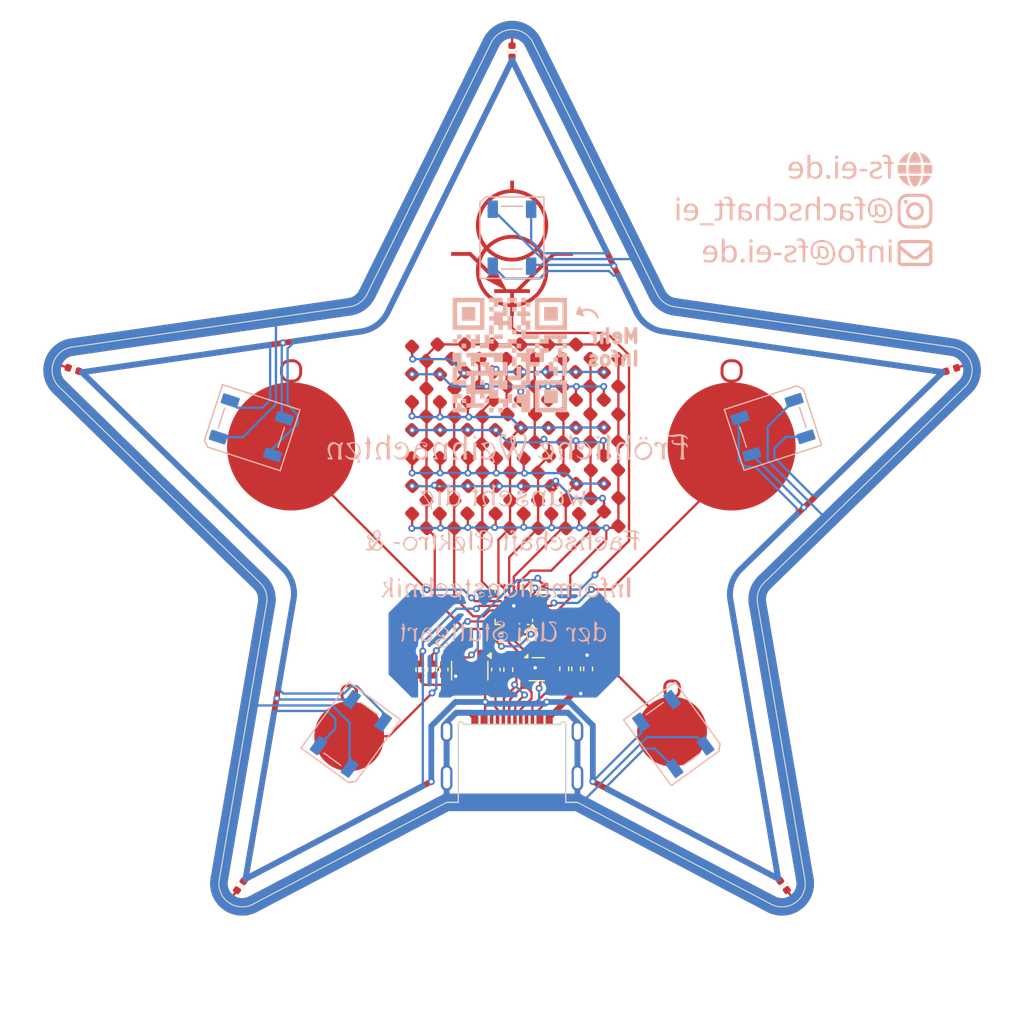
<source format=kicad_pcb>
(kicad_pcb (version 20240108) (generator "pcbnew") (generator_version "8.0")
  (layers (0 "F.Cu" signal) (31 "B.Cu" signal) (34 "B.Paste" user) (35 "F.Paste" user) (36 "B.SilkS" user "B.Silkscreen") (37 "F.SilkS" user "F.Silkscreen") (38 "B.Mask" user) (39 "F.Mask" user) (44 "Edge.Cuts" user))
  (net 0 "")
  (net 1 "+5V")
  (net 2 "GND")
  (net 3 "+3V3")
  (net 4 "DIN")
  (net 5 "Net-(D15-DOUT)")
  (net 6 "Net-(D16-DOUT)")
  (net 7 "Net-(D17-DOUT)")
  (net 8 "Net-(D18-DOUT)")
  (net 9 "RST")
  (net 10 "TX")
  (net 11 "SWIO")
  (net 12 "Net-(J2-CC2)")
  (net 15 "Net-(J2-CC1)")
  (net 16 "Net-(J3-Pin_1)")
  (net 17 "Net-(J4-Pin_1)")
  (net 18 "Net-(U1-PD5)")
  (net 19 "USB_DN")
  (net 20 "USB_DP")
  (net 21 "unconnected-(U1-PD0-Pad5)")
  (net 22 "/D+")
  (net 23 "/D-")
  (net 24 "/USB_D+")
  (net 25 "/USB_D-")
  (net 27 "LED2")
  (net 28 "LED1")
  (net 29 "LED3")
  (net 30 "LED4")
  (net 31 "LED7")
  (net 32 "LED6")
  (net 33 "LED5")
  (net 34 "LED8")
  (footprint "usbc:LED_0603_1608Metric_Pad1.05x0.95mm_HandSolder" (layer "F.Cu") (at 119.76 94.105 135)
    (property "Reference" "D22" (hide yes))
    (property "Value" "LED")
  )
  (footprint "Capacitor_SMD:C_0402_1005Metric" (layer "F.Cu") (at 85.47 95.64 162)
    (property "Reference" "C8" (hide yes))
    (property "Value" "1u")
  )
  (footprint "usbc:LED_0603_1608Metric_Pad1.05x0.95mm_HandSolder" (layer "F.Cu") (at 129.285 98.86 135)
    (property "Reference" "D42" (hide yes))
    (property "Value" "LED")
  )
  (footprint "usbc:LED_0603_1608Metric_Pad1.05x0.95mm_HandSolder" (layer "F.Cu") (at 131.695 94.11 135)
    (property "Reference" "D36" (hide yes))
    (property "Value" "LED")
  )
  (footprint "usbc:LED_0603_1608Metric_Pad1.05x0.95mm_HandSolder" (layer "F.Cu") (at 124.795 106.28 135)
    (property "Reference" "D75" (hide yes))
    (property "Value" "LED")
  )
  (footprint "usbc:LED_0603_1608Metric_Pad1.05x0.95mm_HandSolder" (layer "F.Cu") (at 127.17 106.285 135)
    (property "Reference" "D72" (hide yes))
    (property "Value" "LED")
  )
  (footprint "usbc:LED_0603_1608Metric_Pad1.05x0.95mm_HandSolder" (layer "F.Cu") (at 124.56 101.275 135)
    (property "Reference" "D48" (hide yes))
    (property "Value" "LED")
  )
  (footprint "usbc:LED_0603_1608Metric_Pad1.05x0.95mm_HandSolder" (layer "F.Cu") (at 129.325 106.09 135)
    (property "Reference" "D69" (hide yes))
    (property "Value" "LED")
  )
  (footprint "Resistor_SMD:R_0402_1005Metric" (layer "F.Cu") (at 122.85 121.45 90)
    (property "Reference" "R15" (hide yes))
    (property "Value" "5k1")
  )
  (footprint "usbc:LED_0603_1608Metric_Pad1.05x0.95mm_HandSolder" (layer "F.Cu") (at 117.58 108.655 135)
    (property "Reference" "D60" (hide yes))
    (property "Value" "LED")
  )
  (footprint "usbc:LED_0603_1608Metric_Pad1.05x0.95mm_HandSolder" (layer "F.Cu") (at 115.2 106.275 135)
    (property "Reference" "D63" (hide yes))
    (property "Value" "LED")
  )
  (footprint "usbc:LED_0603_1608Metric_Pad1.05x0.95mm_HandSolder" (layer "F.Cu") (at 122.09 94.105 135)
    (property "Reference" "D24" (hide yes))
    (property "Value" "LED")
  )
  (footprint "usbc:LED_0603_1608Metric_Pad1.05x0.95mm_HandSolder" (layer "F.Cu") (at 117.605 103.875 135)
    (property "Reference" "D58" (hide yes))
    (property "Value" "LED")
  )
  (footprint "usbc:LED_0603_1608Metric_Pad1.05x0.95mm_HandSolder" (layer "F.Cu") (at 122.385 101.465 135)
    (property "Reference" "D49" (hide yes))
    (property "Value" "LED")
  )
  (footprint "usbc:LED_0603_1608Metric_Pad1.05x0.95mm_HandSolder" (layer "F.Cu") (at 119.745 96.48 135)
    (property "Reference" "D25" (hide yes))
    (property "Value" "LED")
  )
  (footprint "usbc:LED_0603_1608Metric_Pad1.05x0.95mm_HandSolder" (layer "F.Cu") (at 119.955 108.645 135)
    (property "Reference" "D56" (hide yes))
    (property "Value" "LED")
  )
  (footprint "Capacitor_SMD:C_0402_1005Metric" (layer "F.Cu") (at 117.305 121.43 -90)
    (property "Reference" "C3" (hide yes))
    (property "Value" "1u")
  )
  (footprint "usbc:LED_0603_1608Metric_Pad1.05x0.95mm_HandSolder" (layer "F.Cu") (at 115.2 101.47 135)
    (property "Reference" "D61" (hide yes))
    (property "Value" "LED")
  )
  (footprint "usbc:TYPE C 16 PIN MIDDLE MOUNT CH 0.52" (layer "F.Cu") (at 123.17 132.855)
    (property "Reference" "J2" (hide yes))
    (property "Value" "USB_C_Receptacle_USB2.0")
    (fp_line (start -5.62 0) (end -4.62 0) (stroke (width 0.12)) (layer "Edge.Cuts"))
    (fp_line (start -4.62 0) (end -4.62 -6.7) (stroke (width 0.12)) (layer "Edge.Cuts"))
    (fp_line (start -4.17 -6.7) (end 4.17 -6.7) (stroke (width 0.12)) (layer "Edge.Cuts"))
    (fp_line (start 4.62 0) (end 4.62 -6.7) (stroke (width 0.12)) (layer "Edge.Cuts"))
    (fp_line (start 5.62 0) (end 4.62 0) (stroke (width 0.12)) (layer "Edge.Cuts"))
    (fp_arc (start -4.62 -6.7) (mid -4.395 -6.925) (end -4.17 -6.7) (stroke (width 0.12)) (layer "Edge.Cuts"))
    (fp_arc (start 4.17 -6.7) (mid 4.395 -6.925) (end 4.62 -6.7) (stroke (width 0.12)) (layer "Edge.Cuts"))
  )
  (footprint "usbc:LED_0603_1608Metric_Pad1.05x0.95mm_HandSolder" (layer "F.Cu") (at 129.285 101.27 135)
    (property "Reference" "D46" (hide yes))
    (property "Value" "LED")
  )
  (footprint "usbc:LED_0603_1608Metric_Pad1.05x0.95mm_HandSolder" (layer "F.Cu") (at 124.465 96.48 135)
    (property "Reference" "D40" (hide yes))
    (property "Value" "LED")
  )
  (footprint "usbc:touch_pad" (layer "F.Cu") (at 99.52 106.9147)
    (property "Reference" "J4" (hide yes))
    (property "Value" "Touchpad1" (hide yes))
  )
  (footprint "usbc:LED_0603_1608Metric_Pad1.05x0.95mm_HandSolder" (layer "F.Cu") (at 120.005 103.865 135)
    (property "Reference" "D54" (hide yes))
    (property "Value" "LED")
  )
  (footprint "usbc:LED_0603_1608Metric_Pad1.05x0.95mm_HandSolder" (layer "F.Cu") (at 117.605 101.46 135)
    (property "Reference" "D57" (hide yes))
    (property "Value" "LED")
  )
  (footprint "usbc:LED_0603_1608Metric_Pad1.05x0.95mm_HandSolder" (layer "F.Cu") (at 124.795 108.67 135)
    (property "Reference" "D76" (hide yes))
    (property "Value" "LED")
  )
  (footprint "Capacitor_SMD:C_0402_1005Metric" (layer "F.Cu") (at 99.81 140.025 -126)
    (property "Reference" "C5" (hide yes))
    (property "Value" "1u")
  )
  (footprint "usbc:LED_0603_1608Metric_Pad1.05x0.95mm_HandSolder" (layer "F.Cu") (at 131.7 106.07 135)
    (property "Reference" "D66" (hide yes))
    (property "Value" "LED")
  )
  (footprint "usbc:LED_0603_1608Metric_Pad1.05x0.95mm_HandSolder" (layer "F.Cu") (at 126.885 98.875 135)
    (property "Reference" "D43" (hide yes))
    (property "Value" "LED")
  )
  (footprint "usbc:LED_0603_1608Metric_Pad1.05x0.95mm_HandSolder" (layer "F.Cu") (at 131.7 108.485 135)
    (property "Reference" "D67" (hide yes))
    (property "Value" "LED")
  )
  (footprint "usbc:LED_0603_1608Metric_Pad1.05x0.95mm_HandSolder" (layer "F.Cu") (at 124.795 103.89 135)
    (property "Reference" "D74" (hide yes))
    (property "Value" "LED")
  )
  (footprint "usbc:LED_0603_1608Metric_Pad1.05x0.95mm_HandSolder" (layer "F.Cu") (at 122.16 98.88 135)
    (property "Reference" "D27" (hide yes))
    (property "Value" "LED")
  )
  (footprint "usbc:LED_0603_1608Metric_Pad1.05x0.95mm_HandSolder" (layer "F.Cu") (at 119.995 99.08 135)
    (property "Reference" "D30" (hide yes))
    (property "Value" "LED")
  )
  (footprint "usbc:LED_0603_1608Metric_Pad1.05x0.95mm_HandSolder" (layer "F.Cu") (at 131.685 98.87 135)
    (property "Reference" "D41" (hide yes))
    (property "Value" "LED")
  )
  (footprint "usbc:LED_0603_1608Metric_Pad1.05x0.95mm_HandSolder" (layer "F.Cu") (at 126.89 94.11 135)
    (property "Reference" "D34" (hide yes))
    (property "Value" "LED")
  )
  (footprint "usbc:LED_0603_1608Metric_Pad1.05x0.95mm_HandSolder" (layer "F.Cu") (at 124.535 98.89 135)
    (property "Reference" "D44" (hide yes))
    (property "Value" "LED")
  )
  (footprint "usbc:LED_0603_1608Metric_Pad1.05x0.95mm_HandSolder" (layer "F.Cu") (at 115.2 108.665 135)
    (property "Reference" "D64" (hide yes))
    (property "Value" "LED")
  )
  (footprint "MountingHole:MountingHole_2.2mm_M2" (layer "F.Cu") (at 123.175 76.45)
    (property "Reference" "REF**" (hide yes))
    (property "Value" "MountingHole_2.2mm_M2")
  )
  (footprint "usbc:LED_0603_1608Metric_Pad1.05x0.95mm_HandSolder" (layer "F.Cu") (at 129.3 94.11 135)
    (property "Reference" "D33" (hide yes))
    (property "Value" "LED")
  )
  (footprint "Resistor_SMD:R_0402_1005Metric" (layer "F.Cu") (at 116.3 121.445 90)
    (property "Reference" "R1" (hide yes))
    (property "Value" "1k5")
  )
  (footprint "Package_DFN_QFN:QFN-20-1EP_3x3mm_P0.4mm_EP1.65x1.65mm" (layer "F.Cu") (at 123.325 115.96 180)
    (property "Reference" "U1" (hide yes))
    (property "Value" "CH32V003FxUx")
  )
  (footprint "usbc:LED_0603_1608Metric_Pad1.05x0.95mm_HandSolder" (layer "F.Cu") (at 120.005 106.28 135)
    (property "Reference" "D55" (hide yes))
    (property "Value" "LED")
  )
  (footprint "usbc:LED_0603_1608Metric_Pad1.05x0.95mm_HandSolder" (layer "F.Cu") (at 122.38 108.66 135)
    (property "Reference" "D52" (hide yes))
    (property "Value" "LED")
  )
  (footprint "usbc:LED_0603_1608Metric_Pad1.05x0.95mm_HandSolder" (layer "F.Cu") (at 126.935 101.285 135)
    (property "Reference" "D47" (hide yes))
    (property "Value" "LED")
  )
  (footprint "usbc:LED_0603_1608Metric_Pad1.05x0.95mm_HandSolder" (layer "F.Cu") (at 117.595 96.675 135)
    (property "Reference" "D28" (hide yes))
    (property "Value" "LED")
  )
  (footprint "usbc:LED_0603_1608Metric_Pad1.05x0.95mm_HandSolder" (layer "F.Cu") (at 129.265 96.475 135)
    (property "Reference" "D38" (hide yes))
    (property "Value" "LED")
  )
  (footprint "usbc:LED_0603_1608Metric_Pad1.05x0.95mm_HandSolder" (layer "F.Cu") (at 122.125 96.495 135)
    (property "Reference" "D23" (hide yes))
    (property "Value" "LED")
  )
  (footprint "usbc:LED_0603_1608Metric_Pad1.05x0.95mm_HandSolder" (layer "F.Cu") (at 117.59 99.07 135)
    (property "Reference" "D31" (hide yes))
    (property "Value" "LED")
  )
  (footprint "usbc:LED_0603_1608Metric_Pad1.05x0.95mm_HandSolder" (layer "F.Cu") (at 117.395 94.105 135)
    (property "Reference" "D21" (hide yes))
    (property "Value" "LED")
  )
  (footprint "usbc:LED_0603_1608Metric_Pad1.05x0.95mm_HandSolder" (layer "F.Cu") (at 115.195 96.665 135)
    (property "Reference" "D29" (hide yes))
    (property "Value" "LED")
  )
  (footprint "usbc:LED_0603_1608Metric_Pad1.05x0.95mm_HandSolder" (layer "F.Cu") (at 129.325 103.675 135)
    (property "Reference" "D68" (hide yes))
    (property "Value" "LED")
  )
  (footprint "usbc:LED_0603_1608Metric_Pad1.05x0.95mm_HandSolder" (layer "F.Cu") (at 122.41 103.88 135)
    (property "Reference" "D50" (hide yes))
    (property "Value" "LED")
  )
  (footprint "Capacitor_SMD:C_0402_1005Metric" (layer "F.Cu") (at 125.995 114.75 -90)
    (property "Reference" "C4" (hide yes))
    (property "Value" "100n")
  )
  (footprint "usbc:touch_pad" (layer "F.Cu") (at 137.395 106.9147)
    (property "Reference" "J3" (hide yes))
    (property "Value" "Touchpad2" (hide yes))
  )
  (footprint "usbc:LED_0603_1608Metric_Pad1.05x0.95mm_HandSolder" (layer "F.Cu") (at 127.17 108.675 135)
    (property "Reference" "D73" (hide yes))
    (property "Value" "LED")
  )
  (footprint "usbc:LED_0603_1608Metric_Pad1.05x0.95mm_HandSolder" (layer "F.Cu") (at 119.98 101.45 135)
    (property "Reference" "D53" (hide yes))
    (property "Value" "LED")
  )
  (footprint "Capacitor_SMD:C_0402_1005Metric" (layer "F.Cu") (at 123.17 68.285 90)
    (property "Reference" "C1" (hide yes))
    (property "Value" "1u")
  )
  (footprint "usbc:LED_0603_1608Metric_Pad1.05x0.95mm_HandSolder" (layer "F.Cu") (at 126.89 96.49 135)
    (property "Reference" "D39" (hide yes))
    (property "Value" "LED")
  )
  (footprint "usbc:LED_0603_1608Metric_Pad1.05x0.95mm_HandSolder" (layer "F.Cu") (at 115.2 103.885 135)
    (property "Reference" "D62" (hide yes))
    (property "Value" "LED")
  )
  (footprint "Package_TO_SOT_SMD:SOT-666" (layer "F.Cu") (at 125.3 121.41)
    (property "Reference" "U4" (hide yes))
    (property "Value" "USBLC6-2P6")
  )
  (footprint "usbc:LED_0603_1608Metric_Pad1.05x0.95mm_HandSolder" (layer "F.Cu") (at 122.405 106.27 135)
    (property "Reference" "D51" (hide yes))
    (property "Value" "LED")
  )
  (footprint "Resistor_SMD:R_0402_1005Metric" (layer "F.Cu") (at 129.715 121.375 90)
    (property "Reference" "R16" (hide yes))
    (property "Value" "5k1")
  )
  (footprint "Resistor_SMD:R_0402_1005Metric" (layer "F.Cu") (at 122.225 118.719369 180)
    (property "Reference" "R17" (hide yes))
    (property "Value" "1k5")
  )
  (footprint "Resistor_SMD:R_0402_1005Metric" (layer "F.Cu") (at 128.6875 121.375 90)
    (property "Reference" "R19" (hide yes))
    (property "Value" "33R")
  )
  (footprint "usbc:LED_0603_1608Metric_Pad1.05x0.95mm_HandSolder" (layer "F.Cu") (at 115.195 94.295 135)
    (property "Reference" "D26" (hide yes))
    (property "Value" "LED")
  )
  (footprint "usbc:LED_0603_1608Metric_Pad1.05x0.95mm_HandSolder" (layer "F.Cu") (at 124.505 94.11 135)
    (property "Reference" "D35" (hide yes))
    (property "Value" "LED")
  )
  (footprint "usbc:LED_0603_1608Metric_Pad1.05x0.95mm_HandSolder" (layer "F.Cu") (at 126.97 103.695 135)
    (property "Reference" "D71" (hide yes))
    (property "Value" "LED")
  )
  (footprint "usbc:LED_0603_1608Metric_Pad1.05x0.95mm_HandSolder" (layer "F.Cu") (at 131.675 103.655 135)
    (property "Reference" "D65" (hide yes))
    (property "Value" "LED")
  )
  (footprint "usbc:LED_0603_1608Metric_Pad1.05x0.95mm_HandSolder" (layer "F.Cu") (at 117.59 106.27 135)
    (property "Reference" "D59" (hide yes))
    (property "Value" "LED")
  )
  (footprint "Capacitor_SMD:C_0402_1005Metric" (layer "F.Cu") (at 121.78 121.435 90)
    (property "Reference" "C2" (hide yes))
    (property "Value" "1u")
  )
  (footprint "Package_TO_SOT_SMD:SOT-23-3" (layer "F.Cu") (at 119.535 121.535 -90)
    (property "Reference" "U3" (hide yes))
    (property "Value" "ME6211A33M3G-N")
  )
  (footprint "Resistor_SMD:R_0402_1005Metric" (layer "F.Cu") (at 115.295 121.45 90)
    (property "Reference" "R2" (hide yes))
    (property "Value" "1k5")
  )
  (footprint "usbc:LED_0603_1608Metric_Pad1.05x0.95mm_HandSolder" (layer "F.Cu") (at 131.685 101.255 135)
    (property "Reference" "D45" (hide yes))
    (property "Value" "LED")
  )
  (footprint "Capacitor_SMD:C_0402_1005Metric" (layer "F.Cu") (at 146.51 140.005 -54)
    (property "Reference" "C6" (hide yes))
    (property "Value" "1u")
  )
  (footprint "usbc:LED_0603_1608Metric_Pad1.05x0.95mm_HandSolder" (layer "F.Cu") (at 115.19 99.06 135)
    (property "Reference" "D32" (hide yes))
    (property "Value" "LED")
  )
  (footprint "Resistor_SMD:R_0402_1005Metric" (layer "F.Cu") (at 127.66 121.375 90)
    (property "Reference" "R20" (hide yes))
    (property "Value" "33R")
  )
  (footprint "usbc:LED_0603_1608Metric_Pad1.05x0.95mm_HandSolder" (layer "F.Cu") (at 131.69 96.485 135)
    (property "Reference" "D37" (hide yes))
    (property "Value" "LED")
  )
  (footprint "usbc:LED_0603_1608Metric_Pad1.05x0.95mm_HandSolder" (layer "F.Cu") (at 129.55 108.68 135)
    (property "Reference" "D70" (hide yes))
    (property "Value" "LED")
  )
  (footprint "Capacitor_SMD:C_0402_1005Metric" (layer "F.Cu") (at 160.935 95.65 18)
    (property "Reference" "C7" (hide yes))
    (property "Value" "1u")
  )
  (footprint "LED_SMD:LED_WS2812B_PLCC4_5.0x5.0mm_P3.2mm" (layer "B.Cu") (at 145.605 100.615 18)
    (property "Reference" "D18" (hide yes))
    (property "Value" "WS2812B")
  )
  (footprint "LED_SMD:LED_WS2812B_PLCC4_5.0x5.0mm_P3.2mm" (layer "B.Cu") (at 123.165 84.31 90)
    (property "Reference" "D17" (hide yes))
    (property "Value" "WS2812B")
  )
  (footprint "usbc:text" (layer "B.Cu") (at 122.690202 110.3 180)
    (property "Reference" "G***" (hide yes))
    (property "Value" "LOGO" (hide yes))
  )
  (footprint "LED_SMD:LED_WS2812B_PLCC4_5.0x5.0mm_P3.2mm" (layer "B.Cu") (at 137.035 126.975 -54)
    (property "Reference" "D19" (hide yes))
    (property "Value" "WS2812B")
  )
  (footprint "usbc:qr_code" (layer "B.Cu") (at 122.975 94.4 180)
    (property "Reference" "G***" (hide yes))
    (property "Value" "LOGO" (hide yes))
  )
  (footprint "LED_SMD:LED_WS2812B_PLCC4_5.0x5.0mm_P3.2mm" (layer "B.Cu") (at 109.31 126.965 -126)
    (property "Reference" "D15" (hide yes))
    (property "Value" "WS2812B" (hide yes))
  )
  (footprint "LED_SMD:LED_WS2812B_PLCC4_5.0x5.0mm_P3.2mm" (layer "B.Cu") (at 100.76 100.645 162)
    (property "Reference" "D16" (hide yes))
    (property "Value" "WS2812B")
  )
  (gr_arc (start 103.35 95.587681) (mid 103.555035 95.092716) (end 104.05 94.887681) (stroke (width 0.25)) (layer "F.Cu") (net 17))
  (gr_arc (start 136.135921 92.366617) (mid 134.804273 91.824767) (end 133.877636 90.72557) (stroke (width 0.5)) (layer "F.Cu") (net 1))
  (gr_line (start 108.55 123.675) (end 108.55 123.325) (stroke (width 0.25)) (layer "F.Cu") (net 11))
  (gr_arc (start 112.468843 90.733253) (mid 111.542669 91.832114) (end 110.21169 92.374136) (stroke (width 0.5)) (layer "F.Cu") (net 1))
  (gr_line (start 103.35 95.937681) (end 103.35 95.587681) (stroke (width 0.25)) (layer "F.Cu") (net 17))
  (gr_circle (center 109.175 127.175) (end 112.177104 127.175) (fill solid) (layer "F.Cu") (net 11))
  (gr_line (start 123.175135 69.039935) (end 112.468843 90.733253) (stroke (width 0.5)) (layer "F.Cu") (net 1))
  (gr_line (start 117.55 132.855) (end 100.899622 141.610463) (stroke (width 1.5)) (layer "F.Cu") (net 2))
  (gr_arc (start 142.175 94.887681) (mid 142.669981 95.092705) (end 142.875 95.587681) (stroke (width 0.25)) (layer "F.Cu") (net 16))
  (gr_arc (start 105 95.937681) (mid 104.794984 96.432665) (end 104.3 96.637681) (stroke (width 0.25)) (layer "F.Cu") (net 17))
  (gr_arc (start 100.899622 141.610463) (mid 98.793305 141.45836) (end 97.997569 139.502191) (stroke (width 1.5)) (layer "F.Cu") (net 2))
  (gr_arc (start 142.875 95.937681) (mid 142.669981 96.432668) (end 142.175 96.637681) (stroke (width 0.25)) (layer "F.Cu") (net 16))
  (gr_arc (start 141.225 95.587681) (mid 141.430032 95.092719) (end 141.925 94.887681) (stroke (width 0.25)) (layer "F.Cu") (net 16))
  (gr_line (start 100.270294 139.426896) (end 104.384903 115.41753) (stroke (width 0.5)) (layer "F.Cu") (net 1))
  (gr_arc (start 161.011162 93.720518) (mid 162.625666 95.081701) (end 162.119588 97.131904) (stroke (width 1.5)) (layer "F.Cu") (net 2))
  (gr_line (start 104.3 96.637681) (end 104.05 96.637681) (stroke (width 0.25)) (layer "F.Cu") (net 17))
  (gr_line (start 137.553553 122.921447) (end 137.553553 123.271447) (stroke (width 0.25)) (layer "F.Cu") (net 9))
  (gr_circle (center 136.928553 126.771447) (end 139.930657 126.771447) (fill solid) (layer "F.Cu") (net 9))
  (gr_line (start 161.011162 93.720518) (end 137.14681 90.252824) (stroke (width 1.5)) (layer "F.Cu") (net 2))
  (gr_line (start 109.3 124.175) (end 109.05 124.175) (stroke (width 0.25)) (layer "F.Cu") (net 11))
  (gr_line (start 102.074012 115.734704) (end 97.997569 139.502191) (stroke (width 1.5)) (layer "F.Cu") (net 2))
  (gr_line (start 109.8 123.325) (end 109.8 123.675) (stroke (width 0.25)) (layer "F.Cu") (net 11))
  (gr_line (start 116.212873 131.069383) (end 100.274328 139.433758) (stroke (width 0.5)) (layer "F.Cu") (net 1))
  (gr_arc (start 136.303553 122.921447) (mid 136.45 122.567894) (end 136.803553 122.421447) (stroke (width 0.25)) (layer "F.Cu") (net 9))
  (gr_line (start 148.352607 139.503215) (end 144.275988 115.734704) (stroke (width 1.5)) (layer "F.Cu") (net 2))
  (gr_arc (start 141.954806 115.477076) (mid 142.058575 114.04254) (end 142.818124 112.821168) (stroke (width 0.5)) (layer "F.Cu") (net 1))
  (gr_arc (start 109.05 124.175) (mid 108.696447 124.028553) (end 108.55 123.675) (stroke (width 0.25)) (layer "F.Cu") (net 11))
  (gr_line (start 162.119588 97.131904) (end 144.851181 113.964441) (stroke (width 1.5)) (layer "F.Cu") (net 2))
  (gr_line (start 146.060403 139.414546) (end 141.954806 115.477076) (stroke (width 0.5)) (layer "F.Cu") (net 1))
  (gr_line (start 142.175 96.637681) (end 141.925 96.637681) (stroke (width 0.25)) (layer "F.Cu") (net 16))
  (gr_arc (start 136.803553 123.771447) (mid 136.45 123.625) (end 136.303553 123.271447) (stroke (width 0.25)) (layer "F.Cu") (net 9))
  (gr_line (start 136.803553 122.421447) (end 137.053553 122.421447) (stroke (width 0.25)) (layer "F.Cu") (net 9))
  (gr_line (start 86.186186 95.878975) (end 103.521108 112.76162) (stroke (width 0.5)) (layer "F.Cu") (net 1))
  (gr_line (start 109.05 122.825) (end 109.3 122.825) (stroke (width 0.25)) (layer "F.Cu") (net 11))
  (gr_line (start 109.20319 90.252824) (end 85.338838 93.720518) (stroke (width 1.5)) (layer "F.Cu") (net 2))
  (gr_arc (start 148.352607 139.503215) (mid 147.557055 141.45926) (end 145.450915 141.611677) (stroke (width 1.5)) (layer "F.Cu") (net 2))
  (gr_arc (start 137.553553 123.271447) (mid 137.407106 123.625) (end 137.053553 123.771447) (stroke (width 0.25)) (layer "F.Cu") (net 9))
  (gr_arc (start 84.230412 97.131904) (mid 83.724324 95.081698) (end 85.338838 93.720518) (stroke (width 1.5)) (layer "F.Cu") (net 2))
  (gr_arc (start 121.381528 67.533972) (mid 123.175 66.419101) (end 124.968472 67.533971) (stroke (width 1.5)) (layer "F.Cu") (net 2))
  (gr_arc (start 110.709065 89.158742) (mid 110.091158 89.891637) (end 109.20319 90.252824) (stroke (width 1.5)) (layer "F.Cu") (net 2))
  (gr_arc (start 109.8 123.675) (mid 109.653553 124.028553) (end 109.3 124.175) (stroke (width 0.25)) (layer "F.Cu") (net 11))
  (gr_arc (start 108.55 123.325) (mid 108.696447 122.971447) (end 109.05 122.825) (stroke (width 0.25)) (layer "F.Cu") (net 11))
  (gr_line (start 136.303553 123.271447) (end 136.303553 122.921447) (stroke (width 0.25)) (layer "F.Cu") (net 9))
  (gr_line (start 160.216652 95.870128) (end 136.135921 92.366617) (stroke (width 0.5)) (layer "F.Cu") (net 1))
  (gr_line (start 104.05 94.887681) (end 104.3 94.887681) (stroke (width 0.25)) (layer "F.Cu") (net 17))
  (gr_line (start 145.450915 141.611677) (end 128.79 132.855) (stroke (width 1.5)) (layer "F.Cu") (net 2))
  (gr_line (start 141.225 95.937681) (end 141.225 95.587681) (stroke (width 0.25)) (layer "F.Cu") (net 16))
  (gr_arc (start 104.3 94.887681) (mid 104.794978 95.092703) (end 105 95.587681) (stroke (width 0.25)) (layer "F.Cu") (net 17))
  (gr_line (start 135.640935 89.158742) (end 124.968472 67.533971) (stroke (width 1.5)) (layer "F.Cu") (net 2))
  (gr_line (start 84.230412 97.131904) (end 101.498819 113.964441) (stroke (width 1.5)) (layer "F.Cu") (net 2))
  (gr_line (start 86.186186 95.878975) (end 110.21169 92.374136) (stroke (width 0.5)) (layer "F.Cu") (net 1))
  (gr_arc (start 104.05 96.637681) (mid 103.555028 96.432653) (end 103.35 95.937681) (stroke (width 0.25)) (layer "F.Cu") (net 17))
  (gr_line (start 160.216652 95.870128) (end 142.818124 112.821168) (stroke (width 0.5)) (layer "F.Cu") (net 1))
  (gr_arc (start 101.498819 113.964441) (mid 102.004902 114.778582) (end 102.074012 115.734704) (stroke (width 1.5)) (layer "F.Cu") (net 2))
  (gr_arc (start 109.3 122.825) (mid 109.653553 122.971447) (end 109.8 123.325) (stroke (width 0.25)) (layer "F.Cu") (net 11))
  (gr_line (start 117.55 132.855) (end 128.79 132.855) (stroke (width 1.5)) (layer "F.Cu") (net 2))
  (gr_line (start 121.381528 67.533972) (end 110.709065 89.158742) (stroke (width 1.5)) (layer "F.Cu") (net 2))
  (gr_arc (start 141.925 96.637681) (mid 141.430032 96.432655) (end 141.225 95.937681) (stroke (width 0.25)) (layer "F.Cu") (net 16))
  (gr_line (start 105 95.587681) (end 105 95.937681) (stroke (width 0.25)) (layer "F.Cu") (net 17))
  (gr_arc (start 103.521108 112.76162) (mid 104.280916 113.982928) (end 104.384903 115.41753) (stroke (width 0.5)) (layer "F.Cu") (net 1))
  (gr_line (start 141.925 94.887681) (end 142.175 94.887681) (stroke (width 0.25)) (layer "F.Cu") (net 16))
  (gr_line (start 123.175135 69.039935) (end 133.877636 90.72557) (stroke (width 0.5)) (layer "F.Cu") (net 1))
  (gr_line (start 137.053553 123.771447) (end 136.803553 123.771447) (stroke (width 0.25)) (layer "F.Cu") (net 9))
  (gr_arc (start 144.275988 115.734704) (mid 144.345086 114.778578) (end 144.851181 113.964441) (stroke (width 1.5)) (layer "F.Cu") (net 2))
  (gr_arc (start 137.053553 122.421447) (mid 137.407106 122.567894) (end 137.553553 122.921447) (stroke (width 0.25)) (layer "F.Cu") (net 9))
  (gr_line (start 142.875 95.587681) (end 142.875 95.937681) (stroke (width 0.25)) (layer "F.Cu") (net 16))
  (gr_line (start 146.060403 139.414546) (end 130.117772 131.057961) (stroke (width 0.5)) (layer "F.Cu") (net 1))
  (gr_poly (pts (xy 123.021823 80.14344) (xy 123.016404 80.143718) (xy 122.862366 80.155311) (xy 122.710586 80.174235) (xy 122.561238 80.200307) (xy 122.414495 80.233346) (xy 122.270528 80.273173) (xy 122.129509 80.319602) (xy 121.991613 80.372455) (xy 121.857011 80.431549) (xy 121.725876 80.496703) (xy 121.598381 80.567734) (xy 121.474697 80.644464) (xy 121.354997 80.726707) (xy 121.239455 80.814285) (xy 121.128242 80.907015) (xy 121.021531 81.004715) (xy 120.919495 81.107204) (xy 120.822306 81.214301) (xy 120.730136 81.325825) (xy 120.643159 81.441592) (xy 120.561548 81.561423) (xy 120.485473 81.685134) (xy 120.415108 81.812547) (xy 120.350626 81.943478) (xy 120.2922 82.077745) (xy 120.24 82.215168) (xy 120.1942 82.355564) (xy 120.154974 82.498754) (xy 120.122492 82.644553) (xy 120.096928 82.792782) (xy 120.078454 82.94326) (xy 120.067244 83.095803) (xy 120.063469 83.250232) (xy 120.066302 83.382974) (xy 120.074758 83.51505) (xy 120.088782 83.646292) (xy 120.108313 83.776532) (xy 120.133292 83.905605) (xy 120.16366 84.033342) (xy 120.199359 84.159575) (xy 120.240329 84.284139) (xy 120.286512 84.406866) (xy 120.337849 84.527589) (xy 120.39428 84.646139) (xy 120.455747 84.762352) (xy 120.52219 84.876059) (xy 120.593551 84.987092) (xy 120.669772 85.095285) (xy 120.750792 85.20047) (xy 120.754213 85.204711) (xy 120.750759 85.208918) (xy 120.70929 85.260692) (xy 120.668966 85.313297) (xy 120.629798 85.366713) (xy 120.591797 85.42092) (xy 120.554974 85.475898) (xy 120.519341 85.531629) (xy 120.484908 85.588091) (xy 120.451687 85.645265) (xy 120.419688 85.703133) (xy 120.388923 85.761675) (xy 120.359402 85.82087) (xy 120.331138 85.8807) (xy 120.30414 85.941145) (xy 120.278422 86.002186) (xy 120.253992 86.063802) (xy 120.230863 86.125975) (xy 120.229029 86.131067) (xy 119.640144 85.542182) (xy 117.935227 85.542182) (xy 117.935227 85.869605) (xy 119.504526 85.869605) (xy 120.137875 86.502953) (xy 120.136714 86.508274) (xy 120.119588 86.591116) (xy 120.104729 86.674346) (xy 120.092142 86.757919) (xy 120.081833 86.841787) (xy 120.073806 86.925905) (xy 120.068067 87.010226) (xy 120.064619 87.094703) (xy 120.063469 87.179292) (xy 120.067225 87.333309) (xy 120.078377 87.485455) (xy 120.096757 87.635552) (xy 120.122192 87.783418) (xy 120.154511 87.928873) (xy 120.193543 88.071737) (xy 120.239119 88.211828) (xy 120.291066 88.348966) (xy 120.349214 88.482973) (xy 120.41339 88.613664) (xy 120.483427 88.740862) (xy 120.559151 88.864384) (xy 120.640393 88.984052) (xy 120.726979 89.099685) (xy 120.818742 89.211101) (xy 120.915508 89.318121) (xy 121.017108 89.420563) (xy 121.12337 89.518249) (xy 121.234123 89.610995) (xy 121.349196 89.698623) (xy 121.46842 89.780952) (xy 121.591621 89.8578) (xy 121.718629 89.92899) (xy 121.849275 89.994337) (xy 121.983387 90.053665) (xy 122.120793 90.10679) (xy 122.261323 90.153533) (xy 122.404806 90.193714) (xy 122.551071 90.22715) (xy 122.699946 90.253664) (xy 122.851262 90.273073) (xy 123.004846 90.285198) (xy 123.010266 90.285492) (xy 123.010266 91.026499) (xy 123.337685 91.026499) (xy 123.337685 90.285492) (xy 123.34312 90.285198) (xy 123.496705 90.273073) (xy 123.648018 90.253664) (xy 123.796892 90.227149) (xy 123.943156 90.193711) (xy 124.086637 90.153532) (xy 124.227166 90.106787) (xy 124.364572 90.053662) (xy 124.498681 89.994334) (xy 124.629327 89.928986) (xy 124.756336 89.857798) (xy 124.879537 89.780948) (xy 124.998758 89.69862) (xy 125.113831 89.610992) (xy 125.224585 89.518245) (xy 125.330846 89.420561) (xy 125.432445 89.318118) (xy 125.529211 89.211099) (xy 125.620972 89.099683) (xy 125.707559 88.984051) (xy 125.7888 88.864383) (xy 125.864524 88.74086) (xy 125.934561 88.613663) (xy 125.998738 88.48297) (xy 126.056885 88.348966) (xy 126.108833 88.211827) (xy 126.154407 88.071737) (xy 126.19344 87.928873) (xy 126.22576 87.783418) (xy 126.251195 87.635552) (xy 126.269574 87.485455) (xy 126.280727 87.333309) (xy 126.284482 87.179292) (xy 125.95706 87.179292) (xy 125.95373 87.316482) (xy 125.943836 87.452023) (xy 125.927531 87.585752) (xy 125.904965 87.717512) (xy 125.876288 87.847142) (xy 125.841653 87.97448) (xy 125.801208 88.09937) (xy 125.755104 88.221648) (xy 125.703492 88.341156) (xy 125.646523 88.457734) (xy 125.584346 88.571222) (xy 125.517113 88.68146) (xy 125.444975 88.788286) (xy 125.368082 88.891543) (xy 125.286584 88.991071) (xy 125.200631 89.086708) (xy 125.110376 89.178294) (xy 125.015969 89.26567) (xy 124.917557 89.348676) (xy 124.815296 89.427152) (xy 124.709333 89.500938) (xy 124.599819 89.569874) (xy 124.486905 89.633798) (xy 124.370743 89.692554) (xy 124.251481 89.745978) (xy 124.12927 89.793913) (xy 124.004262 89.836198) (xy 123.876608 89.872672) (xy 123.746456 89.903176) (xy 123.61396 89.927551) (xy 123.479269 89.945634) (xy 123.342532 89.957267) (xy 123.337685 89.957563) (xy 123.010266 89.957563) (xy 123.005436 89.957271) (xy 122.868699 89.945636) (xy 122.734006 89.927553) (xy 122.60151 89.903179) (xy 122.471358 89.872675) (xy 122.343703 89.836201) (xy 122.218695 89.793916) (xy 122.096485 89.745982) (xy 121.977223 89.692557) (xy 121.861059 89.633803) (xy 121.748144 89.569877) (xy 121.638631 89.500941) (xy 121.532667 89.427155) (xy 121.430403 89.348679) (xy 121.331992 89.265673) (xy 121.237584 89.178297) (xy 121.147327 89.086711) (xy 121.061374 88.991074) (xy 120.979875 88.891547) (xy 120.902981 88.788289) (xy 120.830842 88.681461) (xy 120.763609 88.571223) (xy 120.701433 88.457735) (xy 120.644462 88.341157) (xy 120.59285 88.221649) (xy 120.546745 88.099371) (xy 120.506299 87.974481) (xy 120.471664 87.847142) (xy 120.442987 87.717512) (xy 120.42042 87.585752) (xy 120.404115 87.452023) (xy 120.394222 87.316482) (xy 120.390891 87.179292) (xy 120.391321 87.130329) (xy 120.392612 87.081393) (xy 120.394762 87.032495) (xy 120.397772 86.983647) (xy 120.401641 86.934859) (xy 120.406368 86.886143) (xy 120.411952 86.83751) (xy 120.418394 86.788973) (xy 120.419082 86.784159) (xy 121.175541 87.540619) (xy 120.840833 87.875326) (xy 122.456808 88.734546) (xy 121.635093 88.734546) (xy 121.635093 89.061968) (xy 123.010266 89.061968) (xy 123.010266 89.957563) (xy 123.337685 89.957563) (xy 123.337685 89.061968) (xy 124.712857 89.061968) (xy 124.712857 88.734546) (xy 123.978483 88.734546) (xy 125.928868 86.78416) (xy 125.929557 86.788973) (xy 125.935999 86.83751) (xy 125.941582 86.886143) (xy 125.946309 86.934859) (xy 125.950179 86.983647) (xy 125.953188 87.032495) (xy 125.955339 87.081393) (xy 125.95663 87.130329) (xy 125.95706 87.179292) (xy 126.284482 87.179292) (xy 126.283331 87.094709) (xy 126.279885 87.010233) (xy 126.274144 86.925912) (xy 126.266117 86.841794) (xy 126.255808 86.757924) (xy 126.243222 86.674349) (xy 126.228363 86.591117) (xy 126.211238 86.508274) (xy 126.210076 86.502953) (xy 126.309727 86.403303) (xy 125.846686 86.403303) (xy 123.515443 88.734546) (xy 122.677654 88.734546) (xy 121.741768 86.974392) (xy 121.40706 87.309099) (xy 120.501264 86.403303) (xy 120.502622 86.398638) (xy 120.521947 86.335316) (xy 120.54275 86.272534) (xy 120.565021 86.210317) (xy 120.588744 86.148688) (xy 120.61391 86.087674) (xy 120.640504 86.027299) (xy 120.668513 85.967588) (xy 120.697926 85.908566) (xy 120.728728 85.850257) (xy 120.760909 85.792687) (xy 120.794453 85.735879) (xy 120.829349 85.67986) (xy 120.865585 85.624653) (xy 120.903146 85.570284) (xy 120.942022 85.516778) (xy 120.982198 85.464159) (xy 120.985194 85.460328) (xy 120.989074 85.464159) (xy 121.100558 85.568899) (xy 121.216544 85.667622) (xy 121.336788 85.760225) (xy 121.461038 85.846607) (xy 121.589045 85.926665) (xy 121.720562 86.000298) (xy 121.855338 86.067402) (xy 121.993127 86.127877) (xy 122.133678 86.18162) (xy 122.276742 86.228528) (xy 122.42207 86.2685) (xy 122.569415 86.301433) (xy 122.718527 86.327226) (xy 122.869157 86.345775) (xy 123.021057 86.35698) (xy 123.173975 86.360737) (xy 123.326894 86.35698) (xy 123.478793 86.345775) (xy 123.629425 86.327226) (xy 123.778538 86.301433) (xy 123.925883 86.2685) (xy 124.071213 86.228528) (xy 124.214278 86.18162) (xy 124.35483 86.127877) (xy 124.492618 86.067402) (xy 124.627396 86.000298) (xy 124.758913 85.926665) (xy 124.88692 85.846607) (xy 125.011168 85.760225) (xy 125.13141 85.667621) (xy 125.247396 85.568898) (xy 125.358877 85.464158) (xy 125.362757 85.460327) (xy 125.36572 85.464125) (xy 125.4059 85.516748) (xy 125.444778 85.570256) (xy 125.482342 85.624628) (xy 125.518582 85.679837) (xy 125.55348 85.735858) (xy 125.587027 85.792667) (xy 125.61921 85.850239) (xy 125.650014 85.908549) (xy 125.679429 85.967573) (xy 125.707441 86.027285) (xy 125.734035 86.087662) (xy 125.759202 86.148678) (xy 125.782928 86.210308) (xy 125.8052 86.272527) (xy 125.826003 86.335312) (xy 125.845328 86.398637) (xy 125.846686 86.403303) (xy 126.309727 86.403303) (xy 126.843424 85.869605) (xy 128.412725 85.869605) (xy 128.412725 85.542182) (xy 126.707806 85.542182) (xy 126.10684 86.143149) (xy 126.105006 86.138009) (xy 126.082139 86.07575) (xy 126.05797 86.014042) (xy 126.032508 85.952906) (xy 126.005767 85.892359) (xy 125.977757 85.832423) (xy 125.948487 85.773115) (xy 125.91797 85.714455) (xy 125.886216 85.656465) (xy 125.853238 85.599163) (xy 125.819044 85.542568) (xy 125.783649 85.486699) (xy 125.74706 85.431579) (xy 125.70929 85.377224) (xy 125.67035 85.323655) (xy 125.630251 85.270891) (xy 125.589005 85.218953) (xy 125.5856 85.214762) (xy 125.145315 85.214762) (xy 125.141878 85.218199) (xy 125.041876 85.313361) (xy 124.937743 85.403069) (xy 124.82971 85.487227) (xy 124.718002 85.565742) (xy 124.602848 85.638518) (xy 124.484477 85.705462) (xy 124.363116 85.766479) (xy 124.238993 85.821473) (xy 124.112338 85.870353) (xy 123.983377 85.913021) (xy 123.852339 85.949384) (xy 123.719452 85.979347) (xy 123.584944 86.002817) (xy 123.449043 86.019698) (xy 123.311977 86.029896) (xy 123.173975 86.033316) (xy 123.035973 86.029896) (xy 122.898907 86.019698) (xy 122.763007 86.002817) (xy 122.628499 85.979348) (xy 122.495611 85.949384) (xy 122.364573 85.913022) (xy 122.235613 85.870354) (xy 122.108957 85.821476) (xy 121.984835 85.766482) (xy 121.863474 85.705466) (xy 121.745103 85.638523) (xy 121.629949 85.565748) (xy 121.518241 85.487236) (xy 121.410208 85.403079) (xy 121.306075 85.313375) (xy 121.206073 85.218216) (xy 121.202635 85.214762) (xy 121.206057 85.211325) (xy 121.306059 85.116162) (xy 121.410191 85.026455) (xy 121.518227 84.942297) (xy 121.629935 84.863781) (xy 121.745091 84.791005) (xy 121.863463 84.724061) (xy 121.984826 84.663045) (xy 122.108949 84.60805) (xy 122.235606 84.559171) (xy 122.364568 84.516502) (xy 122.495608 84.48014) (xy 122.628495 84.450177) (xy 122.763006 84.426707) (xy 122.898907 84.409826) (xy 123.035973 84.399628) (xy 123.173975 84.396207) (xy 123.311977 84.399628) (xy 123.449043 84.409826) (xy 123.584944 84.426707) (xy 123.719452 84.450176) (xy 123.852339 84.48014) (xy 123.983378 84.516502) (xy 124.112338 84.55917) (xy 124.238993 84.608048) (xy 124.363116 84.663042) (xy 124.484477 84.724058) (xy 124.602848 84.791) (xy 124.718002 84.863774) (xy 124.82971 84.942288) (xy 124.937743 85.026444) (xy 125.041876 85.116149) (xy 125.141878 85.211307) (xy 125.145315 85.214762) (xy 125.5856 85.214762) (xy 125.589005 85.210556) (xy 125.670959 85.105041) (xy 125.748063 84.996466) (xy 125.820256 84.884999) (xy 125.88748 84.77081) (xy 125.949672 84.654072) (xy 126.006773 84.534951) (xy 126.058722 84.413621) (xy 126.10546 84.29025) (xy 126.146925 84.165008) (xy 126.183058 84.038066) (xy 126.213797 83.909594) (xy 126.239083 83.779761) (xy 126.258854 83.648739) (xy 126.273052 83.516696) (xy 126.281614 83.383804) (xy 126.284482 83.250232) (xy 125.95706 83.250232) (xy 125.954628 83.366571) (xy 125.947367 83.48235) (xy 125.935323 83.597428) (xy 125.918546 83.711662) (xy 125.897085 83.824914) (xy 125.870988 83.937039) (xy 125.840303 84.047898) (xy 125.805079 84.15735) (xy 125.765366 84.265253) (xy 125.721212 84.371468) (xy 125.672663 84.475853) (xy 125.619772 84.578265) (xy 125.562584 84.678565) (xy 125.501151 84.776613) (xy 125.435518 84.872265) (xy 125.365737 84.965381) (xy 125.362757 84.969196) (xy 125.358877 84.965365) (xy 125.247394 84.860625) (xy 125.131406 84.761902) (xy 125.011163 84.669299) (xy 124.886913 84.582917) (xy 124.758905 84.502859) (xy 124.627388 84.429226) (xy 124.492612 84.362121) (xy 124.354823 84.301646) (xy 124.214273 84.247904) (xy 124.071208 84.200996) (xy 123.92588 84.161024) (xy 123.778536 84.128091) (xy 123.629424 84.102298) (xy 123.478793 84.083749) (xy 123.326894 84.072543) (xy 123.173975 84.068786) (xy 123.021056 84.072543) (xy 122.869156 84.083749) (xy 122.718525 84.102299) (xy 122.569411 84.128093) (xy 122.422064 84.161027) (xy 122.276732 84.201001) (xy 122.133666 84.247911) (xy 121.993113 84.301655) (xy 121.855322 84.36213) (xy 121.720543 84.429237) (xy 121.589025 84.502871) (xy 121.461017 84.582931) (xy 121.336766 84.669314) (xy 121.216524 84.761919) (xy 121.100538 84.860642) (xy 120.989058 84.965381) (xy 120.985194 84.969196) (xy 120.982198 84.965365) (xy 120.912418 84.872246) (xy 120.846789 84.776592) (xy 120.785357 84.678543) (xy 120.728172 84.578242) (xy 120.675281 84.47583) (xy 120.626735 84.371445) (xy 120.582582 84.265231) (xy 120.542869 84.157329) (xy 120.507647 84.047879) (xy 120.476962 83.937021) (xy 120.450865 83.824898) (xy 120.429404 83.711651) (xy 120.412628 83.597419) (xy 120.400584 83.482345) (xy 120.393322 83.366568) (xy 120.390891 83.250232) (xy 120.394512 83.107015) (xy 120.405259 82.965678) (xy 120.422958 82.826396) (xy 120.447433 82.689345) (xy 120.478509 82.554697) (xy 120.516014 82.422629) (xy 120.559768 82.293315) (xy 120.6096 82.166932) (xy 120.665334 82.043652) (xy 120.726794 81.92365) (xy 120.793809 81.807103) (xy 120.8662 81.694185) (xy 120.943793 81.585069) (xy 121.026414 81.479934) (xy 121.113888 81.37895) (xy 121.20604 81.282295) (xy 121.302695 81.190144) (xy 121.403677 81.102669) (xy 121.508814 81.020049) (xy 121.61793 80.942455) (xy 121.730848 80.870064) (xy 121.847395 80.803051) (xy 121.967396 80.741589) (xy 122.090677 80.685856) (xy 122.21706 80.636023) (xy 122.346374 80.592268) (xy 122.478442 80.554765) (xy 122.61309 80.523688) (xy 122.750141 80.499213) (xy 122.889423 80.481515) (xy 123.030759 80.470767) (xy 123.173975 80.467146) (xy 123.317191 80.470767) (xy 123.458528 80.481515) (xy 123.59781 80.499213) (xy 123.734861 80.523688) (xy 123.869509 80.554765) (xy 124.001576 80.592268) (xy 124.13089 80.636023) (xy 124.257274 80.685856) (xy 124.380555 80.741589) (xy 124.500556 80.803051) (xy 124.617102 80.870064) (xy 124.730021 80.942455) (xy 124.839136 81.020049) (xy 124.944273 81.102669) (xy 125.045256 81.190144) (xy 125.141911 81.282295) (xy 125.234062 81.37895) (xy 125.321536 81.479934) (xy 125.404157 81.585069) (xy 125.481751 81.694185) (xy 125.554142 81.807103) (xy 125.621156 81.92365) (xy 125.682616 82.043652) (xy 125.738351 82.166932) (xy 125.788183 82.293315) (xy 125.831938 82.422629) (xy 125.869441 82.554697) (xy 125.900517 82.689345) (xy 125.924993 82.826396) (xy 125.942691 82.965678) (xy 125.953439 83.107015) (xy 125.95706 83.250232) (xy 126.284482 83.250232) (xy 126.280727 83.096215) (xy 126.269574 82.944069) (xy 126.251195 82.793972) (xy 126.22576 82.646105) (xy 126.19344 82.500651) (xy 126.154407 82.357787) (xy 126.108833 82.217697) (xy 126.056885 82.080558) (xy 125.998738 81.946554) (xy 125.93456 81.815861) (xy 125.864524 81.688663) (xy 125.7888 81.565141) (xy 125.707558 81.445473) (xy 125.620971 81.329841) (xy 125.529209 81.218425) (xy 125.432443 81.111406) (xy 125.330842 81.008963) (xy 125.224581 80.911279) (xy 125.113828 80.818532) (xy 124.998754 80.730904) (xy 124.879531 80.648576) (xy 124.756329 80.571726) (xy 124.629321 80.500538) (xy 124.498675 80.435189) (xy 124.364563 80.375861) (xy 124.227157 80.322736) (xy 124.086627 80.275992) (xy 123.943145 80.235812) (xy 123.79688 80.202374) (xy 123.648004 80.175859) (xy 123.496689 80.15645) (xy 123.343104 80.144325) (xy 123.337685 80.144029) (xy 123.337685 79.403025) (xy 123.010511 79.403025)) (fill solid) (layer "F.Cu") (net 21))
  (gr_arc (start 137.14681 90.252824) (mid 136.258832 89.89165) (end 135.640935 89.158742) (stroke (width 1.5)) (layer "F.Cu") (net 2))
  (gr_arc (start 100.899079 141.611677) (mid 98.792944 141.459263) (end 97.997387 139.503215) (stroke (width 1.5)) (layer "B.Cu") (net 2))
  (gr_line (start 147.65 108.1) (end 142.809549 112.828628) (stroke (width 0.5)) (layer "B.Cu") (net 8))
  (gr_arc (start 144.275982 115.734704) (mid 144.345092 114.778582) (end 144.851175 113.964441) (stroke (width 1.5)) (layer "B.Cu") (net 2))
  (gr_arc (start 137.146804 90.252824) (mid 136.258836 89.891637) (end 135.640929 89.158742) (stroke (width 1.5)) (layer "B.Cu") (net 2))
  (gr_line (start 128.799994 132.855) (end 145.450372 141.610463) (stroke (width 1.5)) (layer "B.Cu") (net 2))
  (gr_line (start 84.230406 97.131904) (end 101.498813 113.964441) (stroke (width 1.5)) (layer "B.Cu") (net 2))
  (gr_arc (start 110.709059 89.158742) (mid 110.091162 89.89165) (end 109.203184 90.252824) (stroke (width 1.5)) (layer "B.Cu") (net 2))
  (gr_arc (start 103.515192 112.753692) (mid 104.275 113.974999) (end 104.378987 115.409602) (stroke (width 0.5)) (layer "B.Cu") (net 5))
  (gr_line (start 112.475 90.725) (end 123.185171 69.023822) (stroke (width 0.5)) (layer "B.Cu") (net 6))
  (gr_line (start 131.325 85.55) (end 123.185171 69.023822) (stroke (width 0.5)) (layer "B.Cu") (net 6))
  (gr_arc (start 161.011156 93.720518) (mid 162.62567 95.081698) (end 162.119582 97.131904) (stroke (width 1.5)) (layer "B.Cu") (net 2))
  (gr_arc (start 148.352425 139.502191) (mid 147.556699 141.458353) (end 145.450372 141.610463) (stroke (width 1.5)) (layer "B.Cu") (net 2))
  (gr_line (start 137.146804 90.252824) (end 161.011156 93.720518) (stroke (width 1.5)) (layer "B.Cu") (net 2))
  (gr_arc (start 101.498813 113.964441) (mid 102.004908 114.778578) (end 102.074006 115.734704) (stroke (width 1.5)) (layer "B.Cu") (net 2))
  (gr_arc (start 84.230406 97.131904) (mid 83.724328 95.081703) (end 85.338832 93.720518) (stroke (width 1.5)) (layer "B.Cu") (net 2))
  (gr_line (start 128.79 132.855) (end 117.55 132.855) (stroke (width 1.5)) (layer "B.Cu") (net 2))
  (gr_line (start 132.325 87.575) (end 133.877636 90.72557) (stroke (width 0.5)) (layer "B.Cu") (net 7))
  (gr_line (start 146.05 139.425) (end 141.944403 115.48753) (stroke (width 0.5)) (layer "B.Cu") (net 8))
  (gr_line (start 85.338832 93.720518) (end 109.203184 90.252824) (stroke (width 1.5)) (layer "B.Cu") (net 2))
  (gr_line (start 104.378987 115.384602) (end 103.075 123.075) (stroke (width 0.5)) (layer "B.Cu") (net 5))
  (gr_line (start 102.292402 93.52935) (end 86.186599 95.87721) (stroke (width 0.5)) (layer "B.Cu") (net 5))
  (gr_line (start 160.216652 95.870128) (end 136.135921 92.366617) (stroke (width 0.5)) (layer "B.Cu") (net 7))
  (gr_line (start 115.5 131.45) (end 100.254332 139.448281) (stroke (width 0.5)) (layer "B.Cu") (net 4))
  (gr_line (start 149.359226 106.431894) (end 160.205499 95.868505) (stroke (width 0.5)) (layer "B.Cu") (net 7))
  (gr_line (start 110.709059 89.158742) (end 121.381522 67.533971) (stroke (width 1.5)) (layer "B.Cu") (net 2))
  (gr_line (start 104.375 93.225) (end 110.217847 92.365883) (stroke (width 0.5)) (layer "B.Cu") (net 6))
  (gr_line (start 100.899079 141.611677) (end 117.559994 132.855) (stroke (width 1.5)) (layer "B.Cu") (net 2))
  (gr_line (start 146.05 139.425) (end 131.347351 131.718372) (stroke (width 0.5)) (layer "B.Cu") (net 8))
  (gr_arc (start 141.946231 115.484536) (mid 142.049983 114.049994) (end 142.809549 112.828628) (stroke (width 0.5)) (layer "B.Cu") (net 8))
  (gr_arc (start 121.381522 67.533971) (mid 123.174994 66.419101) (end 124.968466 67.533972) (stroke (width 1.5)) (layer "B.Cu") (net 2))
  (gr_line (start 144.275982 115.734704) (end 148.352425 139.502191) (stroke (width 1.5)) (layer "B.Cu") (net 2))
  (gr_line (start 102.698988 125.194386) (end 100.254332 139.448281) (stroke (width 0.5)) (layer "B.Cu") (net 4))
  (gr_line (start 97.997387 139.503215) (end 102.074006 115.734704) (stroke (width 1.5)) (layer "B.Cu") (net 2))
  (gr_arc (start 112.475 90.725) (mid 111.548842 91.823883) (end 110.217847 92.365883) (stroke (width 0.5)) (layer "B.Cu") (net 6))
  (gr_line (start 162.119582 97.131904) (end 144.851175 113.964441) (stroke (width 1.5)) (layer "B.Cu") (net 2))
  (gr_line (start 124.968466 67.533972) (end 135.640929 89.158742) (stroke (width 1.5)) (layer "B.Cu") (net 2))
  (gr_line (start 86.18027 95.871047) (end 103.515192 112.753692) (stroke (width 0.5)) (layer "B.Cu") (net 5))
  (gr_arc (start 136.135921 92.366617) (mid 134.804264 91.824779) (end 133.877636 90.72557) (stroke (width 0.5)) (layer "B.Cu") (net 7))
  (gr_poly (pts (xy 157.45623 80.530024) (xy 157.307341 80.533318) (xy 157.193228 80.53793) (xy 157.148502 80.54071) (xy 157.104434 80.544607) (xy 157.061039 80.549736) (xy 157.01833 80.55621) (xy 156.976324 80.564142) (xy 156.935034 80.573647) (xy 156.894475 80.584839) (xy 156.854663 80.59783) (xy 156.815611 80.612735) (xy 156.777335 80.629668) (xy 156.739848 80.648741) (xy 156.703167 80.67007) (xy 156.667306 80.693767) (xy 156.632278 80.719946) (xy 156.5981 80.748721) (xy 156.564785 80.780206) (xy 156.533182 80.813521) (xy 156.504305 80.847699) (xy 156.478039 80.882727) (xy 156.454272 80.918588) (xy 156.432889 80.955269) (xy 156.413776 80.992755) (xy 156.39682 81.031031) (xy 156.381907 81.070083) (xy 156.368924 81.109895) (xy 156.357756 81.150454) (xy 156.348291 81.191744) (xy 156.340413 81.23375) (xy 156.33401 81.276459) (xy 156.328967 81.319855) (xy 156.325172 81.363923) (xy 156.322509 81.40865) (xy 156.317897 81.522734) (xy 156.314603 81.671547) (xy 156.311967 82.027054) (xy 156.314603 82.382561) (xy 156.317897 82.531374) (xy 156.322509 82.645458) (xy 156.325289 82.690184) (xy 156.329187 82.734253) (xy 156.334315 82.777648) (xy 156.340789 82.820357) (xy 156.348722 82.862363) (xy 156.358227 82.903653) (xy 156.369418 82.944212) (xy 156.38241 82.984024) (xy 156.397315 83.023076) (xy 156.414247 83.061352) (xy 156.43332 83.098838) (xy 156.454649 83.13552) (xy 156.478346 83.171381) (xy 156.504525 83.206409) (xy 156.5333 83.240587) (xy 156.564785 83.273902) (xy 156.598099 83.305504) (xy 156.632277 83.334382) (xy 156.667305 83.360647) (xy 156.703166 83.384415) (xy 156.739847 83.405798) (xy 156.777333 83.424911) (xy 156.815609 83.441867) (xy 156.854661 83.456779) (xy 156.894473 83.469763) (xy 156.935032 83.48093) (xy 156.976322 83.490396) (xy 157.018329 83.498274) (xy 157.061038 83.504677) (xy 157.104433 83.50972) (xy 157.148502 83.513515) (xy 157.193228 83.516178) (xy 157.307341 83.52079) (xy 157.45623 83.524084) (xy 157.811968 83.526719) (xy 158.167706 83.524084) (xy 158.316595 83.52079) (xy 158.430708 83.516178) (xy 158.475427 83.513398) (xy 158.519475 83.5095) (xy 158.562841 83.504371) (xy 158.605513 83.497897) (xy 158.647478 83.489965) (xy 158.688727 83.48046) (xy 158.729246 83.469268) (xy 158.769023 83.456277) (xy 158.808048 83.441372) (xy 158.846308 83.42444) (xy 158.883792 83.405366) (xy 158.920488 83.384038) (xy 158.956383 83.360341) (xy 158.991467 83.334162) (xy 159.025727 83.305387) (xy 159.059152 83.273902) (xy 159.090755 83.240587) (xy 159.119632 83.206409) (xy 159.145898 83.171382) (xy 159.169665 83.135521) (xy 159.191048 83.09884) (xy 159.210161 83.061354) (xy 159.227117 83.023078) (xy 159.24203 82.984026) (xy 159.255013 82.944213) (xy 159.266181 82.903655) (xy 159.275647 82.862365) (xy 159.283525 82.820358) (xy 159.289928 82.777649) (xy 159.29497 82.734253) (xy 159.298766 82.690185) (xy 159.301428 82.645458) (xy 159.30604 82.531345) (xy 159.309334 82.382456) (xy 159.310467 82.229479) (xy 159.042681 82.229479) (xy 159.042669 82.350615) (xy 159.040328 82.476889) (xy 159.034316 82.60219) (xy 159.029514 82.662567) (xy 159.023292 82.720409) (xy 159.015482 82.774953) (xy 159.005916 82.825435) (xy 158.994427 82.871093) (xy 158.980846 82.91116) (xy 158.970372 82.935517) (xy 158.958795 82.959125) (xy 158.946142 82.981958) (xy 158.932439 83.003991) (xy 158.917712 83.025196) (xy 158.901988 83.045547) (xy 158.885294 83.065018) (xy 158.867655 83.083581) (xy 158.849099 83.101212) (xy 158.829652 83.117883) (xy 158.80934 83.133567) (xy 158.78819 83.148239) (xy 158.766228 83.161871) (xy 158.743481 83.174438) (xy 158.719975 83.185913) (xy 158.695737 83.196269) (xy 158.655779 83.20974) (xy 158.610204 83.221147) (xy 158.559778 83.230657) (xy 158.505267 83.238433) (xy 158.447439 83.244641) (xy 158.38706 83.249445) (xy 158.261716 83.2555) (xy 158.135368 83.257916) (xy 158.014149 83.25801) (xy 157.811633 83.256504) (xy 157.60921 83.258104) (xy 157.488074 83.258092) (xy 157.3618 83.255751) (xy 157.236499 83.24974) (xy 157.176123 83.244938) (xy 157.11828 83.238716) (xy 157.063736 83.230906) (xy 157.013254 83.22134) (xy 156.967597 83.20985) (xy 156.927529 83.196269) (xy 156.903173 83.185795) (xy 156.879565 83.174218) (xy 156.856732 83.161565) (xy 156.834699 83.147862) (xy 156.813494 83.133135) (xy 156.793143 83.117411) (xy 156.773672 83.100717) (xy 156.755108 83.083078) (xy 156.737478 83.064523) (xy 156.720807 83.045075) (xy 156.705122 83.024764) (xy 156.69045 83.003614) (xy 156.676818 82.981652) (xy 156.664251 82.958905) (xy 156.652776 82.935399) (xy 156.64242 82.91116) (xy 156.628839 82.871203) (xy 156.617349 82.825627) (xy 156.607782 82.775201) (xy 156.599972 82.720691) (xy 156.59375 82.662863) (xy 156.588949 82.602484) (xy 156.582937 82.47714) (xy 156.580596 82.350792) (xy 156.580585 82.229573) (xy 156.582185 82.027056) (xy 156.580585 81.824634) (xy 156.580597 81.703497) (xy 156.582938 81.577224) (xy 156.58895 81.451923) (xy 156.593751 81.391546) (xy 156.599973 81.333704) (xy 156.607783 81.27916) (xy 156.617349 81.228677) (xy 156.628839 81.18302) (xy 156.64242 81.142952) (xy 156.652893 81.118596) (xy 156.66447 81.094989) (xy 156.677123 81.072155) (xy 156.690826 81.050123) (xy 156.705553 81.028918) (xy 156.721277 81.008567) (xy 156.737971 80.989096) (xy 156.75561 80.970532) (xy 156.774166 80.952901) (xy 156.793613 80.936231) (xy 156.813925 80.920546) (xy 156.835075 80.905874) (xy 156.857037 80.892241) (xy 156.879784 80.879674) (xy 156.90329 80.868199) (xy 156.927529 80.857843) (xy 156.967486 80.844373) (xy 157.013062 80.832965) (xy 157.063488 80.823456) (xy 157.117998 80.815679) (xy 157.175826 80.809472) (xy 157.236205 80.804668) (xy 157.361549 80.798613) (xy 157.487898 80.796197) (xy 157.609116 80.796103) (xy 157.811633 80.797608) (xy 158.014055 80.796008) (xy 158.135191 80.79602) (xy 158.261465 80.798361) (xy 158.386766 80.804373) (xy 158.447142 80.809175) (xy 158.504985 80.815397) (xy 158.559529 80.823207) (xy 158.610012 80.832773) (xy 158.655669 80.844262) (xy 158.695737 80.857843) (xy 158.720093 80.868317) (xy 158.743701 80.879894) (xy 158.766534 80.892547) (xy 158.788567 80.90625) (xy 158.809772 80.920977) (xy 158.830123 80.9367) (xy 158.849594 80.953395) (xy 158.868157 80.971033) (xy 158.885788 80.989589) (xy 158.902459 81.009037) (xy 158.918143 81.029349) (xy 158.932815 81.050499) (xy 158.946448 81.072461) (xy 158.959015 81.095208) (xy 158.97049 81.118714) (xy 158.980846 81.142952) (xy 158.994316 81.18291) (xy 159.005724 81.228485) (xy 159.015233 81.278911) (xy 159.02301 81.333422) (xy 159.029217 81.39125) (xy 159.034021 81.451629) (xy 159.040076 81.576973) (xy 159.042492 81.703321) (xy 159.042586 81.82454) (xy 159.041081 82.027056) (xy 159.042681 82.229479) (xy 159.310467 82.229479) (xy 159.311969 82.026719) (xy 159.309334 81.670981) (xy 159.30604 81.522092) (xy 159.301428 81.407979) (xy 159.298656 81.363253) (xy 159.294778 81.319185) (xy 159.28968 81.275789) (xy 159.283243 81.233081) (xy 159.275351 81.191074) (xy 159.265887 81.149784) (xy 159.254736 81.109226) (xy 159.241779 81.069413) (xy 159.226901 81.030362) (xy 159.209985 80.992085) (xy 159.190914 80.954599) (xy 159.169571 80.917918) (xy 159.14584 80.882056) (xy 159.119605 80.847029) (xy 159.090747 80.812851) (xy 159.059152 80.779536) (xy 159.02572 80.748051) (xy 158.991439 80.719277) (xy 158.956326 80.693101) (xy 158.920393 80.66941) (xy 158.883657 80.648092) (xy 158.846132 80.629033) (xy 158.807832 80.612122) (xy 158.768772 80.597245) (xy 158.728968 80.584289) (xy 158.688433 80.573142) (xy 158.647182 80.563692) (xy 158.60523 80.555824) (xy 158.562592 80.549427) (xy 158.519283 80.544387) (xy 158.475316 80.540593) (xy 158.430708 80.53793) (xy 158.316595 80.533318) (xy 158.167706 80.530024) (xy 157.811968 80.527389)) (fill solid) (layer "B.SilkS"))
  (gr_poly (pts (xy 157.803812 76.927614) (xy 157.795381 76.928315) (xy 157.786677 76.929528) (xy 157.777701 76.931288) (xy 157.768454 76.933632) (xy 157.758936 76.936596) (xy 157.749149 76.940216) (xy 157.739093 76.944527) (xy 157.72877 76.949566) (xy 157.718179 76.955369) (xy 157.707323 76.961972) (xy 157.696201 76.969411) (xy 157.684815 76.977722) (xy 157.673165 76.986941) (xy 157.661253 76.997104) (xy 157.649079 77.008248) (xy 157.636639 77.020546) (xy 157.624158 77.033711) (xy 157.61165 77.047744) (xy 157.599127 77.062648) (xy 157.586605 77.078424) (xy 157.574097 77.095074) (xy 157.561616 77.112599) (xy 157.549176 77.131001) (xy 157.536791 77.150283) (xy 157.524475 77.170445) (xy 157.512242 77.191489) (xy 157.500104 77.213417) (xy 157.488076 77.236231) (xy 157.476172 77.259933) (xy 157.464405 77.284524) (xy 157.45279 77.310005) (xy 157.427943 77.368815) (xy 157.404422 77.430901) (xy 157.382288 77.496131) (xy 157.361603 77.564376) (xy 157.342428 77.635504) (xy 157.324826 77.709386) (xy 157.308858 77.785891) (xy 157.294586 77.864888) (xy 158.329352 77.864888) (xy 158.315056 77.786083) (xy 158.29903 77.709715) (xy 158.281355 77.635916) (xy 158.262116 77.564815) (xy 158.241393 77.496543) (xy 158.219269 77.43123) (xy 158.195827 77.369008) (xy 158.171149 77.310005) (xy 158.159533 77.284524) (xy 158.147766 77.259933) (xy 158.135862 77.236231) (xy 158.123834 77.213417) (xy 158.111697 77.191489) (xy 158.099463 77.170445) (xy 158.087147 77.150283) (xy 158.074762 77.131001) (xy 158.062322 77.112599) (xy 158.049842 77.095074) (xy 158.037333 77.078424) (xy 158.024811 77.062648) (xy 158.012289 77.047744) (xy 157.99978 77.033711) (xy 157.9873 77.020546) (xy 157.97486 77.008248) (xy 157.962686 76.997104) (xy 157.950773 76.986941) (xy 157.939124 76.977722) (xy 157.927738 76.969411) (xy 157.916616 76.961972) (xy 157.905759 76.955369) (xy 157.895169 76.949566) (xy 157.884845 76.944527) (xy 157.874789 76.940216) (xy 157.865002 76.936596) (xy 157.855485 76.933632) (xy 157.846237 76.931288) (xy 157.837261 76.929528) (xy 157.828557 76.928315) (xy 157.820126 76.927614) (xy 157.811969 76.927388)) (fill solid) (layer "B.SilkS"))
  (gr_poly (pts (xy 156.667696 84.502877) (xy 156.648672 84.504327) (xy 156.629923 84.506716) (xy 156.611471 84.510018) (xy 156.593341 84.514211) (xy 156.575556 84.519271) (xy 156.55814 84.525173) (xy 156.541117 84.531896) (xy 156.524509 84.539413) (xy 156.508342 84.547703) (xy 156.492638 84.556741) (xy 156.477422 84.566504) (xy 156.462717 84.576967) (xy 156.448547 84.588107) (xy 156.434935 84.599901) (xy 156.421906 84.612325) (xy 156.409482 84.625354) (xy 156.397688 84.638966) (xy 156.386548 84.653136) (xy 156.376085 84.667841) (xy 156.366322 84.683057) (xy 156.357284 84.698761) (xy 156.348994 84.714928) (xy 156.341477 84.731536) (xy 156.334754 84.748559) (xy 156.328852 84.765975) (xy 156.323792 84.78376) (xy 156.319599 84.80189) (xy 156.316297 84.820342) (xy 156.313908 84.839091) (xy 156.312458 84.858115) (xy 156.311969 84.877388) (xy 156.311969 86.377388) (xy 156.312458 86.396662) (xy 156.313908 86.415685) (xy 156.316297 86.434434) (xy 156.319599 86.452886) (xy 156.323792 86.471016) (xy 156.328852 86.488801) (xy 156.334754 86.506217) (xy 156.341477 86.523241) (xy 156.348994 86.539848) (xy 156.357284 86.556015) (xy 156.366322 86.571719) (xy 156.376085 86.586935) (xy 156.386548 86.60164) (xy 156.397688 86.615811) (xy 156.409482 86.629422) (xy 156.421906 86.642452) (xy 156.434935 86.654875) (xy 156.448547 86.666669) (xy 156.462717 86.677809) (xy 156.477422 86.688273) (xy 156.492638 86.698035) (xy 156.508342 86.707073) (xy 156.524509 86.715363) (xy 156.541117 86.722881) (xy 156.55814 86.729603) (xy 156.575556 86.735506) (xy 156.593341 86.740565) (xy 156.611471 86.744758) (xy 156.629923 86.748061) (xy 156.648672 86.750449) (xy 156.667696 86.751899) (xy 156.686969 86.752388) (xy 158.936969 86.752388) (xy 158.956243 86.751899) (xy 158.975266 86.750449) (xy 158.994015 86.748061) (xy 159.012467 86.744758) (xy 159.030597 86.740565) (xy 159.048382 86.735506) (xy 159.065798 86.729603) (xy 159.082822 86.722881) (xy 159.099429 86.715363) (xy 159.115596 86.707073) (xy 159.1313 86.698035) (xy 159.146516 86.688273) (xy 159.161221 86.677809) (xy 159.175392 86.666669) (xy 159.189003 86.654875) (xy 159.202033 86.642452) (xy 159.214456 86.629422) (xy 159.22625 86.615811) (xy 159.23739 86.60164) (xy 159.247854 86.586935) (xy 159.257616 86.571719) (xy 159.266654 86.556015) (xy 159.274944 86.539848) (xy 159.282462 86.523241) (xy 159.289184 86.506217) (xy 159.295087 86.488801) (xy 159.300146 86.471016) (xy 159.304339 86.452886) (xy 159.307642 86.434434) (xy 159.31003 86.415685) (xy 159.31148 86.396662) (xy 159.311969 86.377388) (xy 159.030719 86.377388) (xy 159.030597 86.382194) (xy 159.030233 86.386938) (xy 159.029634 86.391616) (xy 159.028806 86.396221) (xy 159.027754 86.400746) (xy 159.026486 86.405187) (xy 159.025006 86.409537) (xy 159.023322 86.41379) (xy 159.021438 86.417939) (xy 159.019361 86.42198) (xy 159.017097 86.425906) (xy 159.014652 86.429711) (xy 159.012031 86.433388) (xy 159.009242 86.436933) (xy 159.00629 86.440339) (xy 159.00318 86.443599) (xy 158.99992 86.446709) (xy 158.996514 86.449661) (xy 158.992969 86.45245) (xy 158.989292 86.455071) (xy 158.985487 86.457516) (xy 158.981561 86.45978) (xy 158.97752 86.461857) (xy 158.973371 86.463741) (xy 158.969118 86.465425) (xy 158.964768 86.466905) (xy 158.960327 86.468173) (xy 158.955802 86.469225) (xy 158.951197 86.470053) (xy 158.946519 86.470652) (xy 158.941775 86.471016) (xy 158.936969 86.471138) (xy 156.686969 86.471138) (xy 156.682164 86.471016) (xy 156.677419 86.470652) (xy 156.672741 86.470053) (xy 156.668137 86.469225) (xy 156.663611 86.468173) (xy 156.65917 86.466905) (xy 156.654821 86.465425) (xy 156.650568 86.463741) (xy 156.646418 86.461857) (xy 156.642377 86.45978) (xy 156.638452 86.457516) (xy 156.634647 86.455071) (xy 156.630969 86.45245) (xy 156.627424 86.449661) (xy 156.624019 86.446709) (xy 156.620758 86.443599) (xy 156.617649 86.440339) (xy 156.614696 86.436933) (xy 156.611907 86.433388) (xy 156.609287 86.429711) (xy 156.606842 86.425906) (xy 156.604577 86.42198) (xy 156.602501 86.417939) (xy 156.600617 86.41379) (xy 156.598932 86.409537) (xy 156.597452 86.405187) (xy 156.596184 86.400746) (xy 156.595133 86.396221) (xy 156.594305 86.391616) (xy 156.593706 86.386938) (xy 156.593342 86.382194) (xy 156.593219 86.377388) (xy 156.593219 85.370748) (xy 157.42525 86.053951) (xy 157.446628 86.070713) (xy 157.46855 86.086395) (xy 157.490979 86.100995) (xy 157.513879 86.114513) (xy 157.537214 86.12695) (xy 157.560947 86.138305) (xy 157.585043 86.148579) (xy 157.609464 86.157772) (xy 157.634174 86.165883) (xy 157.659137 86.172912) (xy 157.709676 86.183727) (xy 157.760791 86.190215) (xy 157.812189 86.192378) (xy 157.86358 86.190215) (xy 157.914674 86.183727) (xy 157.965179 86.172912) (xy 157.99012 86.165883) (xy 158.014804 86.157772) (xy 158.039196 86.148579) (xy 158.063259 86.138305) (xy 158.086956 86.12695) (xy 158.110251 86.114513) (xy 158.133109 86.100995) (xy 158.155492 86.086395) (xy 158.177363 86.070713) (xy 158.198688 86.053951) (xy 159.030719 85.370748) (xy 159.030719 86.377388) (xy 159.311969 86.377388) (xy 159.311969 85.00688) (xy 159.030719 85.00688) (xy 158.019977 85.836568) (xy 158.008455 85.845614) (xy 157.996643 85.854077) (xy 157.984561 85.861957) (xy 157.972228 85.869252) (xy 157.959663 85.875964) (xy 157.946885 85.882092) (xy 157.933915 85.887637) (xy 157.92077 85.892598) (xy 157.907472 85.896976) (xy 157.894038 85.900769) (xy 157.880488 85.903979) (xy 157.866841 85.906606) (xy 157.839336 85.910108) (xy 157.811676 85.911275) (xy 157.784016 85.910108) (xy 157.756511 85.906606) (xy 157.742865 85.903979) (xy 157.729315 85.900769) (xy 157.715881 85.896976) (xy 157.702582 85.892598) (xy 157.689438 85.887637) (xy 157.676467 85.882092) (xy 157.66369 85.875964) (xy 157.651125 85.869252) (xy 157.638792 85.861957) (xy 157.626709 85.854077) (xy 157.614898 85.845614) (xy 157.603375 85.836568) (xy 156.593219 85.00688) (xy 156.593219 84.877388) (xy 156.593342 84.872583) (xy 156.593706 84.867838) (xy 156.594305 84.86316) (xy 156.595133 84.858556) (xy 156.596184 84.85403) (xy 156.597452 84.849589) (xy 156.598932 84.84524) (xy 156.600617 84.840987) (xy 156.602501 84.836837) (xy 156.604577 84.832796) (xy 156.606842 84.828871) (xy 156.609287 84.825066) (xy 156.611907 84.821388) (xy 156.614696 84.817843) (xy 156.617649 84.814438) (xy 156.620758 84.811177) (xy 156.624019 84.808068) (xy 156.627424 84.805115) (xy 156.630969 84.802326) (xy 156.634647 84.799706) (xy 156.638452 84.797261) (xy 156.642377 84.794996) (xy 156.646418 84.79292) (xy 156.650568 84.791036) (xy 156.654821 84.789351) (xy 156.65917 84.787871) (xy 156.663611 84.786603) (xy 156.668137 84.785552) (xy 156.672741 84.784724) (xy 156.677419 84.784125) (xy 156.682164 84.783761) (xy 156.686969 84.783638) (xy 158.936969 84.783638) (xy 158.941775 84.783761) (xy 158.946519 84.784125) (xy 158.951197 84.784724) (xy 158.955802 84.785552) (xy 158.960327 84.786603) (xy 158.964768 84.787871) (xy 158.969118 84.789351) (xy 158.973371 84.791036) (xy 158.97752 84.79292) (xy 158.981561 84.794996) (xy 158.985487 84.797261) (xy 158.989292 84.799706) (xy 158.992969 84.802326) (xy 158.996514 84.805115) (xy 158.99992 84.808068) (xy 159.00318 84.811177) (xy 159.00629 84.814438) (xy 159.009242 84.817843) (xy 159.012031 84.821388) (xy 159.014652 84.825066) (xy 159.017097 84.828871) (xy 159.019361 84.832796) (xy 159.021438 84.836837) (xy 159.023322 84.840987) (xy 159.025006 84.84524) (xy 159.026486 84.849589) (xy 159.027754 84.85403) (xy 159.028806 84.858556) (xy 159.029634 84.86316) (xy 159.030233 84.867838) (xy 159.030597 84.872583) (xy 159.030719 84.877388) (xy 159.030719 85.00688) (xy 159.311969 85.00688) (xy 159.311969 84.877388) (xy 159.31148 84.858115) (xy 159.31003 84.839091) (xy 159.307642 84.820342) (xy 159.304339 84.80189) (xy 159.300146 84.78376) (xy 159.295087 84.765975) (xy 159.289184 84.748559) (xy 159.282462 84.731536) (xy 159.274944 84.714928) (xy 159.266654 84.698761) (xy 159.257616 84.683057) (xy 159.247854 84.667841) (xy 159.23739 84.653136) (xy 159.22625 84.638966) (xy 159.214456 84.625354) (xy 159.202033 84.612325) (xy 159.189003 84.599901) (xy 159.175392 84.588107) (xy 159.161221 84.576967) (xy 159.146516 84.566504) (xy 159.1313 84.556741) (xy 159.115596 84.547703) (xy 159.099429 84.539413) (xy 159.082822 84.531896) (xy 159.065798 84.525173) (xy 159.048382 84.519271) (xy 159.030597 84.514211) (xy 159.012467 84.510018) (xy 158.994015 84.506716) (xy 158.975266 84.504327) (xy 158.956243 84.502877) (xy 158.936969 84.502388) (xy 156.686969 84.502388)) (fill solid) (layer "B.SilkS"))
  (gr_poly (pts (xy 128.972121 90.23413) (xy 129.352478 91.049806) (xy 128.698951 90.858031)) (stroke (width 0.1)) (fill solid) (layer "B.SilkS"))
  (gr_poly (pts (xy 158.22279 77.015493) (xy 158.24959 77.056952) (xy 158.275537 77.10091) (xy 158.300595 77.147289) (xy 158.32473 77.196012) (xy 158.347906 77.247005) (xy 158.370089 77.300189) (xy 158.391242 77.355489) (xy 158.41133 77.412828) (xy 158.43032 77.47213) (xy 158.448174 77.533319) (xy 158.464859 77.596318) (xy 158.480339 77.661051) (xy 158.494578 77.727441) (xy 158.507542 77.795412) (xy 158.519196 77.864888) (xy 159.202985 77.864888) (xy 159.167746 77.784694) (xy 159.128053 77.707038) (xy 159.08407 77.632079) (xy 159.035956 77.559981) (xy 158.983873 77.490904) (xy 158.927983 77.425009) (xy 158.868447 77.362459) (xy 158.805426 77.303414) (xy 158.739082 77.248035) (xy 158.669576 77.196485) (xy 158.597069 77.148923) (xy 158.521723 77.105513) (xy 158.443699 77.066415) (xy 158.363158 77.03179) (xy 158.280262 77.001801) (xy 158.195172 76.976607)) (fill solid) (layer "B.SilkS"))
  (gr_poly (pts (xy 150.352628 78.9063) (xy 150.344106 78.906774) (xy 150.335753 78.907565) (xy 150.327569 78.908673) (xy 150.319553 78.910096) (xy 150.311706 78.911837) (xy 150.304028 78.913893) (xy 150.296518 78.916266) (xy 150.289178 78.918956) (xy 150.282006 78.921961) (xy 150.275002 78.925284) (xy 150.268168 78.928922) (xy 150.261502 78.932877) (xy 150.255005 78.937149) (xy 150.248677 78.941737) (xy 150.242517 78.946641) (xy 150.239361 78.94923) (xy 150.236305 78.951936) (xy 150.23335 78.954757) (xy 150.230494 78.957694) (xy 150.227739 78.960747) (xy 150.225084 78.963917) (xy 150.222529 78.967202) (xy 150.220074 78.970603) (xy 150.215465 78.977754) (xy 150.211257 78.985369) (xy 150.207449 78.993448) (xy 150.204043 79.001991) (xy 150.201037 79.010998) (xy 150.198432 79.020469) (xy 150.196228 79.030404) (xy 150.194424 79.040803) (xy 150.193022 79.051666) (xy 150.19202 79.062994) (xy 150.191418 79.074785) (xy 150.191218 79.087041) (xy 150.191418 79.09898) (xy 150.19202 79.110497) (xy 150.193022 79.121592) (xy 150.194424 79.132266) (xy 150.196228 79.142517) (xy 150.198432 79.152347) (xy 150.201037 79.161755) (xy 150.204043 79.170741) (xy 150.207449 79.179305) (xy 150.211257 79.187447) (xy 150.215465 79.195167) (xy 150.220074 79.202466) (xy 150.225084 79.209342) (xy 150.230494 79.215797) (xy 150.236305 79.221829) (xy 150.242517 79.22744) (xy 150.248677 79.232671) (xy 150.255005 79.237565) (xy 150.261502 79.242121) (xy 150.268168 79.24634) (xy 150.275002 79.250221) (xy 150.282006 79.253765) (xy 150.289178 79.256972) (xy 150.296518 79.25984) (xy 150.304028 79.262372) (xy 150.311706 79.264565) (xy 150.319553 79.266422) (xy 150.327569 79.26794) (xy 150.335753 79.269122) (xy 150.344106 79.269965) (xy 150.352628 79.270472) (xy 150.361318 79.27064) (xy 150.369682 79.270472) (xy 150.377898 79.269965) (xy 150.385967 79.269122) (xy 150.393887 79.26794) (xy 150.40166 79.266422) (xy 150.409286 79.264565) (xy 150.416763 79.262372) (xy 150.424094 79.25984) (xy 150.431276 79.256972) (xy 150.438311 79.253765) (xy 150.445198 79.250221) (xy 150.451937 79.24634) (xy 150.458529 79.242121) (xy 150.464973 79.237565) (xy 150.47127 79.232671) (xy 150.477419 79.22744) (xy 150.483304 79.221829) (xy 150.48881 79.215796) (xy 150.493935 79.209342) (xy 150.498682 79.202465) (xy 150.503048 79.195167) (xy 150.507035 79.187446) (xy 150.510642 79.179304) (xy 150.513869 79.17074) (xy 150.516717 79.161754) (xy 150.519185 79.152347) (xy 150.521273 79.142517) (xy 150.522982 79.132265) (xy 150.524311 79.121592) (xy 150.52526 79.110497) (xy 150.52583 79.09898) (xy 150.526019 79.087041) (xy 150.52583 79.074785) (xy 150.52526 79.062994) (xy 150.524311 79.051666) (xy 150.522982 79.040803) (xy 150.521273 79.030404) (xy 150.519185 79.020469) (xy 150.516717 79.010998) (xy 150.513869 79.001991) (xy 150.510642 78.993448) (xy 150.507035 78.985369) (xy 150.503048 78.977754) (xy 150.498682 78.970603) (xy 150.493935 78.963917) (xy 150.48881 78.957694) (xy 150.483304 78.951936) (xy 150.477419 78.946641) (xy 150.47127 78.941737) (xy 150.464973 78.937149) (xy 150.458529 78.932877) (xy 150.451937 78.928922) (xy 150.445198 78.925284) (xy 150.438311 78.921961) (xy 150.431276 78.918956) (xy 150.424094 78.916266) (xy 150.416763 78.913893) (xy 150.409286 78.911837) (xy 150.40166 78.910096) (xy 150.393887 78.908673) (xy 150.385967 78.907565) (xy 150.377898 78.906774) (xy 150.369682 78.9063) (xy 150.361318 78.906141)) (fill solid) (layer "B.SilkS"))
  (gr_poly (pts (xy 144.796617 84.958646) (xy 144.773541 84.958962) (xy 144.750886 84.959911) (xy 144.728653 84.961493) (xy 144.706842 84.963708) (xy 144.685453 84.966556) (xy 144.664486 84.970036) (xy 144.643941 84.974149) (xy 144.623818 84.978895) (xy 144.604116 84.984274) (xy 144.584837 84.990286) (xy 144.565979 84.99693) (xy 144.547543 85.004207) (xy 144.529529 85.012118) (xy 144.511937 85.02066) (xy 144.494767 85.029836) (xy 144.478018 85.039645) (xy 144.461397 85.050033) (xy 144.445281 85.06095) (xy 144.429672 85.072393) (xy 144.414569 85.084364) (xy 144.399972 85.096862) (xy 144.385882 85.109887) (xy 144.372297 85.12344) (xy 144.359219 85.13752) (xy 144.346647 85.152127) (xy 144.334581 85.167262) (xy 144.323022 85.182924) (xy 144.311969 85.199113) (xy 144.301422 85.21583) (xy 144.291381 85.233074) (xy 144.281847 85.250846) (xy 144.272819 85.269145) (xy 144.263991 85.28757) (xy 144.255734 85.306396) (xy 144.248045 85.325623) (xy 144.240926 85.345251) (xy 144.234377 85.365279) (xy 144.228397 85.385708) (xy 144.222986 85.406539) (xy 144.218145 85.427769) (xy 144.213874 85.449401) (xy 144.210172 85.471434) (xy 144.207039 85.493867) (xy 144.204476 85.516701) (xy 144.202483 85.539935) (xy 144.201059 85.563571) (xy 144.200205 85.587607) (xy 144.19992 85.612044) (xy 144.19992 85.755143) (xy 145.190821 85.755143) (xy 145.189702 85.785402) (xy 145.187699 85.814754) (xy 145.184809 85.843199) (xy 145.181033 85.870737) (xy 145.176371 85.897367) (xy 145.170823 85.923091) (xy 145.16439 85.947908) (xy 145.15707 85.971818) (xy 145.148865 85.99482) (xy 145.139773 86.016916) (xy 145.129796 86.038105) (xy 145.118933 86.058386) (xy 145.107183 86.077761) (xy 145.094548 86.096229) (xy 145.081027 86.113789) (xy 145.06662 86.130443) (xy 145.051064 86.14581) (xy 145.034769 86.160185) (xy 145.017736 86.173569) (xy 144.999964 86.185961) (xy 144.981455 86.197362) (xy 144.962207 86.207772) (xy 144.94222 86.21719) (xy 144.921496 86.225617) (xy 144.900033 86.233053) (xy 144.877832 86.239497) (xy 144.854892 86.244949) (xy 144.831214 86.249411) (xy 144.806798 86.252881) (xy 144.781644 86.255359) (xy 144.755751 86.256846) (xy 144.72912 86.257342) (xy 144.695201 86.256962) (xy 144.662295 86.255823) (xy 144.630402 86.253925) (xy 144.599521 86.251267) (xy 144.569652 86.24785) (xy 144.540796 86.243673) (xy 144.512952 86.238737) (xy 144.486121 86.233042) (xy 144.459037 86.225954) (xy 144.431784 86.218192) (xy 144.404362 86.209755) (xy 144.376771 86.200642) (xy 144.349012 86.190855) (xy 144.321084 86.180392) (xy 144.292987 86.169255) (xy 144.264721 86.157442) (xy 144.264721 86.365342) (xy 144.292354 86.37707) (xy 144.319903 86.387955) (xy 144.347367 86.397996) (xy 144.374746 86.407193) (xy 144.402041 86.415546) (xy 144.429252 86.423055) (xy 144.456378 86.429721) (xy 144.48342 86.435542) (xy 144.511053 86.441238) (xy 144.539951 86.446174) (xy 144.570115 86.450351) (xy 144.601545 86.453768) (xy 144.634241 86.456426) (xy 144.668202 86.458324) (xy 144.703429 86.459463) (xy 144.739921 86.459843) (xy 144.765392 86.459516) (xy 144.790504 86.458535) (xy 144.815257 86.4569) (xy 144.839652 86.454612) (xy 144.863689 86.451669) (xy 144.887366 86.448072) (xy 144.910686 86.443822) (xy 144.933646 86.438918) (xy 144.956248 86.433359) (xy 144.978491 86.427147) (xy 145.000376 86.420281) (xy 145.021902 86.412761) (xy 145.043069 86.404588) (xy 145.063878 86.39576) (xy 145.084328 86.386278) (xy 145.10442 86.376143) (xy 145.123731 86.365364) (xy 145.142515 86.353953) (xy 145.160772 86.341908) (xy 145.178501 86.329231) (xy 145.195703 86.315921) (xy 145.212378 86.301978) (xy 145.228525 86.287402) (xy 145.244145 86.272194) (xy 145.259238 86.256352) (xy 145.273803 86.239878) (xy 145.287841 86.222771) (xy 145.301351 86.205031) (xy 145.314335 86.186658) (xy 145.32679 86.167652) (xy 145.338719 86.148014) (xy 145.35012 86.127742) (xy 145.360583 86.106532) (xy 145.37037 86.084753) (xy 145.379483 86.062404) (xy 145.38792 86.039486) (xy 145.395683 86.015998) (xy 145.40277 85.991941) (xy 145.409183 85.967314) (xy 145.41492 85.942117) (xy 145.419983 85.916351) (xy 145.424371 85.890016) (xy 145.428083 85.863111) (xy 145.431121 85.835636) (xy 145.433483 85.807592) (xy 145.435171 85.778978) (xy 145.436183 85.749795) (xy 145.436521 85.720042) (xy 145.436215 85.690606) (xy 145.435297 85.661697) (xy 145.433768 85.633315) (xy 145.431627 85.605461) (xy 145.428874 85.578133) (xy 145.42737 85.566149) (xy 145.185419 85.566149) (xy 144.448319 85.566149) (xy 144.448973 85.543473) (xy 144.45026 85.521346) (xy 144.452179 85.499767) (xy 144.454732 85.478736) (xy 144.457917 85.458255) (xy 144.461735 85.438321) (xy 144.466186 85.418936) (xy 144.47127 85.400099) (xy 144.476986 85.381811) (xy 144.483335 85.364071) (xy 144.490317 85.34688) (xy 144.497932 85.330237) (xy 144.50618 85.314142) (xy 144.51506 85.298596) (xy 144.524573 85.283598) (xy 144.534719 85.269149) (xy 144.540045 85.262006) (xy 144.545561 85.25509) (xy 144.551267 85.248401) (xy 144.557163 85.241938) (xy 144.563248 85.235702) (xy 144.569524 85.229693) (xy 144.575989 85.223911) (xy 144.582644 85.218355) (xy 144.589489 85.213026) (xy 144.596524 85.207924) (xy 144.603748 85.203049) (xy 144.611163 85.1984) (xy 144.618767 85.193978) (xy 144.626562 85.189783) (xy 144.642719 85.182074) (xy 144.659637 85.175271) (xy 144.677314 85.169375) (xy 144.69575 85.164387) (xy 144.714945 85.160305) (xy 144.7349 85.15713) (xy 144.755614 85.154863) (xy 144.777088 85.153502) (xy 144.79932 85.153049) (xy 144.799318 85.153047) (xy 144.820306 85.153479) (xy 144.840746 85.154776) (xy 144.860638 85.156938) (xy 144.87998 85.159965) (xy 144.898775 85.163857) (xy 144.917021 85.168614) (xy 144.934719 85.174235) (xy 144.951868 85.180722) (xy 144.968469 85.188073) (xy 144.984521 85.196289) (xy 145.000025 85.20537) (xy 145.014981 85.215316) (xy 145.029388 85.226127) (xy 145.043247 85.237802) (xy 145.056557 85.250342) (xy 145.069319 85.263748) (xy 145.081163 85.277585) (xy 145.092395 85.292097) (xy 145.103015 85.307285) (xy 145.113024 85.323148) (xy 145.122422 85.339685) (xy 145.131207 85.356898) (xy 145.139381 85.374785) (xy 145.146943 85.393348) (xy 145.153894 85.412586) (xy 145.160233 85.432498) (xy 145.16596 85.453086) (xy 145.171075 85.474348) (xy 145.175579 85.496286) (xy 145.17947 85.518899) (xy 145.182751 85.542186) (xy 145.185419 85.566149) (xy 145.42737 85.566149) (xy 145.42551 85.551334) (xy 145.421534 85.525061) (xy 145.416946 85.499317) (xy 145.411746 85.474099) (xy 145.405935 85.449409) (xy 145.399512 85.425246) (xy 145.392477 85.40161) (xy 145.38483 85.378502) (xy 145.376572 85.355921) (xy 145.367702 85.333868) (xy 145.35822 85.312342) (xy 145.347853 85.291385) (xy 145.337 85.27104) (xy 145.325662 85.251307) (xy 145.313839 85.232186) (xy 145.301531 85.213676) (xy 145.288737 85.195778) (xy 145.275459 85.178491) (xy 145.261695 85.161817) (xy 145.247446 85.145754) (xy 145.232712 85.130303) (xy 145.217493 85.115463) (xy 145.201789 85.101235) (xy 145.185599 85.087619) (xy 145.168924 85.074615) (xy 145.151765 85.062222) (xy 145.13412 85.050441) (xy 145.115715 85.039325) (xy 145.096953 85.028925) (xy 145.077831 85.019243) (xy 145.058351 85.010278) (xy 145.038513 85.002031) (xy 145.018315 84.9945) (xy 144.99776 84.987687) (xy 144.976845 84.981591) (xy 144.955572 84.976212) (xy 144.93394 84.97155) (xy 144.91195 84.967606) (xy 144.889601 84.964379) (xy 144.866894 84.961869) (xy 144.843828 84.960076) (xy 144.820403 84.959) (xy 144.79662 84.958641)) (fill solid) (layer "B.SilkS"))
  (gr_poly (pts (xy 155.245868 77.167595) (xy 155.225027 77.168355) (xy 155.204693 77.16962) (xy 155.184864 77.171392) (xy 155.165542 77.173671) (xy 155.146727 77.176455) (xy 155.128417 77.179746) (xy 155.110614 77.183542) (xy 155.092727 77.187002) (xy 155.075515 77.19063) (xy 155.058978 77.194427) (xy 155.043115 77.198392) (xy 155.027928 77.202527) (xy 155.013415 77.20683) (xy 154.999577 77.211302) (xy 154.986414 77.215943) (xy 155.048514 77.402242) (xy 155.070958 77.395493) (xy 155.095089 77.388743) (xy 155.120908 77.381993) (xy 155.148414 77.375242) (xy 155.162631 77.372079) (xy 155.176933 77.369336) (xy 155.191319 77.367016) (xy 155.20579 77.365118) (xy 155.220344 77.363641) (xy 155.234984 77.362587) (xy 155.249707 77.361954) (xy 155.264514 77.361743) (xy 155.279132 77.362059) (xy 155.293286 77.363009) (xy 155.306976 77.364591) (xy 155.320202 77.366805) (xy 155.332964 77.369653) (xy 155.345262 77.373134) (xy 155.357095 77.377247) (xy 155.368465 77.381993) (xy 155.379371 77.387372) (xy 155.389812 77.393384) (xy 155.39979 77.400028) (xy 155.409303 77.407306) (xy 155.418352 77.415216) (xy 155.426937 77.423759) (xy 155.435058 77.432935) (xy 155.442715 77.442743) (xy 155.449581 77.452889) (xy 155.456004 77.463752) (xy 155.461984 77.475333) (xy 155.467521 77.487631) (xy 155.472615 77.500645) (xy 155.477267 77.514378) (xy 155.481475 77.528827) (xy 155.48524 77.543993) (xy 155.488563 77.559877) (xy 155.491442 77.576478) (xy 155.493878 77.593795) (xy 155.495872 77.611831) (xy 155.497422 77.630583) (xy 155.49853 77.650052) (xy 155.499194 77.670239) (xy 155.499416 77.691143) (xy 155.499416 77.785642) (xy 155.134917 77.785642) (xy 155.134917 77.969241) (xy 155.499416 77.969241) (xy 155.499416 79.232842) (xy 155.737016 79.232842) (xy 155.737016 77.969242) (xy 155.990816 77.969242) (xy 155.990816 77.858542) (xy 155.737016 77.777542) (xy 155.737016 77.693843) (xy 155.736531 77.659365) (xy 155.735075 77.626132) (xy 155.732649 77.594143) (xy 155.729253 77.563399) (xy 155.724887 77.533899) (xy 155.71955 77.505644) (xy 155.713243 77.478634) (xy 155.705966 77.452868) (xy 155.697718 77.428346) (xy 155.6885 77.405069) (xy 155.678312 77.383037) (xy 155.667153 77.362249) (xy 155.655024 77.342706) (xy 155.641925 77.324407) (xy 155.627855 77.307352) (xy 155.612815 77.291543) (xy 155.596911 77.276503) (xy 155.580246 77.262433) (xy 155.562823 77.249334) (xy 155.54464 77.237205) (xy 155.525698 77.226046) (xy 155.505996 77.215858) (xy 155.485535 77.20664) (xy 155.464315 77.198392) (xy 155.442335 77.191115) (xy 155.419596 77.184808) (xy 155.396098 77.179471) (xy 155.37184 77.175105) (xy 155.346823 77.171709) (xy 155.321046 77.169283) (xy 155.29451 77.167827) (xy 155.267215 77.167342)) (fill solid) (layer "B.SilkS"))
  (gr_poly (pts (xy 140.193124 84.958646) (xy 140.170047 84.958962) (xy 140.147392 84.959911) (xy 140.12516 84.961493) (xy 140.103349 84.963708) (xy 140.08196 84.966556) (xy 140.060993 84.970036) (xy 140.040447 84.974149) (xy 140.020324 84.978895) (xy 140.000623 84.984274) (xy 139.981343 84.990286) (xy 139.962485 84.99693) (xy 139.94405 85.004207) (xy 139.926036 85.012118) (xy 139.908443 85.02066) (xy 139.891273 85.029836) (xy 139.874525 85.039645) (xy 139.857903 85.050033) (xy 139.841788 85.06095) (xy 139.826179 85.072393) (xy 139.811075 85.084364) (xy 139.796479 85.096862) (xy 139.782388 85.109887) (xy 139.768804 85.12344) (xy 139.755725 85.13752) (xy 139.743154 85.152127) (xy 139.731088 85.167262) (xy 139.719529 85.182924) (xy 139.708475 85.199113) (xy 139.697928 85.21583) (xy 139.687888 85.233074) (xy 139.678354 85.250846) (xy 139.669325 85.269145) (xy 139.660498 85.28757) (xy 139.65224 85.306396) (xy 139.644552 85.325623) (xy 139.637433 85.345251) (xy 139.630883 85.365279) (xy 139.624903 85.385708) (xy 139.619493 85.406539) (xy 139.614652 85.427769) (xy 139.61038 85.449401) (xy 139.606678 85.471434) (xy 139.603546 85.493867) (xy 139.600983 85.516701) (xy 139.59899 85.539935) (xy 139.597566 85.563571) (xy 139.596711 85.587607) (xy 139.596427 85.612044) (xy 139.596427 85.755143) (xy 140.587327 85.755143) (xy 140.586209 85.785402) (xy 140.584205 85.814754) (xy 140.581315 85.843199) (xy 140.577539 85.870737) (xy 140.572878 85.897367) (xy 140.56733 85.923091) (xy 140.560896 85.947908) (xy 140.553577 85.971818) (xy 140.545371 85.99482) (xy 140.53628 86.016916) (xy 140.526302 86.038105) (xy 140.515439 86.058386) (xy 140.50369 86.077761) (xy 140.491055 86.096229) (xy 140.477534 86.113789) (xy 140.463127 86.130443) (xy 140.44757 86.14581) (xy 140.431275 86.160185) (xy 140.414242 86.173569) (xy 140.396471 86.185961) (xy 140.377961 86.197362) (xy 140.358713 86.207772) (xy 140.338727 86.21719) (xy 140.318002 86.225617) (xy 140.296539 86.233053) (xy 140.274338 86.239497) (xy 140.251399 86.244949) (xy 140.227721 86.249411) (xy 140.203305 86.252881) (xy 140.17815 86.255359) (xy 140.152258 86.256846) (xy 140.125627 86.257342) (xy 140.091708 86.256962) (xy 140.058802 86.255823) (xy 140.026908 86.253925) (xy 139.996027 86.251267) (xy 139.966158 86.24785) (xy 139.937302 86.243673) (xy 139.909459 86.238737) (xy 139.882627 86.233042) (xy 139.855543 86.225954) (xy 139.82829 86.218192) (xy 139.800868 86.209755) (xy 139.773278 86.200642) (xy 139.745518 86.190855) (xy 139.71759 86.180392) (xy 139.689493 86.169255) (xy 139.661228 86.157442) (xy 139.661228 86.365342) (xy 139.688861 86.37707) (xy 139.716409 86.387955) (xy 139.743873 86.397996) (xy 139.771253 86.407193) (xy 139.798548 86.415546) (xy 139.825758 86.423055) (xy 139.852885 86.429721) (xy 139.879927 86.435542) (xy 139.907559 86.441238) (xy 139.936458 86.446174) (xy 139.966622 86.450351) (xy 139.998052 86.453768) (xy 140.030747 86.456426) (xy 140.064708 86.458324) (xy 140.099935 86.459463) (xy 140.136428 86.459843) (xy 140.161898 86.459516) (xy 140.18701 86.458535) (xy 140.211764 86.4569) (xy 140.236159 86.454612) (xy 140.260195 86.451669) (xy 140.283873 86.448072) (xy 140.307192 86.443822) (xy 140.330153 86.438918) (xy 140.352754 86.433359) (xy 140.374998 86.427147) (xy 140.396882 86.420281) (xy 140.418408 86.412761) (xy 140.439576 86.404588) (xy 140.460385 86.39576) (xy 140.480835 86.386278) (xy 140.500926 86.376143) (xy 140.520238 86.365364) (xy 140.539022 86.353953) (xy 140.557278 86.341908) (xy 140.575008 86.329231) (xy 140.59221 86.315921) (xy 140.608884 86.301978) (xy 140.625032 86.287402) (xy 140.640652 86.272194) (xy 140.655744 86.256352) (xy 140.670309 86.239878) (xy 140.684347 86.222771) (xy 140.697858 86.205031) (xy 140.710841 86.186658) (xy 140.723297 86.167652) (xy 140.735225 86.148014) (xy 140.746626 86.127742) (xy 140.757089 86.106532) (xy 140.766877 86.084753) (xy 140.775989 86.062404) (xy 140.784427 86.039486) (xy 140.792189 86.015998) (xy 140.799277 85.991941) (xy 140.805689 85.967314) (xy 140.811427 85.942117) (xy 140.816489 85.916351) (xy 140.820877 85.890016) (xy 140.82459 85.863111) (xy 140.827627 85.835636) (xy 140.82999 85.807592) (xy 140.831677 85.778978) (xy 140.83269 85.749795) (xy 140.833027 85.720042) (xy 140.832721 85.690606) (xy 140.831804 85.661697) (xy 140.830274 85.633315) (xy 140.828133 85.605461) (xy 140.825381 85.578133) (xy 140.823876 85.566149) (xy 140.581925 85.566149) (xy 139.844825 85.566149) (xy 139.845479 85.543473) (xy 139.846766 85.521346) (xy 139.848686 85.499767) (xy 139.851238 85.478736) (xy 139.854424 85.458255) (xy 139.858242 85.438321) (xy 139.862693 85.418936) (xy 139.867776 85.400099) (xy 139.873493 85.381811) (xy 139.879842 85.364071) (xy 139.886824 85.34688) (xy 139.894439 85.330237) (xy 139.902686 85.314142) (xy 139.911567 85.298596) (xy 139.92108 85.283598) (xy 139.931226 85.269149) (xy 139.936552 85.262006) (xy 139.942068 85.25509) (xy 139.947774 85.248401) (xy 139.953669 85.241938) (xy 139.959755 85.235702) (xy 139.96603 85.229693) (xy 139.972495 85.223911) (xy 139.979151 85.218355) (xy 139.985996 85.213026) (xy 139.99303 85.207924) (xy 140.000255 85.203049) (xy 140.007669 85.1984) (xy 140.015274 85.193978) (xy 140.023068 85.189783) (xy 140.039226 85.182074) (xy 140.056143 85.175271) (xy 140.07382 85.169375) (xy 140.092256 85.164387) (xy 140.111452 85.160305) (xy 140.131406 85.15713) (xy 140.152121 85.154863) (xy 140.173594 85.153502) (xy 140.195827 85.153049) (xy 140.195825 85.153047) (xy 140.216813 85.153479) (xy 140.237253 85.154776) (xy 140.257144 85.156938) (xy 140.276487 85.159965) (xy 140.295282 85.163857) (xy 140.313528 85.168614) (xy 140.331225 85.174235) (xy 140.348375 85.180722) (xy 140.364976 85.188073) (xy 140.381028 85.196289) (xy 140.396532 85.20537) (xy 140.411487 85.215316) (xy 140.425895 85.226127) (xy 140.439753 85.237802) (xy 140.453063 85.250342) (xy 140.465825 85.263748) (xy 140.477669 85.277585) (xy 140.488901 85.292097) (xy 140.499522 85.307285) (xy 140.509531 85.323148) (xy 140.518928 85.339685) (xy 140.527714 85.356898) (xy 140.535888 85.374785) (xy 140.54345 85.393348) (xy 140.5504 85.412586) (xy 140.556739 85.432498) (xy 140.562466 85.453086) (xy 140.567581 85.474348) (xy 140.572085 85.496286) (xy 140.575977 85.518899) (xy 140.579257 85.542186) (xy 140.581925 85.566149) (xy 140.823876 85.566149) (xy 140.822016 85.551334) (xy 140.81804 85.525061) (xy 140.813452 85.499317) (xy 140.808253 85.474099) (xy 140.802441 85.449409) (xy 140.796018 85.425246) (xy 140.788983 85.40161) (xy 140.781337 85.378502) (xy 140.773079 85.355921) (xy 140.764208 85.333868) (xy 140.754727 85.312342) (xy 140.744359 85.291385) (xy 140.733506 85.27104) (xy 140.722168 85.251307) (xy 140.710345 85.232186) (xy 140.698037 85.213676) (xy 140.685244 85.195778) (xy 140.671965 85.178491) (xy 140.658201 85.161817) (xy 140.643953 85.145754) (xy 140.629219 85.130303) (xy 140.613999 85.115463) (xy 140.598295 85.101235) (xy 140.582106 85.087619) (xy 140.565431 85.074615) (xy 140.548271 85.062222) (xy 140.530626 85.050441) (xy 140.512222 85.039325) (xy 140.493459 85.028925) (xy 140.474338 85.019243) (xy 140.454858 85.010278) (xy 140.435019 85.002031) (xy 140.414822 84.9945) (xy 140.394266 84.987687) (xy 140.373352 84.981591) (xy 140.352079 84.976212) (xy 140.330447 84.97155) (xy 140.308457 84.967606) (xy 140.286108 84.964379) (xy 140.2634 84.961869) (xy 140.240334 84.960076) (xy 140.216909 84.959) (xy 140.193126 84.958641)) (fill solid) (layer "B.SilkS"))
  (gr_poly (pts (xy 158.507542 79.059364) (xy 158.494578 79.127335) (xy 158.480339 79.193725) (xy 158.464859 79.258458) (xy 158.448174 79.321457) (xy 158.43032 79.382646) (xy 158.41133 79.441948) (xy 158.391242 79.499288) (xy 158.370089 79.554588) (xy 158.347906 79.607772) (xy 158.32473 79.658764) (xy 158.300595 79.707488) (xy 158.275537 79.753866) (xy 158.24959 79.797824) (xy 158.22279 79.839284) (xy 158.195172 79.878169) (xy 158.280262 79.852976) (xy 158.363158 79.822986) (xy 158.443699 79.788361) (xy 158.521723 79.749263) (xy 158.597069 79.705853) (xy 158.669576 79.658292) (xy 158.739082 79.606741) (xy 158.805426 79.551363) (xy 158.868447 79.492318) (xy 158.927983 79.429767) (xy 158.983873 79.363873) (xy 159.035956 79.294795) (xy 159.08407 79.222697) (xy 159.128053 79.147739) (xy 159.167746 79.070082) (xy 159.202985 78.989888) (xy 158.519196 78.989888)) (fill solid) (layer "B.SilkS"))
  (gr_poly (pts (xy 143.160415 81.361342) (xy 143.160417 81.361342) (xy 143.160414 81.361342)) (fill solid) (layer "B.SilkS"))
  (gr_poly (pts (xy 151.059321 77.243088) (xy 151.052729 77.243531) (xy 151.046242 77.24427) (xy 151.039862 77.245303) (xy 151.033586 77.246632) (xy 151.027416 77.248256) (xy 151.021352 77.250176) (xy 151.015393 77.252391) (xy 151.009539 77.254901) (xy 151.003791 77.257706) (xy 150.998149 77.260807) (xy 150.992612 77.264203) (xy 150.98718 77.267895) (xy 150.981854 77.271881) (xy 150.976633 77.276163) (xy 150.971517 77.280741) (xy 150.966286 77.285297) (xy 150.961392 77.29019) (xy 150.956836 77.295422) (xy 150.952617 77.30099) (xy 150.948736 77.306897) (xy 150.945193 77.31314) (xy 150.941986 77.319722) (xy 150.939118 77.32664) (xy 150.936587 77.333896) (xy 150.934393 77.34149) (xy 150.932537 77.349421) (xy 150.931018 77.35769) (xy 150.929837 77.366296) (xy 150.928993 77.37524) (xy 150.928487 77.384521) (xy 150.928318 77.39414) (xy 150.928487 77.403442) (xy 150.928993 77.412449) (xy 150.929837 77.421161) (xy 150.931018 77.429577) (xy 150.932537 77.437698) (xy 150.934393 77.445524) (xy 150.936587 77.453055) (xy 150.939118 77.46029) (xy 150.941986 77.46723) (xy 150.945193 77.473874) (xy 150.948736 77.480223) (xy 150.952617 77.486277) (xy 150.956836 77.492036) (xy 150.961392 77.497499) (xy 150.966286 77.502667) (xy 150.971517 77.50754) (xy 150.976633 77.512117) (xy 150.981854 77.516399) (xy 150.98718 77.520386) (xy 150.992612 77.524077) (xy 150.998149 77.527473) (xy 151.003791 77.530574) (xy 151.009539 77.533379) (xy 151.015393 77.535889) (xy 151.021352 77.538104) (xy 151.027416 77.540024) (xy 151.033586 77.541648) (xy 151.039862 77.542977) (xy 151.046242 77.544011) (xy 151.052729 77.544749) (xy 151.059321 77.545192) (xy 151.066018 77.545339) (xy 151.073369 77.545192) (xy 151.080572 77.544749) (xy 151.087628 77.544011) (xy 151.094536 77.542977) (xy 151.101297 77.541648) (xy 151.10791 77.540024) (xy 151.114375 77.538104) (xy 151.120692 77.535889) (xy 151.126862 77.533379) (xy 151.132885 77.530574) (xy 151.138759 77.527473) (xy 151.144486 77.524077) (xy 151.150066 77.520386) (xy 151.155497 77.516399) (xy 151.160782 77.512117) (xy 151.165918 77.50754) (xy 151.170823 77.502667) (xy 151.175411 77.497499) (xy 151.179682 77.492036) (xy 151.183638 77.486277) (xy 151.187276 77.480223) (xy 151.190599 77.473874) (xy 151.193604 77.46723) (xy 151.196294 77.46029) (xy 151.198667 77.453055) (xy 151.200724 77.445524) (xy 151.202464 77.437698) (xy 151.203888 77.429577) (xy 151.204995 77.421161) (xy 151.205786 77.412449) (xy 151.206261 77.403442) (xy 151.206419 77.39414) (xy 151.206261 77.384521) (xy 151.205786 77.37524) (xy 151.204995 77.366296) (xy 151.203888 77.35769) (xy 151.202464 77.349421) (xy 151.200724 77.34149) (xy 151.198667 77.333896) (xy 151.196294 77.32664) (xy 151.193604 77.319722) (xy 151.190599 77.31314) (xy 151.187276 77.306897) (xy 151.183638 77.30099) (xy 151.179682 77.295422) (xy 151.175411 77.29019) (xy 151.170823 77.285297) (xy 151.165918 77.280741) (xy 151.160782 77.276163) (xy 151.155497 77.271881) (xy 151.150066 77.267895) (xy 151.144486 77.264203) (xy 151.138759 77.260807) (xy 151.132885 77.257706) (xy 151.126862 77.254901) (xy 151.120692 77.252391) (xy 151.114375 77.250176) (xy 151.10791 77.248256) (xy 151.101297 77.246632) (xy 151.094536 77.245303) (xy 151.087628 77.24427) (xy 151.080572 77.243531) (xy 151.073369 77.243088) (xy 151.066018 77.242941)) (fill solid) (layer "B.SilkS"))
  (gr_poly (pts (xy 150.949918 79.232841) (xy 151.187518 79.232841) (xy 151.187518 77.78564) (xy 150.949918 77.78564)) (fill solid) (layer "B.SilkS"))
  (gr_poly (pts (xy 147.891068 84.367596) (xy 147.870228 84.368356) (xy 147.849893 84.369621) (xy 147.830065 84.371393) (xy 147.810743 84.373671) (xy 147.791927 84.376456) (xy 147.773618 84.379746) (xy 147.755815 84.383544) (xy 147.737928 84.387003) (xy 147.720715 84.390631) (xy 147.704178 84.394428) (xy 147.688316 84.398394) (xy 147.673128 84.402528) (xy 147.658615 84.406831) (xy 147.644777 84.411303) (xy 147.631614 84.415944) (xy 147.693714 84.602245) (xy 147.716158 84.595495) (xy 147.74029 84.588745) (xy 147.766108 84.581996) (xy 147.793614 84.575246) (xy 147.807832 84.572082) (xy 147.822133 84.56934) (xy 147.836519 84.56702) (xy 147.85099 84.565121) (xy 147.865545 84.563645) (xy 147.880184 84.56259) (xy 147.894907 84.561957) (xy 147.909715 84.561746) (xy 147.924333 84.562063) (xy 147.938487 84.563012) (xy 147.952177 84.564594) (xy 147.965402 84.566809) (xy 147.978164 84.569656) (xy 147.990462 84.573137) (xy 148.002296 84.57725) (xy 148.013665 84.581996) (xy 148.024571 84.587375) (xy 148.035012 84.593386) (xy 148.04499 84.600031) (xy 148.054503 84.607308) (xy 148.063552 84.615218) (xy 148.072137 84.623761) (xy 148.080258 84.632937) (xy 148.087915 84.642745) (xy 148.094781 84.652892) (xy 148.101204 84.663755) (xy 148.107184 84.675336) (xy 148.112722 84.687634) (xy 148.117816 84.700649) (xy 148.122467 84.714381) (xy 148.126675 84.72883) (xy 148.130441 84.743996) (xy 148.133763 84.75988) (xy 148.136642 84.776481) (xy 148.139079 84.793799) (xy 148.141072 84.811834) (xy 148.142623 84.830586) (xy 148.14373 84.850056) (xy 148.144395 84.870242) (xy 148.144616 84.891146) (xy 148.144616 84.985647) (xy 147.780117 84.985647) (xy 147.780117 85.169245) (xy 148.144616 85.169245) (xy 148.144616 86.432844) (xy 148.382216 86.432844) (xy 148.382216 85.169245) (xy 148.636016 85.169245) (xy 148.636016 85.058544) (xy 148.382216 84.977545) (xy 148.382216 84.893845) (xy 148.381731 84.859367) (xy 148.380275 84.826134) (xy 148.37785 84.794145) (xy 148.374454 84.763401) (xy 148.370087 84.733901) (xy 148.36475 84.705646) (xy 148.358443 84.678636) (xy 148.351166 84.65287) (xy 148.342918 84.628348) (xy 148.3337 84.605071) (xy 148.323512 84.583039) (xy 148.312353 84.562251) (xy 148.300224 84.542707) (xy 148.287125 84.524408) (xy 148.273056 84.507354) (xy 148.258016 84.491544) (xy 148.242111 84.476504) (xy 148.225447 84.462434) (xy 148.208023 84.449335) (xy 148.18984 84.437206) (xy 148.170898 84.426047) (xy 148.151196 84.415859) (xy 148.130735 84.406641) (xy 148.109515 84.398393) (xy 148.087535 84.391116) (xy 148.064796 84.384809) (xy 148.041298 84.379472) (xy 148.01704 84.375106) (xy 147.992023 84.37171) (xy 147.966246 84.369284) (xy 147.939711 84.367828) (xy 147.912416 84.367343)) (fill solid) (layer "B.SilkS"))
  (gr_poly (pts (xy 155.67362 84.443091) (xy 155.667028 84.443534) (xy 155.660541 84.444272) (xy 155.654161 84.445306) (xy 155.647885 84.446634) (xy 155.641715 84.448259) (xy 155.635651 84.450178) (xy 155.629692 84.452393) (xy 155.623838 84.454903) (xy 155.61809 84.457709) (xy 155.612448 84.460809) (xy 155.606911 84.464205) (xy 155.601479 84.467897) (xy 155.596153 84.471884) (xy 155.590932 84.476166) (xy 155.585816 84.480743) (xy 155.580585 84.485299) (xy 155.575691 84.490192) (xy 155.571135 84.495423) (xy 155.566916 84.500992) (xy 155.563035 84.506898) (xy 155.559492 84.513142) (xy 155.556285 84.519723) (xy 155.553417 84.526642) (xy 155.550886 84.533898) (xy 155.548692 84.541492) (xy 155.546836 84.549423) (xy 155.545317 84.557692) (xy 155.544136 84.566298) (xy 155.543292 84.575242) (xy 155.542786 84.584523) (xy 155.542617 84.594142) (xy 155.542786 84.603445) (xy 155.543292 84.612452) (xy 155.544136 84.621163) (xy 155.545317 84.62958) (xy 155.546836 84.637701) (xy 155.548692 84.645526) (xy 155.550886 84.653057) (xy 155.553417 84.660292) (xy 155.556285 84.667232) (xy 155.559492 84.673876) (xy 155.563035 84.680226) (xy 155.566916 84.686279) (xy 155.571135 84.692038) (xy 155.575691 84.697501) (xy 155.580585 84.702669) (xy 155.585816 84.707542) (xy 155.590932 84.712119) (xy 155.596153 84.716401) (xy 155.601479 84.720388) (xy 155.606911 84.724079) (xy 155.612448 84.727475) (xy 155.61809 84.730576) (xy 155.623838 84.733382) (xy 155.629692 84.735892) (xy 155.635651 84.738107) (xy 155.641715 84.740026) (xy 155.647885 84.74165) (xy 155.654161 84.742979) (xy 155.660541 84.744013) (xy 155.667028 84.744751) (xy 155.67362 84.745194) (xy 155.680317 84.745342) (xy 155.687668 84.745194) (xy 155.694871 84.744751) (xy 155.701927 84.744013) (xy 155.708835 84.742979) (xy 155.715596 84.74165) (xy 155.722209 84.740026) (xy 155.728674 84.738107) (xy 155.734991 84.735892) (xy 155.741161 84.733382) (xy 155.747184 84.730576) (xy 155.753058 84.727475) (xy 155.758785 84.724079) (xy 155.764365 84.720388) (xy 155.769796 84.716401) (xy 155.775081 84.712119) (xy 155.780217 84.707542) (xy 155.785122 84.702669) (xy 155.78971 84.697501) (xy 155.793981 84.692038) (xy 155.797937 84.686279) (xy 155.801575 84.680226) (xy 155.804898 84.673876) (xy 155.807903 84.667232) (xy 155.810593 84.660292) (xy 155.812966 84.653057) (xy 155.815023 84.645526) (xy 155.816763 84.637701) (xy 155.818187 84.62958) (xy 155.819294 84.621163) (xy 155.820085 84.612452) (xy 155.82056 84.603445) (xy 155.820718 84.594142) (xy 155.82056 84.584523) (xy 155.820085 84.575242) (xy 155.819294 84.566298) (xy 155.818187 84.557692) (xy 155.816763 84.549423) (xy 155.815023 84.541492) (xy 155.812966 84.533898) (xy 155.810593 84.526642) (xy 155.807903 84.519723) (xy 155.804898 84.513142) (xy 155.801575 84.506898) (xy 155.797937 84.500992) (xy 155.793981 84.495423) (xy 155.78971 84.490192) (xy 155.785122 84.485299) (xy 155.780217 84.480743) (xy 155.775081 84.476166) (xy 155.769796 84.471884) (xy 155.764365 84.467897) (xy 155.758785 84.464205) (xy 155.753058 84.460809) (xy 155.747184 84.457709) (xy 155.741161 84.454903) (xy 155.734991 84.452393) (xy 155.728674 84.450178) (xy 155.722209 84.448259) (xy 155.715596 84.446634) (xy 155.708835 84.445306) (xy 155.701927 84.444272) (xy 155.694871 84.443534) (xy 155.687668 84.443091) (xy 155.680317 84.442943)) (fill solid) (layer "B.SilkS"))
  (gr_poly (pts (xy 157.343773 77.001801) (xy 157.26095 77.03179) (xy 157.180461 77.066415) (xy 157.102472 77.105513) (xy 157.027147 77.148923) (xy 156.954651 77.196485) (xy 156.885149 77.248035) (xy 156.818805 77.303414) (xy 156.755785 77.362459) (xy 156.696253 77.425009) (xy 156.640373 77.490904) (xy 156.588312 77.559981) (xy 156.540233 77.632079) (xy 156.496301 77.707038) (xy 156.456682 77.784694) (xy 156.42154 77.864888) (xy 157.104743 77.864888) (xy 157.116396 77.795412) (xy 157.12936 77.727441) (xy 157.143599 77.661051) (xy 157.159079 77.596318) (xy 157.175764 77.533319) (xy 157.193619 77.47213) (xy 157.212608 77.412828) (xy 157.232697 77.355489) (xy 157.25385 77.300189) (xy 157.276032 77.247005) (xy 157.299208 77.196012) (xy 157.323343 77.147289) (xy 157.348402 77.10091) (xy 157.374348 77.056952) (xy 157.401148 77.015493) (xy 157.428766 76.976607)) (fill solid) (layer "B.SilkS"))
  (gr_poly (pts (xy 145.693017 85.814545) (xy 146.346417 85.814545) (xy 146.346417 85.603944) (xy 145.693017 85.603944)) (fill solid) (layer "B.SilkS"))
  (gr_poly (pts (xy 152.128338 77.758958) (xy 152.105683 77.759907) (xy 152.083451 77.761489) (xy 152.06164 77.763704) (xy 152.040251 77.766551) (xy 152.019283 77.770032) (xy 151.998738 77.774145) (xy 151.978615 77.778891) (xy 151.958913 77.78427) (xy 151.939634 77.790282) (xy 151.920776 77.796926) (xy 151.90234 77.804204) (xy 151.884326 77.812114) (xy 151.866734 77.820657) (xy 151.849564 77.829833) (xy 151.832816 77.839641) (xy 151.816194 77.85003) (xy 151.800079 77.860946) (xy 151.784469 77.87239) (xy 151.769366 77.88436) (xy 151.75477 77.896858) (xy 151.740679 77.909884) (xy 151.727095 77.923436) (xy 151.714016 77.937517) (xy 151.701444 77.952124) (xy 151.689379 77.967259) (xy 151.677819 77.982921) (xy 151.666766 77.99911) (xy 151.656219 78.015827) (xy 151.646179 78.033071) (xy 151.636644 78.050842) (xy 151.627616 78.069141) (xy 151.618789 78.087567) (xy 151.610531 78.106393) (xy 151.602842 78.12562) (xy 151.595723 78.145248) (xy 151.589174 78.165276) (xy 151.583194 78.185706) (xy 151.577783 78.206536) (xy 151.572942 78.227767) (xy 151.568671 78.249398) (xy 151.564969 78.271431) (xy 151.561837 78.293864) (xy 151.559274 78.316698) (xy 151.55728 78.339933) (xy 151.555857 78.363568) (xy 151.555002 78.387605) (xy 151.554717 78.412042) (xy 151.554717 78.555142) (xy 152.545618 78.555142) (xy 152.5445 78.585401) (xy 152.542496 78.614753) (xy 152.539606 78.643198) (xy 152.53583 78.670736) (xy 152.531168 78.697367) (xy 152.525621 78.723091) (xy 152.519187 78.747908) (xy 152.511868 78.771817) (xy 152.503662 78.79482) (xy 152.494571 78.816916) (xy 152.484593 78.838104) (xy 152.47373 78.858386) (xy 152.461981 78.87776) (xy 152.449346 78.896228) (xy 152.435824 78.913788) (xy 152.421417 78.930442) (xy 152.405861 78.945809) (xy 152.389566 78.960184) (xy 152.372533 78.973568) (xy 152.354762 78.985961) (xy 152.336252 78.997362) (xy 152.317004 79.007772) (xy 152.297018 79.01719) (xy 152.276293 79.025617) (xy 152.25483 79.033053) (xy 152.232629 79.039497) (xy 152.20969 79.044949) (xy 152.186012 79.049411) (xy 152.161596 79.052881) (xy 152.136441 79.055359) (xy 152.110548 79.056846) (xy 152.083917 79.057342) (xy 152.049999 79.056962) (xy 152.017093 79.055823) (xy 151.985199 79.053925) (xy 151.954318 79.051267) (xy 151.924449 79.04785) (xy 151.895593 79.043673) (xy 151.86775 79.038737) (xy 151.840918 79.033042) (xy 151.813834 79.025954) (xy 151.786581 79.018191) (xy 151.759159 79.009754) (xy 151.731568 79.000641) (xy 151.703809 78.990854) (xy 151.675881 78.980392) (xy 151.647784 78.969254) (xy 151.619518 78.957442) (xy 151.619518 79.165342) (xy 151.647151 79.17707) (xy 151.6747 79.187954) (xy 151.702164 79.197995) (xy 151.729543 79.207192) (xy 151.756838 79.215545) (xy 151.784049 79.223055) (xy 151.811175 79.229721) (xy 151.838217 79.235542) (xy 151.86585 79.241238) (xy 151.894748 79.246174) (xy 151.924913 79.250351) (xy 151.956342 79.253768) (xy 151.989038 79.256426) (xy 152.022999 79.258324) (xy 152.058226 79.259463) (xy 152.094718 79.259843) (xy 152.120189 79.259516) (xy 152.145301 79.258535) (xy 152.170055 79.2569) (xy 152.19445 79.254612) (xy 152.218486 79.251669) (xy 152.242164 79.248073) (xy 152.265483 79.243822) (xy 152.288443 79.238918) (xy 152.311045 79.23336) (xy 152.333289 79.227148) (xy 152.355173 79.220282) (xy 152.376699 79.212762) (xy 152.397867 79.204588) (xy 152.418675 79.19576) (xy 152.439126 79.186279) (xy 152.459217 79.176143) (xy 152.478529 79.165364) (xy 152.497313 79.153952) (xy 152.515569 79.141908) (xy 152.533299 79.129231) (xy 152.550501 79.11592) (xy 152.567175 79.101978) (xy 152.583323 79.087402) (xy 152.598942 79.072193) (xy 152.614035 79.056352) (xy 152.6286 79.039878) (xy 152.642638 79.022771) (xy 152.656149 79.005031) (xy 152.669132 78.986658) (xy 152.681588 78.967653) (xy 152.693516 78.948014) (xy 152.704917 78.927743) (xy 152.71538 78.906534) (xy 152.725167 78.884754) (xy 152.73428 78.862406) (xy 152.742718 78.839487) (xy 152.75048 78.815999) (xy 152.757568 78.791942) (xy 152.76398 78.767315) (xy 152.769718 78.742118) (xy 152.77478 78.716352) (xy 152.779168 78.690017) (xy 152.78288 78.663112) (xy 152.785918 78.635637) (xy 152.78828 78.607593) (xy 152.789968 78.578979) (xy 152.79098 78.549796) (xy 152.791318 78.520043) (xy 152.791012 78.490607) (xy 152.790095 78.461698) (xy 152.788565 78.433316) (xy 152.786424 78.405462) (xy 152.783672 78.378135) (xy 152.782166 78.366141) (xy 152.540216 78.366141) (xy 151.803116 78.366141) (xy 151.80377 78.343465) (xy 151.805057 78.321337) (xy 151.806977 78.299758) (xy 151.809529 78.278728) (xy 151.812715 78.258246) (xy 151.816533 78.238312) (xy 151.820984 78.218927) (xy 151.826067 78.200091) (xy 151.831784 78.181802) (xy 151.838133 78.164062) (xy 151.845115 78.146871) (xy 151.85273 78.130228) (xy 151.860977 78.114133) (xy 151.869858 78.098587) (xy 151.879371 78.083589) (xy 151.889517 78.06914) (xy 151.894843 78.061997) (xy 151.900359 78.055081) (xy 151.906065 78.048392) (xy 151.91196 78.041929) (xy 151.918046 78.035693) (xy 151.924321 78.029684) (xy 151.930786 78.023902) (xy 151.937441 78.018346) (xy 151.944286 78.013018) (xy 151.951321 78.007915) (xy 151.958546 78.00304) (xy 151.96596 77.998392) (xy 151.973565 77.99397) (xy 151.981359 77.989775) (xy 151.997517 77.982065) (xy 152.014434 77.975262) (xy 152.032111 77.969366) (xy 152.050547 77.964378) (xy 152.069742 77.960296) (xy 152.089697 77.957121) (xy 152.110411 77.954854) (xy 152.131885 77.953493) (xy 152.154118 77.95304) (xy 152.154116 77.953041) (xy 152.175104 77.953473) (xy 152.195544 77.954771) (xy 152.215435 77.956933) (xy 152.234778 77.95996) (xy 152.253572 77.963852) (xy 152.271819 77.968608) (xy 152.289516 77.97423) (xy 152.306666 77.980716) (xy 152.323266 77.988067) (xy 152.339319 77.996283) (xy 152.354823 78.005364) (xy 152.369778 78.01531) (xy 152.384185 78.02612) (xy 152.398044 78.037796) (xy 152.411354 78.050336) (xy 152.424116 78.063741) (xy 152.43596 78.077578) (xy 152.447192 78.092091) (xy 152.457813 78.107278) (xy 152.467822 78.123141) (xy 152.477219 78.139678) (xy 152.486005 78.156891) (xy 152.494178 78.174778) (xy 152.501741 78.193341) (xy 152.508691 78.212578) (xy 152.51503 78.232491) (xy 152.520757 78.253078) (xy 152.525872 78.274341) (xy 152.530376 78.296278) (xy 152.534268 78.318891) (xy 152.537548 78.342178) (xy 152.540216 78.366141) (xy 152.782166 78.366141) (xy 152.780307 78.351335) (xy 152.776331 78.325063) (xy 152.771743 78.299318) (xy 152.766544 78.2741) (xy 152.760732 78.24941) (xy 152.754309 78.225247) (xy 152.747274 78.201612) (xy 152.739628 78.178503) (xy 152.731369 78.155923) (xy 152.722499 78.133869) (xy 152.713017 78.112343) (xy 152.70265 78.091386) (xy 152.691797 78.071041) (xy 152.680459 78.051308) (xy 152.668636 78.032186) (xy 152.656328 78.013676) (xy 152.643535 77.995778) (xy 152.630256 77.978492) (xy 152.616492 77.961817) (xy 152.602243 77.945754) (xy 152.587509 77.930303) (xy 152.57229 77.915464) (xy 152.556586 77.901236) (xy 152.540396 77.88762) (xy 152.523722 77.874616) (xy 152.506562 77.862223) (xy 152.488917 77.850442) (xy 152.470513 77.839326) (xy 152.45175 77.828927) (xy 152.432629 77.819245) (xy 152.413149 77.81028) (xy 152.39331 77.802032) (xy 152.373113 77.794502) (xy 152.352557 77.787689) (xy 152.331643 77.781593) (xy 152.310369 77.776214) (xy 152.288738 77.771552) (xy 152.266748 77.767607) (xy 152.244399 77.76438) (xy 152.221691 77.76187) (xy 152.198625 77.760077) (xy 152.1752 77.759001) (xy 152.151417 77.758642) (xy 152.151415 77.758641)) (fill solid) (layer "B.SilkS"))
  (gr_poly (pts (xy 153.930717 78.833244) (xy 153.930717 78.833242) (xy 153.930717 78.833241)) (fill solid) (layer "B.SilkS"))
  (gr_poly (pts (xy 152.88067 84.367596) (xy 152.859829 84.368356) (xy 152.839494 84.369621) (xy 152.819666 84.371393) (xy 152.800344 84.373671) (xy 152.781528 84.376456) (xy 152.763219 84.379746) (xy 152.745416 84.383544) (xy 152.727529 84.387003) (xy 152.710317 84.390631) (xy 152.693779 84.394428) (xy 152.677917 84.398394) (xy 152.662729 84.402528) (xy 152.648216 84.406831) (xy 152.634378 84.411303) (xy 152.621215 84.415944) (xy 152.683315 84.602245) (xy 152.705759 84.595495) (xy 152.729891 84.588745) (xy 152.755709 84.581996) (xy 152.783216 84.575246) (xy 152.797433 84.572082) (xy 152.811734 84.56934) (xy 152.826121 84.56702) (xy 152.840591 84.565121) (xy 152.855146 84.563645) (xy 152.869785 84.56259) (xy 152.884508 84.561957) (xy 152.899316 84.561746) (xy 152.913934 84.562063) (xy 152.928088 84.563012) (xy 152.941778 84.564594) (xy 152.955004 84.566809) (xy 152.967765 84.569656) (xy 152.980063 84.573137) (xy 152.991897 84.57725) (xy 153.003267 84.581996) (xy 153.014172 84.587375) (xy 153.024614 84.593386) (xy 153.034591 84.600031) (xy 153.044104 84.607308) (xy 153.053153 84.615218) (xy 153.061739 84.623761) (xy 153.06986 84.632937) (xy 153.077516 84.642745) (xy 153.084382 84.652892) (xy 153.090805 84.663755) (xy 153.096786 84.675336) (xy 153.102323 84.687634) (xy 153.107417 84.700649) (xy 153.112068 84.714381) (xy 153.116276 84.72883) (xy 153.120042 84.743996) (xy 153.123364 84.75988) (xy 153.126244 84.776481) (xy 153.12868 84.793799) (xy 153.130673 84.811834) (xy 153.132224 84.830586) (xy 153.133331 84.850056) (xy 153.133996 84.870242) (xy 153.134217 84.891146) (xy 153.134217 84.985647) (xy 152.769718 84.985647) (xy 152.769718 85.169245) (xy 153.134217 85.169245) (xy 153.134217 86.432844) (xy 153.371817 86.432844) (xy 153.371817 85.169245) (xy 153.625617 85.169245) (xy 153.625617 85.058544) (xy 153.371817 84.977545) (xy 153.371817 84.893845) (xy 153.371332 84.859367) (xy 153.369877 84.826134) (xy 153.367451 84.794145) (xy 153.364055 84.763401) (xy 153.359688 84.733901) (xy 153.354352 84.705646) (xy 153.348044 84.678636) (xy 153.340767 84.65287) (xy 153.332519 84.628348) (xy 153.323301 84.605071) (xy 153.313113 84.583039) (xy 153.301954 84.562251) (xy 153.289826 84.542707) (xy 153.276726 84.524408) (xy 153.262657 84.507354) (xy 153.247617 84.491544) (xy 153.231712 84.476504) (xy 153.215048 84.462434) (xy 153.197624 84.449335) (xy 153.179442 84.437206) (xy 153.160499 84.426047) (xy 153.140798 84.415859) (xy 153.120337 84.406641) (xy 153.099116 84.398393) (xy 153.077137 84.391116) (xy 153.054397 84.384809) (xy 153.030899 84.379472) (xy 153.006641 84.375106) (xy 152.981624 84.37171) (xy 152.955848 84.369284) (xy 152.929312 84.367828) (xy 152.902017 84.367343)) (fill solid) (layer "B.SilkS"))
  (gr_poly (pts (xy 142.99783 86.106303) (xy 142.989309 86.106778) (xy 142.980956 86.107569) (xy 142.972771 86.108676) (xy 142.964755 86.1101) (xy 142.956909 86.11184) (xy 142.94923 86.113897) (xy 142.941721 86.11627) (xy 142.93438 86.118959) (xy 142.927208 86.121965) (xy 142.920205 86.125287) (xy 142.91337 86.128926) (xy 142.906705 86.132881) (xy 142.900208 86.137153) (xy 142.893879 86.141741) (xy 142.88772 86.146646) (xy 142.884564 86.149235) (xy 142.881508 86.15194) (xy 142.878552 86.154762) (xy 142.875697 86.157699) (xy 142.872941 86.160752) (xy 142.870286 86.163922) (xy 142.867731 86.167207) (xy 142.865276 86.170609) (xy 142.860668 86.17776) (xy 142.856459 86.185374) (xy 142.852652 86.193453) (xy 142.849245 86.201996) (xy 142.84624 86.211003) (xy 142.843635 86.220474) (xy 142.84143 86.23041) (xy 142.839627 86.240809) (xy 142.838224 86.251672) (xy 142.837222 86.262999) (xy 142.836621 86.274791) (xy 142.836421 86.287046) (xy 142.836621 86.298985) (xy 142.837222 86.310502) (xy 142.838224 86.321597) (xy 142.839627 86.332271) (xy 142.84143 86.342522) (xy 142.843635 86.352352) (xy 142.84624 86.36176) (xy 142.849245 86.370746) (xy 142.852652 86.37931) (xy 142.856459 86.387453) (xy 142.860668 86.395173) (xy 142.865276 86.402472) (xy 142.870286 86.409348) (xy 142.875697 86.415803) (xy 142.881508 86.421836) (xy 142.88772 86.427447) (xy 142.893879 86.432678) (xy 142.900208 86.437572) (xy 142.906705 86.442128) (xy 142.91337 86.446347) (xy 142.920205 86.450228) (xy 142.927208 86.453772) (xy 142.93438 86.456978) (xy 142.941721 86.459847) (xy 142.94923 86.462378) (xy 142.956909 86.464571) (xy 142.964755 86.466428) (xy 142.972771 86.467946) (xy 142.980956 86.469127) (xy 142.989309 86.469971) (xy 142.99783 86.470477) (xy 143.006521 86.470646) (xy 143.014885 86.470477) (xy 143.023101 86.469971) (xy 143.031169 86.469127) (xy 143.03909 86.467946) (xy 143.046863 86.466428) (xy 143.054488 86.464571) (xy 143.061966 86.462378) (xy 143.069296 86.459847) (xy 143.076479 86.456978) (xy 143.083513 86.453772) (xy 143.0904 86.450228) (xy 143.09714 86.446347) (xy 143.103732 86.442128) (xy 143.110176 86.437572) (xy 143.116472 86.432678) (xy 143.122621 86.427447) (xy 143.128507 86.421836) (xy 143.134012 86.415803) (xy 143.139138 86.409348) (xy 143.143884 86.402472) (xy 143.148251 86.395173) (xy 143.152237 86.387453) (xy 143.155845 86.379311) (xy 143.159072 86.370747) (xy 143.16192 86.361761) (xy 143.164388 86.352353) (xy 143.166476 86.342523) (xy 143.168185 86.332272) (xy 143.169514 86.321598) (xy 143.170463 86.310503) (xy 143.171032 86.298985) (xy 143.171222 86.287046) (xy 143.171032 86.274791) (xy 143.170463 86.262999) (xy 143.169514 86.251672) (xy 143.168185 86.240809) (xy 143.166476 86.23041) (xy 143.164388 86.220474) (xy 143.16192 86.211003) (xy 143.159072 86.201996) (xy 143.155845 86.193453) (xy 143.152237 86.185374) (xy 143.148251 86.17776) (xy 143.143884 86.170609) (xy 143.139138 86.163922) (xy 143.134012 86.157699) (xy 143.128507 86.15194) (xy 143.122621 86.146646) (xy 143.116472 86.141741) (xy 143.110176 86.137153) (xy 143.103732 86.132881) (xy 143.09714 86.128926) (xy 143.0904 86.125287) (xy 143.083513 86.121965) (xy 143.076479 86.118959) (xy 143.069296 86.11627) (xy 143.061966 86.113897) (xy 143.054488 86.11184) (xy 143.046863 86.1101) (xy 143.03909 86.108676) (xy 143.031169 86.107569) (xy 143.023101 86.106778) (xy 143.014885 86.106303) (xy 143.006521 86.106145)) (fill solid) (layer "B.SilkS"))
  (gr_poly (pts (xy 147.524845 77.758957) (xy 147.50219 77.759906) (xy 147.479957 77.761488) (xy 147.458146 77.763703) (xy 147.436757 77.76655) (xy 147.41579 77.770031) (xy 147.395245 77.774144) (xy 147.375121 77.77889) (xy 147.35542 77.784269) (xy 147.33614 77.790281) (xy 147.317283 77.796925) (xy 147.298847 77.804203) (xy 147.280833 77.812113) (xy 147.263241 77.820656) (xy 147.246071 77.829832) (xy 147.229322 77.83964) (xy 147.212701 77.850029) (xy 147.196585 77.860945) (xy 147.180976 77.872388) (xy 147.165873 77.884359) (xy 147.151276 77.896857) (xy 147.137185 77.909883) (xy 147.123601 77.923435) (xy 147.110523 77.937515) (xy 147.097951 77.952123) (xy 147.085885 77.967258) (xy 147.074326 77.98292) (xy 147.063273 77.999109) (xy 147.052726 78.015826) (xy 147.042685 78.03307) (xy 147.033151 78.050841) (xy 147.024123 78.06914) (xy 147.015295 78.087566) (xy 147.007037 78.106392) (xy 146.999349 78.125619) (xy 146.99223 78.145247) (xy 146.98568 78.165275) (xy 146.9797 78.185704) (xy 146.97429 78.206535) (xy 146.969449 78.227765) (xy 146.965178 78.249397) (xy 146.961476 78.27143) (xy 146.958343 78.293863) (xy 146.95578 78.316697) (xy 146.953787 78.339932) (xy 146.952363 78.363567) (xy 146.951509 78.387603) (xy 146.951224 78.412041) (xy 146.951224 78.555141) (xy 147.942122 78.555141) (xy 147.941004 78.5854) (xy 147.939 78.614752) (xy 147.93611 78.643197) (xy 147.932334 78.670735) (xy 147.927673 78.697366) (xy 147.922125 78.72309) (xy 147.915691 78.747906) (xy 147.908372 78.771816) (xy 147.900166 78.794819) (xy 147.891075 78.816915) (xy 147.881097 78.838103) (xy 147.870234 78.858385) (xy 147.858485 78.877759) (xy 147.84585 78.896227) (xy 147.832329 78.913787) (xy 147.817922 78.930441) (xy 147.802365 78.945808) (xy 147.78607 78.960183) (xy 147.769037 78.973567) (xy 147.751266 78.98596) (xy 147.732756 78.997361) (xy 147.713508 79.007771) (xy 147.693522 79.017189) (xy 147.672797 79.025616) (xy 147.651335 79.033051) (xy 147.629133 79.039496) (xy 147.606194 79.044948) (xy 147.582516 79.04941) (xy 147.5581 79.05288) (xy 147.532945 79.055358) (xy 147.507053 79.056845) (xy 147.480422 79.057341) (xy 147.446503 79.056961) (xy 147.413597 79.055822) (xy 147.381703 79.053924) (xy 147.350822 79.051266) (xy 147.320954 79.047848) (xy 147.292097 79.043672) (xy 147.264254 79.038736) (xy 147.237422 79.03304) (xy 147.210338 79.025953) (xy 147.183085 79.01819) (xy 147.155663 79.009753) (xy 147.128073 79.00064) (xy 147.100313 78.990853) (xy 147.072385 78.98039) (xy 147.044288 78.969253) (xy 147.016023 78.957441) (xy 147.016023 79.165341) (xy 147.043656 79.177069) (xy 147.071204 79.187953) (xy 147.098668 79.197994) (xy 147.126048 79.207191) (xy 147.153343 79.215544) (xy 147.180553 79.223054) (xy 147.20768 79.229719) (xy 147.234722 79.235541) (xy 147.262354 79.241237) (xy 147.291253 79.246173) (xy 147.321417 79.250349) (xy 147.352847 79.253767) (xy 147.385542 79.256424) (xy 147.419503 79.258323) (xy 147.45473 79.259462) (xy 147.491223 79.259842) (xy 147.516693 79.259515) (xy 147.541806 79.258534) (xy 147.566559 79.256899) (xy 147.590954 79.254611) (xy 147.61499 79.251668) (xy 147.638668 79.248072) (xy 147.661987 79.243821) (xy 147.684948 79.238917) (xy 147.707549 79.233359) (xy 147.729793 79.227147) (xy 147.751677 79.220281) (xy 147.773203 79.212761) (xy 147.794371 79.204587) (xy 147.81518 79.195759) (xy 147.83563 79.186278) (xy 147.855721 79.176142) (xy 147.875033 79.165363) (xy 147.893817 79.153951) (xy 147.912073 79.141907) (xy 147.929803 79.129229) (xy 147.947005 79.115919) (xy 147.963679 79.101976) (xy 147.979827 79.087401) (xy 147.995447 79.072192) (xy 148.010539 79.056351) (xy 148.025105 79.039877) (xy 148.039142 79.02277) (xy 148.052653 79.00503) (xy 148.065636 78.986657) (xy 148.078092 78.967652) (xy 148.09002 78.948013) (xy 148.101422 78.927742) (xy 148.111884 78.906533) (xy 148.121672 78.884753) (xy 148.130784 78.862405) (xy 148.139222 78.839486) (xy 148.146984 78.815998) (xy 148.154072 78.791941) (xy 148.160484 78.767314) (xy 148.166222 78.742117) (xy 148.171285 78.716351) (xy 148.175672 78.690016) (xy 148.179385 78.66311) (xy 148.182422 78.635636) (xy 148.184785 78.607592) (xy 148.186472 78.578978) (xy 148.187485 78.549795) (xy 148.187822 78.520042) (xy 148.187516 78.490606) (xy 148.186599 78.461697) (xy 148.185069 78.433315) (xy 148.182928 78.405461) (xy 148.180176 78.378134) (xy 148.17867 78.366139) (xy 147.936723 78.366139) (xy 147.199623 78.366139) (xy 147.200277 78.343464) (xy 147.201564 78.321336) (xy 147.203483 78.299757) (xy 147.206036 78.278727) (xy 147.209221 78.258245) (xy 147.213039 78.238311) (xy 147.21749 78.218926) (xy 147.222574 78.200089) (xy 147.22829 78.181801) (xy 147.234639 78.164061) (xy 147.241621 78.14687) (xy 147.249236 78.130227) (xy 147.257484 78.114132) (xy 147.266364 78.098586) (xy 147.275877 78.083588) (xy 147.286023 78.069139) (xy 147.291349 78.061996) (xy 147.296865 78.05508) (xy 147.302571 78.048391) (xy 147.308467 78.041928) (xy 147.314552 78.035692) (xy 147.320828 78.029683) (xy 147.327293 78.023901) (xy 147.333948 78.018345) (xy 147.340793 78.013016) (xy 147.347828 78.007914) (xy 147.355052 78.003039) (xy 147.362467 77.99839) (xy 147.370071 77.993969) (xy 147.377865 77.989774) (xy 147.394023 77.982064) (xy 147.410941 77.975261) (xy 147.428617 77.969365) (xy 147.447053 77.964377) (xy 147.466249 77.960295) (xy 147.486204 77.95712) (xy 147.506918 77.954853) (xy 147.528391 77.953492) (xy 147.550624 77.953039) (xy 147.550622 77.95304) (xy 147.57161 77.953472) (xy 147.59205 77.954769) (xy 147.611941 77.956932) (xy 147.631284 77.959959) (xy 147.650079 77.96385) (xy 147.668325 77.968607) (xy 147.686023 77.974229) (xy 147.703172 77.980715) (xy 147.719773 77.988066) (xy 147.735825 77.996282) (xy 147.751329 78.005363) (xy 147.766285 78.015309) (xy 147.780692 78.026119) (xy 147.794551 78.037794) (xy 147.807861 78.050335) (xy 147.820622 78.06374) (xy 147.832466 78.077577) (xy 147.843699 78.09209) (xy 147.854319 78.107277) (xy 147.864328 78.12314) (xy 147.873725 78.139677) (xy 147.882511 78.15689) (xy 147.890685 78.174777) (xy 147.898247 78.19334) (xy 147.905198 78.212577) (xy 147.911536 78.23249) (xy 147.917263 78.253077) (xy 147.922379 78.27434) (xy 147.926882 78.296277) (xy 147.930774 78.31889) (xy 147.934054 78.342177) (xy 147.936723 78.366139) (xy 148.17867 78.366139) (xy 148.176811 78.351334) (xy 148.172835 78.325062) (xy 148.168247 78.299317) (xy 148.163048 78.274099) (xy 148.157236 78.249409) (xy 148.150813 78.225246) (xy 148.143778 78.201611) (xy 148.136132 78.178502) (xy 148.127874 78.155921) (xy 148.119004 78.133868) (xy 148.109522 78.112342) (xy 148.099154 78.091385) (xy 148.088301 78.07104) (xy 148.076963 78.051306) (xy 148.06514 78.032185) (xy 148.052832 78.013675) (xy 148.040039 77.995777) (xy 148.02676 77.978491) (xy 148.012997 77.961816) (xy 147.998748 77.945753) (xy 147.984014 77.930302) (xy 147.968794 77.915462) (xy 147.95309 77.901235) (xy 147.936901 77.887619) (xy 147.920226 77.874614) (xy 147.903066 77.862222) (xy 147.885421 77.850441) (xy 147.867017 77.839325) (xy 147.848254 77.828926) (xy 147.829133 77.819244) (xy 147.809653 77.810279) (xy 147.789814 77.802031) (xy 147.769617 77.794501) (xy 147.749061 77.787687) (xy 147.728147 77.781591) (xy 147.706874 77.776212) (xy 147.685242 77.771551) (xy 147.663252 77.767606) (xy 147.640903 77.764379) (xy 147.618195 77.761869) (xy 147.595129 77.760076) (xy 147.571705 77.759) (xy 147.547921 77.758641) (xy 147.547921 77.75864)) (fill solid) (layer "B.SilkS"))
  (gr_poly (pts (xy 149.767561 84.505497) (xy 149.733189 84.506857) (xy 149.699302 84.509125) (xy 149.6659 84.512299) (xy 149.632983 84.516381) (xy 149.600551 84.52137) (xy 149.568605 84.527265) (xy 149.537144 84.534068) (xy 149.506167 84.541778) (xy 149.475676 84.550395) (xy 149.44567 84.559918) (xy 149.41615 84.570349) (xy 149.387114 84.581687) (xy 149.358564 84.593932) (xy 149.330499 84.607084) (xy 149.302918 84.621144) (xy 149.27595 84.636046) (xy 149.24972 84.65173) (xy 149.224228 84.668193) (xy 149.199475 84.685438) (xy 149.17546 84.703462) (xy 149.152183 84.722267) (xy 149.129644 84.741853) (xy 149.107844 84.762219) (xy 149.086782 84.783365) (xy 149.066458 84.805292) (xy 149.046873 84.828) (xy 149.028025 84.851488) (xy 149.009916 84.875756) (xy 148.992546 84.900805) (xy 148.975913 84.926634) (xy 148.960019 84.953244) (xy 148.944652 84.980571) (xy 148.930277 85.008552) (xy 148.916893 85.037187) (xy 148.904501 85.066476) (xy 148.8931 85.096419) (xy 148.88269 85.127015) (xy 148.873272 85.158266) (xy 148.864845 85.19017) (xy 148.857409 85.222728) (xy 148.850965 85.25594) (xy 148.845513 85.289806) (xy 148.841051 85.324326) (xy 148.837581 85.3595) (xy 148.835103 85.395328) (xy 148.833616 85.431809) (xy 148.83312 85.468945) (xy 148.833118 85.468945) (xy 148.833582 85.49991) (xy 148.834974 85.530707) (xy 148.837294 85.561335) (xy 148.840543 85.591794) (xy 148.844719 85.622085) (xy 148.849824 85.652207) (xy 148.855856 85.68216) (xy 148.862818 85.711944) (xy 148.870074 85.741307) (xy 148.878342 85.769994) (xy 148.887623 85.798007) (xy 148.897917 85.825345) (xy 148.909224 85.852007) (xy 148.921543 85.877995) (xy 148.928082 85.890735) (xy 148.934874 85.903307) (xy 148.94192 85.91571) (xy 148.949218 85.927944) (xy 148.956748 85.93962) (xy 148.96449 85.951021) (xy 148.972442 85.962148) (xy 148.980605 85.973001) (xy 148.988979 85.983579) (xy 148.997564 85.993884) (xy 149.006361 86.003914) (xy 149.015368 86.01367) (xy 149.024586 86.023152) (xy 149.034015 86.032359) (xy 149.043655 86.041292) (xy 149.053505 86.049951) (xy 149.063567 86.058336) (xy 149.07384 86.066446) (xy 149.084324 86.074283) (xy 149.095018 86.081845) (xy 149.105945 86.088711) (xy 149.117125 86.095134) (xy 149.128557 86.101114) (xy 149.140243 86.106651) (xy 149.152182 86.111745) (xy 149.164374 86.116396) (xy 149.17682 86.120605) (xy 149.189518 86.12437) (xy 149.20247 86.127692) (xy 149.215674 86.130572) (xy 149.229132 86.133008) (xy 149.242843 86.135002) (xy 149.256807 86.136552) (xy 149.271024 86.137659) (xy 149.285494 86.138324) (xy 149.300218 86.138545) (xy 149.315542 86.138271) (xy 149.330466 86.137449) (xy 149.344989 86.136077) (xy 149.359112 86.134158) (xy 149.372833 86.13169) (xy 149.386154 86.128673) (xy 149.399074 86.125108) (xy 149.411593 86.120995) (xy 149.423711 86.116333) (xy 149.435429 86.111123) (xy 149.446746 86.105364) (xy 149.457661 86.099057) (xy 149.468177 86.092202) (xy 149.478291 86.084798) (xy 149.488004 86.076846) (xy 149.497317 86.068345) (xy 149.505881 86.059159) (xy 149.514023 86.049825) (xy 149.521743 86.040344) (xy 149.529042 86.030714) (xy 149.535918 86.020937) (xy 149.542373 86.011013) (xy 149.548406 86.00094) (xy 149.554017 85.99072) (xy 149.559206 85.980353) (xy 149.563973 85.969837) (xy 149.568318 85.959174) (xy 149.572242 85.948363) (xy 149.575744 85.937405) (xy 149.578823 85.926299) (xy 149.581481 85.915045) (xy 149.583718 85.903644) (xy 149.597217 85.903644) (xy 149.603471 85.916005) (xy 149.610084 85.928113) (xy 149.617056 85.939967) (xy 149.624386 85.951569) (xy 149.632075 85.962917) (xy 149.640122 85.974013) (xy 149.648528 85.984855) (xy 149.657292 85.995444) (xy 149.666415 86.00578) (xy 149.675896 86.015862) (xy 149.685737 86.025692) (xy 149.695935 86.035268) (xy 149.706493 86.044592) (xy 149.717409 86.053662) (xy 149.728683 86.062479) (xy 149.740316 86.071044) (xy 149.752319 86.079217) (xy 149.764701 86.086864) (xy 149.777462 86.093983) (xy 149.790604 86.100575) (xy 149.804125 86.106639) (xy 149.818025 86.112176) (xy 149.832306 86.117186) (xy 149.846966 86.121669) (xy 149.862006 86.125624) (xy 149.877425 86.129051) (xy 149.893225 86.131952) (xy 149.909404 86.134325) (xy 149.925962 86.13617) (xy 149.9429 86.137488) (xy 149.960218 86.138279) (xy 149.977916 86.138543) (xy 150.003208 86.138005) (xy 150.027782 86.136392) (xy 150.051639 86.133702) (xy 150.074779 86.129937) (xy 150.097201 86.125096) (xy 150.118907 86.119179) (xy 150.139895 86.112187) (xy 150.160166 86.104118) (xy 150.17972 86.094974) (xy 150.198556 86.084754) (xy 150.216676 86.073458) (xy 150.234078 86.061087) (xy 150.250763 86.04764) (xy 150.266731 86.033117) (xy 150.281982 86.017518) (xy 150.296515 86.000843) (xy 150.30992 85.983283) (xy 150.322461 85.965026) (xy 150.334136 85.946073) (xy 150.344947 85.926425) (xy 150.354893 85.90608) (xy 150.363974 85.885039) (xy 150.37219 85.863302) (xy 150.379541 85.840869) (xy 150.386027 85.817739) (xy 150.391649 85.793914) (xy 150.396405 85.769393) (xy 150.400297 85.744175) (xy 150.403324 85.718262) (xy 150.405486 85.691652) (xy 150.406784 85.664346) (xy 150.407133 85.641744) (xy 150.196617 85.641744) (xy 150.196354 85.662974) (xy 150.195563 85.683467) (xy 150.194244 85.703221) (xy 150.192399 85.722237) (xy 150.190026 85.740514) (xy 150.187125 85.758053) (xy 150.183698 85.774855) (xy 150.179743 85.790917) (xy 150.17526 85.806242) (xy 150.170251 85.820828) (xy 150.164714 85.834676) (xy 150.158649 85.847786) (xy 150.152057 85.860158) (xy 150.144938 85.871791) (xy 150.137292 85.882686) (xy 150.129118 85.892843) (xy 150.120164 85.902325) (xy 150.110851 85.911195) (xy 150.101179 85.919453) (xy 150.091149 85.9271) (xy 150.080761 85.934135) (xy 150.070013 85.940558) (xy 150.058908 85.946369) (xy 150.047443 85.951569) (xy 150.03562 85.956157) (xy 150.023438 85.960133) (xy 150.010898 85.963497) (xy 149.997999 85.96625) (xy 149.984741 85.968391) (xy 149.971125 85.96992) (xy 149.957151 85.970838) (xy 149.942817 85.971144) (xy 149.924255 85.970701) (xy 149.906367 85.969372) (xy 149.889155 85.967157) (xy 149.872617 85.964056) (xy 149.856755 85.960069) (xy 149.841568 85.955197) (xy 149.827055 85.949438) (xy 149.813218 85.942794) (xy 149.800055 85.935263) (xy 149.787568 85.926847) (xy 149.775755 85.917545) (xy 149.764618 85.907356) (xy 149.754155 85.896282) (xy 149.744367 85.884322) (xy 149.735255 85.871476) (xy 149.726817 85.857744) (xy 149.718601 85.843305) (xy 149.710828 85.828339) (xy 149.703497 85.812846) (xy 149.69661 85.796825) (xy 149.690166 85.780277) (xy 149.684165 85.763202) (xy 149.678607 85.745599) (xy 149.673492 85.727469) (xy 149.668819 85.708811) (xy 149.66459 85.689626) (xy 149.660804 85.669914) (xy 149.65746 85.649675) (xy 149.65456 85.628908) (xy 149.652102 85.607614) (xy 149.650088 85.585792) (xy 149.648516 85.563443) (xy 149.632316 85.225943) (xy 149.641386 85.223285) (xy 149.651046 85.220711) (xy 149.661298 85.218222) (xy 149.67214 85.215817) (xy 149.683573 85.213497) (xy 149.695596 85.211261) (xy 149.70821 85.209109) (xy 149.721415 85.207042) (xy 149.734958 85.205144) (xy 149.748584 85.203499) (xy 149.762296 85.202106) (xy 149.776091 85.200967) (xy 149.789971 85.200081) (xy 149.803935 85.199448) (xy 149.817983 85.199069) (xy 149.832116 85.198942) (xy 149.848453 85.199195) (xy 149.864389 85.199954) (xy 149.879925 85.20122) (xy 149.89506 85.202992) (xy 149.909794 85.20527) (xy 149.924127 85.208054) (xy 149.938059 85.211345) (xy 149.951591 85.215142) (xy 149.964722 85.219445) (xy 149.977452 85.224255) (xy 149.989781 85.22957) (xy 150.001709 85.235392) (xy 150.013237 85.241721) (xy 150.024364 85.248555) (xy 150.03509 85.255896) (xy 150.045416 85.263743) (xy 150.055361 85.271991) (xy 150.064949 85.280534) (xy 150.074177 85.289373) (xy 150.083047 85.298506) (xy 150.091558 85.307935) (xy 150.099711 85.317659) (xy 150.107505 85.327679) (xy 150.114941 85.337994) (xy 150.122017 85.348604) (xy 150.128736 85.359509) (xy 150.135096 85.37071) (xy 150.141097 85.382206) (xy 150.146739 85.393997) (xy 150.152024 85.406084) (xy 150.156949 85.418465) (xy 150.161516 85.431143) (xy 150.165766 85.443672) (xy 150.169742 85.456286) (xy 150.173444 85.468985) (xy 150.176872 85.481768) (xy 150.180025 85.494635) (xy 150.182904 85.507587) (xy 150.185509 85.520623) (xy 150.18784 85.533743) (xy 150.189897 85.546948) (xy 150.191679 85.560237) (xy 150.193187 85.57361) (xy 150.194421 85.587068) (xy 150.195381 85.600611) (xy 150.196067 85.614237) (xy 150.196478 85.627948) (xy 150.196615 85.641744) (xy 150.196617 85.641744) (xy 150.407133 85.641744) (xy 150.407216 85.636344) (xy 150.406942 85.614238) (xy 150.406119 85.592469) (xy 150.404748 85.571038) (xy 150.402828 85.549944) (xy 150.40036 85.529187) (xy 150.397344 85.508769) (xy 150.393779 85.488687) (xy 150.389666 85.468944) (xy 150.385004 85.449537) (xy 150.379794 85.430469) (xy 150.374035 85.411738) (xy 150.367728 85.393344) (xy 150.360873 85.375288) (xy 150.353469 85.357569) (xy 150.345516 85.340188) (xy 150.337016 85.323145) (xy 150.328019 85.306164) (xy 150.31858 85.289648) (xy 150.308698 85.273596) (xy 150.298372 85.258007) (xy 150.287604 85.242883) (xy 150.276393 85.228223) (xy 150.264738 85.214027) (xy 150.252641 85.200295) (xy 150.240101 85.187027) (xy 150.227118 85.174223) (xy 150.213691 85.161883) (xy 150.199822 85.150007) (xy 150.18551 85.138596) (xy 150.170755 85.127648) (xy 150.155557 85.117164) (xy 150.139916 85.107144) (xy 150.123537 85.097663) (xy 150.106799 85.088792) (xy 150.089703 85.080534) (xy 150.072247 85.072888) (xy 150.054434 85.065853) (xy 150.036262 85.05943) (xy 150.017731 85.053618) (xy 149.998841 85.048419) (xy 149.979593 85.043831) (xy 149.959987 85.039855) (xy 149.940022 85.03649) (xy 149.919698 85.033738) (xy 149.899016 85.031597) (xy 149.877975 85.030067) (xy 149.856575 85.02915) (xy 149.834817 85.028844) (xy 149.805201 85.029181) (xy 149.775754 85.030194) (xy 149.746476 85.031882) (xy 149.717367 85.034244) (xy 149.688426 85.037282) (xy 149.659654 85.040994) (xy 149.631051 85.045381) (xy 149.602616 85.050443) (xy 149.574393 85.055253) (xy 149.547772 85.060231) (xy 149.522755 85.065378) (xy 149.499341 85.070694) (xy 149.47753 85.076178) (xy 149.457323 85.081831) (xy 149.438719 85.087653) (xy 149.421717 85.093643) (xy 149.448716 85.641744) (xy 149.449898 85.664357) (xy 149.450742 85.683594) (xy 149.451248 85.699457) (xy 149.451417 85.711944) (xy 149.451417 85.738943) (xy 149.451227 85.756124) (xy 149.450658 85.772567) (xy 149.449708 85.788271) (xy 149.448379 85.803237) (xy 149.446671 85.817465) (xy 149.444583 85.830955) (xy 149.442114 85.843706) (xy 149.439267 85.855719) (xy 149.436039 85.866994) (xy 149.432432 85.87753) (xy 149.428446 85.887328) (xy 149.424079 85.896388) (xy 149.419333 85.904709) (xy 149.414207 85.912292) (xy 149.408701 85.919137) (xy 149.402816 85.925244) (xy 149.39634 85.930802) (xy 149.389738 85.936001) (xy 149.383009 85.940842) (xy 149.376154 85.945324) (xy 149.369172 85.949448) (xy 149.362063 85.953214) (xy 149.354828 85.95662) (xy 149.347466 85.959668) (xy 149.339978 85.962358) (xy 149.332363 85.964689) (xy 149.324621 85.966661) (xy 149.316753 85.968275) (xy 149.308758 85.96953) (xy 149.300637 85.970426) (xy 149.292389 85.970964) (xy 149.284015 85.971144) (xy 149.273658 85.97088) (xy 149.263512 85.970089) (xy 149.253577 85.968771) (xy 149.243853 85.966925) (xy 149.23434 85.964552) (xy 149.225037 85.961652) (xy 149.215946 85.958224) (xy 149.207065 85.954269) (xy 149.198395 85.949787) (xy 149.189937 85.944777) (xy 149.181689 85.93924) (xy 149.173652 85.933175) (xy 149.165826 85.926584) (xy 149.158211 85.919464) (xy 149.150807 85.911818) (xy 149.143614 85.903644) (xy 149.136306 85.8947) (xy 149.129229 85.885419) (xy 149.122384 85.8758) (xy 149.115771 85.865844) (xy 149.109391 85.85555) (xy 149.103242 85.844919) (xy 149.097325 85.83395) (xy 149.09164 85.822644) (xy 149.086188 85.811) (xy 149.080967 85.799019) (xy 149.075978 85.7867) (xy 149.071222 85.774044) (xy 149.066697 85.76105) (xy 149.062405 85.747719) (xy 149.058344 85.73405) (xy 149.054515 85.720044) (xy 149.046922 85.690681) (xy 149.04034 85.660644) (xy 149.034772 85.629931) (xy 149.030215 85.598544) (xy 149.026671 85.566481) (xy 149.02414 85.533744) (xy 149.022621 85.500331) (xy 149.022115 85.466244) (xy 149.022516 85.435162) (xy 149.023718 85.404693) (xy 149.025722 85.374834) (xy 149.028527 85.345588) (xy 149.032134 85.316953) (xy 149.036543 85.28893) (xy 149.041753 85.261519) (xy 149.047765 85.234719) (xy 149.054578 85.208531) (xy 149.062193 85.182955) (xy 149.070609 85.15799) (xy 149.079827 85.133638) (xy 149.089847 85.109896) (xy 149.100668 85.086767) (xy 149.112291 85.064249) (xy 149.124716 85.042343) (xy 149.137509 85.020733) (xy 149.150914 84.999776) (xy 149.164931 84.979474) (xy 149.179559 84.959825) (xy 149.1948 84.94083) (xy 149.210651 84.922489) (xy 149.227115 84.904802) (xy 149.244191 84.887769) (xy 149.261878 84.87139) (xy 149.280176 84.855664) (xy 149.299087 84.840593) (xy 149.318609 84.826175) (xy 149.338743 84.812412) (xy 149.359489 84.799302) (xy 149.380847 84.786846) (xy 149.402816 84.775044) (xy 149.424944 84.763927) (xy 149.447451 84.753528) (xy 149.470337 84.743846) (xy 149.493604 84.734881) (xy 149.51725 84.726633) (xy 149.541275 84.719103) (xy 149.565681 84.71229) (xy 149.590466 84.706193) (xy 149.615631 84.700815) (xy 149.641176 84.696153) (xy 149.6671 84.692208) (xy 149.693404 84.688981) (xy 149.720087 84.686471) (xy 149.747151 84.684678) (xy 149.774594 84.683602) (xy 149.802416 84.683244) (xy 149.840522 84.683739) (xy 149.87789 84.685227) (xy 149.914519 84.687705) (xy 149.95041 84.691175) (xy 149.985563 84.695636) (xy 150.019977 84.701089) (xy 150.053653 84.707533) (xy 150.086591 84.714969) (xy 150.118791 84.723395) (xy 150.150252 84.732814) (xy 150.180975 84.743223) (xy 150.21096 84.754624) (xy 150.240207 84.767017) (xy 150.268715 84.780401) (xy 150.296485 84.794776) (xy 150.323516 84.810143) (xy 150.349451 84.826385) (xy 150.374606 84.843386) (xy 150.39898 84.861147) (xy 150.422573 84.879667) (xy 150.445386 84.898947) (xy 150.467419 84.918986) (xy 150.488671 84.939784) (xy 150.509142 84.961342) (xy 150.528833 84.983659) (xy 150.547744 85.006736) (xy 150.565874 85.030572) (xy 150.583223 85.055167) (xy 150.599792 85.080522) (xy 150.615581 85.106636) (xy 150.630589 85.133509) (xy 150.644816 85.161142) (xy 150.657894 85.18907) (xy 150.670128 85.217504) (xy 150.681519 85.246445) (xy 150.692066 85.275892) (xy 150.701769 85.305845) (xy 150.710628 85.336304) (xy 150.718644 85.36727) (xy 150.725816 85.398742) (xy 150.732144 85.43072) (xy 150.737628 85.463204) (xy 150.742269 85.496195) (xy 150.746066 85.529692) (xy 150.749019 85.563695) (xy 150.751129 85.598205) (xy 150.752394 85.633221) (xy 150.752816 85.668743) (xy 150.751994 85.717965) (xy 150.749526 85.765732) (xy 150.745412 85.812043) (xy 150.739654 85.856899) (xy 150.73225 85.900299) (xy 150.7232 85.942244) (xy 150.712506 85.982734) (xy 150.700166 86.021768) (xy 150.686181 86.059346) (xy 150.67055 86.095469) (xy 150.653274 86.130137) (xy 150.634353 86.163349) (xy 150.613787 86.195105) (xy 150.591575 86.225407) (xy 150.567718 86.254252) (xy 150.542215 86.281642) (xy 150.515162 86.307472) (xy 150.486654 86.331634) (xy 150.45669 86.354131) (xy 150.425271 86.374961) (xy 150.392396 86.394125) (xy 150.358066 86.411622) (xy 150.32228 86.427453) (xy 150.285039 86.441617) (xy 150.246343 86.454115) (xy 150.206191 86.464947) (xy 150.164583 86.474112) (xy 150.12152 86.481611) (xy 150.077002 86.487443) (xy 150.031028 86.491609) (xy 149.983599 86.494109) (xy 149.934715 86.494942) (xy 149.893792 86.494351) (xy 149.853376 86.492579) (xy 149.813467 86.489626) (xy 149.774064 86.485492) (xy 149.735167 86.480176) (xy 149.696777 86.47368) (xy 149.658893 86.466001) (xy 149.621515 86.457142) (xy 149.584264 86.448241) (xy 149.548109 86.439086) (xy 149.513052 86.429679) (xy 149.479091 86.420017) (xy 149.446227 86.410103) (xy 149.41446 86.399936) (xy 149.383789 86.389515) (xy 149.354215 86.378842) (xy 149.354215 86.562441) (xy 149.383705 86.574296) (xy 149.414122 86.58556) (xy 149.445468 86.596234) (xy 149.477741 86.606317) (xy 149.510943 86.615809) (xy 149.545072 86.62471) (xy 149.58013 86.633021) (xy 149.616116 86.640742) (xy 149.652397 86.648336) (xy 149.689691 86.654917) (xy 149.727997 86.660486) (xy 149.767315 86.665042) (xy 149.807646 86.668586) (xy 149.84899 86.671117) (xy 149.891346 86.672636) (xy 149.934715 86.673142) (xy 149.974181 86.672678) (xy 150.01293 86.671286) (xy 150.050962 86.668966) (xy 150.088277 86.665717) (xy 150.124875 86.661541) (xy 150.160755 86.656436) (xy 150.195918 86.650403) (xy 150.230364 86.643442) (xy 150.264093 86.635553) (xy 150.297105 86.626735) (xy 150.329399 86.61699) (xy 150.360977 86.606316) (xy 150.391837 86.594715) (xy 150.42198 86.582185) (xy 150.451406 86.568727) (xy 150.480115 86.554341) (xy 150.508054 86.539091) (xy 150.535169 86.523038) (xy 150.561463 86.506184) (xy 150.586933 86.488529) (xy 150.611581 86.470071) (xy 150.635407 86.450813) (xy 150.65841 86.430752) (xy 150.68059 86.409891) (xy 150.701947 86.388227) (xy 150.722482 86.365762) (xy 150.742194 86.342496) (xy 150.761084 86.318428) (xy 150.779151 86.293558) (xy 150.796395 86.267887) (xy 150.812817 86.241415) (xy 150.828416 86.214141) (xy 150.842802 86.18578) (xy 150.85626 86.156723) (xy 150.868789 86.12697) (xy 150.880391 86.096522) (xy 150.891065 86.065377) (xy 150.90081 86.033536) (xy 150.909627 86.000998) (xy 150.917516 85.967765) (xy 150.924477 85.933836) (xy 150.93051 85.899211) (xy 150.935615 85.863889) (xy 150.939792 85.827872) (xy 150.94304 85.791158) (xy 150.945361 85.753748) (xy 150.946753 85.715642) (xy 150.947217 85.67684) (xy 150.945994 85.614656) (xy 150.942323 85.553653) (xy 150.936206 85.493831) (xy 150.93223 85.464364) (xy 150.927642 85.435191) (xy 150.922443 85.406314) (xy 150.916631 85.377732) (xy 150.910208 85.349445) (xy 150.903173 85.321454) (xy 150.895527 85.293758) (xy 150.887268 85.266357) (xy 150.878398 85.239252) (xy 150.868917 85.212441) (xy 150.858855 85.185673) (xy 150.848244 85.159369) (xy 150.837086 85.133529) (xy 150.825378 85.108154) (xy 150.813123 85.083242) (xy 150.800319 85.058794) (xy 150.786967 85.034811) (xy 150.773066 85.011292) (xy 150.758617 84.988236) (xy 150.743619 84.965645) (xy 150.728073 84.943518) (xy 150.711979 84.921855) (xy 150.695336 84.900655) (xy 150.678145 84.87992) (xy 150.660405 84.859649) (xy 150.642118 84.839842) (xy 150.623312 84.820215) (xy 150.604022 84.801157) (xy 150.584247 84.782668) (xy 150.563986 84.764749) (xy 150.54324 84.7474) (xy 150.522009 84.73062) (xy 150.500293 84.714409) (xy 150.478092 84.698768) (xy 150.455406 84.683696) (xy 150.432234 84.669194) (xy 150.408578 84.655262) (xy 150.384436 84.641899) (xy 150.359809 84.629105) (xy 150.334697 84.616882) (xy 150.3091 84.605227) (xy 150.283018 84.594142) (xy 150.256145 84.583353) (xy 150.228849 84.57326) (xy 150.201132 84.563863) (xy 150.172993 84.555161) (xy 150.144432 84.547156) (xy 150.11545 84.539848) (xy 150.086045 84.533235) (xy 150.056219 84.527318) (xy 150.02597 84.522097) (xy 149.9953 84.517573) (xy 149.964208 84.513744) (xy 149.932694 84.510612) (xy 149.900758 84.508176) (xy 149.8684 84.506435) (xy 149.83562 84.505391) (xy 149.802419 84.505043)) (fill solid) (layer "B.SilkS"))
  (gr_poly (pts (xy 141.637863 80.767594) (xy 141.617023 80.768353) (xy 141.596688 80.769619) (xy 141.57686 80.771391) (xy 141.557538 80.773669) (xy 141.538722 80.776453) (xy 141.520412 80.779744) (xy 141.502609 80.783541) (xy 141.484722 80.787001) (xy 141.46751 80.790629) (xy 141.450973 80.794426) (xy 141.43511 80.798391) (xy 141.419923 80.802526) (xy 141.40541 80.806829) (xy 141.391572 80.811301) (xy 141.378409 80.815942) (xy 141.440509 81.002242) (xy 141.462953 80.995493) (xy 141.487084 80.988743) (xy 141.512903 80.981993) (xy 141.540409 80.975244) (xy 141.554626 80.97208) (xy 141.568928 80.969338) (xy 141.583314 80.967017) (xy 141.597785 80.965119) (xy 141.61234 80.963642) (xy 141.626979 80.962588) (xy 141.641702 80.961955) (xy 141.65651 80.961744) (xy 141.671128 80.962061) (xy 141.685282 80.96301) (xy 141.698971 80.964592) (xy 141.712197 80.966806) (xy 141.724959 80.969654) (xy 141.737257 80.973134) (xy 141.749091 80.977248) (xy 141.76046 80.981994) (xy 141.771366 80.987372) (xy 141.781807 80.993384) (xy 141.791785 81.000028) (xy 141.801298 81.007306) (xy 141.810347 81.015216) (xy 141.818932 81.023759) (xy 141.827053 81.032935) (xy 141.83471 81.042743) (xy 141.841576 81.052889) (xy 141.847999 81.063753) (xy 141.853979 81.075333) (xy 141.859516 81.087631) (xy 141.864611 81.100646) (xy 141.869262 81.114378) (xy 141.87347 81.128828) (xy 141.877236 81.143994) (xy 141.880558 81.159878) (xy 141.883437 81.176479) (xy 141.885874 81.193797) (xy 141.887867 81.211832) (xy 141.889418 81.230584) (xy 141.890525 81.250054) (xy 141.89119 81.27024) (xy 141.891411 81.291144) (xy 141.891411 81.385645) (xy 141.526912 81.385645) (xy 141.526912 81.569242) (xy 141.891411 81.569242) (xy 141.891411 82.832842) (xy 142.129011 82.832842) (xy 142.129011 81.569242) (xy 142.382811 81.569242) (xy 142.382811 81.458541) (xy 142.129011 81.377542) (xy 142.129011 81.293843) (xy 142.128526 81.259365) (xy 142.12707 81.226132) (xy 142.124645 81.194143) (xy 142.121248 81.163399) (xy 142.116882 81.133899) (xy 142.111545 81.105644) (xy 142.105238 81.078633) (xy 142.097961 81.052867) (xy 142.089713 81.028346) (xy 142.080495 81.005069) (xy 142.070307 80.983036) (xy 142.059148 80.962248) (xy 142.047019 80.942705) (xy 142.03392 80.924406) (xy 142.01985 80.907351) (xy 142.004811 80.891541) (xy 141.988906 80.876502) (xy 141.972242 80.862432) (xy 141.954818 80.849333) (xy 141.936635 80.837204) (xy 141.917693 80.826045) (xy 141.897991 80.815857) (xy 141.87753 80.806639) (xy 141.85631 80.798391) (xy 141.83433 80.791114) (xy 141.811591 80.784807) (xy 141.788093 80.77947) (xy 141.763835 80.775104) (xy 141.738818 80.771707) (xy 141.713041 80.769282) (xy 141.686506 80.767826) (xy 141.65921 80.767341)) (fill solid) (layer "B.SilkS"))
  (gr_poly (pts (xy 152.818567 80.767594) (xy 152.797726 80.768353) (xy 152.777392 80.769619) (xy 152.757563 80.771391) (xy 152.738241 80.773669) (xy 152.719426 80.776453) (xy 152.701116 80.779744) (xy 152.683313 80.783541) (xy 152.665426 80.787001) (xy 152.648214 80.790629) (xy 152.631677 80.794426) (xy 152.615814 80.798391) (xy 152.600627 80.802526) (xy 152.586114 80.806829) (xy 152.572276 80.811301) (xy 152.559113 80.815942) (xy 152.621213 81.002242) (xy 152.643657 80.995493) (xy 152.667788 80.988743) (xy 152.693607 80.981993) (xy 152.721113 80.975244) (xy 152.73533 80.97208) (xy 152.749632 80.969338) (xy 152.764018 80.967017) (xy 152.778489 80.965119) (xy 152.793043 80.963642) (xy 152.807683 80.962588) (xy 152.822406 80.961955) (xy 152.837213 80.961744) (xy 152.851831 80.962061) (xy 152.865985 80.96301) (xy 152.879675 80.964592) (xy 152.892901 80.966806) (xy 152.905663 80.969654) (xy 152.917961 80.973134) (xy 152.929794 80.977248) (xy 152.941164 80.981994) (xy 152.95207 80.987372) (xy 152.962511 80.993384) (xy 152.972488 81.000028) (xy 152.982002 81.007306) (xy 152.991051 81.015216) (xy 152.999636 81.023759) (xy 153.007757 81.032935) (xy 153.015414 81.042743) (xy 153.02228 81.052889) (xy 153.028703 81.063753) (xy 153.034683 81.075333) (xy 153.04022 81.087631) (xy 153.045314 81.100646) (xy 153.049966 81.114378) (xy 153.054174 81.128828) (xy 153.057939 81.143994) (xy 153.061262 81.159878) (xy 153.064141 81.176479) (xy 153.066577 81.193797) (xy 153.068571 81.211832) (xy 153.070121 81.230584) (xy 153.071229 81.250054) (xy 153.071893 81.27024) (xy 153.072115 81.291144) (xy 153.072115 81.385645) (xy 152.707616 81.385645) (xy 152.707616 81.569242) (xy 153.072115 81.569242) (xy 153.072115 82.832842) (xy 153.309715 82.832842) (xy 153.309715 81.569242) (xy 153.563515 81.569242) (xy 153.563515 81.458541) (xy 153.309715 81.377542) (xy 153.309715 81.293843) (xy 153.30923 81.259365) (xy 153.307774 81.226132) (xy 153.305348 81.194143) (xy 153.301952 81.163399) (xy 153.297586 81.133899) (xy 153.292249 81.105644) (xy 153.285942 81.078633) (xy 153.278665 81.052867) (xy 153.270417 81.028346) (xy 153.261199 81.005069) (xy 153.251011 80.983036) (xy 153.239852 80.962248) (xy 153.227723 80.942705) (xy 153.214624 80.924406) (xy 153.200554 80.907351) (xy 153.185514 80.891541) (xy 153.16961 80.876502) (xy 153.152945 80.862432) (xy 153.135522 80.849333) (xy 153.117339 80.837204) (xy 153.098397 80.826045) (xy 153.078695 80.815857) (xy 153.058234 80.806639) (xy 153.037014 80.798391) (xy 153.015034 80.791114) (xy 152.992295 80.784807) (xy 152.968797 80.77947) (xy 152.944539 80.775104) (xy 152.919522 80.771707) (xy 152.893745 80.769282) (xy 152.867209 80.767826) (xy 152.839914 80.767341)) (fill solid) (layer "B.SilkS"))
  (gr_poly (pts (xy 153.047817 78.614541) (xy 153.701217 78.614541) (xy 153.701217 78.403942) (xy 153.047817 78.403942)) (fill solid) (layer "B.SilkS"))
  (gr_poly (pts (xy 157.308882 79.068692) (xy 157.324909 79.145052) (xy 157.342583 79.21883) (xy 157.361823 79.289888) (xy 157.382546 79.35809) (xy 157.404669 79.423299) (xy 157.428111 79.485376) (xy 157.45279 79.544185) (xy 157.464405 79.569667) (xy 157.476172 79.594258) (xy 157.488076 79.617959) (xy 157.500104 79.640773) (xy 157.512242 79.662702) (xy 157.524475 79.683746) (xy 157.536791 79.703908) (xy 157.549176 79.723189) (xy 157.561616 79.741591) (xy 157.574097 79.759117) (xy 157.586605 79.775766) (xy 157.599127 79.791542) (xy 157.61165 79.806446) (xy 157.624158 79.82048) (xy 157.636639 79.833645) (xy 157.649079 79.845943) (xy 157.661253 79.857189) (xy 157.673165 79.867443) (xy 157.684815 79.87674) (xy 157.696201 79.885118) (xy 157.707323 79.892614) (xy 157.718179 79.899264) (xy 157.72877 79.905106) (xy 157.739093 79.910176) (xy 157.749149 79.914512) (xy 157.758936 79.918149) (xy 157.768454 79.921126) (xy 157.777701 79.923479) (xy 157.786677 79.925245) (xy 157.795381 79.92646) (xy 157.803812 79.927162) (xy 157.811969 79.927388) (xy 157.820126 79.927162) (xy 157.828557 79.926461) (xy 157.837261 79.925248) (xy 157.846237 79.923488) (xy 157.855485 79.921144) (xy 157.865002 79.91818) (xy 157.874789 79.914561) (xy 157.884845 79.91025) (xy 157.895169 79.90521) (xy 157.905759 79.899407) (xy 157.916616 79.892804) (xy 157.927738 79.885365) (xy 157.939124 79.877055) (xy 157.950773 79.867835) (xy 157.962686 79.857672) (xy 157.97486 79.846529) (xy 157.9873 79.834231) (xy 157.99978 79.821066) (xy 158.012289 79.807032) (xy 158.024811 79.792128) (xy 158.037333 79.776352) (xy 158.049842 79.759703) (xy 158.062322 79.742177) (xy 158.074762 79.723775) (xy 158.087147 79.704494) (xy 158.099463 79.684332) (xy 158.111697 79.663287) (xy 158.123834 79.641359) (xy 158.135862 79.618545) (xy 158.147766 79.594843) (xy 158.159533 79.570253) (xy 158.171149 79.544771) (xy 158.171149 79.544185) (xy 158.195995 79.485376) (xy 158.219516 79.423299) (xy 158.24165 79.35809) (xy 158.262335 79.289888) (xy 158.28151 79.21883) (xy 158.299112 79.145052) (xy 158.31508 79.068692) (xy 158.329352 78.989888) (xy 157.294586 78.989888)) (fill solid) (layer "B.SilkS"))
  (gr_poly (pts (xy 156.348475 78.097677) (xy 156.338913 78.143447) (xy 156.330766 78.189683) (xy 156.324054 78.236373) (xy 156.318798 78.283502) (xy 156.315018 78.331056) (xy 156.312735 78.379023) (xy 156.311969 78.427388) (xy 156.312735 78.475753) (xy 156.315018 78.52372) (xy 156.318798 78.571275) (xy 156.324054 78.618404) (xy 156.330766 78.665093) (xy 156.338913 78.71133) (xy 156.348475 78.757099) (xy 156.35943 78.802388) (xy 157.080719 78.802388) (xy 157.07638 78.756907) (xy 157.072598 78.711) (xy 157.069378 78.664681) (xy 157.066729 78.617964) (xy 157.064657 78.570863) (xy 157.063168 78.52339) (xy 157.06227 78.475561) (xy 157.061969 78.427388) (xy 157.06227 78.379215) (xy 157.063168 78.331386) (xy 157.064657 78.283914) (xy 157.066729 78.236812) (xy 157.069378 78.190095) (xy 157.072598 78.143776) (xy 157.07638 78.097869) (xy 157.080719 78.052388) (xy 156.35943 78.052388)) (fill solid) (layer "B.SilkS"))
  (gr_arc (start 129.2 90.600001) (mid 130.00581 90.579307) (end 130.537644 91.185039) (stroke (width 0.2)) (layer "B.SilkS"))
  (gr_poly (pts (xy 150.306764 81.359021) (xy 150.279469 81.36016) (xy 150.252426 81.362058) (xy 150.225637 81.364716) (xy 150.199101 81.368134) (xy 150.172819 81.37231) (xy 150.146789 81.377246) (xy 150.121013 81.382942) (xy 150.095953 81.38851) (xy 150.072075 81.394416) (xy 150.049378 81.40066) (xy 150.027862 81.407241) (xy 150.007528 81.41416) (xy 149.988375 81.421417) (xy 149.970404 81.429011) (xy 149.953613 81.436942) (xy 150.026512 81.634041) (xy 150.04305 81.628008) (xy 150.060263 81.62206) (xy 150.078151 81.616195) (xy 150.096713 81.610416) (xy 150.115951 81.60472) (xy 150.135863 81.599109) (xy 150.15645 81.593583) (xy 150.177712 81.588141) (xy 150.199143 81.583079) (xy 150.220237 81.578692) (xy 150.240993 81.574979) (xy 150.261412 81.571942) (xy 150.281493 81.569579) (xy 150.301237 81.567892) (xy 150.320643 81.566879) (xy 150.339712 81.566541) (xy 150.365958 81.567077) (xy 150.39137 81.568683) (xy 150.41595 81.571359) (xy 150.439696 81.575106) (xy 150.462609 81.579923) (xy 150.484689 81.585811) (xy 150.505936 81.592769) (xy 150.526349 81.600798) (xy 150.545929 81.609897) (xy 150.564676 81.620067) (xy 150.58259 81.631307) (xy 150.599671 81.643618) (xy 150.615918 81.657) (xy 150.631332 81.671451) (xy 150.645913 81.686974) (xy 150.659661 81.703567) (xy 150.672576 81.72123) (xy 150.684657 81.739964) (xy 150.695906 81.759769) (xy 150.706321 81.780643) (xy 150.715902 81.802589) (xy 150.724651 81.825605) (xy 150.732566 81.849691) (xy 150.739649 81.874848) (xy 150.745898 81.901076) (xy 150.751313 81.928374) (xy 150.755896 81.956742) (xy 150.759645 81.986181) (xy 150.762562 82.016691) (xy 150.764645 82.048271) (xy 150.765894 82.080921) (xy 150.766311 82.114643) (xy 150.76591 82.146905) (xy 150.764708 82.178219) (xy 150.762704 82.208584) (xy 150.759899 82.237999) (xy 150.756292 82.266465) (xy 150.751883 82.293982) (xy 150.746673 82.320549) (xy 150.740661 82.346168) (xy 150.733848 82.370837) (xy 150.726233 82.394557) (xy 150.717816 82.417328) (xy 150.708598 82.439149) (xy 150.698579 82.460022) (xy 150.687758 82.479945) (xy 150.676135 82.498919) (xy 150.66371 82.516944) (xy 150.650157 82.533618) (xy 150.635824 82.549217) (xy 150.62071 82.56374) (xy 150.604816 82.577187) (xy 150.588142 82.589559) (xy 150.570686 82.600854) (xy 150.552451 82.611074) (xy 150.533435 82.620218) (xy 150.513638 82.628287) (xy 150.493061 82.635279) (xy 150.471704 82.641196) (xy 150.449566 82.646037) (xy 150.426647 82.649802) (xy 150.402948 82.652492) (xy 150.378469 82.654106) (xy 150.353209 82.654643) (xy 150.323973 82.654264) (xy 150.295665 82.653125) (xy 150.268285 82.651226) (xy 150.241834 82.648568) (xy 150.21631 82.645151) (xy 150.191715 82.640974) (xy 150.168048 82.636038) (xy 150.145309 82.630343) (xy 150.122612 82.624099) (xy 150.100421 82.617518) (xy 150.078737 82.610599) (xy 150.057559 82.603343) (xy 150.036887 82.595749) (xy 150.016722 82.587818) (xy 149.997062 82.579549) (xy 149.977909 82.570944) (xy 149.977909 82.781545) (xy 149.996387 82.790699) (xy 150.015371 82.799264) (xy 150.034861 82.807237) (xy 150.054858 82.81462) (xy 150.075361 82.821412) (xy 150.096371 82.827614) (xy 150.117887 82.833225) (xy 150.13991 82.838246) (xy 150.1621 82.843308) (xy 150.185472 82.847695) (xy 150.210026 82.851408) (xy 150.23576 82.854445) (xy 150.262676 82.856808) (xy 150.290773 82.858495) (xy 150.320051 82.859508) (xy 150.350511 82.859845) (xy 150.350515 82.859841) (xy 150.37432 82.859535) (xy 150.397808 82.858617) (xy 150.420979 82.857088) (xy 150.443834 82.854947) (xy 150.466373 82.852194) (xy 150.488595 82.84883) (xy 150.510501 82.844854) (xy 150.53209 82.840266) (xy 150.553363 82.835066) (xy 150.57432 82.829255) (xy 150.59496 82.822832) (xy 150.615284 82.815797) (xy 150.635291 82.80815) (xy 150.654982 82.799892) (xy 150.674356 82.791022) (xy 150.693415 82.78154) (xy 150.711735 82.771415) (xy 150.729569 82.760615) (xy 150.746919 82.74914) (xy 150.763784 82.73699) (xy 150.780163 82.724165) (xy 150.796057 82.710665) (xy 150.811466 82.69649) (xy 150.82639 82.68164) (xy 150.840829 82.666115) (xy 150.854782 82.649915) (xy 150.86825 82.63304) (xy 150.881233 82.61549) (xy 150.893731 82.597265) (xy 150.905744 82.578366) (xy 150.917271 82.558791) (xy 150.928314 82.538541) (xy 150.938449 82.517595) (xy 150.947931 82.495931) (xy 150.956758 82.47355) (xy 150.964932 82.450453) (xy 150.972452 82.426638) (xy 150.979318 82.402106) (xy 150.98553 82.376857) (xy 150.991088 82.35089) (xy 150.995993 82.324207) (xy 151.000243 82.296806) (xy 151.003839 82.268688) (xy 151.006782 82.239853) (xy 151.009071 82.210301) (xy 151.010706 82.180032) (xy 151.011686 82.149045) (xy 151.012013 82.117341) (xy 151.011665 82.084319) (xy 151.010621 82.052077) (xy 151.008881 82.020616) (xy 151.006445 81.989935) (xy 151.003312 81.960034) (xy 150.999484 81.930915) (xy 150.994959 81.902575) (xy 150.989739 81.875016) (xy 150.983822 81.848238) (xy 150.977209 81.82224) (xy 150.9699 81.797023) (xy 150.961895 81.772586) (xy 150.953194 81.748929) (xy 150.943797 81.726053) (xy 150.933704 81.703957) (xy 150.922914 81.682642) (xy 150.911534 81.662065) (xy 150.899669 81.642184) (xy 150.887319 81.622999) (xy 150.874483 81.60451) (xy 150.861163 81.586718) (xy 150.847357 81.569622) (xy 150.833066 81.553221) (xy 150.81829 81.537517) (xy 150.803029 81.522509) (xy 150.787282 81.508197) (xy 150.77105 81.494581) (xy 150.754333 81.481661) (xy 150.737131 81.469437) (xy 150.719444 81.457909) (xy 150.701271 81.447077) (xy 150.682614 81.436942) (xy 150.663218 81.42746) (xy 150.643505 81.41859) (xy 150.623477 81.410332) (xy 150.603132 81.402685) (xy 150.58247 81.39565) (xy 150.561493 81.389227) (xy 150.540198 81.383416) (xy 150.518588 81.378216) (xy 150.496661 81.373628) (xy 150.474417 81.369652) (xy 150.451858 81.366288) (xy 150.428981 81.363535) (xy 150.405789 81.361394) (xy 150.38228 81.359865) (xy 150.358454 81.358947) (xy 150.334313 81.358641)) (fill solid) (layer "B.SilkS"))
  (gr_poly (pts (xy 141.211025 86.432842) (xy 141.402725 86.432842) (xy 141.437824 86.238441) (xy 141.448625 86.238441) (xy 141.456894 86.249811) (xy 141.465501 86.260969) (xy 141.474445 86.271917) (xy 141.483726 86.282654) (xy 141.493345 86.293179) (xy 141.503301 86.303494) (xy 141.513595 86.313598) (xy 141.524226 86.323491) (xy 141.535194 86.333173) (xy 141.5465 86.342644) (xy 141.558144 86.351904) (xy 141.570125 86.360954) (xy 141.582444 86.369792) (xy 141.5951 86.37842) (xy 141.608093 86.386836) (xy 141.621424 86.395042) (xy 141.635167 86.402889) (xy 141.649394 86.41023) (xy 141.664107 86.417064) (xy 141.679305 86.423393) (xy 141.694989 86.429215) (xy 141.711157 86.43453) (xy 141.727811 86.43934) (xy 141.74495 86.443643) (xy 141.762573 86.44744) (xy 141.780683 86.45073) (xy 141.799277 86.453515) (xy 141.818356 86.455793) (xy 141.837921 86.457565) (xy 141.85797 86.45883) (xy 141.878505 86.45959) (xy 141.899525 86.459843) (xy 141.899523 86.459845) (xy 141.932851 86.459117) (xy 141.965335 86.456934) (xy 141.996976 86.453296) (xy 142.027773 86.448201) (xy 142.057726 86.441652) (xy 142.086835 86.433647) (xy 142.115101 86.424186) (xy 142.142523 86.41327) (xy 142.169101 86.400898) (xy 142.194835 86.387071) (xy 142.219726 86.371789) (xy 142.243773 86.355051) (xy 142.266976 86.336858) (xy 142.289336 86.317209) (xy 142.310851 86.296104) (xy 142.331523 86.273545) (xy 142.351141 86.249202) (xy 142.369492 86.223426) (xy 142.386578 86.196215) (xy 142.402398 86.16757) (xy 142.416953 86.13749) (xy 142.430242 86.105976) (xy 142.442266 86.073028) (xy 142.453024 86.038645) (xy 142.462516 86.002828) (xy 142.470742 85.965576) (xy 142.477703 85.92689) (xy 142.483399 85.88677) (xy 142.487828 85.845215) (xy 142.490992 85.802226) (xy 142.492891 85.757802) (xy 142.493449 85.717348) (xy 142.247821 85.717348) (xy 142.247452 85.749294) (xy 142.246345 85.780334) (xy 142.244499 85.810466) (xy 142.241915 85.839691) (xy 142.238593 85.86801) (xy 142.234532 85.895421) (xy 142.229733 85.921926) (xy 142.224196 85.947523) (xy 142.21792 85.972213) (xy 142.210907 85.995997) (xy 142.203155 86.018873) (xy 142.194664 86.040842) (xy 142.185436 86.061905) (xy 142.175469 86.08206) (xy 142.164764 86.101308) (xy 142.153321 86.119649) (xy 142.140791 86.136977) (xy 142.134242 86.145223) (xy 142.127502 86.153188) (xy 142.120573 86.160874) (xy 142.113454 86.168281) (xy 142.106145 86.175408) (xy 142.098646 86.182255) (xy 142.090957 86.188823) (xy 142.083079 86.195112) (xy 142.07501 86.201121) (xy 142.066752 86.20685) (xy 142.058304 86.2123) (xy 142.049666 86.217471) (xy 142.040838 86.222362) (xy 142.031821 86.226974) (xy 142.022613 86.231306) (xy 142.013216 86.235358) (xy 142.003629 86.239131) (xy 141.993852 86.242625) (xy 141.973728 86.248774) (xy 141.952846 86.253805) (xy 141.931203 86.257717) (xy 141.908802 86.260512) (xy 141.885641 86.262189) (xy 141.86172 86.262748) (xy 141.861723 86.262746) (xy 141.833573 86.262261) (xy 141.806499 86.260805) (xy 141.780501 86.258379) (xy 141.755579 86.254983) (xy 141.731732 86.250617) (xy 141.708962 86.24528) (xy 141.687267 86.238973) (xy 141.666648 86.231696) (xy 141.647105 86.223448) (xy 141.628637 86.21423) (xy 141.611245 86.204042) (xy 141.594929 86.192883) (xy 141.579689 86.180754) (xy 141.565525 86.167655) (xy 141.552436 86.153585) (xy 141.540423 86.138545) (xy 141.52898 86.122187) (xy 141.518275 86.104838) (xy 141.508308 86.086497) (xy 141.499079 86.067165) (xy 141.490589 86.046841) (xy 141.482837 86.025526) (xy 141.475823 86.003219) (xy 141.469548 85.979921) (xy 141.464011 85.955632) (xy 141.459212 85.930351) (xy 141.455151 85.904079) (xy 141.451829 85.876815) (xy 141.449245 85.84856) (xy 141.447399 85.819314) (xy 141.446291 85.789076) (xy 141.445922 85.757846) (xy 141.445922 85.714647) (xy 141.44627 85.681393) (xy 141.447314 85.64913) (xy 141.449055 85.617859) (xy 141.451491 85.587579) (xy 141.454623 85.55829) (xy 141.458452 85.529993) (xy 141.462976 85.502687) (xy 141.468197 85.476373) (xy 141.474114 85.45105) (xy 141.480727 85.426718) (xy 141.488036 85.403378) (xy 141.496041 85.381029) (xy 141.504742 85.359671) (xy 141.514139 85.339305) (xy 141.524232 85.319931) (xy 141.535021 85.301547) (xy 141.540738 85.292577) (xy 141.546749 85.283892) (xy 141.553056 85.275492) (xy 141.559659 85.267376) (xy 141.566556 85.259545) (xy 141.573749 85.251999) (xy 141.581237 85.244737) (xy 141.589021 85.23776) (xy 141.5971 85.231068) (xy 141.605474 85.224661) (xy 141.614143 85.218539) (xy 141.623108 85.212701) (xy 141.632368 85.207148) (xy 141.641924 85.20188) (xy 141.651775 85.196896) (xy 141.661921 85.192198) (xy 141.672362 85.187784) (xy 141.683099 85.183655) (xy 141.694131 85.17981) (xy 141.705458 85.176251) (xy 141.717081 85.172976) (xy 141.728999 85.169986) (xy 141.741212 85.167281) (xy 141.753721 85.16486) (xy 141.779624 85.160873) (xy 141.806708 85.158026) (xy 141.834974 85.156317) (xy 141.864421 85.155747) (xy 141.888015 85.156349) (xy 141.91087 85.158152) (xy 141.932987 85.161158) (xy 141.954365 85.165366) (xy 141.975006 85.170777) (xy 141.994908 85.177389) (xy 142.014071 85.185205) (xy 142.032497 85.194222) (xy 142.050184 85.204442) (xy 142.067132 85.215864) (xy 142.083343 85.228489) (xy 142.098815 85.242316) (xy 142.113549 85.257345) (xy 142.127544 85.273577) (xy 142.140802 85.291011) (xy 142.153321 85.309648) (xy 142.164764 85.328959) (xy 142.175469 85.349093) (xy 142.185436 85.370049) (xy 142.194664 85.391829) (xy 142.203155 85.414431) (xy 142.210907 85.437855) (xy 142.21792 85.462103) (xy 142.224196 85.487173) (xy 142.229733 85.513065) (xy 142.234532 85.539781) (xy 142.238593 85.567318) (xy 142.241915 85.595679) (xy 142.244499 85.624862) (xy 142.246345 85.654868) (xy 142.247452 85.685697) (xy 142.247821 85.717348) (xy 142.493449 85.717348) (xy 142.493524 85.711944) (xy 142.492891 85.666086) (xy 142.490992 85.621663) (xy 142.487828 85.578674) (xy 142.483399 85.53712) (xy 142.477703 85.497) (xy 142.470742 85.458314) (xy 142.462516 85.421062) (xy 142.453024 85.385245) (xy 142.442266 85.350862) (xy 142.430242 85.317914) (xy 142.416953 85.286399) (xy 142.402398 85.25632) (xy 142.386578 85.227674) (xy 142.369492 85.200463) (xy 142.351141 85.174686) (xy 142.331523 85.150344) (xy 142.310524 85.12713) (xy 142.288703 85.105414) (xy 142.266058 85.085195) (xy 142.242592 85.066474) (xy 142.218302 85.049251) (xy 142.19319 85.033526) (xy 142.167255 85.019298) (xy 142.140498 85.006568) (xy 142.112918 84.995336) (xy 142.084515 84.985601) (xy 142.05529 84.977364) (xy 142.025242 84.970625) (xy 141.994372 84.965383) (xy 141.962679 84.961639) (xy 141.930163 84.959392) (xy 141.896824 84.958644) (xy 141.876142 84.958886) (xy 141.855944 84.959614) (xy 141.836232 84.960827) (xy 141.817005 84.962525) (xy 141.798264 84.964708) (xy 141.780007 84.967376) (xy 141.762236 84.97053) (xy 141.74495 84.974169) (xy 141.728149 84.978292) (xy 141.711833 84.982901) (xy 141.696002 84.987996) (xy 141.680656 84.993575) (xy 141.665796 84.999639) (xy 141.65142 85.006189) (xy 141.63753 85.013224) (xy 141.624125 85.020744) (xy 141.610783 85.028612) (xy 141.597758 85.036691) (xy 141.585049 85.044981) (xy 141.572657 85.053481) (xy 141.560581 85.062193) (xy 141.548821 85.071116) (xy 141.537378 85.080249) (xy 141.526251 85.089594) (xy 141.51544 85.099149) (xy 141.504946 85.108915) (xy 141.494768 85.118893) (xy 141.484907 85.129081) (xy 141.475362 85.13948) (xy 141.466133 85.15009) (xy 141.457221 85.160911) (xy 141.448625 85.171943) (xy 141.432425 85.171943) (xy 141.434113 85.152369) (xy 141.436476 85.128743) (xy 141.439514 85.101068) (xy 141.443226 85.069342) (xy 141.445589 85.036099) (xy 141.447276 85.006567) (xy 141.448288 84.980748) (xy 141.448625 84.958641) (xy 141.448625 84.380841) (xy 141.211025 84.380841)) (fill solid) (layer "B.SilkS"))
  (gr_poly (pts (xy 143.704521 84.443095) (xy 143.697929 84.443538) (xy 143.691443 84.444276) (xy 143.685062 84.44531) (xy 143.678787 84.446639) (xy 143.672617 84.448263) (xy 143.666552 84.450183) (xy 143.660593 84.452398) (xy 143.65474 84.454908) (xy 143.648992 84.457713) (xy 143.643349 84.460814) (xy 143.637812 84.46421) (xy 143.63238 84.467901) (xy 143.627054 84.471888) (xy 143.621833 84.47617) (xy 143.616718 84.480747) (xy 143.611486 84.485303) (xy 143.606593 84.490197) (xy 143.602036 84.495428) (xy 143.597818 84.500997) (xy 143.593937 84.506903) (xy 143.590393 84.513146) (xy 143.587187 84.519728) (xy 143.584318 84.526646) (xy 143.581787 84.533902) (xy 143.579593 84.541496) (xy 143.577737 84.549428) (xy 143.576218 84.557696) (xy 143.575037 84.566303) (xy 143.574194 84.575247) (xy 143.573687 84.584528) (xy 143.573519 84.594147) (xy 143.573687 84.603449) (xy 143.574194 84.612456) (xy 143.575037 84.621168) (xy 143.576218 84.629584) (xy 143.577737 84.637705) (xy 143.579593 84.645531) (xy 143.581787 84.653062) (xy 143.584318 84.660297) (xy 143.587187 84.667236) (xy 143.590393 84.673881) (xy 143.593937 84.68023) (xy 143.597818 84.686284) (xy 143.602036 84.692043) (xy 143.606593 84.697506) (xy 143.611486 84.702674) (xy 143.616718 84.707546) (xy 143.621833 84.712124) (xy 143.627054 84.716406) (xy 143.63238 84.720392) (xy 143.637812 84.724084) (xy 143.643349 84.72748) (xy 143.648992 84.730581) (xy 143.65474 84.733386) (xy 143.660593 84.735896) (xy 143.666552 84.738111) (xy 143.672617 84.740031) (xy 143.678787 84.741655) (xy 143.685062 84.742984) (xy 143.691443 84.744017) (xy 143.697929 84.744756) (xy 143.704521 84.745199) (xy 143.711218 84.745346) (xy 143.718569 84.745199) (xy 143.725773 84.744756) (xy 143.732828 84.744017) (xy 143.739737 84.742984) (xy 143.746497 84.741655) (xy 143.75311 84.740031) (xy 143.759575 84.738111) (xy 143.765893 84.735896) (xy 143.772063 84.733386) (xy 143.778085 84.730581) (xy 143.78396 84.72748) (xy 143.789687 84.724084) (xy 143.795266 84.720392) (xy 143.800698 84.716406) (xy 143.805982 84.712124) (xy 143.811119 84.707546) (xy 143.816023 84.702674) (xy 143.820611 84.697506) (xy 143.824883 84.692043) (xy 143.828838 84.686284) (xy 143.832477 84.68023) (xy 143.835799 84.673881) (xy 143.838805 84.667236) (xy 143.841494 84.660297) (xy 143.843867 84.653062) (xy 143.845924 84.645531) (xy 143.847664 84.637705) (xy 143.849088 84.629584) (xy 143.850195 84.621168) (xy 143.850986 84.612456) (xy 143.851461 84.603449) (xy 143.851619 84.594147) (xy 143.851461 84.584528) (xy 143.850986 84.575247) (xy 143.850195 84.566303) (xy 143.849088 84.557696) (xy 143.847664 84.549428) (xy 143.845924 84.541496) (xy 143.843867 84.533902) (xy 143.841494 84.526646) (xy 143.838805 84.519728) (xy 143.835799 84.513146) (xy 143.832477 84.506903) (xy 143.828838 84.500997) (xy 143.824883 84.495428) (xy 143.820611 84.490197) (xy 143.816023 84.485303) (xy 143.811119 84.480747) (xy 143.805982 84.47617) (xy 143.800698 84.471888) (xy 143.795266 84.467901) (xy 143.789687 84.46421) (xy 143.78396 84.460814) (xy 143.778085 84.457713) (xy 143.772063 84.454908) (xy 143.765893 84.452398) (xy 143.759575 84.450183) (xy 143.75311 84.448263) (xy 143.746497 84.446639) (xy 143.739737 84.44531) (xy 143.732828 84.444276) (xy 143.725773 84.443538) (xy 143.718569 84.443095) (xy 143.711218 84.442948)) (fill solid) (layer "B.SilkS"))
  (gr_poly (pts (xy 157.001958 81.047479) (xy 156.99285 81.048171) (xy 156.983874 81.049312) (xy 156.975042 81.05089) (xy 156.966364 81.052893) (xy 156.957853 81.05531) (xy 156.94952 81.05813) (xy 156.941375 81.061342) (xy 156.93343 81.064934) (xy 156.925696 81.068895) (xy 156.918185 81.073214) (xy 156.910907 81.07788) (xy 156.903875 81.082881) (xy 156.897099 81.088206) (xy 156.890591 81.093844) (xy 156.884361 81.099783) (xy 156.878422 81.106012) (xy 156.872785 81.11252) (xy 156.86746 81.119296) (xy 156.862459 81.126329) (xy 156.857793 81.133606) (xy 156.853474 81.141117) (xy 156.849513 81.148851) (xy 156.84592 81.156796) (xy 156.842709 81.164941) (xy 156.839888 81.173275) (xy 156.837471 81.181786) (xy 156.835468 81.190463) (xy 156.833891 81.199295) (xy 156.83275 81.208271) (xy 156.832057 81.217379) (xy 156.831824 81.226608) (xy 156.832057 81.235897) (xy 156.83275 81.245056) (xy 156.833891 81.254077) (xy 156.835468 81.262946) (xy 156.837471 81.271655) (xy 156.839888 81.280191) (xy 156.842709 81.288545) (xy 156.84592 81.296704) (xy 156.849513 81.304658) (xy 156.853474 81.312397) (xy 156.857793 81.319909) (xy 156.862459 81.327183) (xy 156.86746 81.334209) (xy 156.872785 81.340975) (xy 156.878422 81.347471) (xy 156.884361 81.353686) (xy 156.890591 81.359608) (xy 156.897099 81.365228) (xy 156.903875 81.370533) (xy 156.910907 81.375514) (xy 156.918185 81.380159) (xy 156.925696 81.384457) (xy 156.93343 81.388397) (xy 156.941375 81.39197) (xy 156.94952 81.395162) (xy 156.957853 81.397965) (xy 156.966364 81.400366) (xy 156.975042 81.402355) (xy 156.983874 81.403921) (xy 156.99285 81.405053) (xy 157.001958 81.40574) (xy 157.011187 81.405972) (xy 157.020475 81.405738) (xy 157.029635 81.405046) (xy 157.038655 81.403905) (xy 157.047525 81.402327) (xy 157.056234 81.400324) (xy 157.06477 81.397907) (xy 157.073123 81.395087) (xy 157.081283 81.391875) (xy 157.089237 81.388283) (xy 157.096976 81.384322) (xy 157.104488 81.380003) (xy 157.111762 81.375337) (xy 157.118787 81.370336) (xy 157.125554 81.365011) (xy 157.13205 81.359373) (xy 157.138264 81.353434) (xy 157.144187 81.347205) (xy 157.149806 81.340697) (xy 157.155112 81.333921) (xy 157.160093 81.326888) (xy 157.164737 81.319611) (xy 157.169036 81.3121) (xy 157.172976 81.304366) (xy 157.176548 81.296421) (xy 157.179741 81.288276) (xy 157.182543 81.279942) (xy 157.184945 81.271431) (xy 157.186934 81.262754) (xy 157.1885 81.253922) (xy 157.189632 81.244946) (xy 157.190319 81.235838) (xy 157.19055 81.226608) (xy 157.190317 81.217379) (xy 157.189624 81.208271) (xy 157.188484 81.199295) (xy 157.186906 81.190463) (xy 157.184903 81.181786) (xy 157.182486 81.173275) (xy 157.179666 81.164941) (xy 157.176454 81.156796) (xy 157.172862 81.148851) (xy 157.168901 81.141117) (xy 157.164581 81.133606) (xy 157.159916 81.126329) (xy 157.154915 81.119296) (xy 157.14959 81.11252) (xy 157.143952 81.106012) (xy 157.138013 81.099783) (xy 157.131784 81.093844) (xy 157.125275 81.088206) (xy 157.118499 81.082881) (xy 157.111467 81.07788) (xy 157.10419 81.073214) (xy 157.096679 81.068895) (xy 157.088945 81.064934) (xy 157.081 81.061342) (xy 157.072855 81.05813) (xy 157.064521 81.05531) (xy 157.05601 81.052893) (xy 157.047333 81.05089) (xy 157.0385 81.049312) (xy 157.029525 81.048171) (xy 157.020416 81.047479) (xy 157.011187 81.047245)) (fill solid) (layer "B.SilkS"))
  (gr_poly (pts (xy 154.69506 80.905494) (xy 154.660688 80.906855) (xy 154.6268 80.909123) (xy 154.593398 80.912297) (xy 154.560482 80.916379) (xy 154.52805 80.921367) (xy 154.496104 80.927263) (xy 154.464642 80.934066) (xy 154.433666 80.941775) (xy 154.403175 80.950392) (xy 154.373169 80.959916) (xy 154.343648 80.970347) (xy 154.314613 80.981685) (xy 154.286062 80.99393) (xy 154.257997 81.007082) (xy 154.230417 81.021141) (xy 154.203449 81.036044) (xy 154.177219 81.051727) (xy 154.151727 81.068191) (xy 154.126973 81.085435) (xy 154.102958 81.10346) (xy 154.079681 81.122265) (xy 154.057143 81.141851) (xy 154.035343 81.162217) (xy 154.01428 81.183363) (xy 153.993957 81.20529) (xy 153.974371 81.227997) (xy 153.955524 81.251485) (xy 153.937415 81.275754) (xy 153.920044 81.300803) (xy 153.903412 81.326632) (xy 153.887518 81.353242) (xy 153.872151 81.380569) (xy 153.857776 81.40855) (xy 153.844392 81.437185) (xy 153.831999 81.466474) (xy 153.820598 81.496416) (xy 153.810189 81.527013) (xy 153.80077 81.558263) (xy 153.792344 81.590168) (xy 153.784908 81.622726) (xy 153.778464 81.655938) (xy 153.773011 81.689804) (xy 153.76855 81.724324) (xy 153.76508 81.759498) (xy 153.762602 81.795325) (xy 153.761114 81.831807) (xy 153.760619 81.868942) (xy 153.760617 81.868942) (xy 153.761081 81.899908) (xy 153.762473 81.930705) (xy 153.764793 81.961333) (xy 153.768041 81.991792) (xy 153.772218 82.022083) (xy 153.777322 82.052204) (xy 153.783355 82.082157) (xy 153.790316 82.111942) (xy 153.797572 82.141304) (xy 153.805841 82.169992) (xy 153.815122 82.198005) (xy 153.825416 82.225342) (xy 153.836722 82.252005) (xy 153.849041 82.277993) (xy 153.85558 82.290733) (xy 153.862373 82.303305) (xy 153.869418 82.315708) (xy 153.876717 82.327942) (xy 153.884247 82.339617) (xy 153.891988 82.351019) (xy 153.899941 82.362146) (xy 153.908104 82.372998) (xy 153.916478 82.383577) (xy 153.925063 82.393881) (xy 153.933859 82.403912) (xy 153.942866 82.413667) (xy 153.952084 82.423149) (xy 153.961513 82.432357) (xy 153.971153 82.44129) (xy 153.981004 82.449949) (xy 153.991066 82.458334) (xy 154.001339 82.466444) (xy 154.011822 82.47428) (xy 154.022517 82.481842) (xy 154.033443 82.488708) (xy 154.044623 82.495131) (xy 154.056056 82.501111) (xy 154.067742 82.506649) (xy 154.079681 82.511743) (xy 154.091873 82.516394) (xy 154.104318 82.520602) (xy 154.117017 82.524368) (xy 154.129968 82.52769) (xy 154.143173 82.530569) (xy 154.156631 82.533006) (xy 154.170341 82.534999) (xy 154.184305 82.53655) (xy 154.198523 82.537657) (xy 154.212993 82.538322) (xy 154.227716 82.538543) (xy 154.243041 82.538269) (xy 154.257965 82.537446) (xy 154.272488 82.536075) (xy 154.28661 82.534156) (xy 154.300332 82.531687) (xy 154.313653 82.528671) (xy 154.326572 82.525106) (xy 154.339092 82.520993) (xy 154.35121 82.516331) (xy 154.362927 82.511121) (xy 154.374244 82.505362) (xy 154.38516 82.499055) (xy 154.395675 82.4922) (xy 154.405789 82.484796) (xy 154.415503 82.476843) (xy 154.424816 82.468343) (xy 154.43338 82.459157) (xy 154.441522 82.449823) (xy 154.449242 82.440341) (xy 154.45654 82.430712) (xy 154.463417 82.420935) (xy 154.469872 82.41101) (xy 154.475904 82.400938) (xy 154.481515 82.390718) (xy 154.486704 82.38035) (xy 154.491472 82.369835) (xy 154.495817 82.359172) (xy 154.499741 82.348361) (xy 154.503242 82.337403) (xy 154.506322 82.326297) (xy 154.50898 82.315043) (xy 154.511216 82.303642) (xy 154.524716 82.303642) (xy 154.53097 82.316003) (xy 154.537583 82.32811) (xy 154.544554 82.339965) (xy 154.551885 82.351567) (xy 154.559573 82.362915) (xy 154.56762 82.37401) (xy 154.576026 82.384852) (xy 154.584791 82.395441) (xy 154.593913 82.405777) (xy 154.603395 82.41586) (xy 154.613235 82.42569) (xy 154.623434 82.435266) (xy 154.633991 82.44459) (xy 154.644907 82.45366) (xy 154.656182 82.462477) (xy 154.667815 82.471041) (xy 154.679817 82.479215) (xy 154.692199 82.486862) (xy 154.704961 82.493981) (xy 154.718102 82.500573) (xy 154.731623 82.506637) (xy 154.745524 82.512174) (xy 154.759804 82.517184) (xy 154.774465 82.521666) (xy 154.789504 82.525621) (xy 154.804924 82.529049) (xy 154.820723 82.531949) (xy 154.836902 82.534322) (xy 154.853461 82.536168) (xy 154.870399 82.537486) (xy 154.887717 82.538277) (xy 154.905415 82.538541) (xy 154.930706 82.538003) (xy 154.95528 82.536389) (xy 154.979138 82.5337) (xy 155.002277 82.529935) (xy 155.0247 82.525094) (xy 155.046405 82.519177) (xy 155.067394 82.512184) (xy 155.087665 82.504116) (xy 155.107218 82.494972) (xy 155.126055 82.484752) (xy 155.144174 82.473456) (xy 155.161577 82.461085) (xy 155.178262 82.447637) (xy 155.194229 82.433114) (xy 155.20948 82.417516) (xy 155.224014 82.400841) (xy 155.237419 82.38328) (xy 155.249959 82.365024) (xy 155.261635 82.346071) (xy 155.272445 82.326422) (xy 155.282391 82.306077) (xy 155.291472 82.285036) (xy 155.299688 82.263299) (xy 155.307039 82.240866) (xy 155.313526 82.217737) (xy 155.319147 82.193912) (xy 155.323904 82.16939) (xy 155.327796 82.144173) (xy 155.330823 82.118259) (xy 155.332985 82.09165) (xy 155.334282 82.064344) (xy 155.334631 82.041741) (xy 155.124116 82.041741) (xy 155.123852 82.062972) (xy 155.123061 82.083464) (xy 155.121743 82.103218) (xy 155.119897 82.122234) (xy 155.117524 82.140512) (xy 155.114624 82.158051) (xy 155.111196 82.174852) (xy 155.107241 82.190915) (xy 155.102759 82.20624) (xy 155.097749 82.220826) (xy 155.092212 82.234674) (xy 155.086148 82.247784) (xy 155.079556 82.260156) (xy 155.072437 82.271789) (xy 155.06479 82.282684) (xy 155.056616 82.292841) (xy 155.047662 82.302323) (xy 155.038349 82.311193) (xy 155.028678 82.319451) (xy 155.018648 82.327098) (xy 155.008259 82.334132) (xy 154.997512 82.340555) (xy 154.986406 82.346367) (xy 154.974942 82.351566) (xy 154.963119 82.356154) (xy 154.950937 82.36013) (xy 154.938397 82.363495) (xy 154.925498 82.366248) (xy 154.91224 82.368389) (xy 154.898624 82.369918) (xy 154.884649 82.370835) (xy 154.870316 82.371141) (xy 154.851753 82.370698) (xy 154.833866 82.369369) (xy 154.816654 82.367155) (xy 154.800116 82.364054) (xy 154.784254 82.360067) (xy 154.769066 82.355194) (xy 154.754554 82.349436) (xy 154.740716 82.342791) (xy 154.727554 82.335261) (xy 154.715066 82.326845) (xy 154.703254 82.317542) (xy 154.692116 82.307354) (xy 154.681654 82.29628) (xy 154.671866 82.28432) (xy 154.662753 82.271474) (xy 154.654315 82.257742) (xy 154.646099 82.243303) (xy 154.638326 82.228337) (xy 154.630996 82.212844) (xy 154.624109 82.196823) (xy 154.617665 82.180275) (xy 154.611664 82.163199) (xy 154.606105 82.145597) (xy 154.60099 82.127466) (xy 154.596318 82.108809) (xy 154.592089 82.089624) (xy 154.588302 82.069912) (xy 154.584959 82.049672) (xy 154.582059 82.028906) (xy 154.579601 82.007611) (xy 154.577587 81.98579) (xy 154.576015 81.963441) (xy 154.559815 81.625941) (xy 154.568884 81.623283) (xy 154.578545 81.620709) (xy 154.588796 81.61822) (xy 154.599638 81.615815) (xy 154.611071 81.613494) (xy 154.623095 81.611258) (xy 154.635709 81.609107) (xy 154.648914 81.60704) (xy 154.662456 81.605142) (xy 154.676083 81.603496) (xy 154.689794 81.602104) (xy 154.70359 81.600965) (xy 154.717469 81.600079) (xy 154.731434 81.599446) (xy 154.745482 81.599066) (xy 154.759615 81.59894) (xy 154.775952 81.599193) (xy 154.791888 81.599952) (xy 154.807424 81.601218) (xy 154.822558 81.60299) (xy 154.837292 81.605268) (xy 154.851625 81.608052) (xy 154.865558 81.611343) (xy 154.879089 81.61514) (xy 154.89222 81.619443) (xy 154.90495 81.624252) (xy 154.91728 81.629568) (xy 154.929208 81.63539) (xy 154.940736 81.641718) (xy 154.951863 81.648553) (xy 154.962589 81.655894) (xy 154.972914 81.663741) (xy 154.98286 81.671989) (xy 154.992447 81.680532) (xy 155.001676 81.68937) (xy 155.010546 81.698504) (xy 155.019057 81.707933) (xy 155.02721 81.717657) (xy 155.035004 81.727677) (xy 155.042439 81.737991) (xy 155.049516 81.748602) (xy 155.056234 81.759507) (xy 155.062594 81.770708) (xy 155.068595 81.782204) (xy 155.074238 81.793995) (xy 155.079522 81.806081) (xy 155.084448 81.818463) (xy 155.089015 81.83114) (xy 155.093265 81.84367) (xy 155.097241 81.856284) (xy 155.100943 81.868983) (xy 155.10437 81.881765) (xy 155.107524 81.894633) (xy 155.110403 81.907584) (xy 155.113008 81.92062) (xy 155.115339 81.933741) (xy 155.117395 81.946945) (xy 155.119178 81.960235) (xy 155.120686 81.973608) (xy 155.12192 81.987066) (xy 155.12288 82.000608) (xy 155.123565 82.014235) (xy 155.123977 82.027946) (xy 155.124114 82.041741) (xy 155.124116 82.041741) (xy 155.334631 82.041741) (xy 155.334715 82.036342) (xy 155.33444 82.014236) (xy 155.333618 81.992467) (xy 155.332247 81.971035) (xy 155.330327 81.949941) (xy 155.327859 81.929185) (xy 155.324843 81.908766) (xy 155.321278 81.888685) (xy 155.317164 81.868941) (xy 155.312503 81.849535) (xy 155.307292 81.830466) (xy 155.301534 81.811735) (xy 155.295227 81.793342) (xy 155.288371 81.775286) (xy 155.280967 81.757567) (xy 155.273015 81.740186) (xy 155.264514 81.723142) (xy 155.255518 81.706162) (xy 155.246079 81.689646) (xy 155.236196 81.673593) (xy 155.225871 81.658005) (xy 155.215103 81.642881) (xy 155.203891 81.628221) (xy 155.192237 81.614025) (xy 155.18014 81.600293) (xy 155.167599 81.587025) (xy 155.154616 81.574221) (xy 155.14119 81.561881) (xy 155.127321 81.550005) (xy 155.113009 81.538593) (xy 155.098254 81.527646) (xy 155.083056 81.517162) (xy 155.067415 81.507142) (xy 155.051036 81.49766) (xy 155.034298 81.48879) (xy 155.017201 81.480532) (xy 154.999746 81.472885) (xy 154.981932 81.46585) (xy 154.96376 81.459427) (xy 154.945229 81.453616) (xy 154.92634 81.448416) (xy 154.907092 81.443829) (xy 154.887485 81.439852) (xy 154.86752 81.436488) (xy 154.847197 81.433735) (xy 154.826514 81.431594) (xy 154.805473 81.430065) (xy 154.784074 81.429147) (xy 154.762316 81.428842) (xy 154.7327 81.429179) (xy 154.703253 81.430192) (xy 154.673975 81.431879) (xy 154.644865 81.434242) (xy 154.615924 81.437279) (xy 154.587152 81.440992) (xy 154.558549 81.445379) (xy 154.530115 81.450441) (xy 154.501891 81.455251) (xy 154.475271 81.460229) (xy 154.450254 81.465376) (xy 154.42684 81.470692) (xy 154.405029 81.476176) (xy 154.384822 81.481829) (xy 154.366217 81.48765) (xy 154.349216 81.49364) (xy 154.376215 82.041741) (xy 154.377397 82.064354) (xy 154.378241 82.083592) (xy 154.378747 82.099455) (xy 154.378916 82.111942) (xy 154.378916 82.138941) (xy 154.378726 82.156122) (xy 154.378156 82.172564) (xy 154.377207 82.188269) (xy 154.375878 82.203235) (xy 154.374169 82.217463) (xy 154.372081 82.230953) (xy 154.369613 82.243704) (xy 154.366765 82.255717) (xy 154.363538 82.266991) (xy 154.359931 82.277528) (xy 154.355944 82.287326) (xy 154.351578 82.296385) (xy 154.346832 82.304707) (xy 154.341706 82.31229) (xy 154.3362 82.319135) (xy 154.330315 82.325241) (xy 154.323839 82.330799) (xy 154.317237 82.335999) (xy 154.310508 82.34084) (xy 154.303652 82.345322) (xy 154.29667 82.349446) (xy 154.289562 82.353211) (xy 154.282326 82.356618) (xy 154.274965 82.359666) (xy 154.267476 82.362355) (xy 154.259861 82.364686) (xy 154.25212 82.366659) (xy 154.244252 82.368272) (xy 154.236257 82.369528) (xy 154.228136 82.370424) (xy 154.219888 82.370962) (xy 154.211514 82.371141) (xy 154.201157 82.370878) (xy 154.191011 82.370087) (xy 154.181076 82.368768) (xy 154.171351 82.366923) (xy 154.161838 82.36455) (xy 154.152536 82.361649) (xy 154.143444 82.358222) (xy 154.134564 82.354267) (xy 154.125894 82.349784) (xy 154.117435 82.344775) (xy 154.109188 82.339238) (xy 154.101151 82.333173) (xy 154.093325 82.326581) (xy 154.08571 82.319462) (xy 154.078306 82.311816) (xy 154.071113 82.303642) (xy 154.063804 82.294698) (xy 154.056727 82.285417) (xy 154.049883 82.275798) (xy 154.04327 82.265842) (xy 154.036889 82.255548) (xy 154.030741 82.244917) (xy 154.024824 82.233948) (xy 154.019139 82.222642) (xy 154.013686 82.210998) (xy 154.008466 82.199017) (xy 154.003477 82.186698) (xy 153.99872 82.174042) (xy 153.994196 82.161048) (xy 153.989903 82.147717) (xy 153.985843 82.134048) (xy 153.982014 82.120042) (xy 153.97442 82.090679) (xy 153.967839 82.060641) (xy 153.96227 82.029929) (xy 153.957714 81.998541) (xy 153.95417 81.966479) (xy 153.951639 81.933742) (xy 153.95012 81.900329) (xy 153.949613 81.866242) (xy 153.950014 81.83516) (xy 153.951216 81.80469) (xy 153.95322 81.774832) (xy 153.956026 81.745586) (xy 153.959633 81.716951) (xy 153.964041 81.688928) (xy 153.969252 81.661516) (xy 153.975263 81.634717) (xy 153.982077 81.608529) (xy 153.989692 81.582953) (xy 153.998108 81.557988) (xy 154.007326 81.533635) (xy 154.017346 81.509894) (xy 154.028167 81.486765) (xy 154.03979 81.464247) (xy 154.052214 81.442341) (xy 154.065008 81.420731) (xy 154.078413 81.399774) (xy 154.092429 81.379471) (xy 154.107058 81.359823) (xy 154.122298 81.340828) (xy 154.13815 81.322487) (xy 154.154614 81.3048) (xy 154.171689 81.287767) (xy 154.189376 81.271387) (xy 154.207675 81.255662) (xy 154.226586 81.24059) (xy 154.246108 81.226173) (xy 154.266242 81.212409) (xy 154.286988 81.199299) (xy 154.308346 81.186843) (xy 154.330315 81.175041) (xy 154.352442 81.163925) (xy 154.374949 81.153526) (xy 154.397836 81.143843) (xy 154.421102 81.134879) (xy 154.444748 81.126631) (xy 154.468774 81.1191) (xy 154.49318 81.112287) (xy 154.517965 81.106191) (xy 154.54313 81.100812) (xy 154.568674 81.096151) (xy 154.594598 81.092206) (xy 154.620902 81.088979) (xy 154.647586 81.086469) (xy 154.674649 81.084676) (xy 154.702092 81.0836) (xy 154.729915 81.083241) (xy 154.768021 81.083737) (xy 154.805388 81.085224) (xy 154.842018 81.087703) (xy 154.877909 81.091173) (xy 154.913061 81.095634) (xy 154.947476 81.101087) (xy 154.981152 81.107531) (xy 155.01409 81.114966) (xy 155.04629 81.123393) (xy 155.077751 81.132811) (xy 155.108474 81.143221) (xy 155.138459 81.154622) (xy 155.167705 81.167015) (xy 155.196213 81.180398) (xy 155.223983 81.194774) (xy 155.251015 81.21014) (xy 155.27695 81.226382) (xy 155.302104 81.243384) (xy 155.326478 81.261145) (xy 155.350072 81.279665) (xy 155.372885 81.298945) (xy 155.394917 81.318984) (xy 155.416169 81.339782) (xy 155.436641 81.36134) (xy 155.456332 81.383657) (xy 155.475242 81.406733) (xy 155.493372 81.430569) (xy 155.510722 81.455165) (xy 155.527291 81.480519) (xy 155.543079 81.506634) (xy 155.558087 81.533507) (xy 155.572315 81.56114) (xy 155.585393 81.589068) (xy 155.597627 81.617502) (xy 155.609018 81.646443) (xy 155.619564 81.675889) (xy 155.629268 81.705843) (xy 155.638127 81.736302) (xy 155.646143 81.767268) (xy 155.653315 81.79874) (xy 155.659643 81.830718) (xy 155.665127 81.863202) (xy 155.669768 81.896193) (xy 155.673565 81.92969) (xy 155.676518 81.963693) (xy 155.678627 81.998203) (xy 155.679893 82.033218) (xy 155.680315 82.06874) (xy 155.679492 82.117963) (xy 155.677024 82.165729) (xy 155.672911 82.212041) (xy 155.667152 82.256897) (xy 155.659748 82.300297) (xy 155.650699 82.342242) (xy 155.640004 82.382731) (xy 155.627665 82.421765) (xy 155.613679 82.459344) (xy 155.598049 82.495467) (xy 155.580773 82.530134) (xy 155.561852 82.563346) (xy 155.541285 82.595103) (xy 155.519073 82.625404) (xy 155.495216 82.65425) (xy 155.469714 82.68164) (xy 155.442661 82.707469) (xy 155.414153 82.731632) (xy 155.384189 82.754129) (xy 155.35277 82.774959) (xy 155.319895 82.794122) (xy 155.285565 82.811619) (xy 155.249779 82.82745) (xy 155.212538 82.841615) (xy 155.173841 82.854113) (xy 155.133689 82.864944) (xy 155.092082 82.87411) (xy 155.049019 82.881608) (xy 155.004501 82.887441) (xy 154.958527 82.891607) (xy 154.911098 82.894106) (xy 154.862213 82.89494) (xy 154.821291 82.894349) (xy 154.780875 82.892577) (xy 154.740965 82.889624) (xy 154.701562 82.88549) (xy 154.662666 82.880174) (xy 154.624275 82.873677) (xy 154.586391 82.865999) (xy 154.549014 82.85714) (xy 154.511762 82.848239) (xy 154.475608 82.839084) (xy 154.44055 82.829676) (xy 154.406589 82.820015) (xy 154.373725 82.810101) (xy 154.341958 82.799933) (xy 154.311288 82.789513) (xy 154.281714 82.778839) (xy 154.281714 82.962439) (xy 154.311203 82.974294) (xy 154.341621 82.985558) (xy 154.372966 82.996232) (xy 154.40524 83.006314) (xy 154.438441 83.015807) (xy 154.472571 83.024708) (xy 154.507629 83.033019) (xy 154.543614 83.04074) (xy 154.579896 83.048333) (xy 154.617189 83.054915) (xy 154.655495 83.060483) (xy 154.694814 83.06504) (xy 154.735145 83.068584) (xy 154.776489 83.071115) (xy 154.818845 83.072634) (xy 154.862213 83.07314) (xy 154.90168 83.072676) (xy 154.940429 83.071284) (xy 154.978461 83.068963) (xy 155.015776 83.065715) (xy 155.052373 83.061538) (xy 155.088254 83.056434) (xy 155.123417 83.050401) (xy 155.157863 83.04344) (xy 155.191592 83.03555) (xy 155.224603 83.026733) (xy 155.256898 83.016988) (xy 155.288475 83.006314) (xy 155.319336 82.994713) (xy 155.349479 82.982183) (xy 155.378905 82.968725) (xy 155.407614 82.954339) (xy 155.435552 82.939088) (xy 155.462668 82.923036) (xy 155.488961 82.906182) (xy 155.514432 82.888526) (xy 155.53908 82.870069) (xy 155.562905 82.85081) (xy 155.585908 82.83075) (xy 155.608088 82.809888) (xy 155.629446 82.788225) (xy 155.649981 82.76576) (xy 155.669693 82.742493) (xy 155.688582 82.718425) (xy 155.706649 82.693556) (xy 155.723894 82.667885) (xy 155.740315 82.641412) (xy 155.755915 82.614138) (xy 155.7703 82.585778) (xy 155.783758 82.556721) (xy 155.796288 82.526968) (xy 155.80789 82.496519) (xy 155.818563 82.465374) (xy 155.828309 82.433533) (xy 155.837126 82.400996) (xy 155.845015 82.367763) (xy 155.851976 82.333834) (xy 155.858009 82.299208) (xy 155.863114 82.263887) (xy 155.86729 82.227869) (xy 155.870539 82.191156) (xy 155.872859 82.153746) (xy 155.874252 82.11564) (xy 155.874716 82.076838) (xy 155.873492 82.014654) (xy 155.869822 81.953651) (xy 155.863705 81.893829) (xy 155.859729 81.864361) (xy 155.855141 81.835189) (xy 155.849941 81.806311) (xy 155.84413 81.777729) (xy 155.837707 81.749443) (xy 155.830672 81.721451) (xy 155.823025 81.693755) (xy 155.814767 81.666355) (xy 155.805897 81.639249) (xy 155.796415 81.612439) (xy 155.786353 81.585671) (xy 155.775743 81.559367) (xy 155.764584 81.533527) (xy 155.752877 81.508151) (xy 155.740622 81.48324) (xy 155.727818 81.458792) (xy 155.714465 81.434809) (xy 155.700565 81.411289) (xy 155.686115 81.388234) (xy 155.671118 81.365643) (xy 155.655572 81.343515) (xy 155.639478 81.321852) (xy 155.622835 81.300653) (xy 155.605644 81.279918) (xy 155.587904 81.259647) (xy 155.569616 81.23984) (xy 155.550811 81.220213) (xy 155.531521 81.201155) (xy 155.511745 81.182666) (xy 155.491485 81.164747) (xy 155.470739 81.147397) (xy 155.449508 81.130617) (xy 155.427792 81.114407) (xy 155.405591 81.098766) (xy 155.382904 81.083694) (xy 155.359733 81.069192) (xy 155.336076 81.05526) (xy 155.311934 81.041897) (xy 155.287308 81.029103) (xy 155.262196 81.016879) (xy 155.236599 81.005225) (xy 155.210517 80.99414) (xy 155.183643 80.983351) (xy 155.156348 80.973257) (xy 155.128631 80.96386) (xy 155.100492 80.955159) (xy 155.071931 80.947154) (xy 155.042948 80.939845) (xy 155.013544 80.933232) (xy 154.983717 80.927316) (xy 154.953469 80.922095) (xy 154.922799 80.917571) (xy 154.891707 80.913742) (xy 154.860192 80.91061) (xy 154.828257 80.908173) (xy 154.795899 80.906433) (xy 154.763119 80.905389) (xy 154.729917 80.905041)) (fill solid) (layer "B.SilkS"))
  (gr_poly (pts (xy 147.03454 84.959061) (xy 147.002351 84.960326) (xy 146.970753 84.962436) (xy 146.939745 84.965389) (xy 146.909327 84.969185) (xy 146.879501 84.973826) (xy 146.850265 84.97931) (xy 146.82162 84.985638) (xy 146.792847 84.99205) (xy 146.764582 84.999138) (xy 146.736822 85.006901) (xy 146.709569 85.015338) (xy 146.682822 85.024451) (xy 146.656582 85.034239) (xy 146.630847 85.044701) (xy 146.605619 85.055838) (xy 146.686618 85.244837) (xy 146.709695 85.235556) (xy 146.733025 85.226612) (xy 146.756608 85.218006) (xy 146.780443 85.209738) (xy 146.804532 85.201806) (xy 146.828875 85.194212) (xy 146.85347 85.186956) (xy 146.878318 85.180036) (xy 146.903378 85.173708) (xy 146.928606 85.168224) (xy 146.954002 85.163584) (xy 146.979568 85.159787) (xy 147.005302 85.156834) (xy 147.031205 85.154725) (xy 147.057277 85.153459) (xy 147.083518 85.153037) (xy 147.101479 85.153227) (xy 147.118913 85.153797) (xy 147.135819 85.154746) (xy 147.152199 85.156075) (xy 147.16805 85.157784) (xy 147.183375 85.159872) (xy 147.198172 85.16234) (xy 147.212442 85.165188) (xy 147.226185 85.168415) (xy 147.2394 85.172022) (xy 147.252088 85.176009) (xy 147.264249 85.180375) (xy 147.275882 85.185122) (xy 147.286988 85.190247) (xy 147.297567 85.195753) (xy 147.307618 85.201638) (xy 147.316773 85.207513) (xy 147.325337 85.213661) (xy 147.33331 85.220084) (xy 147.340693 85.226781) (xy 147.344163 85.230233) (xy 147.347485 85.233753) (xy 147.35066 85.237341) (xy 147.353687 85.240998) (xy 147.356566 85.244724) (xy 147.359298 85.248518) (xy 147.361882 85.252381) (xy 147.364318 85.256312) (xy 147.366607 85.260312) (xy 147.368748 85.264381) (xy 147.370741 85.268518) (xy 147.372587 85.272723) (xy 147.374285 85.276997) (xy 147.375835 85.28134) (xy 147.377238 85.285751) (xy 147.378493 85.290231) (xy 147.3796 85.294779) (xy 147.38056 85.299396) (xy 147.381372 85.304082) (xy 147.382037 85.308836) (xy 147.382553 85.313658) (xy 147.382923 85.318549) (xy 147.383218 85.328537) (xy 147.383081 85.335899) (xy 147.382669 85.343134) (xy 147.381984 85.350242) (xy 147.381024 85.357224) (xy 147.37979 85.36408) (xy 147.378282 85.370809) (xy 147.376499 85.377411) (xy 147.374443 85.383887) (xy 147.372112 85.390236) (xy 147.369507 85.396459) (xy 147.366628 85.402555) (xy 147.363474 85.408525) (xy 147.360047 85.414368) (xy 147.356345 85.420085) (xy 147.352369 85.425675) (xy 147.348119 85.431138) (xy 147.343552 85.436201) (xy 147.338627 85.441263) (xy 147.333343 85.446326) (xy 147.327701 85.451389) (xy 147.321699 85.456451) (xy 147.31534 85.461514) (xy 147.308621 85.466576) (xy 147.301544 85.471638) (xy 147.294109 85.476701) (xy 147.286314 85.481763) (xy 147.278161 85.486826) (xy 147.26965 85.491888) (xy 147.26078 85.49695) (xy 147.251551 85.502012) (xy 147.241964 85.507075) (xy 147.232018 85.512137) (xy 147.186794 85.532049) (xy 147.134819 85.553987) (xy 147.076094 85.577949) (xy 147.010619 85.603937) (xy 146.976827 85.616804) (xy 146.9443 85.629755) (xy 146.913039 85.642791) (xy 146.883044 85.655911) (xy 146.854314 85.669116) (xy 146.82685 85.682405) (xy 146.800652 85.695778) (xy 146.77572 85.709236) (xy 146.763749 85.716081) (xy 146.752137 85.723116) (xy 146.740884 85.730341) (xy 146.729989 85.737755) (xy 146.719453 85.74536) (xy 146.709275 85.753154) (xy 146.699456 85.761138) (xy 146.689995 85.769312) (xy 146.680893 85.777675) (xy 146.67215 85.786229) (xy 146.663765 85.794972) (xy 146.655739 85.803905) (xy 146.648071 85.813028) (xy 146.640762 85.822341) (xy 146.633811 85.831844) (xy 146.627219 85.841537) (xy 146.621007 85.851145) (xy 146.615196 85.86107) (xy 146.609785 85.871311) (xy 146.604775 85.881868) (xy 146.600166 85.892742) (xy 146.595958 85.903932) (xy 146.592151 85.915438) (xy 146.588744 85.927261) (xy 146.585739 85.939401) (xy 146.583134 85.951857) (xy 146.580929 85.964629) (xy 146.579126 85.977718) (xy 146.577723 85.991123) (xy 146.576721 86.004844) (xy 146.57612 86.018882) (xy 146.57592 86.033237) (xy 146.575917 86.033244) (xy 146.576529 86.059168) (xy 146.578364 86.084291) (xy 146.581423 86.108612) (xy 146.585705 86.132131) (xy 146.59121 86.154849) (xy 146.597939 86.176766) (xy 146.605892 86.197881) (xy 146.615068 86.218194) (xy 146.625467 86.237705) (xy 146.63709 86.256415) (xy 146.649936 86.274324) (xy 146.664006 86.291431) (xy 146.679299 86.307736) (xy 146.695815 86.32324) (xy 146.713555 86.337942) (xy 146.732518 86.351843) (xy 146.752515 86.364921) (xy 146.773356 86.377155) (xy 146.79504 86.388546) (xy 146.817568 86.399092) (xy 146.84094 86.408796) (xy 146.865156 86.417655) (xy 146.890215 86.425671) (xy 146.916118 86.432843) (xy 146.942865 86.439171) (xy 146.970456 86.444655) (xy 146.99889 86.449296) (xy 147.028168 86.453093) (xy 147.05829 86.456046) (xy 147.089256 86.458155) (xy 147.121065 86.459421) (xy 147.153718 86.459843) (xy 147.190885 86.459463) (xy 147.226787 86.458324) (xy 147.261422 86.456426) (xy 147.294793 86.453768) (xy 147.326898 86.450351) (xy 147.357737 86.446174) (xy 147.38731 86.441238) (xy 147.415618 86.435542) (xy 147.442238 86.429172) (xy 147.468099 86.422211) (xy 147.493201 86.41466) (xy 147.517543 86.406518) (xy 147.541126 86.397785) (xy 147.56395 86.388462) (xy 147.586014 86.378548) (xy 147.607318 86.368043) (xy 147.607318 86.152043) (xy 147.58517 86.162758) (xy 147.561924 86.173305) (xy 147.537582 86.183683) (xy 147.512143 86.193892) (xy 147.485607 86.203933) (xy 147.457974 86.213804) (xy 147.429244 86.223507) (xy 147.399418 86.233042) (xy 147.368326 86.241268) (xy 147.337149 86.248397) (xy 147.305888 86.25443) (xy 147.274543 86.259366) (xy 147.243113 86.263205) (xy 147.2116 86.265947) (xy 147.180001 86.267592) (xy 147.148319 86.268141) (xy 147.126096 86.267919) (xy 147.104655 86.267255) (xy 147.083993 86.266147) (xy 147.064112 86.264597) (xy 147.045012 86.262603) (xy 147.026692 86.260167) (xy 147.009153 86.257287) (xy 146.992394 86.253965) (xy 146.976415 86.2502) (xy 146.961217 86.245991) (xy 146.946799 86.24134) (xy 146.933162 86.236246) (xy 146.920306 86.230709) (xy 146.908229 86.224729) (xy 146.896934 86.218306) (xy 146.886418 86.21144) (xy 146.87661 86.203867) (xy 146.867434 86.195999) (xy 146.858891 86.187836) (xy 146.850981 86.179378) (xy 146.843704 86.170624) (xy 146.837059 86.161575) (xy 146.831048 86.15223) (xy 146.825669 86.14259) (xy 146.820923 86.132655) (xy 146.81681 86.122424) (xy 146.813329 86.111898) (xy 146.810482 86.101077) (xy 146.808267 86.08996) (xy 146.806685 86.078549) (xy 146.805736 86.066841) (xy 146.805419 86.054839) (xy 146.805535 86.048131) (xy 146.805883 86.041507) (xy 146.806463 86.034968) (xy 146.807275 86.028514) (xy 146.80832 86.022143) (xy 146.809596 86.015857) (xy 146.811104 86.009656) (xy 146.812844 86.003539) (xy 146.814816 85.997506) (xy 146.81702 85.991558) (xy 146.819457 85.985694) (xy 146.822125 85.979914) (xy 146.825026 85.974219) (xy 146.828158 85.968608) (xy 146.831522 85.963082) (xy 146.835119 85.95764) (xy 146.839021 85.952239) (xy 146.843304 85.946839) (xy 146.847965 85.941439) (xy 146.853007 85.936039) (xy 146.858428 85.930639) (xy 146.864228 85.925239) (xy 146.870409 85.919839) (xy 146.876969 85.914439) (xy 146.883909 85.909039) (xy 146.891228 85.903639) (xy 146.898927 85.898239) (xy 146.907006 85.892839) (xy 146.915465 85.887439) (xy 146.924303 85.882039) (xy 146.933521 85.876639) (xy 146.943119 85.871239) (xy 146.963074 85.86027) (xy 146.985138 85.848964) (xy 147.009312 85.837321) (xy 147.035595 85.82534) (xy 147.063987 85.813021) (xy 147.094489 85.800365) (xy 147.1271 85.787371) (xy 147.16182 85.77404) (xy 147.196288 85.760539) (xy 147.22949 85.747039) (xy 147.261426 85.733539) (xy 147.292096 85.72004) (xy 147.321501 85.70654) (xy 147.34964 85.69304) (xy 147.376513 85.67954) (xy 147.402121 85.666039) (xy 147.414429 85.659205) (xy 147.426379 85.652202) (xy 147.43797 85.64503) (xy 147.449202 85.637689) (xy 147.460076 85.63018) (xy 147.470591 85.622502) (xy 147.480748 85.614655) (xy 147.490546 85.606639) (xy 147.499985 85.598455) (xy 147.509066 85.590102) (xy 147.517789 85.58158) (xy 147.526152 85.572889) (xy 147.534157 85.56403) (xy 147.541804 85.555002) (xy 147.549092 85.545805) (xy 147.556021 85.53644) (xy 147.562561 85.526821) (xy 147.568678 85.516865) (xy 147.574373 85.506571) (xy 147.579647 85.49594) (xy 147.584498 85.484971) (xy 147.588928 85.473665) (xy 147.592936 85.462021) (xy 147.596522 85.450039) (xy 147.599686 85.437721) (xy 147.602428 85.425064) (xy 147.604748 85.41207) (xy 147.606647 85.398739) (xy 147.608123 85.38507) (xy 147.609178 85.371064) (xy 147.60981 85.35672) (xy 147.610021 85.342039) (xy 147.609441 85.319416) (xy 147.607701 85.297447) (xy 147.604801 85.276132) (xy 147.60074 85.255471) (xy 147.595519 85.235463) (xy 147.589138 85.21611) (xy 147.581597 85.19741) (xy 147.572896 85.179364) (xy 147.563035 85.161972) (xy 147.552013 85.145235) (xy 147.539832 85.129151) (xy 147.52649 85.11372) (xy 147.511988 85.098944) (xy 147.496325 85.084822) (xy 147.479503 85.071353) (xy 147.461521 85.058539) (xy 147.442262 85.046442) (xy 147.422286 85.035125) (xy 147.401593 85.024589) (xy 147.380183 85.014833) (xy 147.358056 85.005857) (xy 147.335211 84.997662) (xy 147.311649 84.990248) (xy 147.28737 84.983614) (xy 147.262374 84.97776) (xy 147.236661 84.972687) (xy 147.21023 84.968395) (xy 147.183083 84.964883) (xy 147.155218 84.962151) (xy 147.126635 84.9602) (xy 147.097336 84.959029) (xy 147.06732 84.958639)) (fill solid) (layer "B.SilkS"))
  (gr_poly (pts (xy 141.008509 81.385642) (xy 140.59001 81.385642) (xy 140.59001 81.569242) (xy 141.008509 81.569242) (xy 141.008509 82.406243) (xy 141.008266 82.422516) (xy 141.007538 82.438263) (xy 141.006325 82.453482) (xy 141.004627 82.468174) (xy 141.002444 82.482338) (xy 140.999776 82.495975) (xy 140.996622 82.509085) (xy 140.992983 82.521667) (xy 140.98886 82.533722) (xy 140.984251 82.54525) (xy 140.979156 82.556251) (xy 140.973577 82.566724) (xy 140.967513 82.576669) (xy 140.960963 82.586087) (xy 140.953928 82.594978) (xy 140.946408 82.603342) (xy 140.938171 82.610862) (xy 140.929659 82.617897) (xy 140.920874 82.624446) (xy 140.911814 82.630511) (xy 140.90248 82.63609) (xy 140.892871 82.641184) (xy 140.882989 82.645793) (xy 140.872832 82.649917) (xy 140.862401 82.653556) (xy 140.851696 82.656709) (xy 140.840717 82.659378) (xy 140.829463 82.661561) (xy 140.817936 82.663259) (xy 140.806134 82.664472) (xy 140.794058 82.6652) (xy 140.781709 82.665442) (xy 140.768169 82.665316) (xy 140.754542 82.664936) (xy 140.740831 82.664303) (xy 140.727036 82.663417) (xy 140.713156 82.662278) (xy 140.699192 82.660885) (xy 140.685144 82.65924) (xy 140.671011 82.657342) (xy 140.644011 82.651942) (xy 140.631523 82.649241) (xy 140.61971 82.646541) (xy 140.608573 82.643841) (xy 140.59811 82.641142) (xy 140.588323 82.638442) (xy 140.579211 82.635742) (xy 140.579211 82.816641) (xy 140.584062 82.818972) (xy 140.589167 82.82124) (xy 140.594525 82.823444) (xy 140.600136 82.825585) (xy 140.606 82.827663) (xy 140.612117 82.829678) (xy 140.618488 82.831629) (xy 140.625111 82.833517) (xy 140.631988 82.835342) (xy 140.639117 82.837103) (xy 140.654136 82.840436) (xy 140.670167 82.843515) (xy 140.687211 82.846341) (xy 140.704677 82.849505) (xy 140.721973 82.852247) (xy 140.739101 82.854567) (xy 140.756061 82.856466) (xy 140.772851 82.857942) (xy 140.789473 82.858997) (xy 140.805926 82.85963) (xy 140.82221 82.859841) (xy 140.836322 82.859693) (xy 140.850307 82.85925) (xy 140.864165 82.858512) (xy 140.877898 82.857478) (xy 140.891503 82.856149) (xy 140.904982 82.854525) (xy 140.918334 82.852605) (xy 140.93156 82.850391) (xy 140.944659 82.84788) (xy 140.957632 82.845075) (xy 140.970478 82.841974) (xy 140.983198 82.838578) (xy 140.995791 82.834887) (xy 141.008258 82.8309) (xy 141.020598 82.826618) (xy 141.032811 82.822041) (xy 141.044487 82.816757) (xy 141.055888 82.811029) (xy 141.067015 82.804859) (xy 141.077867 82.798246) (xy 141.088446 82.79119) (xy 141.09875 82.783691) (xy 141.108781 82.77575) (xy 141.118537 82.767365) (xy 141.128018 82.758537) (xy 141.137226 82.749267) (xy 141.146159 82.739553) (xy 141.154818 82.729396) (xy 141.163203 82.718797) (xy 141.171313 82.707755) (xy 141.179149 82.696269) (xy 141.186711 82.684341) (xy 141.193904 82.671885) (xy 141.200633 82.658818) (xy 141.206898 82.645139) (xy 141.212698 82.630848) (xy 141.218035 82.615945) (xy 141.222908 82.600431) (xy 141.227316 82.584305) (xy 141.231261 82.567567) (xy 141.234741 82.550217) (xy 141.237758 82.532256) (xy 141.24031 82.513683) (xy 141.242398 82.494498) (xy 141.244022 82.474702) (xy 141.245183 82.454293) (xy 141.245879 82.433274) (xy 141.246111 82.411642) (xy 141.246111 81.569242) (xy 141.45131 81.569242) (xy 141.45131 81.455843) (xy 141.24341 81.361342) (xy 141.148909 81.053542) (xy 141.008509 81.053542)) (fill solid) (layer "B.SilkS"))
  (gr_poly (pts (xy 147.482737 81.359059) (xy 147.450547 81.360324) (xy 147.418949 81.362433) (xy 147.387941 81.365386) (xy 147.357524 81.369183) (xy 147.327697 81.373824) (xy 147.298461 81.379308) (xy 147.269816 81.385636) (xy 147.241044 81.392048) (xy 147.212778 81.399136) (xy 147.185019 81.406899) (xy 147.157765 81.415336) (xy 147.131019 81.424449) (xy 147.104778 81.434236) (xy 147.079044 81.444699) (xy 147.053816 81.455836) (xy 147.134815 81.644835) (xy 147.157891 81.635554) (xy 147.181221 81.62661) (xy 147.204804 81.618004) (xy 147.22864 81.609735) (xy 147.252729 81.601804) (xy 147.277071 81.59421) (xy 147.301666 81.586953) (xy 147.326515 81.580034) (xy 147.351574 81.573706) (xy 147.376802 81.568222) (xy 147.402199 81.563582) (xy 147.427764 81.559785) (xy 147.453498 81.556832) (xy 147.479402 81.554723) (xy 147.505473 81.553457) (xy 147.531714 81.553035) (xy 147.549675 81.553225) (xy 147.567109 81.553795) (xy 147.584016 81.554744) (xy 147.600395 81.556073) (xy 147.616247 81.557781) (xy 147.631571 81.55987) (xy 147.646369 81.562338) (xy 147.660639 81.565185) (xy 147.674381 81.568413) (xy 147.687597 81.57202) (xy 147.700285 81.576007) (xy 147.712445 81.580373) (xy 147.724079 81.585119) (xy 147.735185 81.590245) (xy 147.745763 81.595751) (xy 147.755815 81.601636) (xy 147.764969 81.60751) (xy 147.773533 81.613659) (xy 147.781507 81.620082) (xy 147.788889 81.626779) (xy 147.792359 81.630231) (xy 147.795682 81.633751) (xy 147.798856 81.637339) (xy 147.801883 81.640996) (xy 147.804762 81.644722) (xy 147.807494 81.648516) (xy 147.810078 81.652379) (xy 147.812514 81.65631) (xy 147.814803 81.66031) (xy 147.816944 81.664378) (xy 147.818937 81.668515) (xy 147.820783 81.672721) (xy 147.822481 81.676995) (xy 147.824031 81.681338) (xy 147.825434 81.685749) (xy 147.826689 81.690229) (xy 147.827797 81.694777) (xy 147.828756 81.699394) (xy 147.829569 81.704079) (xy 147.830233 81.708833) (xy 147.83075 81.713656) (xy 147.831119 81.718547) (xy 147.831414 81.728535) (xy 147.831277 81.735896) (xy 147.830866 81.743131) (xy 147.83018 81.75024) (xy 147.82922 81.757222) (xy 147.827986 81.764078) (xy 147.826478 81.770806) (xy 147.824696 81.777409) (xy 147.822639 81.783885) (xy 147.820308 81.790234) (xy 147.817703 81.796457) (xy 147.814824 81.802553) (xy 147.811671 81.808523) (xy 147.808243 81.814366) (xy 147.804541 81.820082) (xy 147.800565 81.825672) (xy 147.796315 81.831136) (xy 147.791749 81.836198) (xy 147.786823 81.841261) (xy 147.78154 81.846324) (xy 147.775897 81.851386) (xy 147.769896 81.856449) (xy 147.763536 81.861511) (xy 147.756818 81.866574) (xy 147.749741 81.871636) (xy 147.742305 81.876699) (xy 147.734511 81.881761) (xy 147.726358 81.886823) (xy 147.717846 81.891886) (xy 147.708976 81.896948) (xy 147.699748 81.90201) (xy 147.690161 81.907072) (xy 147.680215 81.912135) (xy 147.63499 81.932047) (xy 147.583015 81.953984) (xy 147.52429 81.977947) (xy 147.458815 82.003935) (xy 147.425023 82.016802) (xy 147.392496 82.029753) (xy 147.361235 82.042789) (xy 147.33124 82.055909) (xy 147.302511 82.069113) (xy 147.275047 82.082402) (xy 147.248848 82.095776) (xy 147.223916 82.109234) (xy 147.211946 82.116079) (xy 147.200334 82.123114) (xy 147.18908 82.130339) (xy 147.178185 82.137753) (xy 147.167649 82.145357) (xy 147.157472 82.153152) (xy 147.147652 82.161135) (xy 147.138192 82.169309) (xy 147.12909 82.177673) (xy 147.120346 82.186226) (xy 147.111961 82.19497) (xy 147.103935 82.203903) (xy 147.096267 82.213026) (xy 147.088958 82.222339) (xy 147.082007 82.231842) (xy 147.075415 82.241535) (xy 147.069203 82.251143) (xy 147.063392 82.261067) (xy 147.057982 82.271308) (xy 147.052972 82.281866) (xy 147.048363 82.292739) (xy 147.044155 82.30393) (xy 147.040347 82.315436) (xy 147.036941 82.327259) (xy 147.033935 82.339399) (xy 147.03133 82.351854) (xy 147.029126 82.364627) (xy 147.027322 82.377715) (xy 147.025919 82.391121) (xy 147.024918 82.404842) (xy 147.024316 82.41888) (xy 147.024116 82.433235) (xy 147.024116 82.433241) (xy 147.024728 82.459166) (xy 147.026563 82.484289) (xy 147.029622 82.50861) (xy 147.033904 82.532129) (xy 147.039409 82.554847) (xy 147.046138 82.576763) (xy 147.054091 82.597878) (xy 147.063266 82.618191) (xy 147.073666 82.637703) (xy 147.085289 82.656413) (xy 147.098135 82.674322) (xy 147.112204 82.691428) (xy 147.127497 82.707734) (xy 147.144014 82.723238) (xy 147.161754 82.73794) (xy 147.180717 82.75184) (xy 147.200714 82.764918) (xy 147.221554 82.777153) (xy 147.243239 82.788543) (xy 147.265767 82.79909) (xy 147.289139 82.808793) (xy 147.313354 82.817653) (xy 147.338414 82.825668) (xy 147.364317 82.83284) (xy 147.391064 82.839168) (xy 147.418655 82.844653) (xy 147.447089 82.849294) (xy 147.476367 82.85309) (xy 147.506489 82.856044) (xy 147.537454 82.858153) (xy 147.569264 82.859419) (xy 147.601917 82.859841) (xy 147.639084 82.859461) (xy 147.674985 82.858322) (xy 147.709621 82.856423) (xy 147.742991 82.853765) (xy 147.775096 82.850348) (xy 147.805935 82.846172) (xy 147.835509 82.841236) (xy 147.863817 82.83554) (xy 147.890437 82.82917) (xy 147.916298 82.822209) (xy 147.9414 82.814657) (xy 147.965742 82.806515) (xy 147.989325 82.797783) (xy 148.012149 82.788459) (xy 148.034213 82.778545) (xy 148.055517 82.768041) (xy 148.055517 82.55204) (xy 148.033368 82.562756) (xy 148.010123 82.573303) (xy 147.985781 82.583681) (xy 147.960341 82.59389) (xy 147.933805 82.60393) (xy 147.906173 82.613802) (xy 147.877443 82.623505) (xy 147.847617 82.633039) (xy 147.816525 82.641265) (xy 147.785348 82.648395) (xy 147.754087 82.654427) (xy 147.722742 82.659363) (xy 147.691312 82.663202) (xy 147.659798 82.665945) (xy 147.6282 82.66759) (xy 147.596517 82.668138) (xy 147.574295 82.667917) (xy 147.552853 82.667252) (xy 147.532192 82.666145) (xy 147.512311 82.664594) (xy 147.493211 82.662601) (xy 147.474891 82.660165) (xy 147.457351 82.657285) (xy 147.440592 82.653963) (xy 147.424614 82.650197) (xy 147.409416 82.645989) (xy 147.394998 82.641338) (xy 147.381361 82.636244) (xy 147.368504 82.630707) (xy 147.356428 82.624726) (xy 147.345132 82.618303) (xy 147.334617 82.611437) (xy 147.324808 82.603865) (xy 147.315633 82.595997) (xy 147.30709 82.587834) (xy 147.29918 82.579375) (xy 147.291902 82.570622) (xy 147.285258 82.561572) (xy 147.279246 82.552228) (xy 147.273868 82.542588) (xy 147.269122 82.532652) (xy 147.265008 82.522422) (xy 147.261528 82.511896) (xy 147.25868 82.501075) (xy 147.256466 82.489958) (xy 147.254884 82.478546) (xy 147.253934 82.466839) (xy 147.253618 82.454836) (xy 147.253734 82.448129) (xy 147.254082 82.441505) (xy 147.254662 82.434966) (xy 147.255474 82.428511) (xy 147.256518 82.422141) (xy 147.257794 82.415855) (xy 147.259303 82.409654) (xy 147.261043 82.403537) (xy 147.263015 82.397504) (xy 147.265219 82.391556) (xy 147.267655 82.385692) (xy 147.270324 82.379912) (xy 147.273224 82.374217) (xy 147.276357 82.368606) (xy 147.279721 82.363079) (xy 147.283318 82.357637) (xy 147.28722 82.352237) (xy 147.291502 82.346837) (xy 147.296164 82.341437) (xy 147.301205 82.336037) (xy 147.306626 82.330637) (xy 147.312427 82.325237) (xy 147.318608 82.319837) (xy 147.325168 82.314437) (xy 147.332107 82.309037) (xy 147.339427 82.303637) (xy 147.347126 82.298237) (xy 147.355205 82.292837) (xy 147.363664 82.287437) (xy 147.372502 82.282037) (xy 147.38172 82.276637) (xy 147.391318 82.271237) (xy 147.411273 82.260268) (xy 147.433336 82.248962) (xy 147.45751 82.237318) (xy 147.483792 82.225337) (xy 147.512184 82.213019) (xy 147.542686 82.200363) (xy 147.575296 82.187369) (xy 147.610017 82.174037) (xy 147.644484 82.160537) (xy 147.677686 82.147037) (xy 147.709622 82.133537) (xy 147.740293 82.120037) (xy 147.769697 82.106537) (xy 147.797836 82.093037) (xy 147.82471 82.079537) (xy 147.850318 82.066037) (xy 147.862626 82.059203) (xy 147.874575 82.052199) (xy 147.886166 82.045028) (xy 147.897399 82.037687) (xy 147.908273 82.030177) (xy 147.918788 82.022499) (xy 147.928944 82.014652) (xy 147.938742 82.006637) (xy 147.948182 81.998453) (xy 147.957263 81.9901) (xy 147.965985 81.981578) (xy 147.974349 81.972887) (xy 147.982354 81.964028) (xy 147.99 81.955) (xy 147.997288 81.945803) (xy 148.004218 81.936437) (xy 148.010757 81.926819) (xy 148.016874 81.916862) (xy 148.02257 81.906569) (xy 148.027843 81.895937) (xy 148.032695 81.884969) (xy 148.037124 81.873662) (xy 148.041132 81.862018) (xy 148.044718 81.850037) (xy 148.047882 81.837718) (xy 148.050624 81.825062) (xy 148.052945 81.812068) (xy 148.054843 81.798737) (xy 148.056319 81.785068) (xy 148.057374 81.771062) (xy 148.058007 81.756718) (xy 148.058218 81.742037) (xy 148.057638 81.719414) (xy 148.055898 81.697445) (xy 148.052997 81.67613) (xy 148.048937 81.655468) (xy 148.043716 81.635461) (xy 148.037335 81.616107) (xy 148.029794 81.597408) (xy 148.021093 81.579362) (xy 148.011231 81.56197) (xy 148.00021 81.545232) (xy 147.988028 81.529148) (xy 147.974686 81.513718) (xy 147.960184 81.498942) (xy 147.944522 81.48482) (xy 147.9277 81.471351) (xy 147.909717 81.458537) (xy 147.890458 81.446439) (xy 147.870483 81.435123) (xy 147.84979 81.424586) (xy 147.82838 81.41483) (xy 147.806252 81.405855) (xy 147.783408 81.39766) (xy 147.759846 81.390246) (xy 147.735567 81.383612) (xy 147.710571 81.377758) (xy 147.684857 81.372685) (xy 147.658427 81.368393) (xy 147.631279 81.36488) (xy 147.603414 81.362149) (xy 147.574832 81.360198) (xy 147.545533 81.359027) (xy 147.515516 81.358637)) (fill solid) (layer "B.SilkS"))
  (gr_poly (pts (xy 157.264273 78.097485) (xy 157.260345 78.143117) (xy 157.257021 78.189271) (xy 157.254302 78.235933) (xy 157.252188 78.28309) (xy 157.250677 78.330727) (xy 157.249771 78.378831) (xy 157.249469 78.427388) (xy 157.249795 78.475945) (xy 157.25076 78.52405) (xy 157.252343 78.571687) (xy 157.254523 78.618843) (xy 157.25728 78.665505) (xy 157.260593 78.711659) (xy 157.264442 78.757292) (xy 157.268805 78.802388) (xy 158.355133 78.802388) (xy 158.359665 78.757292) (xy 158.363593 78.711659) (xy 158.366916 78.665505) (xy 158.369635 78.618843) (xy 158.371749 78.571687) (xy 158.37326 78.52405) (xy 158.374166 78.475945) (xy 158.374468 78.427388) (xy 158.374142 78.378831) (xy 158.373177 78.330727) (xy 158.371594 78.28309) (xy 158.369414 78.235933) (xy 158.366657 78.189271) (xy 158.363344 78.143117) (xy 158.359496 78.097485) (xy 158.355133 78.052388) (xy 157.268805 78.052388)) (fill solid) (layer "B.SilkS"))
  (gr_poly (pts (xy 156.456193 79.070082) (xy 156.495884 79.147739) (xy 156.539865 79.222697) (xy 156.587973 79.294795) (xy 156.640047 79.363873) (xy 156.695924 79.429767) (xy 156.755442 79.492318) (xy 156.818439 79.551363) (xy 156.884752 79.606741) (xy 156.95422 79.658292) (xy 157.026679 79.705853) (xy 157.101969 79.749263) (xy 157.179926 79.788361) (xy 157.260388 79.822986) (xy 157.343194 79.852976) (xy 157.42818 79.878169) (xy 157.400569 79.839284) (xy 157.373786 79.797824) (xy 157.347866 79.753866) (xy 157.32284 79.707488) (xy 157.29874 79.658764) (xy 157.275601 79.607772) (xy 157.253453 79.554588) (xy 157.232331 79.499288) (xy 157.212265 79.441948) (xy 157.19329 79.382646) (xy 157.175438 79.321457) (xy 157.15874 79.258458) (xy 157.143231 79.193725) (xy 157.128942 79.127335) (xy 157.115907 79.059364) (xy 157.104157 78.989888) (xy 156.420954 78.989888)) (fill solid) (layer "B.SilkS"))
  (gr_poly (pts (xy 139.315611 83.248642) (xy 140.525211 83.248642) (xy 140.525211 83.075843) (xy 139.315611 83.075843)) (fill solid) (layer "B.SilkS"))
  (gr_poly (pts (xy 158.547558 78.097869) (xy 158.55134 78.143776) (xy 158.55456 78.190095) (xy 158.557209 78.236812) (xy 158.559281 78.283914) (xy 158.56077 78.331386) (xy 158.561668 78.379215) (xy 158.561969 78.427388) (xy 158.561668 78.475561) (xy 158.56077 78.52339) (xy 158.559281 78.570863) (xy 158.557209 78.617964) (xy 158.55456 78.664681) (xy 158.55134 78.711) (xy 158.547558 78.756907) (xy 158.543219 78.802388) (xy 159.264508 78.802388) (xy 159.275464 78.757099) (xy 159.285025 78.71133) (xy 159.293172 78.665093) (xy 159.299884 78.618404) (xy 159.305141 78.571275) (xy 159.30892 78.52372) (xy 159.311204 78.475753) (xy 159.311969 78.427388) (xy 159.311204 78.379023) (xy 159.30892 78.331056) (xy 159.30514 78.283502) (xy 159.299884 78.236373) (xy 159.293172 78.189683) (xy 159.285025 78.143447) (xy 159.275463 78.097677) (xy 159.264508 78.052388) (xy 158.543219 78.052388)) (fill solid) (layer "B.SilkS"))
  (gr_poly (pts (xy 154.389337 77.759064) (xy 154.357148 77.76033) (xy 154.32555 77.762439) (xy 154.294542 77.765392) (xy 154.264125 77.769189) (xy 154.234298 77.77383) (xy 154.205062 77.779314) (xy 154.176417 77.785642) (xy 154.147645 77.792055) (xy 154.119379 77.799143) (xy 154.09162 77.806905) (xy 154.064366 77.815343) (xy 154.03762 77.824455) (xy 154.011379 77.834243) (xy 153.985645 77.844705) (xy 153.960417 77.855843) (xy 154.041416 78.044843) (xy 154.064492 78.035562) (xy 154.087822 78.026618) (xy 154.111405 78.018012) (xy 154.135241 78.009743) (xy 154.15933 78.001812) (xy 154.183672 77.994218) (xy 154.208267 77.986962) (xy 154.233116 77.980043) (xy 154.258175 77.973715) (xy 154.283403 77.968231) (xy 154.3088 77.96359) (xy 154.334365 77.959793) (xy 154.360099 77.95684) (xy 154.386002 77.954731) (xy 154.412074 77.953465) (xy 154.438315 77.953043) (xy 154.456276 77.953233) (xy 154.47371 77.953803) (xy 154.490617 77.954752) (xy 154.506996 77.956081) (xy 154.522848 77.957789) (xy 154.538172 77.959878) (xy 154.55297 77.962346) (xy 154.56724 77.965193) (xy 154.580982 77.968421) (xy 154.594198 77.972028) (xy 154.606885 77.976014) (xy 154.619046 77.980381) (xy 154.630679 77.985127) (xy 154.641785 77.990252) (xy 154.652364 77.995758) (xy 154.662416 78.001643) (xy 154.67157 78.007517) (xy 154.680134 78.013666) (xy 154.688108 78.020089) (xy 154.69549 78.026787) (xy 154.69896 78.030238) (xy 154.702283 78.033758) (xy 154.705457 78.037347) (xy 154.708484 78.041004) (xy 154.711363 78.04473) (xy 154.714095 78.048524) (xy 154.716679 78.052387) (xy 154.719115 78.056318) (xy 154.721404 78.060318) (xy 154.723545 78.064386) (xy 154.725538 78.068523) (xy 154.727384 78.072729) (xy 154.729082 78.077003) (xy 154.730632 78.081346) (xy 154.732035 78.085757) (xy 154.73329 78.090237) (xy 154.734398 78.094785) (xy 154.735357 78.099402) (xy 154.736169 78.104087) (xy 154.736834 78.108841) (xy 154.737351 78.113664) (xy 154.73772 78.118555) (xy 154.738015 78.128543) (xy 154.737878 78.135905) (xy 154.737467 78.14314) (xy 154.736781 78.150248) (xy 154.735821 78.15723) (xy 154.734587 78.164086) (xy 154.733079 78.170815) (xy 154.731297 78.177417) (xy 154.72924 78.183893) (xy 154.726909 78.190242) (xy 154.724304 78.196465) (xy 154.721425 78.202561) (xy 154.718272 78.208531) (xy 154.714844 78.214373) (xy 154.711142 78.22009) (xy 154.707166 78.225679) (xy 154.702916 78.231143) (xy 154.69835 78.236205) (xy 154.693424 78.241268) (xy 154.68814 78.24633) (xy 154.682498 78.251393) (xy 154.676497 78.256455) (xy 154.670137 78.261518) (xy 154.663419 78.26658) (xy 154.656342 78.271643) (xy 154.648906 78.276705) (xy 154.641112 78.281768) (xy 154.632959 78.28683) (xy 154.624447 78.291893) (xy 154.615577 78.296955) (xy 154.606349 78.302018) (xy 154.596762 78.30708) (xy 154.586816 78.312143) (xy 154.541591 78.332055) (xy 154.489616 78.353993) (xy 154.430891 78.377955) (xy 154.365416 78.403943) (xy 154.331624 78.41681) (xy 154.299097 78.429762) (xy 154.267836 78.442798) (xy 154.237841 78.455918) (xy 154.209112 78.469123) (xy 154.181648 78.482412) (xy 154.155449 78.495785) (xy 154.130517 78.509243) (xy 154.118547 78.516088) (xy 154.106935 78.523123) (xy 154.095681 78.530347) (xy 154.084786 78.537762) (xy 154.07425 78.545366) (xy 154.064072 78.55316) (xy 154.054253 78.561144) (xy 154.044793 78.569318) (xy 154.035691 78.577682) (xy 154.026947 78.586236) (xy 154.018562 78.594979) (xy 154.010536 78.603912) (xy 154.002868 78.613036) (xy 153.995559 78.622348) (xy 153.988608 78.631851) (xy 153.982016 78.641544) (xy 153.975804 78.651152) (xy 153.969993 78.661077) (xy 153.964582 78.671318) (xy 153.959573 78.681875) (xy 153.954964 78.692749) (xy 153.950756 78.703939) (xy 153.946948 78.715446) (xy 153.943542 78.727269) (xy 153.940536 78.739408) (xy 153.937931 78.751864) (xy 153.935727 78.764636) (xy 153.933923 78.777725) (xy 153.93252 78.79113) (xy 153.931518 78.804852) (xy 153.930917 78.818889) (xy 153.930717 78.833242) (xy 153.931329 78.859166) (xy 153.933164 78.884288) (xy 153.936222 78.908609) (xy 153.940505 78.932129) (xy 153.94601 78.954847) (xy 153.952739 78.976763) (xy 153.960692 78.997878) (xy 153.969867 79.018191) (xy 153.980267 79.037703) (xy 153.991889 79.056413) (xy 154.004736 79.074322) (xy 154.018805 79.091429) (xy 154.034098 79.107734) (xy 154.050615 79.123238) (xy 154.068355 79.137941) (xy 154.087318 79.151842) (xy 154.107315 79.16492) (xy 154.128155 79.177154) (xy 154.14984 79.188545) (xy 154.172368 79.199092) (xy 154.19574 79.208795) (xy 154.219955 79.217654) (xy 154.245015 79.22567) (xy 154.270918 79.232842) (xy 154.297665 79.23917) (xy 154.325256 79.244654) (xy 154.35369 79.249295) (xy 154.382968 79.253092) (xy 154.41309 79.256045) (xy 154.444055 79.258154) (xy 154.475865 79.25942) (xy 154.508518 79.259842) (xy 154.545685 79.259462) (xy 154.581586 79.258323) (xy 154.616222 79.256424) (xy 154.649592 79.253767) (xy 154.681697 79.250349) (xy 154.712536 79.246173) (xy 154.74211 79.241237) (xy 154.770418 79.235541) (xy 154.797038 79.229171) (xy 154.822899 79.22221) (xy 154.848001 79.214658) (xy 154.872343 79.206516) (xy 154.895926 79.197783) (xy 154.91875 79.18846) (xy 154.940814 79.178546) (xy 154.962118 79.168042) (xy 154.962118 78.952041) (xy 154.939969 78.962757) (xy 154.916724 78.973304) (xy 154.892382 78.983682) (xy 154.866942 78.993892) (xy 154.840406 79.003932) (xy 154.812774 79.013804) (xy 154.784044 79.023507) (xy 154.754218 79.033042) (xy 154.723125 79.041268) (xy 154.691949 79.048398) (xy 154.660688 79.054431) (xy 154.629343 79.059367) (xy 154.597913 79.063206) (xy 154.566399 79.065948) (xy 154.534801 79.067593) (xy 154.503118 79.068142) (xy 154.480896 79.06792) (xy 154.459454 79.067256) (xy 154.438793 79.066148) (xy 154.418912 79.064598) (xy 154.399812 79.062605) (xy 154.381492 79.060168) (xy 154.363952 79.057289) (xy 154.347193 79.053967) (xy 154.331215 79.050202) (xy 154.316017 79.045993) (xy 154.301599 79.041342) (xy 154.287962 79.036248) (xy 154.275105 79.030711) (xy 154.263029 79.024731) (xy 154.251733 79.018308) (xy 154.241218 79.011442) (xy 154.231409 79.003869) (xy 154.222234 78.996001) (xy 154.213691 78.987838) (xy 154.205781 78.97938) (xy 154.198503 78.970626) (xy 154.191859 78.961576) (xy 154.185847 78.952232) (xy 154.180468 78.942592) (xy 154.175722 78.932657) (xy 154.171609 78.922426) (xy 154.168129 78.911901) (xy 154.165281 78.90108) (xy 154.163067 78.889963) (xy 154.161485 78.878552) (xy 154.160535 78.866845) (xy 154.160219 78.854842) (xy 154.160335 78.848134) (xy 154.160683 78.841511) (xy 154.161263 78.834972) (xy 154.162075 78.828517) (xy 154.163119 78.822147) (xy 154.164395 78.815861) (xy 154.165903 78.809659) (xy 154.167644 78.803542) (xy 154.169616 78.797509) (xy 154.17182 78.791561) (xy 154.174256 78.785697) (xy 154.176925 78.779917) (xy 154.179825 78.774222) (xy 154.182958 78.768611) (xy 154.186322 78.763084) (xy 154.189919 78.757642) (xy 154.193821 78.752242) (xy 154.198103 78.746842) (xy 154.202765 78.741442) (xy 154.207806 78.736042) (xy 154.213227 78.730642) (xy 154.219028 78.725242) (xy 154.225209 78.719842) (xy 154.231769 78.714442) (xy 154.238708 78.709042) (xy 154.246028 78.703642) (xy 154.253727 78.698242) (xy 154.261806 78.692842) (xy 154.270265 78.687442) (xy 154.279103 78.682042) (xy 154.288321 78.676642) (xy 154.297919 78.671242) (xy 154.317873 78.660274) (xy 154.339937 78.648967) (xy 154.364111 78.637323) (xy 154.390393 78.625342) (xy 154.418785 78.613023) (xy 154.449287 78.600367) (xy 154.481897 78.587373) (xy 154.516618 78.574042) (xy 154.551085 78.560542) (xy 154.584287 78.547042) (xy 154.616223 78.533542) (xy 154.646894 78.520042) (xy 154.676298 78.506542) (xy 154.704437 78.493042) (xy 154.731311 78.479542) (xy 154.756919 78.466042) (xy 154.769227 78.459207) (xy 154.781176 78.452204) (xy 154.792767 78.445033) (xy 154.804 78.437692) (xy 154.814873 78.430183) (xy 154.825389 78.422504) (xy 154.835545 78.414658) (xy 154.845343 78.406642) (xy 154.854783 78.398458) (xy 154.863864 78.390104) (xy 154.872586 78.381583) (xy 154.88095 78.372892) (xy 154.888955 78.364033) (xy 154.896601 78.355004) (xy 154.903889 78.345808) (xy 154.910819 78.336442) (xy 154.917358 78.326823) (xy 154.923475 78.316867) (xy 154.929171 78.306573) (xy 154.934444 78.295942) (xy 154.939296 78.284973) (xy 154.943725 78.273667) (xy 154.947733 78.262023) (xy 154.951319 78.250042) (xy 154.954483 78.237724) (xy 154.957225 78.225067) (xy 154.959545 78.212074) (xy 154.961444 78.198742) (xy 154.96292 78.185074) (xy 154.963975 78.171067) (xy 154.964608 78.156724) (xy 154.964819 78.142042) (xy 154.964239 78.119419) (xy 154.962498 78.09745) (xy 154.959598 78.076135) (xy 154.955537 78.055474) (xy 154.950317 78.035466) (xy 154.943936 78.016113) (xy 154.936395 77.997413) (xy 154.927694 77.979367) (xy 154.917832 77.961976) (xy 154.906811 77.945238) (xy 154.894629 77.929154) (xy 154.881287 77.913724) (xy 154.866785 77.898948) (xy 154.851123 77.884825) (xy 154.8343 77.871357) (xy 154.816318 77.858542) (xy 154.797059 77.846445) (xy 154.777084 77.835128) (xy 154.756391 77.824592) (xy 154.734981 77.814836) (xy 154.712853 77.805861) (xy 154.690009 77.797666) (xy 154.666447 77.790251) (xy 154.642168 77.783617) (xy 154.617172 77.777764) (xy 154.591458 77.772691) (xy 154.565028 77.768398) (xy 154.53788 77.764886) (xy 154.510015 77.762155) (xy 154.481433 77.760203) (xy 154.452134 77.759033) (xy 154.422117 77.758642)) (fill solid) (layer "B.SilkS"))
  (gr_poly (pts (xy 137.331119 82.832842) (xy 137.568721 82.832842) (xy 137.568721 81.385642) (xy 137.331119 81.385642)) (fill solid) (layer "B.SilkS"))
  (gr_poly (pts (xy 151.89207 84.958987) (xy 151.868003 84.960031) (xy 151.844314 84.961771) (xy 151.821006 84.964208) (xy 151.798077 84.96734) (xy 151.775528 84.971169) (xy 151.753358 84.975693) (xy 151.731568 84.980914) (xy 151.710158 84.98683) (xy 151.689128 84.993443) (xy 151.668477 85.000752) (xy 151.648206 85.008757) (xy 151.628314 85.017458) (xy 151.608802 85.026855) (xy 151.58967 85.036949) (xy 151.570918 85.047738) (xy 151.552281 85.058855) (xy 151.534173 85.070604) (xy 151.516591 85.082986) (xy 151.499537 85.096001) (xy 151.48301 85.109648) (xy 151.46701 85.123929) (xy 151.451538 85.138842) (xy 151.436593 85.154388) (xy 151.422175 85.170567) (xy 151.408285 85.187379) (xy 151.394922 85.204823) (xy 151.382087 85.222901) (xy 151.369779 85.241611) (xy 151.357998 85.260954) (xy 151.346745 85.28093) (xy 151.336019 85.301538) (xy 151.325556 85.322421) (xy 151.315768 85.343895) (xy 151.306656 85.365959) (xy 151.298218 85.388614) (xy 151.290456 85.411859) (xy 151.283368 85.435695) (xy 151.276956 85.460122) (xy 151.271218 85.485139) (xy 151.266156 85.510747) (xy 151.261768 85.536945) (xy 151.258056 85.563734) (xy 151.255018 85.591114) (xy 151.252655 85.619084) (xy 151.250968 85.647644) (xy 151.249955 85.676796) (xy 151.249618 85.706538) (xy 151.249618 85.706545) (xy 151.250335 85.750799) (xy 151.252487 85.793788) (xy 151.256073 85.835511) (xy 151.261093 85.875969) (xy 151.267548 85.915161) (xy 151.275437 85.953088) (xy 151.28476 85.989749) (xy 151.295518 86.025144) (xy 151.30771 86.059274) (xy 151.321337 86.092138) (xy 151.336398 86.123736) (xy 151.352893 86.154069) (xy 151.370823 86.183136) (xy 151.390187 86.210938) (xy 151.410985 86.237473) (xy 151.433218 86.262744) (xy 151.456337 86.286611) (xy 151.480468 86.308939) (xy 151.505612 86.329726) (xy 151.531768 86.348974) (xy 151.558937 86.366682) (xy 151.587118 86.382851) (xy 151.616311 86.397479) (xy 151.646518 86.410568) (xy 151.677736 86.422117) (xy 151.709968 86.432126) (xy 151.743211 86.440595) (xy 151.777468 86.447524) (xy 151.812736 86.452914) (xy 151.849018 86.456763) (xy 151.886312 86.459073) (xy 151.924618 86.459843) (xy 151.948422 86.459505) (xy 151.97191 86.458493) (xy 151.995082 86.456805) (xy 152.017937 86.454443) (xy 152.040476 86.451405) (xy 152.062698 86.447693) (xy 152.084604 86.443305) (xy 152.106193 86.438243) (xy 152.127466 86.432505) (xy 152.148423 86.426093) (xy 152.169063 86.419005) (xy 152.189386 86.411243) (xy 152.209394 86.402805) (xy 152.229085 86.393692) (xy 152.248459 86.383905) (xy 152.267517 86.373442) (xy 152.285837 86.361999) (xy 152.303672 86.349944) (xy 152.321022 86.337277) (xy 152.337886 86.323999) (xy 152.354266 86.310108) (xy 152.37016 86.295606) (xy 152.385569 86.280493) (xy 152.400493 86.264767) (xy 152.414931 86.24843) (xy 152.428885 86.231481) (xy 152.442353 86.21392) (xy 152.455336 86.195748) (xy 152.467834 86.176964) (xy 152.479847 86.157568) (xy 152.491374 86.137561) (xy 152.502416 86.116941) (xy 152.512879 86.095405) (xy 152.522667 86.07332) (xy 152.531779 86.050686) (xy 152.540217 86.027504) (xy 152.547979 86.003774) (xy 152.555067 85.979495) (xy 152.561479 85.954667) (xy 152.567217 85.929291) (xy 152.572279 85.903367) (xy 152.576667 85.876894) (xy 152.580379 85.849873) (xy 152.583417 85.822303) (xy 152.58578 85.794185) (xy 152.587467 85.765519) (xy 152.58848 85.736304) (xy 152.588817 85.706545) (xy 152.343117 85.706545) (xy 152.342727 85.738196) (xy 152.341556 85.769024) (xy 152.339605 85.79903) (xy 152.336873 85.828214) (xy 152.333361 85.856574) (xy 152.329069 85.884112) (xy 152.323995 85.910827) (xy 152.318142 85.93672) (xy 152.311508 85.96179) (xy 152.304094 85.986037) (xy 152.295899 86.009462) (xy 152.286923 86.032064) (xy 152.277167 86.053843) (xy 152.266631 86.0748) (xy 152.255314 86.094934) (xy 152.243217 86.114245) (xy 152.236688 86.123381) (xy 152.229928 86.132228) (xy 152.222935 86.140784) (xy 152.21571 86.14905) (xy 152.208253 86.157026) (xy 152.200565 86.164712) (xy 152.192644 86.172108) (xy 152.184491 86.179214) (xy 152.176106 86.18603) (xy 152.167489 86.192556) (xy 152.158641 86.198792) (xy 152.14956 86.204738) (xy 152.140247 86.210394) (xy 152.130702 86.215759) (xy 152.120925 86.220835) (xy 152.110916 86.225621) (xy 152.100675 86.230116) (xy 152.090202 86.234322) (xy 152.06856 86.241863) (xy 152.045989 86.248244) (xy 152.022491 86.253465) (xy 151.998064 86.257525) (xy 151.97271 86.260426) (xy 151.946427 86.262166) (xy 151.919216 86.262746) (xy 151.892332 86.262166) (xy 151.866355 86.260426) (xy 151.841286 86.257525) (xy 151.817123 86.253465) (xy 151.793867 86.248244) (xy 151.771518 86.241863) (xy 151.750077 86.234322) (xy 151.729542 86.225621) (xy 151.709914 86.215759) (xy 151.691194 86.204738) (xy 151.67338 86.192556) (xy 151.656473 86.179214) (xy 151.640474 86.164712) (xy 151.625381 86.14905) (xy 151.611195 86.132228) (xy 151.597917 86.114245) (xy 151.585492 86.094934) (xy 151.573869 86.0748) (xy 151.563048 86.053843) (xy 151.553028 86.032064) (xy 151.54381 86.009462) (xy 151.535394 85.986037) (xy 151.527779 85.96179) (xy 151.520966 85.93672) (xy 151.514954 85.910827) (xy 151.509744 85.884112) (xy 151.505335 85.856574) (xy 151.501728 85.828214) (xy 151.498923 85.79903) (xy 151.496919 85.769024) (xy 151.495717 85.738196) (xy 151.495316 85.706545) (xy 151.495717 85.674915) (xy 151.496919 85.644149) (xy 151.498923 85.614249) (xy 151.501728 85.585213) (xy 151.505335 85.557042) (xy 151.509744 85.529736) (xy 151.514954 85.503295) (xy 151.520966 85.477719) (xy 151.527779 85.453007) (xy 151.535394 85.429161) (xy 151.54381 85.406179) (xy 151.553028 85.384062) (xy 151.563048 85.36281) (xy 151.573869 85.342423) (xy 151.585492 85.322901) (xy 151.597917 85.304244) (xy 151.604445 85.295274) (xy 151.611206 85.286588) (xy 151.618199 85.278188) (xy 151.625423 85.270072) (xy 151.63288 85.262241) (xy 151.640569 85.254695) (xy 151.64849 85.247433) (xy 151.656642 85.240456) (xy 151.665027 85.233765) (xy 151.673644 85.227357) (xy 151.682493 85.221235) (xy 151.691574 85.215397) (xy 151.700887 85.209844) (xy 151.710432 85.204576) (xy 151.720209 85.199593) (xy 151.730218 85.194894) (xy 151.750932 85.186351) (xy 151.772574 85.178947) (xy 151.795144 85.172682) (xy 151.818643 85.167556) (xy 151.843069 85.163569) (xy 151.868424 85.160722) (xy 151.894706 85.159013) (xy 151.921917 85.158444) (xy 151.949117 85.159013) (xy 151.975368 85.160722) (xy 152.00067 85.163569) (xy 152.025023 85.167556) (xy 152.048426 85.172682) (xy 152.070881 85.178947) (xy 152.092386 85.186351) (xy 152.112942 85.194894) (xy 152.132548 85.204576) (xy 152.151206 85.215397) (xy 152.168914 85.227357) (xy 152.185673 85.240456) (xy 152.201483 85.254695) (xy 152.216343 85.270072) (xy 152.230255 85.286588) (xy 152.243217 85.304244) (xy 152.255314 85.322901) (xy 152.266631 85.342423) (xy 152.277167 85.36281) (xy 152.286923 85.384062) (xy 152.295899 85.406179) (xy 152.304094 85.429161) (xy 152.311508 85.453007) (xy 152.318142 85.477719) (xy 152.323995 85.503295) (xy 152.329069 85.529736) (xy 152.333361 85.557042) (xy 152.336873 85.585213) (xy 152.339605 85.614249) (xy 152.341556 85.644149) (xy 152.342727 85.674915) (xy 152.343117 85.706545) (xy 152.588817 85.706545) (xy 152.588817 85.70654) (xy 152.58811 85.662296) (xy 152.585991 85.619339) (xy 152.582457 85.577668) (xy 152.577511 85.537284) (xy 152.571151 85.498187) (xy 152.563378 85.460376) (xy 152.554192 85.423852) (xy 152.543593 85.388615) (xy 152.53158 85.354665) (xy 152.518154 85.322001) (xy 152.503314 85.290624) (xy 152.487062 85.260534) (xy 152.469396 85.23173) (xy 152.450316 85.204213) (xy 152.429824 85.177983) (xy 152.407918 85.15304) (xy 152.384799 85.129499) (xy 152.360668 85.107477) (xy 152.335524 85.086974) (xy 152.309368 85.06799) (xy 152.282199 85.050524) (xy 152.254018 85.034577) (xy 152.224824 85.020149) (xy 152.194618 85.007239) (xy 152.163399 84.995849) (xy 152.131168 84.985977) (xy 152.097924 84.977624) (xy 152.063668 84.970789) (xy 152.028399 84.965473) (xy 151.992118 84.961677) (xy 151.954824 84.959398) (xy 151.916518 84.958639)) (fill solid) (layer "B.SilkS"))
  (gr_poly (pts (xy 151.897616 81.361342) (xy 151.897617 81.361342) (xy 151.897614 81.361342)) (fill solid) (layer "B.SilkS"))
  (gr_poly (pts (xy 143.595118 86.432846) (xy 143.832718 86.432846) (xy 143.832718 84.985647) (xy 143.595118 84.985647)) (fill solid) (layer "B.SilkS"))
  (gr_poly (pts (xy 151.865079 81.361796) (xy 151.833618 81.363156) (xy 151.803232 81.365424) (xy 151.773922 81.368598) (xy 151.745688 81.37268) (xy 151.71853 81.377668) (xy 151.692448 81.383564) (xy 151.667441 81.390367) (xy 151.64351 81.398077) (xy 151.620655 81.406693) (xy 151.598876 81.416217) (xy 151.578172 81.426648) (xy 151.558545 81.437986) (xy 151.539993 81.450231) (xy 151.522517 81.463383) (xy 151.506117 81.477442) (xy 151.49075 81.492493) (xy 151.476375 81.508619) (xy 151.462991 81.525821) (xy 151.450598 81.544099) (xy 151.439197 81.563453) (xy 151.428788 81.583882) (xy 151.419369 81.605387) (xy 151.410942 81.627968) (xy 151.403507 81.651624) (xy 151.397063 81.676357) (xy 151.39161 81.702165) (xy 151.387149 81.729049) (xy 151.383679 81.757009) (xy 151.381201 81.786044) (xy 151.379713 81.816156) (xy 151.379218 81.847343) (xy 151.379218 82.832844) (xy 151.552017 82.832844) (xy 151.597917 82.627645) (xy 151.608718 82.627645) (xy 151.620572 82.642252) (xy 151.632511 82.656374) (xy 151.644535 82.670011) (xy 151.656642 82.683163) (xy 151.668835 82.69583) (xy 151.681111 82.708012) (xy 151.693472 82.719708) (xy 151.705917 82.730919) (xy 151.718447 82.741646) (xy 151.731061 82.751887) (xy 151.74376 82.761642) (xy 151.756542 82.770913) (xy 151.76941 82.779699) (xy 151.782361 82.787999) (xy 151.795397 82.795814) (xy 151.808518 82.803144) (xy 151.821659 82.81001) (xy 151.835434 82.816433) (xy 151.849841 82.822413) (xy 151.864881 82.827951) (xy 151.880554 82.833045) (xy 151.896859 82.837696) (xy 151.913798 82.841904) (xy 151.931369 82.84567) (xy 151.949573 82.848992) (xy 151.968409 82.851871) (xy 151.987879 82.854308) (xy 152.007981 82.856301) (xy 152.028716 82.857852) (xy 152.050084 82.858959) (xy 152.072085 82.859624) (xy 152.094718 82.859845) (xy 152.119092 82.859444) (xy 152.142938 82.858242) (xy 152.166257 82.856238) (xy 152.189049 82.853433) (xy 152.211313 82.849826) (xy 152.23305 82.845417) (xy 152.25426 82.840207) (xy 152.274942 82.834195) (xy 152.295097 82.827382) (xy 152.314725 82.819767) (xy 152.333825 82.811351) (xy 152.352398 82.802133) (xy 152.370444 82.792113) (xy 152.387963 82.781292) (xy 152.404954 82.769669) (xy 152.421417 82.757244) (xy 152.437111 82.743628) (xy 152.451793 82.729105) (xy 152.465461 82.713675) (xy 152.478118 82.697338) (xy 152.489761 82.680094) (xy 152.500393 82.661943) (xy 152.510011 82.642884) (xy 152.518618 82.622919) (xy 152.526211 82.602047) (xy 152.532792 82.580268) (xy 152.538361 82.557582) (xy 152.542917 82.533988) (xy 152.546461 82.509488) (xy 152.548992 82.484081) (xy 152.550511 82.457767) (xy 152.550967 82.433241) (xy 152.305317 82.433241) (xy 152.305032 82.448176) (xy 152.304178 82.462604) (xy 152.302754 82.476526) (xy 152.300761 82.489941) (xy 152.298198 82.502851) (xy 152.295066 82.515254) (xy 152.291364 82.527151) (xy 152.287092 82.538541) (xy 152.282251 82.549426) (xy 152.276841 82.559804) (xy 152.270861 82.569676) (xy 152.264311 82.579042) (xy 152.257192 82.587901) (xy 152.249504 82.596254) (xy 152.241246 82.604101) (xy 152.232418 82.611442) (xy 152.22281 82.618308) (xy 152.212886 82.624731) (xy 152.202645 82.630711) (xy 152.192087 82.636248) (xy 152.181213 82.641343) (xy 152.170023 82.645994) (xy 152.158517 82.650202) (xy 152.146694 82.653967) (xy 152.134554 82.65729) (xy 152.122098 82.660169) (xy 152.109326 82.662606) (xy 152.096237 82.664599) (xy 152.082832 82.666149) (xy 152.069111 82.667257) (xy 152.055073 82.667921) (xy 152.040718 82.668143) (xy 152.018011 82.667753) (xy 151.995789 82.666582) (xy 151.974052 82.664631) (xy 151.9528 82.661899) (xy 151.932033 82.658387) (xy 151.911751 82.654094) (xy 151.891955 82.649021) (xy 151.872643 82.643168) (xy 151.853817 82.636534) (xy 151.835476 82.629119) (xy 151.81762 82.620925) (xy 151.80025 82.611949) (xy 151.783364 82.602193) (xy 151.766964 82.591657) (xy 151.751049 82.58034) (xy 151.735619 82.568243) (xy 151.720906 82.554996) (xy 151.707143 82.540905) (xy 151.694328 82.52597) (xy 151.682463 82.510192) (xy 151.671547 82.49357) (xy 151.66158 82.476104) (xy 151.652563 82.457795) (xy 151.644494 82.438642) (xy 151.637375 82.418645) (xy 151.631205 82.397805) (xy 151.625985 82.37612) (xy 151.621713 82.353592) (xy 151.618391 82.330221) (xy 151.616018 82.306005) (xy 151.614594 82.280946) (xy 151.614119 82.255043) (xy 151.614119 82.125443) (xy 151.827416 82.133541) (xy 151.892343 82.137254) (xy 151.922876 82.13987) (xy 151.952122 82.142992) (xy 151.980082 82.14662) (xy 152.006755 82.150754) (xy 152.032141 82.155395) (xy 152.056241 82.160542) (xy 152.079054 82.166195) (xy 152.10058 82.172354) (xy 152.12082 82.17902) (xy 152.139772 82.186192) (xy 152.157438 82.19387) (xy 152.173818 82.202054) (xy 152.18891 82.210745) (xy 152.202716 82.219942) (xy 152.215141 82.229634) (xy 152.226764 82.239812) (xy 152.237585 82.250475) (xy 152.247604 82.261623) (xy 152.256823 82.273256) (xy 152.265239 82.285375) (xy 152.272854 82.297978) (xy 152.279667 82.311067) (xy 152.285679 82.32464) (xy 152.290889 82.338699) (xy 152.295298 82.353244) (xy 152.298905 82.368273) (xy 152.30171 82.383787) (xy 152.303714 82.399787) (xy 152.304916 82.416272) (xy 152.305317 82.433241) (xy 152.550967 82.433241) (xy 152.551017 82.430545) (xy 152.550353 82.403935) (xy 152.548359 82.378106) (xy 152.545037 82.353057) (xy 152.540386 82.328789) (xy 152.534406 82.305301) (xy 152.527097 82.282593) (xy 152.518459 82.260666) (xy 152.508492 82.23952) (xy 152.497196 82.219154) (xy 152.484571 82.199568) (xy 152.470618 82.180763) (xy 152.455335 82.162739) (xy 152.438724 82.145495) (xy 152.420784 82.129031) (xy 152.401515 82.113347) (xy 152.380917 82.098445) (xy 152.358937 82.084016) (xy 152.335523 82.070432) (xy 152.310675 82.057691) (xy 152.284392 82.045794) (xy 152.256675 82.034741) (xy 152.227523 82.024532) (xy 152.196937 82.015166) (xy 152.164917 82.006644) (xy 152.131462 81.998966) (xy 152.096573 81.992131) (xy 152.06025 81.986141) (xy 152.022492 81.980994) (xy 151.983299 81.976691) (xy 151.942673 81.973232) (xy 151.900612 81.970616) (xy 151.857116 81.968845) (xy 151.611416 81.960745) (xy 151.611416 81.874344) (xy 151.611722 81.852164) (xy 151.612639 81.830849) (xy 151.614169 81.810398) (xy 151.61631 81.790813) (xy 151.619062 81.772092) (xy 151.622427 81.754236) (xy 151.626403 81.737245) (xy 151.630991 81.721119) (xy 151.636191 81.705858) (xy 151.642002 81.691461) (xy 151.648425 81.67793) (xy 151.65546 81.665263) (xy 151.663106 81.653461) (xy 151.671365 81.642524) (xy 151.680235 81.632452) (xy 151.689717 81.623245) (xy 151.699757 81.614744) (xy 151.710304 81.606792) (xy 151.721358 81.599388) (xy 151.732917 81.592532) (xy 151.744983 81.586225) (xy 151.757554 81.580467) (xy 151.770632 81.575256) (xy 151.784217 81.570595) (xy 151.798307 81.566481) (xy 151.812904 81.562916) (xy 151.828007 81.5599) (xy 151.843616 81.557432) (xy 151.859732 81.555512) (xy 151.876354 81.554141) (xy 151.893482 81.553319) (xy 151.911116 81.553044) (xy 151.939297 81.553593) (xy 151.967141 81.555238) (xy 151.994647 81.55798) (xy 152.021816 81.561819) (xy 152.048647 81.566755) (xy 152.075141 81.572788) (xy 152.101297 81.579917) (xy 152.127117 81.588143) (xy 152.152556 81.596412) (xy 152.177573 81.605018) (xy 152.202169 81.613962) (xy 152.226342 81.623243) (xy 152.250094 81.632862) (xy 152.273423 81.642818) (xy 152.296331 81.653112) (xy 152.318817 81.663743) (xy 152.391715 81.485542) (xy 152.367542 81.472971) (xy 152.342272 81.460905) (xy 152.315905 81.449346) (xy 152.288441 81.438293) (xy 152.25988 81.427746) (xy 152.230222 81.417705) (xy 152.199467 81.40817) (xy 152.167615 81.399142) (xy 152.135046 81.390283) (xy 152.10214 81.382604) (xy 152.068896 81.376108) (xy 152.035315 81.370792) (xy 152.001396 81.366658) (xy 151.96714 81.363705) (xy 151.932546 81.361933) (xy 151.897616 81.361342)) (fill solid) (layer "B.SilkS"))
  (gr_poly (pts (xy 155.564217 86.432842) (xy 155.801817 86.432842) (xy 155.801817 84.985642) (xy 155.564217 84.985642)) (fill solid) (layer "B.SilkS"))
  (gr_poly (pts (xy 154.408618 84.958644) (xy 154.376713 84.959139) (xy 154.345801 84.960626) (xy 154.315879 84.963105) (xy 154.286949 84.966575) (xy 154.259011 84.971036) (xy 154.232063 84.976489) (xy 154.206107 84.982933) (xy 154.181143 84.990368) (xy 154.15717 84.998795) (xy 154.134188 85.008213) (xy 154.112198 85.018623) (xy 154.091199 85.030024) (xy 154.071191 85.042417) (xy 154.052175 85.055801) (xy 154.034151 85.070176) (xy 154.017118 85.085542) (xy 154.001097 85.101679) (xy 153.98611 85.119039) (xy 153.972156 85.137623) (xy 153.959236 85.15743) (xy 153.94735 85.17846) (xy 153.936497 85.200714) (xy 153.926678 85.224192) (xy 153.917892 85.248892) (xy 153.91014 85.274816) (xy 153.903422 85.301964) (xy 153.897737 85.330335) (xy 153.893086 85.35993) (xy 153.889468 85.390748) (xy 153.886884 85.422789) (xy 153.885334 85.456054) (xy 153.884817 85.490542) (xy 153.884817 86.432842) (xy 154.119716 86.432842) (xy 154.119716 85.506742) (xy 154.120982 85.464565) (xy 154.124779 85.425109) (xy 154.127626 85.406402) (xy 154.131107 85.388374) (xy 154.13522 85.371027) (xy 154.139966 85.354361) (xy 154.145345 85.338374) (xy 154.151357 85.323068) (xy 154.158001 85.308442) (xy 154.165279 85.294496) (xy 154.173189 85.281231) (xy 154.181732 85.268646) (xy 154.190908 85.256741) (xy 154.200716 85.245517) (xy 154.211158 85.234972) (xy 154.222232 85.225108) (xy 154.233939 85.215925) (xy 154.246279 85.207421) (xy 154.259251 85.199598) (xy 154.272857 85.192455) (xy 154.287095 85.185993) (xy 154.301966 85.18021) (xy 154.31747 85.175108) (xy 154.333607 85.170686) (xy 154.350377 85.166945) (xy 154.367779 85.163884) (xy 154.385814 85.161503) (xy 154.404482 85.159802) (xy 154.423783 85.158781) (xy 154.443717 85.158441) (xy 154.473174 85.158969) (xy 154.501472 85.160551) (xy 154.528609 85.163187) (xy 154.554586 85.166879) (xy 154.579403 85.171625) (xy 154.603059 85.177426) (xy 154.625556 85.184281) (xy 154.646892 85.192191) (xy 154.667068 85.201156) (xy 154.686084 85.211176) (xy 154.70394 85.22225) (xy 154.720636 85.234379) (xy 154.736171 85.247562) (xy 154.750547 85.2618) (xy 154.763762 85.277093) (xy 154.775817 85.29344) (xy 154.786934 85.310779) (xy 154.797333 85.329046) (xy 154.807015 85.348241) (xy 154.81598 85.368365) (xy 154.824228 85.389416) (xy 154.831758 85.411396) (xy 154.838571 85.434303) (xy 154.844668 85.458139) (xy 154.850046 85.482903) (xy 154.854708 85.508595) (xy 154.858653 85.535216) (xy 154.86188 85.562764) (xy 154.86439 85.591241) (xy 154.866183 85.620646) (xy 154.867259 85.650979) (xy 154.867617 85.68224) (xy 154.867617 86.432839) (xy 155.105217 86.432839) (xy 155.105217 84.98564) (xy 154.913517 84.98564) (xy 154.878418 85.182739) (xy 154.864919 85.182739) (xy 154.855933 85.168797) (xy 154.846525 85.155318) (xy 154.836695 85.142303) (xy 154.826444 85.129752) (xy 154.81577 85.117666) (xy 154.804675 85.106043) (xy 154.793158 85.094885) (xy 154.781219 85.08419) (xy 154.768858 85.07396) (xy 154.756075 85.064193) (xy 154.74287 85.054891) (xy 154.729243 85.046053) (xy 154.715195 85.037678) (xy 154.700724 85.029768) (xy 154.685832 85.022322) (xy 154.670518 85.01534) (xy 154.65494 85.008474) (xy 154.639257 85.002051) (xy 154.623468 84.996071) (xy 154.607574 84.990534) (xy 154.591574 84.985439) (xy 154.575469 84.980788) (xy 154.559259 84.97658) (xy 154.542943 84.972814) (xy 154.526521 84.969492) (xy 154.509994 84.966613) (xy 154.493362 84.964176) (xy 154.476624 84.962183) (xy 154.45978 84.960632) (xy 154.442832 84.959525) (xy 154.425777 84.95886) (xy 154.408618 84.958639)) (fill solid) (layer "B.SilkS"))
  (gr_poly (pts (xy 148.565823 79.232842) (xy 148.757523 79.232842) (xy 148.792622 79.038442) (xy 148.803423 79.038442) (xy 148.811692 79.049812) (xy 148.820298 79.06097) (xy 148.829242 79.071918) (xy 148.838523 79.082654) (xy 148.848142 79.09318) (xy 148.858098 79.103495) (xy 148.868392 79.113599) (xy 148.879023 79.123492) (xy 148.889992 79.133174) (xy 148.901298 79.142645) (xy 148.912941 79.151905) (xy 148.924922 79.160954) (xy 148.937241 79.169793) (xy 148.949897 79.17842) (xy 148.962891 79.186836) (xy 148.976222 79.195042) (xy 148.989964 79.202889) (xy 149.004192 79.210229) (xy 149.018905 79.217064) (xy 149.034103 79.223392) (xy 149.049786 79.229214) (xy 149.065955 79.234529) (xy 149.082608 79.239339) (xy 149.099747 79.243642) (xy 149.117371 79.247439) (xy 149.13548 79.250729) (xy 149.154074 79.253514) (xy 149.173154 79.255792) (xy 149.192718 79.257564) (xy 149.212768 79.258829) (xy 149.233302 79.259589) (xy 149.254322 79.259842) (xy 149.25432 79.259841) (xy 149.287648 79.259113) (xy 149.320132 79.25693) (xy 149.351773 79.253291) (xy 149.38257 79.248197) (xy 149.412523 79.241647) (xy 149.441632 79.233642) (xy 149.469898 79.224182) (xy 149.49732 79.213266) (xy 149.523898 79.200894) (xy 149.549633 79.187067) (xy 149.574523 79.171785) (xy 149.59857 79.155047) (xy 149.621774 79.136854) (xy 149.644133 79.117205) (xy 149.665649 79.096101) (xy 149.686321 79.073541) (xy 149.705938 79.049199) (xy 149.72429 79.023422) (xy 149.741375 78.996211) (xy 149.757196 78.967566) (xy 149.771751 78.937486) (xy 149.78504 78.905972) (xy 149.797063 78.873023) (xy 149.807821 78.838641) (xy 149.817313 78.802823) (xy 149.82554 78.765572) (xy 149.832501 78.726886) (xy 149.838196 78.686765) (xy 149.842626 78.645211) (xy 149.84579 78.602222) (xy 149.847688 78.557798) (xy 149.848246 78.51734) (xy 149.602619 78.51734) (xy 149.602249 78.549286) (xy 149.601142 78.580326) (xy 149.599296 78.610458) (xy 149.596712 78.639684) (xy 149.59339 78.668002) (xy 149.589329 78.695413) (xy 149.58453 78.721918) (xy 149.578993 78.747515) (xy 149.572718 78.772205) (xy 149.565704 78.795988) (xy 149.557952 78.818864) (xy 149.549462 78.840833) (xy 149.540233 78.861896) (xy 149.530266 78.882051) (xy 149.519561 78.901299) (xy 149.508118 78.91964) (xy 149.495588 78.936968) (xy 149.489039 78.945213) (xy 149.482299 78.953179) (xy 149.47537 78.960865) (xy 149.468251 78.968272) (xy 149.460942 78.975399) (xy 149.453443 78.982246) (xy 149.445755 78.988814) (xy 149.437876 78.995103) (xy 149.429808 79.001112) (xy 149.42155 79.006842) (xy 149.413102 79.012292) (xy 149.404464 79.017462) (xy 149.395636 79.022353) (xy 149.386618 79.026965) (xy 149.377411 79.031297) (xy 149.368013 79.03535) (xy 149.358426 79.039123) (xy 149.348649 79.042617) (xy 149.328526 79.048765) (xy 149.307643 79.053796) (xy 149.286001 79.057709) (xy 149.263599 79.060504) (xy 149.240438 79.062181) (xy 149.216519 79.06274) (xy 149.18837 79.062255) (xy 149.161297 79.0608) (xy 149.135299 79.058374) (xy 149.110376 79.054978) (xy 149.08653 79.050611) (xy 149.063759 79.045274) (xy 149.042064 79.038967) (xy 149.021445 79.03169) (xy 149.001902 79.023442) (xy 148.983435 79.014224) (xy 148.966043 79.004036) (xy 148.949727 78.992877) (xy 148.934487 78.980748) (xy 148.920322 78.967649) (xy 148.907233 78.95358) (xy 148.89522 78.93854) (xy 148.883777 78.922181) (xy 148.873072 78.904832) (xy 148.863105 78.886491) (xy 148.853877 78.867158) (xy 148.845386 78.846834) (xy 148.837634 78.825519) (xy 148.830621 78.803212) (xy 148.824345 78.779914) (xy 148.818808 78.755625) (xy 148.814009 78.730344) (xy 148.809948 78.704072) (xy 148.806626 78.676808) (xy 148.804042 78.648553) (xy 148.802196 78.619307) (xy 148.801089 78.589069) (xy 148.80072 78.557839) (xy 148.80072 78.514639) (xy 148.801068 78.481385) (xy 148.802112 78.449122) (xy 148.803852 78.41785) (xy 148.806288 78.38757) (xy 148.809421 78.358281) (xy 148.813249 78.329984) (xy 148.817774 78.302678) (xy 148.822994 78.276364) (xy 148.828911 78.251041) (xy 148.835524 78.226709) (xy 148.842833 78.203369) (xy 148.850838 78.18102) (xy 148.859539 78.159663) (xy 148.868936 78.139297) (xy 148.879029 78.119922) (xy 148.889819 78.101539) (xy 148.895535 78.092569) (xy 148.901547 78.083884) (xy 148.907854 78.075483) (xy 148.914456 78.067367) (xy 148.921354 78.059536) (xy 148.928547 78.05199) (xy 148.936035 78.044729) (xy 148.943818 78.037752) (xy 148.951897 78.03106) (xy 148.960271 78.024653) (xy 148.968941 78.01853) (xy 148.977906 78.012692) (xy 148.987166 78.007139) (xy 148.996721 78.001871) (xy 149.006572 77.996888) (xy 149.016718 77.992189) (xy 149.027159 77.987775) (xy 149.037896 77.983646) (xy 149.048928 77.979802) (xy 149.060255 77.976242) (xy 149.071878 77.972968) (xy 149.083796 77.969978) (xy 149.096009 77.967272) (xy 149.108518 77.964852) (xy 149.134421 77.960865) (xy 149.161506 77.958018) (xy 149.189772 77.956309) (xy 149.219219 77.955739) (xy 149.242812 77.956341) (xy 149.265667 77.958144) (xy 149.287784 77.96115) (xy 149.309163 77.965358) (xy 149.329803 77.970769) (xy 149.349705 77.977382) (xy 149.368869 77.985197) (xy 149.387294 77.994215) (xy 149.404981 78.004435) (xy 149.42193 78.015857) (xy 149.43814 78.028481) (xy 149.453612 78.042308) (xy 149.468346 78.057338) (xy 149.482342 78.073569) (xy 149.495599 78.091003) (xy 149.508118 78.10964) (xy 149.519561 78.128951) (xy 149.530266 78.149085) (xy 149.540233 78.170042) (xy 149.549462 78.191821) (xy 149.557952 78.214423) (xy 149.565704 78.237848) (xy 149.572718 78.262095) (xy 149.578993 78.287165) (xy 149.58453 78.313058) (xy 149.589329 78.339773) (xy 149.59339 78.367311) (xy 149.596712 78.395671) (xy 149.599296 78.424854) (xy 149.601142 78.45486) (xy 149.602249 78.485689) (xy 149.602619 78.51734) (xy 149.848246 78.51734) (xy 149.848321 78.511941) (xy 149.847688 78.466083) (xy 149.84579 78.421659) (xy 149.842626 78.37867) (xy 149.838196 78.337116) (xy 149.832501 78.296995) (xy 149.82554 78.258309) (xy 149.817313 78.221058) (xy 149.807821 78.185241) (xy 149.797063 78.150858) (xy 149.78504 78.117909) (xy 149.771751 78.086395) (xy 149.757196 78.056315) (xy 149.741375 78.02767) (xy 149.72429 78.000459) (xy 149.705938 77.974682) (xy 149.686321 77.95034) (xy 149.665322 77.927126) (xy 149.6435 77.905411) (xy 149.620856 77.885192) (xy 149.597389 77.866472) (xy 149.573099 77.849248) (xy 149.547987 77.833523) (xy 149.522053 77.819295) (xy 149.495295 77.806565) (xy 149.467715 77.795333) (xy 149.439313 77.785598) (xy 149.410088 77.777361) (xy 149.38004 77.770621) (xy 149.349169 77.76538) (xy 149.317476 77.761635) (xy 149.28496 77.759389) (xy 149.251621 77.75864) (xy 149.230939 77.758883) (xy 149.210742 77.75961) (xy 149.19103 77.760823) (xy 149.171803 77.762521) (xy 149.153061 77.764705) (xy 149.134804 77.767373) (xy 149.117033 77.770526) (xy 149.099747 77.774165) (xy 149.082946 77.778289) (xy 149.06663 77.782898) (xy 149.050799 77.787992) (xy 149.035454 77.793571) (xy 149.020593 77.799636) (xy 149.006218 77.806186) (xy 148.992328 77.81322) (xy 148.978922 77.82074) (xy 148.965581 77.828608) (xy 148.952556 77.836687) (xy 148.939847 77.844977) (xy 148.927454 77.853478) (xy 148.915378 77.86219) (xy 148.903618 77.871112) (xy 148.892175 77.880246) (xy 148.881048 77.88959) (xy 148.870237 77.899146) (xy 148.859743 77.908912) (xy 148.849566 77.91889) (xy 148.839704 77.929078) (xy 148.830159 77.939477) (xy 148.820931 77.950088) (xy 148.812019 77.960909) (xy 148.803423 77.971941) (xy 148.787222 77.971941) (xy 148.788911 77.952366) (xy 148.791274 77.928741) (xy 148.794311 77.901066) (xy 148.798023 77.869341) (xy 148.800386 77.836097) (xy 148.802073 77.806566) (xy 148.803085 77.780747) (xy 148.803423 77.758641) (xy 148.803423 77.180842) (xy 148.565823 77.180842)) (fill solid) (layer "B.SilkS"))
  (gr_poly (pts (xy 146.048866 81.359021) (xy 146.021571 81.36016) (xy 145.994528 81.362058) (xy 145.967739 81.364716) (xy 145.941203 81.368134) (xy 145.914921 81.37231) (xy 145.888891 81.377246) (xy 145.863115 81.382942) (xy 145.838055 81.38851) (xy 145.814177 81.394416) (xy 145.79148 81.40066) (xy 145.769965 81.407241) (xy 145.74963 81.41416) (xy 145.730477 81.421417) (xy 145.712506 81.429011) (xy 145.695716 81.436942) (xy 145.768614 81.634041) (xy 145.785152 81.628008) (xy 145.802365 81.62206) (xy 145.820253 81.616195) (xy 145.838815 81.610416) (xy 145.858053 81.60472) (xy 145.877965 81.599109) (xy 145.898552 81.593583) (xy 145.919814 81.588141) (xy 145.941245 81.583079) (xy 145.962339 81.578692) (xy 145.983095 81.574979) (xy 146.003514 81.571942) (xy 146.023595 81.569579) (xy 146.043339 81.567892) (xy 146.062745 81.566879) (xy 146.081814 81.566541) (xy 146.10806 81.567077) (xy 146.133472 81.568683) (xy 146.158052 81.571359) (xy 146.181798 81.575106) (xy 146.204711 81.579923) (xy 146.226791 81.585811) (xy 146.248038 81.592769) (xy 146.268451 81.600798) (xy 146.288031 81.609897) (xy 146.306778 81.620067) (xy 146.324692 81.631307) (xy 146.341773 81.643618) (xy 146.35802 81.657) (xy 146.373435 81.671451) (xy 146.388016 81.686974) (xy 146.401763 81.703567) (xy 146.414678 81.72123) (xy 146.426759 81.739964) (xy 146.438008 81.759769) (xy 146.448423 81.780643) (xy 146.458004 81.802589) (xy 146.466753 81.825605) (xy 146.474668 81.849691) (xy 146.481751 81.874848) (xy 146.488 81.901076) (xy 146.493416 81.928374) (xy 146.497998 81.956742) (xy 146.501748 81.986181) (xy 146.504664 82.016691) (xy 146.506747 82.048271) (xy 146.507997 82.080921) (xy 146.508413 82.114643) (xy 146.508012 82.146905) (xy 146.50681 82.178219) (xy 146.504806 82.208584) (xy 146.502001 82.237999) (xy 146.498394 82.266465) (xy 146.493985 82.293982) (xy 146.488775 82.320549) (xy 146.482763 82.346168) (xy 146.47595 82.370837) (xy 146.468335 82.394557) (xy 146.459919 82.417328) (xy 146.4507 82.439149) (xy 146.440681 82.460022) (xy 146.42986 82.479945) (xy 146.418237 82.498919) (xy 146.405812 82.516944) (xy 146.392259 82.533618) (xy 146.377926 82.549217) (xy 146.362812 82.56374) (xy 146.346918 82.577187) (xy 146.330244 82.589559) (xy 146.312788 82.600854) (xy 146.294553 82.611074) (xy 146.275537 82.620218) (xy 146.25574 82.628287) (xy 146.235163 82.635279) (xy 146.213806 82.641196) (xy 146.191668 82.646037) (xy 146.168749 82.649802) (xy 146.14505 82.652492) (xy 146.120571 82.654106) (xy 146.095311 82.654643) (xy 146.066075 82.654264) (xy 146.037767 82.653125) (xy 146.010388 82.651226) (xy 145.983936 82.648568) (xy 145.958412 82.645151) (xy 145.933817 82.640974) (xy 145.91015 82.636038) (xy 145.887411 82.630343) (xy 145.864714 82.624099) (xy 145.842523 82.617518) (xy 145.820839 82.610599) (xy 145.799661 82.603343) (xy 145.778989 82.595749) (xy 145.758824 82.587818) (xy 145.739164 82.579549) (xy 145.720011 82.570944) (xy 145.720011 82.781545) (xy 145.738489 82.790699) (xy 145.757473 82.799264) (xy 145.776963 82.807237) (xy 145.79696 82.81462) (xy 145.817464 82.821412) (xy 145.838473 82.827614) (xy 145.859989 82.833225) (xy 145.882012 82.838246) (xy 145.904202 82.843308) (xy 145.927574 82.847695) (xy 145.952128 82.851408) (xy 145.977862 82.854445) (xy 146.004778 82.856808) (xy 146.032875 82.858495) (xy 146.062153 82.859508) (xy 146.092613 82.859845) (xy 146.092617 82.859841) (xy 146.116422 82.859535) (xy 146.13991 82.858617) (xy 146.163081 82.857088) (xy 146.185936 82.854947) (xy 146.208475 82.852194) (xy 146.230697 82.84883) (xy 146.252603 82.844854) (xy 146.274192 82.840266) (xy 146.295465 82.835066) (xy 146.316422 82.829255) (xy 146.337062 82.822832) (xy 146.357386 82.815797) (xy 146.377393 82.80815) (xy 146.397084 82.799892) (xy 146.416458 82.791022) (xy 146.435517 82.78154) (xy 146.453837 82.771415) (xy 146.471671 82.760615) (xy 146.489021 82.74914) (xy 146.505886 82.73699) (xy 146.522265 82.724165) (xy 146.538159 82.710665) (xy 146.553568 82.69649) (xy 146.568492 82.68164) (xy 146.582931 82.666115) (xy 146.596884 82.649915) (xy 146.610352 82.63304) (xy 146.623335 82.61549) (xy 146.635833 82.597265) (xy 146.647846 82.578366) (xy 146.659373 82.558791) (xy 146.670416 82.538541) (xy 146.680551 82.517595) (xy 146.690033 82.495931) (xy 146.69886 82.47355) (xy 146.707034 82.450453) (xy 146.714554 82.426638) (xy 146.72142 82.402106) (xy 146.727632 82.376857) (xy 146.73319 82.35089) (xy 146.738095 82.324207) (xy 146.742345 82.296806) (xy 146.745942 82.268688) (xy 146.748884 82.239853) (xy 146.751173 82.210301) (xy 146.752808 82.180032) (xy 146.753789 82.149045) (xy 146.754115 82.117341) (xy 146.753767 82.084319) (xy 146.752723 82.052077) (xy 146.750983 82.020616) (xy 146.748547 81.989935) (xy 146.745414 81.960034) (xy 146.741586 81.930915) (xy 146.737061 81.902575) (xy 146.731841 81.875016) (xy 146.725924 81.848238) (xy 146.719311 81.82224) (xy 146.712002 81.797023) (xy 146.703997 81.772586) (xy 146.695296 81.748929) (xy 146.685899 81.726053) (xy 146.675806 81.703957) (xy 146.665016 81.682642) (xy 146.653636 81.662065) (xy 146.641771 81.642184) (xy 146.629421 81.622999) (xy 146.616586 81.60451) (xy 146.603265 81.586718) (xy 146.589459 81.569622) (xy 146.575168 81.553221) (xy 146.560392 81.537517) (xy 146.545131 81.522509) (xy 146.529384 81.508197) (xy 146.513152 81.494581) (xy 146.496435 81.481661) (xy 146.479233 81.469437) (xy 146.461546 81.457909) (xy 146.443373 81.447077) (xy 146.424716 81.436942) (xy 146.40532 81.42746) (xy 146.385608 81.41859) (xy 146.365579 81.410332) (xy 146.345234 81.402685) (xy 146.324572 81.39565) (xy 146.303595 81.389227) (xy 146.2823 81.383416) (xy 146.26069 81.378216) (xy 146.238763 81.373628) (xy 146.216519 81.369652) (xy 146.19396 81.366288) (xy 146.171083 81.363535) (xy 146.147891 81.361394) (xy 146.124382 81.359865) (xy 146.100556 81.358947) (xy 146.076415 81.358641)) (fill solid) (layer "B.SilkS"))
  (gr_poly (pts (xy 143.127879 81.361796) (xy 143.096418 81.363156) (xy 143.066032 81.365424) (xy 143.036722 81.368598) (xy 143.008488 81.37268) (xy 142.98133 81.377668) (xy 142.955247 81.383564) (xy 142.930241 81.390367) (xy 142.90631 81.398077) (xy 142.883455 81.406693) (xy 142.861676 81.416217) (xy 142.840972 81.426648) (xy 142.821345 81.437986) (xy 142.802793 81.450231) (xy 142.785317 81.463383) (xy 142.768917 81.477442) (xy 142.75355 81.492493) (xy 142.739175 81.508619) (xy 142.725791 81.525821) (xy 142.713398 81.544099) (xy 142.701997 81.563453) (xy 142.691587 81.583882) (xy 142.682169 81.605387) (xy 142.673742 81.627968) (xy 142.666307 81.651624) (xy 142.659863 81.676357) (xy 142.65441 81.702165) (xy 142.649949 81.729049) (xy 142.646479 81.757009) (xy 142.644 81.786044) (xy 142.642513 81.816156) (xy 142.642018 81.847343) (xy 142.642018 82.832844) (xy 142.814816 82.832844) (xy 142.860716 82.627645) (xy 142.871517 82.627645) (xy 142.883372 82.642252) (xy 142.895311 82.656374) (xy 142.907334 82.670011) (xy 142.919442 82.683163) (xy 142.931634 82.69583) (xy 142.943911 82.708012) (xy 142.956272 82.719708) (xy 142.968717 82.730919) (xy 142.981247 82.741646) (xy 142.993861 82.751887) (xy 143.006559 82.761642) (xy 143.019342 82.770913) (xy 143.03221 82.779699) (xy 143.045161 82.787999) (xy 143.058197 82.795814) (xy 143.071317 82.803144) (xy 143.084459 82.81001) (xy 143.098234 82.816433) (xy 143.112641 82.822413) (xy 143.127681 82.827951) (xy 143.143354 82.833045) (xy 143.159659 82.837696) (xy 143.176598 82.841904) (xy 143.194169 82.84567) (xy 143.212373 82.848992) (xy 143.231209 82.851871) (xy 143.250679 82.854308) (xy 143.270781 82.856301) (xy 143.291516 82.857852) (xy 143.312884 82.858959) (xy 143.334885 82.859624) (xy 143.357518 82.859845) (xy 143.381892 82.859444) (xy 143.405738 82.858242) (xy 143.429057 82.856238) (xy 143.451849 82.853433) (xy 143.474113 82.849826) (xy 143.49585 82.845417) (xy 143.51706 82.840207) (xy 143.537742 82.834195) (xy 143.557897 82.827382) (xy 143.577525 82.819767) (xy 143.596625 82.811351) (xy 143.615198 82.802133) (xy 143.633244 82.792113) (xy 143.650762 82.781292) (xy 143.667753 82.769669) (xy 143.684217 82.757244) (xy 143.699911 82.743628) (xy 143.714592 82.729105) (xy 143.728261 82.713675) (xy 143.740917 82.697338) (xy 143.752561 82.680094) (xy 143.763192 82.661943) (xy 143.772811 82.642884) (xy 143.781417 82.622919) (xy 143.789011 82.602047) (xy 143.795592 82.580268) (xy 143.801161 82.557582) (xy 143.805717 82.533988) (xy 143.809261 82.509488) (xy 143.811792 82.484081) (xy 143.813311 82.457767) (xy 143.813767 82.433241) (xy 143.568117 82.433241) (xy 143.567832 82.448176) (xy 143.566978 82.462604) (xy 143.565554 82.476526) (xy 143.563561 82.489941) (xy 143.560998 82.502851) (xy 143.557865 82.515254) (xy 143.554163 82.527151) (xy 143.549892 82.538541) (xy 143.545051 82.549426) (xy 143.539641 82.559804) (xy 143.533661 82.569676) (xy 143.527111 82.579042) (xy 143.519992 82.587901) (xy 143.512304 82.596254) (xy 143.504046 82.604101) (xy 143.495218 82.611442) (xy 143.48561 82.618308) (xy 143.475685 82.624731) (xy 143.465444 82.630711) (xy 143.454887 82.636248) (xy 143.444013 82.641343) (xy 143.432823 82.645994) (xy 143.421317 82.650202) (xy 143.409494 82.653967) (xy 143.397354 82.65729) (xy 143.384898 82.660169) (xy 143.372126 82.662606) (xy 143.359037 82.664599) (xy 143.345632 82.666149) (xy 143.331911 82.667257) (xy 143.317873 82.667921) (xy 143.303518 82.668143) (xy 143.280811 82.667753) (xy 143.258589 82.666582) (xy 143.236852 82.664631) (xy 143.2156 82.661899) (xy 143.194833 82.658387) (xy 143.174551 82.654094) (xy 143.154755 82.649021) (xy 143.135443 82.643168) (xy 143.116617 82.636534) (xy 143.098276 82.629119) (xy 143.08042 82.620925) (xy 143.06305 82.611949) (xy 143.046164 82.602193) (xy 143.029764 82.591657) (xy 143.013849 82.58034) (xy 142.998419 82.568243) (xy 142.983706 82.554996) (xy 142.969942 82.540905) (xy 142.957128 82.52597) (xy 142.945263 82.510192) (xy 142.934347 82.49357) (xy 142.92438 82.476104) (xy 142.915363 82.457795) (xy 142.907294 82.438642) (xy 142.900175 82.418645) (xy 142.894005 82.397805) (xy 142.888784 82.37612) (xy 142.884513 82.353592) (xy 142.881191 82.330221) (xy 142.878817 82.306005) (xy 142.877394 82.280946) (xy 142.876919 82.255043) (xy 142.876919 82.125443) (xy 143.090216 82.133541) (xy 143.155143 82.137254) (xy 143.185676 82.13987) (xy 143.214922 82.142992) (xy 143.242882 82.14662) (xy 143.269555 82.150754) (xy 143.294941 82.155395) (xy 143.319041 82.160542) (xy 143.341854 82.166195) (xy 143.36338 82.172354) (xy 143.383619 82.17902) (xy 143.402572 82.186192) (xy 143.420238 82.19387) (xy 143.436618 82.202054) (xy 143.45171 82.210745) (xy 143.465516 82.219942) (xy 143.477941 82.229634) (xy 143.489563 82.239812) (xy 143.500385 82.250475) (xy 143.510404 82.261623) (xy 143.519622 82.273256) (xy 143.528039 82.285375) (xy 143.535654 82.297978) (xy 143.542467 82.311067) (xy 143.548479 82.32464) (xy 143.553689 82.338699) (xy 143.558098 82.353244) (xy 143.561705 82.368273) (xy 143.56451 82.383787) (xy 143.566514 82.399787) (xy 143.567716 82.416272) (xy 143.568117 82.433241) (xy 143.813767 82.433241) (xy 143.813817 82.430545) (xy 143.813153 82.403935) (xy 143.811159 82.378106) (xy 143.807837 82.353057) (xy 143.803186 82.328789) (xy 143.797206 82.305301) (xy 143.789896 82.282593) (xy 143.781259 82.260666) (xy 143.771292 82.23952) (xy 143.759996 82.219154) (xy 143.747371 82.199568) (xy 143.733418 82.180763) (xy 143.718135 82.162739) (xy 143.701524 82.145495) (xy 143.683584 82.129031) (xy 143.664315 82.113347) (xy 143.643717 82.098445) (xy 143.621737 82.084016) (xy 143.598323 82.070432) (xy 143.573475 82.057691) (xy 143.547192 82.045794) (xy 143.519475 82.034741) (xy 143.490323 82.024532) (xy 143.459737 82.015166) (xy 143.427717 82.006644) (xy 143.394262 81.998966) (xy 143.359373 81.992131) (xy 143.323049 81.986141) (xy 143.285292 81.980994) (xy 143.246099 81.976691) (xy 143.205473 81.973232) (xy 143.163411 81.970616) (xy 143.119916 81.968845) (xy 142.874216 81.960745) (xy 142.874216 81.874344) (xy 142.874522 81.852164) (xy 142.875439 81.830849) (xy 142.876969 81.810398) (xy 142.87911 81.790813) (xy 142.881862 81.772092) (xy 142.885227 81.754236) (xy 142.889203 81.737245) (xy 142.893791 81.721119) (xy 142.89899 81.705858) (xy 142.904802 81.691461) (xy 142.911225 81.67793) (xy 142.91826 81.665263) (xy 142.925906 81.653461) (xy 142.934164 81.642524) (xy 142.943035 81.632452) (xy 142.952516 81.623245) (xy 142.962557 81.614744) (xy 142.973104 81.606792) (xy 142.984157 81.599388) (xy 142.995717 81.592532) (xy 143.007782 81.586225) (xy 143.020354 81.580467) (xy 143.033432 81.575256) (xy 143.047017 81.570595) (xy 143.061107 81.566481) (xy 143.075704 81.562916) (xy 143.090807 81.5599) (xy 143.106416 81.557432) (xy 143.122532 81.555512) (xy 143.139154 81.554141) (xy 143.156282 81.553319) (xy 143.173916 81.553044) (xy 143.202097 81.553593) (xy 143.229941 81.555238) (xy 143.257447 81.55798) (xy 143.284616 81.561819) (xy 143.311447 81.566755) (xy 143.337941 81.572788) (xy 143.364097 81.579917) (xy 143.389916 81.588143) (xy 143.415356 81.596412) (xy 143.440373 81.605018) (xy 143.464969 81.613962) (xy 143.489142 81.623243) (xy 143.512894 81.632862) (xy 143.536223 81.642818) (xy 143.559131 81.653112) (xy 143.581616 81.663743) (xy 143.654515 81.485542) (xy 143.630342 81.472971) (xy 143.605072 81.460905) (xy 143.578704 81.449346) (xy 143.55124 81.438293) (xy 143.522679 81.427746) (xy 143.493021 81.417705) (xy 143.462267 81.40817) (xy 143.430415 81.399142) (xy 143.397846 81.390283) (xy 143.36494 81.382604) (xy 143.331696 81.376108) (xy 143.298115 81.370792) (xy 143.264196 81.366658) (xy 143.22994 81.363705) (xy 143.195346 81.361933) (xy 143.160415 81.361342)) (fill solid) (layer "B.SilkS"))
  (gr_poly (pts (xy 149.397417 81.382942) (xy 149.397628 81.409731) (xy 149.398261 81.436098) (xy 149.399315 81.462043) (xy 149.400792 81.487567) (xy 149.40269 81.512669) (xy 149.40501 81.537349) (xy 149.407752 81.561607) (xy 149.410916 81.585443) (xy 149.394716 81.585443) (xy 149.385751 81.571816) (xy 149.376407 81.558611) (xy 149.366683 81.545828) (xy 149.356579 81.533467) (xy 149.346095 81.521528) (xy 149.335232 81.510011) (xy 149.323989 81.498916) (xy 149.312367 81.488242) (xy 149.300364 81.477991) (xy 149.287982 81.468161) (xy 149.275221 81.458754) (xy 149.262079 81.449768) (xy 149.248558 81.441204) (xy 149.234658 81.433062) (xy 149.220377 81.425341) (xy 149.205717 81.418043) (xy 149.190456 81.411177) (xy 149.175047 81.404754) (xy 149.15949 81.398774) (xy 149.143786 81.393237) (xy 149.127934 81.388142) (xy 149.111935 81.383491) (xy 149.095788 81.379283) (xy 149.079493 81.375518) (xy 149.06305 81.372195) (xy 149.04646 81.369316) (xy 149.029722 81.366879) (xy 149.012836 81.364886) (xy 148.995803 81.363336) (xy 148.978622 81.362228) (xy 148.961293 81.361564) (xy 148.943817 81.361342) (xy 148.911258 81.361838) (xy 148.879733 81.363325) (xy 148.849242 81.365803) (xy 148.819785 81.369273) (xy 148.791361 81.373735) (xy 148.763971 81.379187) (xy 148.737614 81.385631) (xy 148.712291 81.393067) (xy 148.688002 81.401494) (xy 148.664746 81.410912) (xy 148.642524 81.421322) (xy 148.621335 81.432723) (xy 148.601181 81.445115) (xy 148.582059 81.458499) (xy 148.563971 81.472874) (xy 148.546917 81.488241) (xy 148.530897 81.504367) (xy 148.515909 81.521696) (xy 148.501956 81.540227) (xy 148.489036 81.55996) (xy 148.47715 81.580895) (xy 148.466297 81.603033) (xy 148.456478 81.626374) (xy 148.447692 81.650916) (xy 148.43994 81.676661) (xy 148.433222 81.703608) (xy 148.427537 81.731758) (xy 148.422885 81.76111) (xy 148.419268 81.791665) (xy 148.416684 81.823421) (xy 148.415133 81.856381) (xy 148.414617 81.890542) (xy 148.414617 82.832842) (xy 148.649516 82.832842) (xy 148.649516 81.906742) (xy 148.650781 81.864565) (xy 148.654578 81.825109) (xy 148.657426 81.806402) (xy 148.660906 81.788374) (xy 148.66502 81.771027) (xy 148.669766 81.754361) (xy 148.675145 81.738374) (xy 148.681156 81.723068) (xy 148.687801 81.708442) (xy 148.695078 81.694496) (xy 148.702988 81.681231) (xy 148.711531 81.668646) (xy 148.720707 81.656741) (xy 148.730516 81.645517) (xy 148.740957 81.634972) (xy 148.752032 81.625108) (xy 148.763739 81.615925) (xy 148.776078 81.607421) (xy 148.789051 81.599598) (xy 148.802657 81.592455) (xy 148.816895 81.585993) (xy 148.831766 81.58021) (xy 148.84727 81.575108) (xy 148.863407 81.570686) (xy 148.880176 81.566945) (xy 148.897579 81.563884) (xy 148.915614 81.561503) (xy 148.934282 81.559802) (xy 148.953583 81.558781) (xy 148.973516 81.558441) (xy 149.003301 81.558979) (xy 149.031904 81.560593) (xy 149.059326 81.563282) (xy 149.085566 81.567048) (xy 149.110625 81.571889) (xy 149.134503 81.577805) (xy 149.1572 81.584798) (xy 149.178716 81.592866) (xy 149.19905 81.60201) (xy 149.218203 81.61223) (xy 149.236175 81.623526) (xy 149.252965 81.635898) (xy 149.268575 81.649345) (xy 149.283003 81.663868) (xy 149.29625 81.679467) (xy 149.308315 81.696141) (xy 149.319105 81.71348) (xy 149.329198 81.731747) (xy 149.338595 81.750942) (xy 149.347296 81.771065) (xy 149.355301 81.792117) (xy 149.36261 81.814096) (xy 149.369223 81.837004) (xy 149.37514 81.86084) (xy 149.38036 81.885604) (xy 149.384885 81.911296) (xy 149.388714 81.937917) (xy 149.391846 81.965465) (xy 149.394282 81.993942) (xy 149.396022 82.023346) (xy 149.397067 82.053679) (xy 149.397415 82.084941) (xy 149.397415 82.832842) (xy 149.635015 82.832842) (xy 149.635015 80.780843) (xy 149.397415 80.780843)) (fill solid) (layer "B.SilkS"))
  (gr_poly (pts (xy 157.771979 81.259062) (xy 157.732853 81.262023) (xy 157.694305 81.266901) (xy 157.656383 81.273648) (xy 157.619134 81.282215) (xy 157.582606 81.292554) (xy 157.546848 81.304619) (xy 157.511907 81.318361) (xy 157.47783 81.333732) (xy 157.444666 81.350684) (xy 157.412462 81.369171) (xy 157.381266 81.389144) (xy 157.351126 81.410554) (xy 157.322089 81.433355) (xy 157.294204 81.457499) (xy 157.267519 81.482938) (xy 157.24208 81.509623) (xy 157.217936 81.537508) (xy 157.195135 81.566545) (xy 157.173725 81.596685) (xy 157.153752 81.627881) (xy 157.135265 81.660085) (xy 157.118313 81.693249) (xy 157.102942 81.727326) (xy 157.0892 81.762267) (xy 157.077135 81.798025) (xy 157.066796 81.834553) (xy 157.058229 81.871802) (xy 157.051482 81.909724) (xy 157.046604 81.948272) (xy 157.043643 81.987398) (xy 157.042645 82.027054) (xy 157.043643 82.06671) (xy 157.046604 82.105836) (xy 157.051482 82.144384) (xy 157.058229 82.182306) (xy 157.066796 82.219555) (xy 157.077135 82.256083) (xy 157.0892 82.291841) (xy 157.102942 82.326782) (xy 157.118313 82.360859) (xy 157.135265 82.394023) (xy 157.153752 82.426227) (xy 157.173725 82.457423) (xy 157.195135 82.487563) (xy 157.217936 82.5166) (xy 157.24208 82.544485) (xy 157.267519 82.57117) (xy 157.294204 82.596609) (xy 157.322089 82.620753) (xy 157.351126 82.643554) (xy 157.381266 82.664965) (xy 157.412462 82.684937) (xy 157.444666 82.703424) (xy 157.47783 82.720376) (xy 157.511907 82.735748) (xy 157.546848 82.749489) (xy 157.582606 82.761554) (xy 157.619134 82.771893) (xy 157.656383 82.78046) (xy 157.694305 82.787207) (xy 157.732853 82.792085) (xy 157.771979 82.795046) (xy 157.811635 82.796044) (xy 157.851291 82.795046) (xy 157.890417 82.792085) (xy 157.928965 82.787207) (xy 157.966887 82.78046) (xy 158.004136 82.771893) (xy 158.040663 82.761554) (xy 158.076422 82.749489) (xy 158.111363 82.735748) (xy 158.14544 82.720376) (xy 158.178604 82.703424) (xy 158.210808 82.684937) (xy 158.242004 82.664965) (xy 158.272144 82.643554) (xy 158.30118 82.620753) (xy 158.329065 82.596609) (xy 158.355751 82.57117) (xy 158.381189 82.544485) (xy 158.405333 82.5166) (xy 158.428134 82.487563) (xy 158.449545 82.457423) (xy 158.469518 82.426227) (xy 158.488004 82.394023) (xy 158.504957 82.360859) (xy 158.520328 82.326782) (xy 158.53407 82.291841) (xy 158.546135 82.256083) (xy 158.556474 82.219555) (xy 158.565041 82.182306) (xy 158.571788 82.144384) (xy 158.576666 82.105836) (xy 158.579627 82.06671) (xy 158.580625 82.027054) (xy 158.311579 82.027054) (xy 158.310926 82.052748) (xy 158.308987 82.078109) (xy 158.305794 82.103104) (xy 158.301379 82.127703) (xy 158.295775 82.151873) (xy 158.289013 82.175584) (xy 158.281126 82.198802) (xy 158.272145 82.221498) (xy 158.262102 82.243638) (xy 158.251029 82.265192) (xy 158.238958 82.286128) (xy 158.225922 82.306414) (xy 158.211952 82.326018) (xy 158.19708 82.34491) (xy 158.181338 82.363057) (xy 158.164758 82.380428) (xy 158.147373 82.396991) (xy 158.129213 82.412715) (xy 158.110312 82.427567) (xy 158.0907 82.441517) (xy 158.070411 82.454533) (xy 158.049476 82.466583) (xy 158.027927 82.477635) (xy 158.005796 82.487658) (xy 157.983115 82.49662) (xy 157.959916 82.50449) (xy 157.936231 82.511236) (xy 157.912092 82.516826) (xy 157.887531 82.521229) (xy 157.86258 82.524413) (xy 157.83727 82.526347) (xy 157.811635 82.526998) (xy 157.786 82.526347) (xy 157.76069 82.524413) (xy 157.735739 82.521229) (xy 157.711178 82.516826) (xy 157.687039 82.511236) (xy 157.663354 82.50449) (xy 157.640155 82.49662) (xy 157.617473 82.487658) (xy 157.595342 82.477635) (xy 157.573793 82.466583) (xy 157.552858 82.454533) (xy 157.532569 82.441517) (xy 157.512958 82.427567) (xy 157.494057 82.412715) (xy 157.475897 82.396991) (xy 157.458512 82.380428) (xy 157.441932 82.363057) (xy 157.42619 82.34491) (xy 157.411318 82.326018) (xy 157.397348 82.306414) (xy 157.384312 82.286128) (xy 157.372241 82.265192) (xy 157.361168 82.243638) (xy 157.351125 82.221498) (xy 157.342144 82.198802) (xy 157.334256 82.175584) (xy 157.327495 82.151873) (xy 157.321891 82.127703) (xy 157.317476 82.103104) (xy 157.314283 82.078109) (xy 157.312344 82.052748) (xy 157.311691 82.027054) (xy 157.312342 82.00136) (xy 157.314276 81.975999) (xy 157.31746 81.951004) (xy 157.321863 81.926405) (xy 157.327453 81.902235) (xy 157.334199 81.878524) (xy 157.342069 81.855306) (xy 157.351031 81.832611) (xy 157.361054 81.81047) (xy 157.372106 81.788916) (xy 157.384156 81.76798) (xy 157.397172 81.747694) (xy 157.411122 81.72809) (xy 157.425974 81.709198) (xy 157.441698 81.691051) (xy 157.458261 81.67368) (xy 157.475632 81.657117) (xy 157.493779 81.641393) (xy 157.512671 81.626541) (xy 157.532275 81.612591) (xy 157.552561 81.599575) (xy 157.573497 81.587525) (xy 157.595051 81.576473) (xy 157.617192 81.56645) (xy 157.639887 81.557488) (xy 157.663105 81.549618) (xy 157.686816 81.542872) (xy 157.710986 81.537282) (xy 157.735585 81.532879) (xy 157.76058 81.529695) (xy 157.785941 81.527761) (xy 157.811635 81.52711) (xy 157.837329 81.527761) (xy 157.86269 81.529695) (xy 157.887685 81.532879) (xy 157.912284 81.537282) (xy 157.936454 81.542872) (xy 157.960165 81.549618) (xy 157.983383 81.557488) (xy 158.006079 81.56645) (xy 158.028219 81.576473) (xy 158.049773 81.587525) (xy 158.070709 81.599575) (xy 158.090995 81.612591) (xy 158.110599 81.626541) (xy 158.129491 81.641393) (xy 158.147638 81.657117) (xy 158.165009 81.67368) (xy 158.181572 81.691051) (xy 158.197296 81.709198) (xy 158.212148 81.72809) (xy 158.226098 81.747694) (xy 158.239114 81.76798) (xy 158.251164 81.788916) (xy 158.262216 81.81047) (xy 158.272239 81.832611) (xy 158.281201 81.855306) (xy 158.289071 81.878524) (xy 158.295817 81.902235) (xy 158.301407 81.926405) (xy 158.30581 81.951004) (xy 158.308994 81.975999) (xy 158.310928 82.00136) (xy 158.311579 82.027054) (xy 158.580625 82.027054) (xy 158.579627 81.987398) (xy 158.576666 81.948272) (xy 158.571788 81.909724) (xy 158.565041 81.871802) (xy 158.556474 81.834553) (xy 158.546135 81.798025) (xy 158.53407 81.762267) (xy 158.520328 81.727326) (xy 158.504957 81.693249) (xy 158.488004 81.660085) (xy 158.469518 81.627881) (xy 158.449545 81.596685) (xy 158.428134 81.566545) (xy 158.405333 81.537508) (xy 158.381189 81.509623) (xy 158.355751 81.482938) (xy 158.329065 81.457499) (xy 158.30118 81.433355) (xy 158.272144 81.410554) (xy 158.242004 81.389144) (xy 158.210808 81.369171) (xy 158.178604 81.350684) (xy 158.14544 81.333732) (xy 158.111363 81.318361) (xy 158.076422 81.304619) (xy 158.040663 81.292554) (xy 158.004136 81.282215) (xy 157.966887 81.273648) (xy 157.928965 81.266901) (xy 157.890417 81.262023) (xy 157.851291 81.259062) (xy 157.811635 81.258064)) (fill solid) (layer "B.SilkS"))
  (gr_poly (pts (xy 145.139517 81.382942) (xy 145.139728 81.409731) (xy 145.14036 81.436098) (xy 145.141415 81.462043) (xy 145.142892 81.487567) (xy 145.14479 81.512669) (xy 145.14711 81.537349) (xy 145.149852 81.561607) (xy 145.153016 81.585443) (xy 145.136816 81.585443) (xy 145.127851 81.571816) (xy 145.118507 81.558611) (xy 145.108783 81.545828) (xy 145.098679 81.533467) (xy 145.088195 81.521528) (xy 145.077332 81.510011) (xy 145.066089 81.498916) (xy 145.054466 81.488242) (xy 145.042464 81.477991) (xy 145.030082 81.468161) (xy 145.01732 81.458754) (xy 145.004179 81.449768) (xy 144.990658 81.441204) (xy 144.976757 81.433062) (xy 144.962477 81.425341) (xy 144.947817 81.418043) (xy 144.932556 81.411177) (xy 144.917147 81.404754) (xy 144.90159 81.398774) (xy 144.885886 81.393237) (xy 144.870034 81.388142) (xy 144.854035 81.383491) (xy 144.837887 81.379283) (xy 144.821592 81.375518) (xy 144.80515 81.372195) (xy 144.788559 81.369316) (xy 144.771821 81.366879) (xy 144.754936 81.364886) (xy 144.737902 81.363336) (xy 144.720721 81.362228) (xy 144.703393 81.361564) (xy 144.685916 81.361342) (xy 144.653358 81.361838) (xy 144.621833 81.363325) (xy 144.591342 81.365803) (xy 144.561884 81.369273) (xy 144.533461 81.373735) (xy 144.50607 81.379187) (xy 144.479714 81.385631) (xy 144.454391 81.393067) (xy 144.430102 81.401494) (xy 144.406846 81.410912) (xy 144.384624 81.421322) (xy 144.363435 81.432723) (xy 144.34328 81.445115) (xy 144.324159 81.458499) (xy 144.306071 81.472874) (xy 144.289017 81.488241) (xy 144.272996 81.504367) (xy 144.258009 81.521696) (xy 144.244056 81.540227) (xy 144.231136 81.55996) (xy 144.219249 81.580895) (xy 144.208397 81.603033) (xy 144.198577 81.626374) (xy 144.189792 81.650916) (xy 144.18204 81.676661) (xy 144.175321 81.703608) (xy 144.169636 81.731758) (xy 144.164985 81.76111) (xy 144.161368 81.791665) (xy 144.158784 81.823421) (xy 144.157233 81.856381) (xy 144.156716 81.890542) (xy 144.156716 82.832842) (xy 144.391616 82.832842) (xy 144.391616 81.906742) (xy 144.392881 81.864565) (xy 144.396678 81.825109) (xy 144.399526 81.806402) (xy 144.403006 81.788374) (xy 144.407119 81.771027) (xy 144.411866 81.754361) (xy 144.417244 81.738374) (xy 144.423256 81.723068) (xy 144.429901 81.708442) (xy 144.437178 81.694496) (xy 144.445088 81.681231) (xy 144.453631 81.668646) (xy 144.462807 81.656741) (xy 144.472616 81.645517) (xy 144.483057 81.634972) (xy 144.494131 81.625108) (xy 144.505838 81.615925) (xy 144.518178 81.607421) (xy 144.531151 81.599598) (xy 144.544756 81.592455) (xy 144.558995 81.585993) (xy 144.573866 81.58021) (xy 144.58937 81.575108) (xy 144.605506 81.570686) (xy 144.622276 81.566945) (xy 144.639678 81.563884) (xy 144.657714 81.561503) (xy 144.676382 81.559802) (xy 144.695682 81.558781) (xy 144.715616 81.558441) (xy 144.7454 81.558979) (xy 144.774004 81.560593) (xy 144.801425 81.563282) (xy 144.827666 81.567048) (xy 144.852725 81.571889) (xy 144.876603 81.577805) (xy 144.8993 81.584798) (xy 144.920815 81.592866) (xy 144.94115 81.60201) (xy 144.960303 81.61223) (xy 144.978275 81.623526) (xy 144.995065 81.635898) (xy 145.010674 81.649345) (xy 145.025103 81.663868) (xy 145.03835 81.679467) (xy 145.050415 81.696141) (xy 145.061205 81.71348) (xy 145.071298 81.731747) (xy 145.080695 81.750942) (xy 145.089396 81.771065) (xy 145.097401 81.792117) (xy 145.10471 81.814096) (xy 145.111323 81.837004) (xy 145.11724 81.86084) (xy 145.12246 81.885604) (xy 145.126985 81.911296) (xy 145.130813 81.937917) (xy 145.133946 81.965465) (xy 145.136382 81.993942) (xy 145.138122 82.023346) (xy 145.139166 82.053679) (xy 145.139514 82.084941) (xy 145.139514 82.832842) (xy 145.377114 82.832842) (xy 145.377114 80.780843) (xy 145.139514 80.780843)) (fill solid) (layer "B.SilkS"))
  (gr_poly (pts (xy 137.44052 80.843091) (xy 137.433928 80.843534) (xy 137.427442 80.844272) (xy 137.421062 80.845305) (xy 137.414787 80.846634) (xy 137.408617 80.848259) (xy 137.402552 80.850178) (xy 137.396593 80.852393) (xy 137.39074 80.854903) (xy 137.384992 80.857709) (xy 137.379349 80.860809) (xy 137.373812 80.864205) (xy 137.36838 80.867897) (xy 137.363053 80.871884) (xy 137.357832 80.876166) (xy 137.352716 80.880743) (xy 137.347485 80.885299) (xy 137.342592 80.890192) (xy 137.338036 80.895423) (xy 137.333817 80.900992) (xy 137.329936 80.906898) (xy 137.326392 80.913142) (xy 137.323186 80.919723) (xy 137.320317 80.926642) (xy 137.317786 80.933898) (xy 137.315592 80.941492) (xy 137.313736 80.949423) (xy 137.312217 80.957692) (xy 137.311036 80.966298) (xy 137.310192 80.975242) (xy 137.309686 80.984523) (xy 137.309517 80.994142) (xy 137.309686 81.003445) (xy 137.310192 81.012452) (xy 137.311036 81.021163) (xy 137.312217 81.02958) (xy 137.313736 81.037701) (xy 137.315592 81.045526) (xy 137.317786 81.053057) (xy 137.320317 81.060292) (xy 137.323186 81.067232) (xy 137.326392 81.073876) (xy 137.329936 81.080226) (xy 137.333817 81.086279) (xy 137.338036 81.092038) (xy 137.342592 81.097501) (xy 137.347485 81.102669) (xy 137.352716 81.107542) (xy 137.357831 81.112119) (xy 137.363052 81.116401) (xy 137.368378 81.120388) (xy 137.373809 81.124079) (xy 137.379346 81.127475) (xy 137.384989 81.130576) (xy 137.390737 81.133382) (xy 137.39659 81.135892) (xy 137.402549 81.138107) (xy 137.408614 81.140026) (xy 137.414784 81.14165) (xy 137.421059 81.142979) (xy 137.42744 81.144013) (xy 137.433927 81.144751) (xy 137.440519 81.145194) (xy 137.447217 81.145342) (xy 137.454568 81.145194) (xy 137.461772 81.144751) (xy 137.468828 81.144013) (xy 137.475736 81.142979) (xy 137.482497 81.14165) (xy 137.489109 81.140026) (xy 137.495574 81.138107) (xy 137.501892 81.135892) (xy 137.508061 81.133382) (xy 137.514083 81.130576) (xy 137.519958 81.127475) (xy 137.525684 81.124079) (xy 137.531264 81.120388) (xy 137.536695 81.116401) (xy 137.541979 81.112119) (xy 137.547115 81.107542) (xy 137.552019 81.102669) (xy 137.556607 81.097501) (xy 137.560878 81.092038) (xy 137.564833 81.086279) (xy 137.568471 81.080226) (xy 137.571793 81.073876) (xy 137.574799 81.067232) (xy 137.577489 81.060292) (xy 137.579861 81.053057) (xy 137.581918 81.045526) (xy 137.583658 81.037701) (xy 137.585082 81.02958) (xy 137.586189 81.021163) (xy 137.58698 81.012452) (xy 137.587455 81.003445) (xy 137.587613 80.994142) (xy 137.587455 80.984523) (xy 137.58698 80.975242) (xy 137.586189 80.966298) (xy 137.585082 80.957692) (xy 137.583658 80.949423) (xy 137.581918 80.941492) (xy 137.579861 80.933898) (xy 137.577489 80.926642) (xy 137.574799 80.919723) (xy 137.571793 80.913142) (xy 137.568471 80.906898) (xy 137.564833 80.900992) (xy 137.560878 80.895423) (xy 137.556607 80.890192) (xy 137.552019 80.885299) (xy 137.547115 80.880743) (xy 137.541979 80.876166) (xy 137.536695 80.871884) (xy 137.531264 80.867897) (xy 137.525684 80.864205) (xy 137.519958 80.860809) (xy 137.514083 80.857709) (xy 137.508061 80.854903) (xy 137.501892 80.852393) (xy 137.495574 80.850178) (xy 137.489109 80.848259) (xy 137.482497 80.846634) (xy 137.475736 80.845305) (xy 137.468828 80.844272) (xy 137.461772 80.843534) (xy 137.454568 80.843091) (xy 137.447217 80.842943)) (fill solid) (layer "B.SilkS"))
  (gr_poly (pts (xy 138.532611 81.358641) (xy 138.509535 81.358958) (xy 138.48688 81.359907) (xy 138.464647 81.361489) (xy 138.442836 81.363704) (xy 138.421447 81.366551) (xy 138.400479 81.370032) (xy 138.379934 81.374145) (xy 138.359811 81.378891) (xy 138.340109 81.38427) (xy 138.320829 81.390281) (xy 138.301972 81.396926) (xy 138.283536 81.404203) (xy 138.265522 81.412113) (xy 138.24793 81.420656) (xy 138.23076 81.429832) (xy 138.214012 81.43964) (xy 138.19739 81.450029) (xy 138.181275 81.460945) (xy 138.165665 81.472388) (xy 138.150562 81.484359) (xy 138.135965 81.496857) (xy 138.121874 81.509882) (xy 138.10829 81.523435) (xy 138.095212 81.537515) (xy 138.08264 81.552122) (xy 138.070574 81.567257) (xy 138.059015 81.582919) (xy 138.047962 81.599109) (xy 138.037414 81.615825) (xy 138.027374 81.63307) (xy 138.017839 81.650841) (xy 138.008811 81.66914) (xy 137.999983 81.687565) (xy 137.991725 81.706391) (xy 137.984036 81.725618) (xy 137.976917 81.745246) (xy 137.970367 81.765275) (xy 137.964387 81.785704) (xy 137.958977 81.806534) (xy 137.954136 81.827765) (xy 137.949865 81.849397) (xy 137.946163 81.871429) (xy 137.94303 81.893862) (xy 137.940468 81.916696) (xy 137.938474 81.939931) (xy 137.937051 81.963566) (xy 137.936197 81.987602) (xy 137.935912 82.012039) (xy 137.935912 82.155139) (xy 138.926812 82.155139) (xy 138.925694 82.185397) (xy 138.92369 82.214749) (xy 138.9208 82.243194) (xy 138.917024 82.270732) (xy 138.912363 82.297363) (xy 138.906815 82.323087) (xy 138.900381 82.347903) (xy 138.893062 82.371813) (xy 138.884856 82.394816) (xy 138.875765 82.416911) (xy 138.865788 82.4381) (xy 138.854924 82.458382) (xy 138.843175 82.477757) (xy 138.83054 82.496224) (xy 138.817019 82.513785) (xy 138.802612 82.530438) (xy 138.787055 82.545805) (xy 138.770761 82.56018) (xy 138.753727 82.573564) (xy 138.735956 82.585957) (xy 138.717446 82.597358) (xy 138.698198 82.607767) (xy 138.678212 82.617186) (xy 138.657487 82.625613) (xy 138.636024 82.633048) (xy 138.613823 82.639492) (xy 138.590883 82.644945) (xy 138.567205 82.649406) (xy 138.542789 82.652876) (xy 138.517634 82.655355) (xy 138.491741 82.656842) (xy 138.465109 82.657337) (xy 138.431191 82.656958) (xy 138.398284 82.655819) (xy 138.36639 82.65392) (xy 138.335509 82.651262) (xy 138.30564 82.647845) (xy 138.276784 82.643668) (xy 138.248941 82.638732) (xy 138.22211 82.633037) (xy 138.195025 82.62595) (xy 138.167772 82.618187) (xy 138.140349 82.60975) (xy 138.112758 82.600638) (xy 138.084999 82.59085) (xy 138.057071 82.580388) (xy 138.028974 82.56925) (xy 138.000708 82.557437) (xy 138.000708 82.765338) (xy 138.028341 82.777066) (xy 138.05589 82.78795) (xy 138.083354 82.797991) (xy 138.110733 82.807188) (xy 138.138029 82.815542) (xy 138.16524 82.823051) (xy 138.192367 82.829716) (xy 138.219409 82.835538) (xy 138.247043 82.841233) (xy 138.275941 82.846169) (xy 138.306105 82.850346) (xy 138.337534 82.853763) (xy 138.370229 82.856421) (xy 138.40419 82.85832) (xy 138.439416 82.859459) (xy 138.475908 82.859838) (xy 138.501379 82.859511) (xy 138.526491 82.85853) (xy 138.551245 82.856896) (xy 138.575639 82.854607) (xy 138.599676 82.851664) (xy 138.623354 82.848068) (xy 138.646673 82.843817) (xy 138.669633 82.838913) (xy 138.692235 82.833355) (xy 138.714478 82.827143) (xy 138.736363 82.820277) (xy 138.757889 82.812757) (xy 138.779056 82.804583) (xy 138.799865 82.795755) (xy 138.820315 82.786274) (xy 138.840407 82.776139) (xy 138.859718 82.76536) (xy 138.878502 82.753948) (xy 138.896759 82.741904) (xy 138.914488 82.729226) (xy 138.93169 82.715916) (xy 138.948365 82.701973) (xy 138.964512 82.687398) (xy 138.980132 82.672189) (xy 138.995225 82.656347) (xy 139.00979 82.639873) (xy 139.023828 82.622766) (xy 139.037339 82.605026) (xy 139.050322 82.586653) (xy 139.062778 82.567648) (xy 139.074706 82.548009) (xy 139.086107 82.527738) (xy 139.09657 82.506528) (xy 139.106357 82.484748) (xy 139.11547 82.4624) (xy 139.123907 82.439481) (xy 139.13167 82.415993) (xy 139.138757 82.391936) (xy 139.14517 82.367309) (xy 139.150908 82.342113) (xy 139.15597 82.316347) (xy 139.160358 82.290011) (xy 139.16407 82.263106) (xy 139.167108 82.235632) (xy 139.16947 82.207587) (xy 139.171158 82.178974) (xy 139.17217 82.14979) (xy 139.172508 82.120037) (xy 139.172202 82.090601) (xy 139.171284 82.061692) (xy 139.169755 82.03331) (xy 139.167614 82.005456) (xy 139.164861 81.978129) (xy 139.163357 81.966144) (xy 138.921413 81.966144) (xy 138.184313 81.966144) (xy 138.184966 81.943468) (xy 138.186253 81.921341) (xy 138.188173 81.899762) (xy 138.190725 81.878732) (xy 138.19391 81.85825) (xy 138.197728 81.838316) (xy 138.202179 81.818931) (xy 138.207263 81.800095) (xy 138.212979 81.781806) (xy 138.219328 81.764066) (xy 138.22631 81.746875) (xy 138.233925 81.730232) (xy 138.242172 81.714137) (xy 138.251053 81.698591) (xy 138.260565 81.683594) (xy 138.270711 81.669145) (xy 138.276037 81.662002) (xy 138.281553 81.655085) (xy 138.287259 81.648396) (xy 138.293155 81.641933) (xy 138.299241 81.635698) (xy 138.305516 81.629688) (xy 138.311982 81.623906) (xy 138.318637 81.61835) (xy 138.325482 81.613022) (xy 138.332517 81.60792) (xy 138.339742 81.603044) (xy 138.347156 81.598396) (xy 138.354761 81.593974) (xy 138.362555 81.589779) (xy 138.378713 81.582069) (xy 138.39563 81.575266) (xy 138.413307 81.569371) (xy 138.431743 81.564382) (xy 138.450938 81.5603) (xy 138.470893 81.557126) (xy 138.491606 81.554858) (xy 138.51308 81.553498) (xy 138.535312 81.553044) (xy 138.535312 81.553042) (xy 138.5563 81.553474) (xy 138.57674 81.554772) (xy 138.596631 81.556934) (xy 138.615974 81.559961) (xy 138.634769 81.563853) (xy 138.653015 81.568609) (xy 138.670713 81.574231) (xy 138.687862 81.580717) (xy 138.704463 81.588069) (xy 138.720515 81.596285) (xy 138.736019 81.605366) (xy 138.750975 81.615311) (xy 138.765382 81.626122) (xy 138.779241 81.637797) (xy 138.792551 81.650338) (xy 138.805313 81.663743) (xy 138.817156 81.67758) (xy 138.828389 81.692093) (xy 138.839009 81.70728) (xy 138.849018 81.723143) (xy 138.858416 81.739681) (xy 138.867201 81.756893) (xy 138.875375 81.774781) (xy 138.882937 81.793343) (xy 138.889888 81.812581) (xy 138.896227 81.832494) (xy 138.901954 81.853081) (xy 138.907069 81.874344) (xy 138.911573 81.896281) (xy 138.915464 81.918894) (xy 138.918744 81.942182) (xy 138.921413 81.966144) (xy 139.163357 81.966144) (xy 139.161497 81.951329) (xy 139.157521 81.925057) (xy 139.152933 81.899312) (xy 139.147733 81.874094) (xy 139.141922 81.849404) (xy 139.135499 81.825241) (xy 139.128464 81.801606) (xy 139.120817 81.778497) (xy 139.112559 81.755916) (xy 139.103689 81.733863) (xy 139.094207 81.712337) (xy 139.08384 81.69138) (xy 139.072987 81.671036) (xy 139.061649 81.651302) (xy 139.049826 81.632181) (xy 139.037518 81.613671) (xy 139.024724 81.595773) (xy 139.011446 81.578487) (xy 138.997682 81.561812) (xy 138.983433 81.545749) (xy 138.968699 81.530298) (xy 138.95348 81.515459) (xy 138.937776 81.501231) (xy 138.921586 81.487615) (xy 138.904911 81.47461) (xy 138.887752 81.462218) (xy 138.870107 81.450437) (xy 138.851703 81.43932) (xy 138.83294 81.428921) (xy 138.813818 81.419239) (xy 138.794338 81.410274) (xy 138.7745 81.402026) (xy 138.754303 81.394496) (xy 138.733747 81.387682) (xy 138.712832 81.381586) (xy 138.691559 81.376208) (xy 138.669928 81.371546) (xy 138.647937 81.367601) (xy 138.625588 81.364374) (xy 138.602881 81.361864) (xy 138.579815 81.360071) (xy 138.55639 81.358995) (xy 138.532607 81.358637)) (fill solid) (layer "B.SilkS"))
  (gr_line (start 84.230412 97.131904) (end 101.498819 113.964441) (stroke (width 0.1)) (layer "Edge.Cuts"))
  (gr_arc (start 84.230412 97.131904) (mid 83.724323 95.081698) (end 85.338838 93.720518) (stroke (width 0.1)) (layer "Edge.Cuts"))
  (gr_line (start 162.119588 97.131904) (end 144.851181 113.964441) (stroke (width 0.1)) (layer "Edge.Cuts"))
  (gr_line (start 161.011162 93.720518) (end 137.14681 90.252824) (stroke (width 0.1)) (layer "Edge.Cuts"))
  (gr_line (start 109.20319 90.252824) (end 85.338838 93.720518) (stroke (width 0.1)) (layer "Edge.Cuts"))
  (gr_arc (start 100.899622 141.610463) (mid 98.793305 141.45836) (end 97.997569 139.502191) (stroke (width 0.1)) (layer "Edge.Cuts"))
  (gr_line (start 102.074012 115.734704) (end 97.997569 139.502191) (stroke (width 0.1)) (layer "Edge.Cuts"))
  (gr_arc (start 144.275988 115.734704) (mid 144.345092 114.77858) (end 144.851181 113.964441) (stroke (width 0.1)) (layer "Edge.Cuts"))
  (gr_line (start 148.352607 139.503215) (end 144.275988 115.734704) (stroke (width 0.1)) (layer "Edge.Cuts"))
  (gr_line (start 135.640935 89.158742) (end 124.968472 67.533971) (stroke (width 0.1)) (layer "Edge.Cuts"))
  (gr_arc (start 161.011162 93.720518) (mid 162.625681 95.081686) (end 162.119588 97.131904) (stroke (width 0.1)) (layer "Edge.Cuts"))
  (gr_line (start 117.55 132.855) (end 100.899622 141.610463) (stroke (width 0.1)) (layer "Edge.Cuts"))
  (gr_arc (start 148.352607 139.503215) (mid 147.557055 141.45927) (end 145.450915 141.611677) (stroke (width 0.1)) (layer "Edge.Cuts"))
  (gr_arc (start 121.381528 67.533972) (mid 123.175 66.419102) (end 124.968472 67.533971) (stroke (width 0.1)) (layer "Edge.Cuts"))
  (gr_line (start 128.79 132.855) (end 145.450915 141.611677) (stroke (width 0.1)) (layer "Edge.Cuts"))
  (gr_line (start 121.381528 67.533972) (end 110.709065 89.158742) (stroke (width 0.1)) (layer "Edge.Cuts"))
  (gr_arc (start 101.498819 113.964441) (mid 102.004904 114.77858) (end 102.074012 115.734704) (stroke (width 0.1)) (layer "Edge.Cuts"))
  (gr_arc (start 137.14681 90.252824) (mid 136.258833 89.891647) (end 135.640935 89.158742) (stroke (width 0.1)) (layer "Edge.Cuts"))
  (gr_arc (start 110.709065 89.158742) (mid 110.091161 89.891639) (end 109.20319 90.252824) (stroke (width 0.1)) (layer "Edge.Cuts"))
  (gr_text "Mehr\nInfos" (at 134.275 95.425 0) (layer "B.SilkS") (effects (font (size 1.2 1.2) (thickness 0.3) (bold yes)) (justify left bottom mirror)))
  (segment (start 115.32 122.429999) (end 115.32 122.0725) (width 0.2) (layer "F.Cu") (net 1))
  (segment (start 126.15 124.225004) (end 125.42 124.955004) (width 0.2) (layer "F.Cu") (net 1))
  (segment (start 120.857197 125.542197) (end 120.87 125.555) (width 0.2) (layer "F.Cu") (net 1))
  (segment (start 125.42 124.955004) (end 125.42 125.555) (width 0.2) (layer "F.Cu") (net 1))
  (segment (start 120.857199 124.225002) (end 120.857199 122.837801) (width 0.2) (layer "F.Cu") (net 1))
  (segment (start 120.857199 122.837801) (end 121.78 121.915) (width 0.2) (layer "F.Cu") (net 1))
  (segment (start 121.0225 122.6725) (end 121.78 121.915) (width 0.2) (layer "F.Cu") (net 1))
  (segment (start 125.878054 121.41) (end 125.6 121.688054) (width 0.2) (layer "F.Cu") (net 1))
  (segment (start 120.857197 124.225004) (end 120.857199 124.225002) (width 0.2) (layer "F.Cu") (net 1))
  (segment (start 115.640001 122.75) (end 115.32 122.429999) (width 0.2) (layer "F.Cu") (net 1))
  (segment (start 119.4575 122.75) (end 115.640001 122.75) (width 0.2) (layer "F.Cu") (net 1))
  (segment (start 120.857197 124.225004) (end 120.857197 125.542197) (width 0.2) (layer "F.Cu") (net 1))
  (segment (start 119.535 122.6725) (end 119.4575 122.75) (width 0.2) (layer "F.Cu") (net 1))
  (segment (start 119.535 122.6725) (end 120.691898 122.6725) (width 0.2) (layer "F.Cu") (net 1))
  (segment (start 119.535 122.6725) (end 121.0225 122.6725) (width 0.2) (layer "F.Cu") (net 1))
  (segment (start 126.225 121.41) (end 125.878054 121.41) (width 0.2) (layer "F.Cu") (net 1))
  (segment (start 120.691898 122.6725) (end 120.857199 122.837801) (width 0.2) (layer "F.Cu") (net 1))
  (segment (start 125.6 121.688054) (end 125.6 122.95) (width 0.2) (layer "F.Cu") (net 1))
  (segment (start 120.87 125.555) (end 120.92 125.555) (width 0.2) (layer "F.Cu") (net 1))
  (segment (start 125.6 122.95) (end 125.5 123.05) (width 0.2) (layer "F.Cu") (net 1))
  (via (at 126.15 124.225004) (size 0.6) (drill 0.3) (layers "F.Cu" "B.Cu") (net 1))
  (via (at 102.956063 123.911967) (size 0.6) (drill 0.3) (layers "F.Cu" "B.Cu") (net 1))
  (via (at 130.117772 131.057961) (size 0.6) (drill 0.3) (layers "F.Cu" "B.Cu") (net 1))
  (via (at 116.228322 131.073437) (size 0.6) (drill 0.3) (layers "F.Cu" "B.Cu") (net 1))
  (via (at 120.857197 124.225004) (size 0.6) (drill 0.3) (layers "F.Cu" "B.Cu") (net 1))
  (via (at 103.475 93.35) (size 0.6) (drill 0.3) (layers "F.Cu" "B.Cu") (net 1))
  (via (at 148.258227 107.502467) (size 0.6) (drill 0.3) (layers "F.Cu" "B.Cu") (net 1))
  (via (at 131.925 86.75) (size 0.6) (drill 0.3) (layers "F.Cu" "B.Cu") (net 1))
  (via (at 125.5 123.05) (size 0.6) (drill 0.3) (layers "F.Cu" "B.Cu") (net 1))
  (segment (start 134.260048 125.962754) (end 134.260048 126.915685) (width 0.2) (layer "B.Cu") (net 1))
  (segment (start 116.228322 126.303161) (end 118.306479 124.225004) (width 0.5) (layer "B.Cu") (net 1))
  (segment (start 118.306479 124.225004) (end 120.857197 124.225004) (width 0.5) (layer "B.Cu") (net 1))
  (segment (start 148.258227 107.414773) (end 148.258227 107.502467) (width 0.2) (layer "B.Cu") (net 1))
  (segment (start 134.260048 126.915685) (end 130.117772 131.057961) (width 0.2) (layer "B.Cu") (net 1))
  (segment (start 126.15 124.225004) (end 128.100004 124.225004) (width 0.5) (layer "B.Cu") (net 1))
  (segment (start 125.5 123.05) (end 125.5 124.225004) (width 0.2) (layer "B.Cu") (net 1))
  (segment (start 124.925 86.65) (end 131.875 86.65) (width 0.2) (layer "B.Cu") (net 1))
  (segment (start 120.857197 124.225004) (end 121.007193 124.375) (width 0.5) (layer "B.Cu") (net 1))
  (segment (start 109.415196 124.013063) (end 102.932159 124.013063) (width 0.2) (layer "B.Cu") (net 1))
  (segment (start 121.007193 124.375) (end 126.000004 124.375) (width 0.5) (layer "B.Cu") (net 1))
  (segment (start 102.932159 124.013063) (end 102.931063 124.011967) (width 0.2) (layer "B.Cu") (net 1))
  (segment (start 128.100004 124.225004) (end 130.117772 126.242772) (width 0.5) (layer "B.Cu") (net 1))
  (segment (start 103.599967 99.832848) (end 103.375 99.607881) (width 0.2) (layer "B.Cu") (net 1))
  (segment (start 116.228322 131.073437) (end 116.228322 126.303161) (width 0.5) (layer "B.Cu") (net 1))
  (segment (start 103.375 99.607881) (end 103.375 93.45) (width 0.2) (layer "B.Cu") (net 1))
  (segment (start 124.815 86.76) (end 124.925 86.65) (width 0.2) (layer "B.Cu") (net 1))
  (segment (start 130.117772 126.242772) (end 130.117772 131.057961) (width 0.5) (layer "B.Cu") (net 1))
  (segment (start 126.000004 124.375) (end 126.15 124.225004) (width 0.5) (layer "B.Cu") (net 1))
  (segment (start 143.784789 102.941335) (end 148.258227 107.414773) (width 0.2) (layer "B.Cu") (net 1))
  (segment (start 103.375 93.45) (end 103.475 93.35) (width 0.2) (layer "B.Cu") (net 1))
  (segment (start 128.79 132.149114) (end 128.84915 132.208264) (width 0.2) (layer "F.Cu") (net 2))
  (segment (start 117.55 130.174478) (end 117.55 126.755) (width 0.5) (layer "F.Cu") (net 2))
  (segment (start 120.119999 121.425) (end 120.485 121.059999) (width 0.2) (layer "F.Cu") (net 2))
  (segment (start 121.0425 120.955) (end 120.485 120.3975) (width 0.2) (layer "F.Cu") (net 2))
  (segment (start 117.490719 132.208276) (end 117.270749 132.323945) (width 0.2) (layer "F.Cu") (net 2))
  (segment (start 121.78 120.955) (end 122.835 120.955) (width 0.2) (layer "F.Cu") (net 2))
  (segment (start 129.075 123.5) (end 128.425 123.5) (width 0.5) (layer "F.Cu") (net 2))
  (segment (start 126.77231 125.15269) (end 126.52 125.405) (width 0.5) (layer "F.Cu") (net 2))
  (segment (start 129.715 120.865) (end 129.715 120.29) (width 0.2) (layer "F.Cu") (net 2))
  (segment (start 118.368743 125.15269) (end 119.56769 125.15269) (width 0.5) (layer "F.Cu") (net 2))
  (segment (start 117.55 126.755) (end 117.55 125.971433) (width 0.5) (layer "F.Cu") (net 2))
  (segment (start 118.91 121.425) (end 120.119999 121.425) (width 0.2) (layer "F.Cu") (net 2))
  (segment (start 125.995 115.23) (end 125.665 115.56) (width 0.2) (layer "F.Cu") (net 2))
  (segment (start 117.305 121.91) (end 117.405 122.01) (width 0.2) (layer "F.Cu") (net 2))
  (segment (start 124.775 115.56) (end 123.725 115.56) (width 0.2) (layer "F.Cu") (net 2))
  (segment (start 146.792137 140.393328) (end 147.475 141.35) (width 0.2) (layer "F.Cu") (net 2))
  (segment (start 128.79 130.174768) (end 128.848431 130.233199) (width 0.2) (layer "F.Cu") (net 2))
  (segment (start 123.169999 67.805) (end 123.175 67.799999) (width 0.2) (layer "F.Cu") (net 2))
  (segment (start 85.013493 95.491672) (end 84 95.175) (width 0.2) (layer "F.Cu") (net 2))
  (segment (start 161.391507 95.501672) (end 162.35 95.175) (width 0.2) (layer "F.Cu") (net 2))
  (segment (start 121.78 120.955) (end 121.0425 120.955) (width 0.2) (layer "F.Cu") (net 2))
  (segment (start 125.0304 121.41) (end 124.375 121.41) (width 0.2) (layer "F.Cu") (net 2))
  (segment (start 128.79 130.755) (end 128.79 132.149114) (width 0.5) (layer "F.Cu") (net 2))
  (segment (start 120.485 121.059999) (end 120.485 120.3975) (width 0.2) (layer "F.Cu") (net 2))
  (segment (start 128.79 130.174768) (end 128.79 125.971433) (width 0.5) (layer "F.Cu") (net 2))
  (segment (start 122.835 120.955) (end 122.85 120.94) (width 0.2) (layer "F.Cu") (net 2))
  (segment (start 117.405 122.01) (end 118.325 122.01) (width 0.2) (layer "F.Cu") (net 2))
  (segment (start 117.55 130.174478) (end 117.491251 130.233227) (width 0.2) (layer "F.Cu") (net 2))
  (segment (start 129.715 120.29) (end 129.625 120.2) (width 0.2) (layer "F.Cu") (net 2))
  (segment (start 125.156914 121.283486) (end 125.0304 121.41) (width 0.2) (layer "F.Cu") (net 2))
  (segment (start 119.56769 125.15269) (end 119.82 125.405) (width 0.5) (layer "F.Cu") (net 2))
  (segment (start 127.971257 125.15269) (end 126.77231 125.15269) (width 0.5) (layer "F.Cu") (net 2))
  (segment (start 128.848431 130.233199) (end 129.074875 130.351893) (width 0.2) (layer "F.Cu") (net 2))
  (segment (start 117.55 132.148995) (end 117.490719 132.208276) (width 0.2) (layer "F.Cu") (net 2))
  (segment (start 118.325 122.01) (end 118.91 121.425) (width 0.2) (layer "F.Cu") (net 2))
  (segment (start 123.725 115.56) (end 123.325 115.96) (width 0.2) (layer "F.Cu") (net 2))
  (segment (start 99.527863 140.413328) (end 98.95 141.225) (width 0.2) (layer "F.Cu") (net 2))
  (segment (start 128.84915 132.208264) (end 129.069142 132.323888) (width 0.2) (layer "F.Cu") (net 2))
  (segment (start 125.665 115.56) (end 124.775 115.56) (width 0.2) (layer "F.Cu") (net 2))
  (segment (start 117.55 130.755) (end 117.55 132.148995) (width 0.5) (layer "F.Cu") (net 2))
  (segment (start 128.425 123.5) (end 126.77231 125.15269) (width 0.5) (layer "F.Cu") (net 2))
  (segment (start 117.55 125.971433) (end 118.368743 125.15269) (width 0.5) (layer "F.Cu") (net 2))
  (segment (start 128.79 125.971433) (end 127.971257 125.15269) (width 0.5) (layer "F.Cu") (net 2))
  (segment (start 117.491251 130.233227) (end 117.264845 130.352043) (width 0.2) (layer "F.Cu") (net 2))
  (segment (start 123.175 67.799999) (end 123.175 66.765079) (width 0.2) (layer "F.Cu") (net 2))
  (via (at 118.325 122.01) (size 0.6) (drill 0.3) (layers "F.Cu" "B.Cu") (net 2))
  (via (at 125.156914 121.283486) (size 0.6) (drill 0.3) (layers "F.Cu" "B.Cu") (net 2))
  (via (at 123.325001 115.960002) (size 0.6) (drill 0.3) (layers "F.Cu" "B.Cu") (net 2))
  (via (at 129.625 120.2) (size 0.6) (drill 0.3) (layers "F.Cu" "B.Cu") (net 2))
  (via (at 129.075 123.5) (size 0.6) (drill 0.3) (layers "F.Cu" "B.Cu") (net 2))
  (segment (start 121.515 81.885964) (end 125.779036 86.15) (width 0.2) (layer "B.Cu") (net 2))
  (segment (start 102.875 98.625) (end 102.875 91.525) (width 0.2) (layer "B.Cu") (net 2))
  (segment (start 107.725 124.525) (end 109.204804 126.004804) (width 0.2) (layer "B.Cu") (net 2))
  (segment (start 128.79 132.149114) (end 128.79 130.651992) (width 0.5) (layer "B.Cu") (net 2))
  (segment (start 139.072706 127.25) (end 139.809952 127.987246) (width 0.2) (layer "B.Cu") (net 2))
  (segment (start 117.490719 132.208276) (end 117.270749 132.323945) (width 0.2) (layer "B.Cu") (net 2))
  (segment (start 147.425211 98.288665) (end 145.15 100.563876) (width 0.2) (layer "B.Cu") (net 2))
  (segment (start 121.515 81.86) (end 121.515 81.885964) (width 0.2) (layer "B.Cu") (net 2))
  (segment (start 97.920034 101.457152) (end 100.042848 101.457152) (width 0.2) (layer "B.Cu") (net 2))
  (segment (start 148.475 106.775) (end 149.825 108.125) (width 0.2) (layer "B.Cu") (net 2))
  (segment (start 127.971257 125.15269) (end 128.79 125.971433) (width 0.5) (layer "B.Cu") (net 2))
  (segment (start 128.79 126.755) (end 128.79 130.755) (width 0.5) (layer "B.Cu") (net 2))
  (segment (start 117.491251 130.233227) (end 117.274829 130.346804) (width 0.2) (layer "B.Cu") (net 2))
  (segment (start 117.55 132.148995) (end 117.490719 132.208276) (width 0.2) (layer "B.Cu") (net 2))
  (segment (start 129.527085 132.510415) (end 134.7875 127.25) (width 0.2) (layer "B.Cu") (net 2))
  (segment (start 134.7875 127.25) (end 139.072706 127.25) (width 0.2) (layer "B.Cu") (net 2))
  (segment (start 117.55 126.755) (end 117.55 125.971433) (width 0.5) (layer "B.Cu") (net 2))
  (segment (start 100.042848 101.457152) (end 102.875 98.625) (width 0.2) (layer "B.Cu") (net 2))
  (segment (start 118.368743 125.15269) (end 127.971257 125.15269) (width 0.5) (layer "B.Cu") (net 2))
  (segment (start 125.779036 86.15) (end 133.475 86.15) (width 0.2) (layer "B.Cu") (net 2))
  (segment (start 117.55 130.755) (end 117.55 126.755) (width 0.5) (layer "B.Cu") (net 2))
  (segment (start 145.15 100.563876) (end 145.15 103.45) (width 0.2) (layer "B.Cu") (net 2))
  (segment (start 129.069142 132.323888) (end 128.84915 132.208264) (width 0.2) (layer "B.Cu") (net 2))
  (segment (start 117.55 125.971433) (end 118.368743 125.15269) (width 0.5) (layer "B.Cu") (net 2))
  (segment (start 128.79 125.971433) (end 128.79 126.755) (width 0.5) (layer "B.Cu") (net 2))
  (segment (start 145.15 103.45) (end 148.475 106.775) (width 0.2) (layer "B.Cu") (net 2))
  (segment (start 117.55 130.174478) (end 117.491251 130.233227) (width 0.2) (layer "B.Cu") (net 2))
  (segment (start 109.204804 126.004804) (end 109.204804 129.916937) (width 0.2) (layer "B.Cu") (net 2))
  (segment (start 117.55 130.755) (end 117.55 132.148995) (width 0.5) (layer "B.Cu") (net 2))
  (segment (start 101.15 124.525) (end 107.725 124.525) (width 0.2) (layer "B.Cu") (net 2))
  (segment (start 119.4625 120.3975) (end 118.585 120.3975) (width 0.2) (layer "F.Cu") (net 3))
  (segment (start 124.885 113.75) (end 125.475 113.75) (width 0.2) (layer "F.Cu") (net 3))
  (segment (start 117.8575 120.3975) (end 118.585 120.3975) (width 0.2) (layer "F.Cu") (net 3))
  (segment (start 125.995 114.27) (end 125.386192 113.661192) (width 0.2) (layer "F.Cu") (net 3))
  (segment (start 124.125 114.51) (end 124.885 113.75) (width 0.2) (layer "F.Cu") (net 3))
  (segment (start 116.3 121.955) (end 117.305 120.95) (width 0.2) (layer "F.Cu") (net 3))
  (segment (start 119.685 120.175) (end 119.4625 120.3975) (width 0.2) (layer "F.Cu") (net 3))
  (segment (start 117.305 120.95) (end 117.8575 120.3975) (width 0.2) (layer "F.Cu") (net 3))
  (segment (start 125.475 113.75) (end 125.995 114.27) (width 0.2) (layer "F.Cu") (net 3))
  (segment (start 125.386192 113.661192) (end 125.386192 113.583472) (width 0.2) (layer "F.Cu") (net 3))
  (segment (start 116.3 122.0675) (end 116.3 121.955) (width 0.2) (layer "F.Cu") (net 3))
  (via (at 125.386192 113.583472) (size 0.6) (drill 0.3) (layers "F.Cu" "B.Cu") (net 3))
  (via (at 119.685 120.175) (size 0.6) (drill 0.3) (layers "F.Cu" "B.Cu") (net 3))
  (segment (start 120.230019 119.629981) (end 120.230019 117.119981) (width 0.2) (layer "B.Cu") (net 3))
  (segment (start 119.685 120.175) (end 120.230019 119.629981) (width 0.2) (layer "B.Cu") (net 3))
  (segment (start 125.219664 113.75) (end 125.386192 113.583472) (width 0.2) (layer "B.Cu") (net 3))
  (segment (start 120.230019 117.119981) (end 123.6 113.75) (width 0.2) (layer "B.Cu") (net 3))
  (segment (start 123.6 113.75) (end 125.219664 113.75) (width 0.2) (layer "B.Cu") (net 3))
  (segment (start 120.355002 115.96) (end 120.105002 116.21) (width 0.2) (layer "F.Cu") (net 4))
  (segment (start 121.875 115.96) (end 120.355002 115.96) (width 0.2) (layer "F.Cu") (net 4))
  (segment (start 115.32 120.030006) (end 115.500006 119.85) (width 0.2) (layer "F.Cu") (net 4))
  (segment (start 115.32 120.8775) (end 115.32 120.030006) (width 0.2) (layer "F.Cu") (net 4))
  (via (at 115.500006 119.85) (size 0.6) (drill 0.3) (layers "F.Cu" "B.Cu") (net 4))
  (via (at 120.105002 116.21) (size 0.6) (drill 0.3) (layers "F.Cu" "B.Cu") (net 4))
  (segment (start 107.975 126.537294) (end 106.535048 127.977246) (width 0.2) (layer "B.Cu") (net 4))
  (segment (start 120.105002 116.21) (end 118.39 116.21) (width 0.2) (layer "B.Cu") (net 4))
  (segment (start 115.5 119.850006) (end 115.500006 119.85) (width 0.2) (layer "B.Cu") (net 4))
  (segment (start 102.698988 125.194386) (end 102.893374 125) (width 0.2) (layer "B.Cu") (net 4))
  (segment (start 107.3 125) (end 107.975 125.675) (width 0.2) (layer "B.Cu") (net 4))
  (segment (start 102.893374 125) (end 107.3 125) (width 0.2) (layer "B.Cu") (net 4))
  (segment (start 107.975 125.675) (end 107.975 126.537294) (width 0.2) (layer "B.Cu") (net 4))
  (segment (start 118.39 116.21) (end 115.500006 119.099994) (width 0.2) (layer "B.Cu") (net 4))
  (segment (start 115.500006 119.099994) (end 115.500006 119.85) (width 0.2) (layer "B.Cu") (net 4))
  (segment (start 115.5 131.45) (end 115.5 119.850006) (width 0.2) (layer "B.Cu") (net 4))
  (segment (start 112.084952 125.129349) (end 109.832479 122.876876) (width 0.2) (layer "B.Cu") (net 5))
  (segment (start 98.939789 98.318665) (end 99.546124 98.925) (width 0.2) (layer "B.Cu") (net 5))
  (segment (start 102.375 98.275) (end 102.375 93.611948) (width 0.2) (layer "B.Cu") (net 5))
  (segment (start 109.832479 122.876876) (end 109.350583 122.876876) (width 0.2) (layer "B.Cu") (net 5))
  (segment (start 102.375 93.611948) (end 102.292402 93.52935) (width 0.2) (layer "B.Cu") (net 5))
  (segment (start 112.084952 125.952754) (end 112.084952 125.129349) (width 0.2) (layer "B.Cu") (net 5))
  (segment (start 109.350583 122.876876) (end 108.727459 123.5) (width 0.2) (layer "B.Cu") (net 5))
  (segment (start 101.725 98.925) (end 102.375 98.275) (width 0.2) (layer "B.Cu") (net 5))
  (segment (start 108.727459 123.5) (end 103.5 123.5) (width 0.2) (layer "B.Cu") (net 5))
  (segment (start 99.546124 98.925) (end 101.725 98.925) (width 0.2) (layer "B.Cu") (net 5))
  (segment (start 103.5 123.5) (end 103.075 123.075) (width 0.2) (layer "B.Cu") (net 5))
  (segment (start 102.580211 102.971335) (end 102.580211 102.469789) (width 0.2) (layer "B.Cu") (net 6))
  (segment (start 125.85 85.65) (end 131.225 85.65) (width 0.2) (layer "B.Cu") (net 6))
  (segment (start 102.580211 102.469789) (end 104.73039 100.31961) (width 0.2) (layer "B.Cu") (net 6))
  (segment (start 103.875 93.846077) (end 104.375 93.346077) (width 0.2) (layer "B.Cu") (net 6))
  (segment (start 124.815 84.615) (end 125.85 85.65) (width 0.2) (layer "B.Cu") (net 6))
  (segment (start 131.225 85.65) (end 131.325 85.55) (width 0.2) (layer "B.Cu") (net 6))
  (segment (start 104.375 93.346077) (end 104.375 93.225) (width 0.2) (layer "B.Cu") (net 6))
  (segment (start 103.875 98.675) (end 103.875 93.846077) (width 0.2) (layer "B.Cu") (net 6))
  (segment (start 124.815 81.86) (end 124.815 84.615) (width 0.2) (layer "B.Cu") (net 6))
  (segment (start 104.73039 100.31961) (end 104.73039 99.53039) (width 0.2) (layer "B.Cu") (net 6))
  (segment (start 104.73039 99.53039) (end 103.875 98.675) (width 0.2) (layer "B.Cu") (net 6))
  (segment (start 122.565 87.81) (end 125.565 87.81) (width 0.2) (layer "B.Cu") (net 7))
  (segment (start 145.725 102.425) (end 146.722848 101.427152) (width 0.2) (layer "B.Cu") (net 7))
  (segment (start 125.565 87.81) (end 126.2 87.175) (width 0.2) (layer "B.Cu") (net 7))
  (segment (start 148.956894 106.431894) (end 145.725 103.2) (width 0.2) (layer "B.Cu") (net 7))
  (segment (start 146.722848 101.427152) (end 148.444966 101.427152) (width 0.2) (layer "B.Cu") (net 7))
  (segment (start 121.515 86.76) (end 122.565 87.81) (width 0.2) (layer "B.Cu") (net 7))
  (segment (start 149.359226 106.431894) (end 148.956894 106.431894) (width 0.2) (layer "B.Cu") (net 7))
  (segment (start 145.725 103.2) (end 145.725 102.425) (width 0.2) (layer "B.Cu") (net 7))
  (segment (start 126.2 87.175) (end 131.5 87.175) (width 0.2) (layer "B.Cu") (net 7))
  (segment (start 131.5 87.175) (end 131.9 87.575) (width 0.2) (layer "B.Cu") (net 7))
  (segment (start 131.9 87.575) (end 132.325 87.575) (width 0.2) (layer "B.Cu") (net 7))
  (segment (start 142.654365 103.454365) (end 143.225 104.025) (width 0.2) (layer "B.Cu") (net 8))
  (segment (start 134.575 128.225) (end 131.347351 131.452649) (width 0.2) (layer "B.Cu") (net 8))
  (segment (start 137.140196 129.926937) (end 135.438259 128.225) (width 0.2) (layer "B.Cu") (net 8))
  (segment (start 131.347351 131.452649) (end 131.347351 131.718372) (width 0.2) (layer "B.Cu") (net 8))
  (segment (start 143.225 104.025) (end 144.1 104.025) (width 0.2) (layer "B.Cu") (net 8))
  (segment (start 135.438259 128.225) (end 134.575 128.225) (width 0.2) (layer "B.Cu") (net 8))
  (segment (start 142.654365 99.913517) (end 142.654365 103.454365) (width 0.2) (layer "B.Cu") (net 8))
  (segment (start 147.65 107.575) (end 147.65 108.1) (width 0.2) (layer "B.Cu") (net 8))
  (segment (start 144.1 104.025) (end 147.65 107.575) (width 0.2) (layer "B.Cu") (net 8))
  (segment (start 142.765034 99.802848) (end 142.654365 99.913517) (width 0.2) (layer "B.Cu") (net 8))
  (segment (start 129.525 119.2) (end 136.928553 126.603553) (width 0.2) (layer "F.Cu") (net 9))
  (segment (start 125.16 116.76) (end 125.6 117.2) (width 0.2) (layer "F.Cu") (net 9))
  (segment (start 126.325 119.2) (end 129.525 119.2) (width 0.2) (layer "F.Cu") (net 9))
  (segment (start 125.6 118.475) (end 126.325 119.2) (width 0.2) (layer "F.Cu") (net 9))
  (segment (start 125.6 117.2) (end 125.6 118.475) (width 0.2) (layer "F.Cu") (net 9))
  (segment (start 136.928553 126.603553) (end 136.928553 126.771447) (width 0.2) (layer "F.Cu") (net 9))
  (segment (start 124.775 116.76) (end 125.16 116.76) (width 0.2) (layer "F.Cu") (net 9))
  (segment (start 121.336375 117.298625) (end 119.355148 117.298625) (width 0.2) (layer "F.Cu") (net 11))
  (segment (start 112.575 127.175) (end 116.3 123.45) (width 0.2) (layer "F.Cu") (net 11))
  (segment (start 116.3 120.173914) (end 116.661957 119.811957) (width 0.2) (layer "F.Cu") (net 11))
  (segment (start 121.875 116.76) (end 121.336375 117.298625) (width 0.2) (layer "F.Cu") (net 11))
  (segment (start 109.175 127.175) (end 112.575 127.175) (width 0.2) (layer "F.Cu") (net 11))
  (segment (start 116.3 120.8725) (end 116.3 120.173914) (width 0.2) (layer "F.Cu") (net 11))
  (via (at 116.661957 119.811957) (size 0.6) (drill 0.3) (layers "F.Cu" "B.Cu") (net 11))
  (via (at 119.355148 117.298625) (size 0.6) (drill 0.3) (layers "F.Cu" "B.Cu") (net 11))
  (via (at 116.3 123.45) (size 0.6) (drill 0.3) (layers "F.Cu" "B.Cu") (net 11))
  (segment (start 116.661957 119.811957) (end 116.661957 123.088043) (width 0.2) (layer "B.Cu") (net 11))
  (segment (start 119.355148 117.298625) (end 119.175289 117.298625) (width 0.2) (layer "B.Cu") (net 11))
  (segment (start 116.661957 123.088043) (end 116.3 123.45) (width 0.2) (layer "B.Cu") (net 11))
  (segment (start 119.175289 117.298625) (end 116.661957 119.811957) (width 0.2) (layer "B.Cu") (net 11))
  (segment (start 128.65 122.95) (end 126.544239 122.95) (width 0.2) (layer "F.Cu") (net 12))
  (segment (start 124.92 124.574239) (end 124.92 125.605) (width 0.2) (layer "F.Cu") (net 12))
  (segment (start 126.544239 122.95) (end 124.92 124.574239) (width 0.2) (layer "F.Cu") (net 12))
  (segment (start 129.715 121.885) (end 128.65 122.95) (width 0.2) (layer "F.Cu") (net 12))
  (segment (start 121.92 124.855) (end 121.745 124.68) (width 0.2) (layer "F.Cu") (net 15))
  (segment (start 121.745 123.065) (end 122.85 121.96) (width 0.2) (layer "F.Cu") (net 15))
  (segment (start 121.92 125.605) (end 121.92 124.855) (width 0.2) (layer "F.Cu") (net 15))
  (segment (start 121.745 124.68) (end 121.745 123.065) (width 0.2) (layer "F.Cu") (net 15))
  (segment (start 131.675 114.55) (end 130 114.55) (width 0.2) (layer "F.Cu") (net 16))
  (segment (start 142.05 102.2597) (end 142.05 104.175) (width 0.2) (layer "F.Cu") (net 16))
  (segment (start 124.775 115.96) (end 126.525 115.96) (width 0.2) (layer "F.Cu") (net 16))
  (segment (start 126.525 115.96) (end 126.775 115.71) (width 0.2) (layer "F.Cu") (net 16))
  (segment (start 142.05 104.175) (end 131.675 114.55) (width 0.2) (layer "F.Cu") (net 16))
  (via (at 130 114.55) (size 0.6) (drill 0.3) (layers "F.Cu" "B.Cu") (net 16))
  (via (at 126.775 115.71) (size 0.6) (drill 0.3) (layers "F.Cu" "B.Cu") (net 16))
  (segment (start 128.84 115.71) (end 126.775 115.71) (width 0.2) (layer "B.Cu") (net 16))
  (segment (start 130 114.55) (end 128.84 115.71) (width 0.2) (layer "B.Cu") (net 16))
  (segment (start 119.985 115.56) (end 119.7 115.275) (width 0.2) (layer "F.Cu") (net 17))
  (segment (start 121.875 115.56) (end 119.985 115.56) (width 0.2) (layer "F.Cu") (net 17))
  (segment (start 104.175 102.2597) (end 104.175 102.9) (width 0.2) (layer "F.Cu") (net 17))
  (segment (start 104.175 102.9) (end 115.85 114.575) (width 0.2) (layer "F.Cu") (net 17))
  (via (at 115.85 114.575) (size 0.6) (drill 0.3) (layers "F.Cu" "B.Cu") (net 17))
  (via (at 119.7 115.275) (size 0.6) (drill 0.3) (layers "F.Cu" "B.Cu") (net 17))
  (segment (start 115.85 114.575) (end 119 114.575) (width 0.2) (layer "B.Cu") (net 17))
  (segment (start 119 114.575) (end 119.7 115.275) (width 0.2) (layer "B.Cu") (net 17))
  (segment (start 123.725 117.41) (end 123.725 117.93136) (width 0.2) (layer "F.Cu") (net 18))
  (segment (start 121.715 118.896192) (end 121.715 118.719369) (width 0.2) (layer "F.Cu") (net 18))
  (segment (start 122.259112 119.440304) (end 121.715 118.896192) (width 0.2) (layer "F.Cu") (net 18))
  (segment (start 124.19364 118.4) (end 124.800002 118.4) (width 0.2) (layer "F.Cu") (net 18))
  (segment (start 123.725 117.93136) (end 124.19364 118.4) (width 0.2) (layer "F.Cu") (net 18))
  (via (at 124.800002 118.4) (size 0.6) (drill 0.3) (layers "F.Cu" "B.Cu") (net 18))
  (via (at 122.259112 119.440304) (size 0.6) (drill 0.3) (layers "F.Cu" "B.Cu") (net 18))
  (segment (start 123.759698 119.440304) (end 124.800002 118.4) (width 0.2) (layer "B.Cu") (net 18))
  (segment (start 122.259112 119.440304) (end 123.759698 119.440304) (width 0.2) (layer "B.Cu") (net 18))
  (segment (start 122.896921 118.197552) (end 122.896921 119.115121) (width 0.2) (layer "F.Cu") (net 19))
  (segment (start 123.8818 120.1) (end 127.286103 120.1) (width 0.2) (layer "F.Cu") (net 19))
  (segment (start 122.925 118.169473) (end 122.896921 118.197552) (width 0.2) (layer "F.Cu") (net 19))
  (segment (start 127.66 120.473897) (end 127.66 120.865) (width 0.2) (layer "F.Cu") (net 19))
  (segment (start 127.286103 120.1) (end 127.66 120.473897) (width 0.2) (layer "F.Cu") (net 19))
  (segment (start 122.925 117.41) (end 122.925 118.169473) (width 0.2) (layer "F.Cu") (net 19))
  (segment (start 122.896921 119.115121) (end 123.8818 120.1) (width 0.2) (layer "F.Cu") (net 19))
  (segment (start 127.4725 119.65) (end 128.6875 120.865) (width 0.2) (layer "F.Cu") (net 20))
  (segment (start 123.325 118.9068) (end 124.0682 119.65) (width 0.2) (layer "F.Cu") (net 20))
  (segment (start 123.325 117.41) (end 123.325 118.9068) (width 0.2) (layer "F.Cu") (net 20))
  (segment (start 124.0682 119.65) (end 127.4725 119.65) (width 0.2) (layer "F.Cu") (net 20))
  (segment (start 123.173976 92.023976) (end 123.65 92.5) (width 0.2) (layer "F.Cu") (net 21))
  (segment (start 125.15 114.785) (end 125.15 114.425) (width 0.2) (layer "F.Cu") (net 21))
  (segment (start 124.775 115.16) (end 125.15 114.785) (width 0.2) (layer "F.Cu") (net 21))
  (segment (start 123.65 92.5) (end 131.325 92.5) (width 0.2) (layer "F.Cu") (net 21))
  (segment (start 123.173976 89.801024) (end 123.173976 92.023976) (width 0.2) (layer "F.Cu") (net 21))
  (segment (start 131.325 92.5) (end 133.232102 94.407102) (width 0.2) (layer "F.Cu") (net 21))
  (segment (start 133.232102 110.367896) (end 130.3 113.299998) (width 0.2) (layer "F.Cu") (net 21))
  (segment (start 133.232102 94.407102) (end 133.232102 110.367896) (width 0.2) (layer "F.Cu") (net 21))
  (via (at 130.3 113.299998) (size 0.6) (drill 0.3) (layers "F.Cu" "B.Cu") (net 21))
  (via (at 125.15 114.425) (size 0.6) (drill 0.3) (layers "F.Cu" "B.Cu") (net 21))
  (segment (start 130.3 113.299998) (end 129.037264 114.562734) (width 0.2) (layer "B.Cu") (net 21))
  (segment (start 129.037264 114.562734) (end 125.287734 114.562734) (width 0.2) (layer "B.Cu") (net 21))
  (segment (start 125.287734 114.562734) (end 125.15 114.425) (width 0.2) (layer "B.Cu") (net 21))
  (segment (start 127.096103 122.455) (end 128.028924 122.455) (width 0.2) (layer "F.Cu") (net 22))
  (segment (start 128.148924 122.335) (end 128.2375 122.335) (width 0.2) (layer "F.Cu") (net 22))
  (segment (start 128.2375 122.335) (end 128.6875 121.885) (width 0.2) (layer "F.Cu") (net 22))
  (segment (start 126.588603 121.9475) (end 127.096103 122.455) (width 0.2) (layer "F.Cu") (net 22))
  (segment (start 128.028924 122.455) (end 128.148924 122.335) (width 0.2) (layer "F.Cu") (net 22))
  (segment (start 126.15 121.9475) (end 126.588603 121.9475) (width 0.2) (layer "F.Cu") (net 22))
  (segment (start 127.1625 121.885) (end 127.66 121.885) (width 0.2) (layer "F.Cu") (net 23))
  (segment (start 126.85 121.17759) (end 126.85 121.5725) (width 0.2) (layer "F.Cu") (net 23))
  (segment (start 126.63241 120.96) (end 126.85 121.17759) (width 0.2) (layer "F.Cu") (net 23))
  (segment (start 126.2375 120.96) (end 126.63241 120.96) (width 0.2) (layer "F.Cu") (net 23))
  (segment (start 126.85 121.5725) (end 127.1625 121.885) (width 0.2) (layer "F.Cu") (net 23))
  (segment (start 126.15 120.8725) (end 126.2375 120.96) (width 0.2) (layer "F.Cu") (net 23))
  (segment (start 124.85 123.93) (end 123.92 124.86) (width 0.2) (layer "F.Cu") (net 24))
  (segment (start 123.01622 123.97698) (end 123.5841 123.4091) (width 0.2) (layer "F.Cu") (net 24))
  (segment (start 122.92 124.669239) (end 123.01622 124.573019) (width 0.2) (layer "F.Cu") (net 24))
  (segment (start 123.992892 123.000308) (end 123.992892 121.966005) (width 0.2) (layer "F.Cu") (net 24))
  (segment (start 124.011397 121.9475) (end 124.45 121.9475) (width 0.2) (layer "F.Cu") (net 24))
  (segment (start 123.992892 123.000308) (end 124.473837 123.000308) (width 0.2) (layer "F.Cu") (net 24))
  (segment (start 124.85 123.376471) (end 124.85 123.93) (width 0.2) (layer "F.Cu") (net 24))
  (segment (start 123.5841 123.4091) (end 123.992892 123.000308) (width 0.2) (layer "F.Cu") (net 24))
  (segment (start 123.92 124.86) (end 123.92 125.555) (width 0.2) (layer "F.Cu") (net 24))
  (segment (start 123.01622 124.573019) (end 123.01622 123.97698) (width 0.2) (layer "F.Cu") (net 24))
  (segment (start 122.92 125.605) (end 122.92 124.669239) (width 0.2) (layer "F.Cu") (net 24))
  (segment (start 123.992892 121.966005) (end 124.011397 121.9475) (width 0.2) (layer "F.Cu") (net 24))
  (segment (start 124.473837 123.000308) (end 124.85 123.376471) (width 0.2) (layer "F.Cu") (net 24))
  (segment (start 124.25 123.625) (end 123.445 124.43) (width 0.2) (layer "F.Cu") (net 25))
  (segment (start 123.542892 121.779608) (end 123.75 121.5725) (width 0.2) (layer "F.Cu") (net 25))
  (segment (start 122.47 124.81) (end 122.475 124.805) (width 0.2) (layer "F.Cu") (net 25))
  (segment (start 123.542892 122.813908) (end 123.542892 121.779608) (width 0.2) (layer "F.Cu") (net 25))
  (segment (start 123.75 121.5725) (end 123.75 121.17759) (width 0.2) (layer "F.Cu") (net 25))
  (segment (start 123.445 125.58) (end 123.42 125.605) (width 0.2) (layer "F.Cu") (net 25))
  (segment (start 123.445 124.43) (end 123.445 125.58) (width 0.2) (layer "F.Cu") (net 25))
  (segment (start 123.75 121.17759) (end 123.96759 120.96) (width 0.2) (layer "F.Cu") (net 25))
  (segment (start 122.475 123.8818) (end 123.542892 122.813908) (width 0.2) (layer "F.Cu") (net 25))
  (segment (start 122.42 125.605) (end 122.47 125.555) (width 0.2) (layer "F.Cu") (net 25))
  (segment (start 123.96759 120.96) (end 124.3625 120.96) (width 0.2) (layer "F.Cu") (net 25))
  (segment (start 124.3625 120.96) (end 124.45 120.8725) (width 0.2) (layer "F.Cu") (net 25))
  (segment (start 122.475 124.805) (end 122.475 123.8818) (width 0.2) (layer "F.Cu") (net 25))
  (segment (start 122.47 125.555) (end 122.47 124.81) (width 0.2) (layer "F.Cu") (net 25))
  (via (at 124.25 123.625) (size 0.6) (drill 0.3) (layers "F.Cu" "B.Cu") (net 25))
  (via (at 123.392892 122.738399) (size 0.6) (drill 0.3) (layers "F.Cu" "B.Cu") (net 25))
  (segment (start 123.392892 122.767892) (end 124.25 123.625) (width 0.2) (layer "B.Cu") (net 25))
  (segment (start 123.392892 122.738399) (end 123.392892 122.767892) (width 0.2) (layer "B.Cu") (net 25))
  (segment (start 120.725 116.86) (end 119.835763 116.86) (width 0.2) (layer "F.Cu") (net 27))
  (segment (start 118.198718 96.776294) (end 119.02501 95.950002) (width 0.2) (layer "F.Cu") (net 27))
  (segment (start 114.576282 94.701282) (end 114.625 94.75) (width 0.2) (layer "F.Cu") (net 27))
  (segment (start 118.013718 94.723718) (end 119.02501 95.73501) (width 0.2) (layer "F.Cu") (net 27))
  (segment (start 121.225 116.36) (end 120.725 116.86) (width 0.2) (layer "F.Cu") (net 27))
  (segment (start 121.875 116.36) (end 121.225 116.36) (width 0.2) (layer "F.Cu") (net 27))
  (segment (start 118.198718 109.273718) (end 118.198718 96.776294) (width 0.2) (layer "F.Cu") (net 27))
  (segment (start 119.835763 116.86) (end 118.198718 115.222955) (width 0.2) (layer "F.Cu") (net 27))
  (segment (start 118.198718 115.222955) (end 118.198718 109.273718) (width 0.2) (layer "F.Cu") (net 27))
  (segment (start 114.576282 93.676282) (end 114.576282 94.701282) (width 0.2) (layer "F.Cu") (net 27))
  (segment (start 131.066282 95.861282) (end 131.071282 95.866282) (width 0.2) (layer "F.Cu") (net 27))
  (segment (start 119.02501 95.73501) (end 119.02501 95.950002) (width 0.2) (layer "F.Cu") (net 27))
  (via (at 114.625 94.75) (size 0.6) (drill 0.3) (layers "F.Cu" "B.Cu") (net 27))
  (via (at 131.066282 95.861282) (size 0.6) (drill 0.3) (layers "F.Cu" "B.Cu") (net 27))
  (via (at 119.02501 95.950002) (size 0.6) (drill 0.3) (layers "F.Cu" "B.Cu") (net 27))
  (via (at 121.800008 95.625) (size 0.6) (drill 0.3) (layers "F.Cu" "B.Cu") (net 27))
  (via (at 128.646282 95.856282) (size 0.6) (drill 0.3) (layers "F.Cu" "B.Cu") (net 27))
  (via (at 124.15 95.85) (size 0.6) (drill 0.3) (layers "F.Cu" "B.Cu") (net 27))
  (via (at 126.025 95.85) (size 0.6) (drill 0.3) (layers "F.Cu" "B.Cu") (net 27))
  (segment (start 131.055 95.85) (end 128 95.85) (width 0.2) (layer "B.Cu") (net 27))
  (segment (start 126.025 95.85) (end 123.125 95.85) (width 0.2) (layer "B.Cu") (net 27))
  (segment (start 114.625 94.75) (end 117.825008 94.75) (width 0.2) (layer "B.Cu") (net 27))
  (segment (start 117.825008 94.75) (end 119.02501 95.950002) (width 0.2) (layer "B.Cu") (net 27))
  (segment (start 128.64 95.85) (end 128.646282 95.856282) (width 0.2) (layer "B.Cu") (net 27))
  (segment (start 121.65 95.85) (end 119.125012 95.85) (width 0.2) (layer "B.Cu") (net 27))
  (segment (start 119.125012 95.85) (end 119.02501 95.950002) (width 0.2) (layer "B.Cu") (net 27))
  (segment (start 128 95.85) (end 126.025 95.85) (width 0.2) (layer "B.Cu") (net 27))
  (segment (start 123.125 95.85) (end 124.15 95.85) (width 0.2) (layer "B.Cu") (net 27))
  (segment (start 131.066282 95.861282) (end 131.055 95.85) (width 0.2) (layer "B.Cu") (net 27))
  (segment (start 121.65 95.85) (end 121.800008 95.699992) (width 0.2) (layer "B.Cu") (net 27))
  (segment (start 128 95.85) (end 128.64 95.85) (width 0.2) (layer "B.Cu") (net 27))
  (segment (start 121.800008 95.699992) (end 121.800008 95.625) (width 0.2) (layer "B.Cu") (net 27))
  (segment (start 123.125 95.85) (end 121.65 95.85) (width 0.2) (layer "B.Cu") (net 27))
  (segment (start 131.071282 93.486282) (end 131.076282 93.491282) (width 0.2) (layer "F.Cu") (net 28))
  (segment (start 115.818718 95.068718) (end 115.818718 109.283718) (width 0.2) (layer "F.Cu") (net 28))
  (segment (start 121.986375 117.948625) (end 119.085909 117.948625) (width 0.2) (layer "F.Cu") (net 28))
  (segment (start 116.525 109.99) (end 115.818718 109.283718) (width 0.2) (layer "F.Cu") (net 28))
  (segment (start 115.813718 95.063718) (end 115.818718 95.068718) (width 0.2) (layer "F.Cu") (net 28))
  (segment (start 119.085909 117.948625) (end 116.525 115.387716) (width 0.2) (layer "F.Cu") (net 28))
  (segment (start 116.776282 93.486282) (end 131.071282 93.486282) (width 0.2) (layer "F.Cu") (net 28))
  (segment (start 115.813718 94.913718) (end 115.813718 95.063718) (width 0.2) (layer "F.Cu") (net 28))
  (segment (start 115.813718 94.448846) (end 116.776282 93.486282) (width 0.2) (layer "F.Cu") (net 28))
  (segment (start 122.525 117.41) (end 121.986375 117.948625) (width 0.2) (layer "F.Cu") (net 28))
  (segment (start 116.525 115.387716) (end 116.525 109.99) (width 0.2) (layer "F.Cu") (net 28))
  (segment (start 115.813718 94.913718) (end 115.813718 94.448846) (width 0.2) (layer "F.Cu") (net 28))
  (segment (start 120.973718 97.098718) (end 120.975012 97.100012) (width 0.2) (layer "F.Cu") (net 29))
  (segment (start 123.916282 98.271282) (end 123.916282 97.550004) (width 0.2) (layer "F.Cu") (net 29))
  (segment (start 120.363718 97.098718) (end 120.973718 97.098718) (width 0.2) (layer "F.Cu") (net 29))
  (segment (start 126.266282 97.101199) (end 126.265088 97.100005) (width 0.2) (layer "F.Cu") (net 29))
  (segment (start 120.573718 113.858718) (end 120.573718 109.263718) (width 0.2) (layer "F.Cu") (net 29))
  (segment (start 131.066282 98.251282) (end 131.066282 97.116282) (width 0.2) (layer "F.Cu") (net 29))
  (segment (start 120.613718 109.223718) (end 120.573718 109.263718) (width 0.2) (layer "F.Cu") (net 29))
  (segment (start 126.266282 98.256282) (end 126.266282 97.101199) (width 0.2) (layer "F.Cu") (net 29))
  (segment (start 120.613718 99.698718) (end 120.613718 99.188846) (width 0.2) (layer "F.Cu") (net 29))
  (segment (start 121.575 97.7) (end 120.975012 97.100012) (width 0.2) (layer "F.Cu") (net 29))
  (segment (start 121.875 115.16) (end 120.573718 113.858718) (width 0.2) (layer "F.Cu") (net 29))
  (segment (start 120.363718 94.738718) (end 120.378718 94.723718) (width 0.2) (layer "F.Cu") (net 29))
  (segment (start 120.363718 97.098718) (end 120.363718 94.738718) (width 0.2) (layer "F.Cu") (net 29))
  (segment (start 128.666282 98.241282) (end 128.666282 97.133718) (width 0.2) (layer "F.Cu") (net 29))
  (segment (start 131.066282 97.116282) (end 131.05 97.1) (width 0.2) (layer "F.Cu") (net 29))
  (segment (start 120.613718 99.698718) (end 120.613718 109.223718) (width 0.2) (layer "F.Cu") (net 29))
  (segment (start 121.575 98.227564) (end 121.575 97.7) (width 0.2) (layer "F.Cu") (net 29))
  (segment (start 114.576282 96.048718) (end 114.575 96.05) (width 0.2) (layer "F.Cu") (net 29))
  (segment (start 114.576282 96.046282) (end 114.576282 96.048718) (width 0.2) (layer "F.Cu") (net 29))
  (segment (start 120.613718 99.188846) (end 121.575 98.227564) (width 0.2) (layer "F.Cu") (net 29))
  (segment (start 128.666282 97.133718) (end 128.7 97.1) (width 0.2) (layer "F.Cu") (net 29))
  (segment (start 121.551282 98.251282) (end 121.575 98.227564) (width 0.2) (layer "F.Cu") (net 29))
  (via (at 128.7 97.1) (size 0.6) (drill 0.3) (layers "F.Cu" "B.Cu") (net 29))
  (via (at 116.976282 96.056282) (size 0.6) (drill 0.3) (layers "F.Cu" "B.Cu") (net 29))
  (via (at 131.05 97.1) (size 0.6) (drill 0.3) (layers "F.Cu" "B.Cu") (net 29))
  (via (at 114.575 96.05) (size 0.6) (drill 0.3) (layers "F.Cu" "B.Cu") (net 29))
  (via (at 120.975012 97.100012) (size 0.6) (drill 0.3) (layers "F.Cu" "B.Cu") (net 29))
  (via (at 126.265088 97.100005) (size 0.6) (drill 0.3) (layers "F.Cu" "B.Cu") (net 29))
  (via (at 123.916282 97.550004) (size 0.6) (drill 0.3) (layers "F.Cu" "B.Cu") (net 29))
  (segment (start 116.975 96.055) (end 116.976282 96.056282) (width 0.2) (layer "B.Cu") (net 29))
  (segment (start 124.366281 97.100005) (end 123.916282 97.550004) (width 0.2) (layer "B.Cu") (net 29))
  (segment (start 116.975 96.05) (end 116.975 96.055) (width 0.2) (layer "B.Cu") (net 29))
  (segment (start 126.265093 97.1) (end 126.265088 97.100005) (width 0.2) (layer "B.Cu") (net 29))
  (segment (start 126.265088 97.100005) (end 124.366281 97.100005) (width 0.2) (layer "B.Cu") (net 29))
  (segment (start 128.7 97.1) (end 131.05 97.1) (width 0.2) (layer "B.Cu") (net 29))
  (segment (start 114.575 96.05) (end 116.975 96.05) (width 0.2) (layer "B.Cu") (net 29))
  (segment (start 128.7 97.1) (end 126.265093 97.1) (width 0.2) (layer "B.Cu") (net 29))
  (segment (start 120.975012 97.100012) (end 123.46629 97.100012) (width 0.2) (layer "B.Cu") (net 29))
  (segment (start 118.020012 97.100012) (end 120.975012 97.100012) (width 0.2) (layer "B.Cu") (net 29))
  (segment (start 116.976282 96.056282) (end 118.020012 97.100012) (width 0.2) (layer "B.Cu") (net 29))
  (segment (start 123.46629 97.100012) (end 123.916282 97.550004) (width 0.2) (layer "B.Cu") (net 29))
  (segment (start 131.066282 100.636282) (end 131.066282 100.633718) (width 0.2) (layer "F.Cu") (net 30))
  (segment (start 123.003718 102.128718) (end 122.998718 102.133718) (width 0.2) (layer "F.Cu") (net 30))
  (segment (start 114.571282 98.441282) (end 114.571282 99.65) (width 0.2) (layer "F.Cu") (net 30))
  (segment (start 123.936282 100.656282) (end 122.778718 99.498718) (width 0.2) (layer "F.Cu") (net 30))
  (segment (start 122.525 114.51) (end 122 113.985) (width 0.2) (layer "F.Cu") (net 30))
  (segment (start 123.003718 101.593846) (end 123.941282 100.656282) (width 0.2) (layer "F.Cu") (net 30))
  (segment (start 119.376282 98.461282) (end 119.376282 99.651282) (width 0.2) (layer "F.Cu") (net 30))
  (segment (start 119.376282 99.651282) (end 119.45 99.725) (width 0.2) (layer "F.Cu") (net 30))
  (segment (start 123.941282 100.656282) (end 123.936282 100.656282) (width 0.2) (layer "F.Cu") (net 30))
  (segment (start 123.961282 100.636282) (end 123.941282 100.656282) (width 0.2) (layer "F.Cu") (net 30))
  (segment (start 131.066282 100.633718) (end 131.075 100.625) (width 0.2) (layer "F.Cu") (net 30))
  (segment (start 122 113.985) (end 122 110.277436) (width 0.2) (layer "F.Cu") (net 30))
  (segment (start 116.971282 99.723731) (end 116.976081 99.72853) (width 0.2) (layer "F.Cu") (net 30))
  (segment (start 123.003718 102.083718) (end 123.003718 102.128718) (width 0.2) (layer "F.Cu") (net 30))
  (segment (start 123.003718 102.083718) (end 123.003718 101.593846) (width 0.2) (layer "F.Cu") (net 30))
  (segment (start 122 110.277436) (end 122.998718 109.278718) (width 0.2) (layer "F.Cu") (net 30))
  (segment (start 122.998718 102.133718) (end 122.998718 109.278718) (width 0.2) (layer "F.Cu") (net 30))
  (segment (start 116.971282 98.451282) (end 116.971282 99.723731) (width 0.2) (layer "F.Cu") (net 30))
  (segment (start 122.708718 99.428718) (end 122.778718 99.498718) (width 0.2) (layer "F.Cu") (net 30))
  (segment (start 122.708718 94.723718) (end 122.708718 99.428718) (width 0.2) (layer "F.Cu") (net 30))
  (via (at 128.666282 100.651282) (size 0.6) (drill 0.3) (layers "F.Cu" "B.Cu") (net 30))
  (via (at 131.075 100.625) (size 0.6) (drill 0.3) (layers "F.Cu" "B.Cu") (net 30))
  (via (at 116.976081 99.72853) (size 0.6) (drill 0.3) (layers "F.Cu" "B.Cu") (net 30))
  (via (at 114.571282 99.65) (size 0.6) (drill 0.3) (layers "F.Cu" "B.Cu") (net 30))
  (via (at 126.316282 100.666282) (size 0.6) (drill 0.3) (layers "F.Cu" "B.Cu") (net 30))
  (via (at 123.941282 100.656282) (size 0.6) (drill 0.3) (layers "F.Cu" "B.Cu") (net 30))
  (via (at 119.45 99.725) (size 0.6) (drill 0.3) (layers "F.Cu" "B.Cu") (net 30))
  (segment (start 127.825 100.625) (end 125.9 100.625) (width 0.2) (layer "B.Cu") (net 30))
  (segment (start 117.525 99.72853) (end 117.525 99.725) (width 0.2) (layer "B.Cu") (net 30))
  (segment (start 114.649812 99.72853) (end 114.571282 99.65) (width 0.2) (layer "B.Cu") (net 30))
  (segment (start 123.968718 100.656282) (end 123.941282 100.656282) (width 0.2) (layer "B.Cu") (net 30))
  (segment (start 123.01 99.725) (end 119.45 99.725) (width 0.2) (layer "B.Cu") (net 30))
  (segment (start 125.9 100.625) (end 126.275 100.625) (width 0.2) (layer "B.Cu") (net 30))
  (segment (start 124 100.625) (end 123.968718 100.656282) (width 0.2) (layer "B.Cu") (net 30))
  (segment (start 117.525 99.725) (end 119.45 99.725) (width 0.2) (layer "B.Cu") (net 30))
  (segment (start 116.976081 99.72853) (end 117.525 99.72853) (width 0.2) (layer "B.Cu") (net 30))
  (segment (start 126.275 100.625) (end 126.316282 100.666282) (width 0.2) (layer "B.Cu") (net 30))
  (segment (start 128.64 100.625) (end 128.666282 100.651282) (width 0.2) (layer "B.Cu") (net 30))
  (segment (start 131.075 100.625) (end 127.825 100.625) (width 0.2) (layer "B.Cu") (net 30))
  (segment (start 125.9 100.625) (end 124 100.625) (width 0.2) (layer "B.Cu") (net 30))
  (segment (start 116.976081 99.72853) (end 114.649812 99.72853) (width 0.2) (layer "B.Cu") (net 30))
  (segment (start 127.825 100.625) (end 128.64 100.625) (width 0.2) (layer "B.Cu") (net 30))
  (segment (start 123.941282 100.656282) (end 123.01 99.725) (width 0.2) (layer "B.Cu") (net 30))
  (segment (start 129.918718 106.683718) (end 129.943718 106.708718) (width 0.2) (layer "F.Cu") (net 31))
  (segment (start 123.725 113.98864) (end 124.780168 112.933472) (width 0.2) (layer "F.Cu") (net 31))
  (segment (start 130.168718 109.298718) (end 130.168718 108.778846) (width 0.2) (layer "F.Cu") (net 31))
  (segment (start 130.94999 106.708718) (end 130.95 106.708728) (width 0.2) (layer "F.Cu") (net 31))
  (segment (start 131.081282 107.866282) (end 131.081282 106.84001) (width 0.2) (layer "F.Cu") (net 31))
  (segment (start 130.168718 108.778846) (end 131.081282 107.866282) (width 0.2) (layer "F.Cu") (net 31))
  (segment (start 129.918718 94.728718) (end 129.918718 106.683718) (width 0.2) (layer "F.Cu") (net 31))
  (segment (start 126.533964 112.933472) (end 130.168718 109.298718) (width 0.2) (layer "F.Cu") (net 31))
  (segment (start 124.780168 112.933472) (end 126.533964 112.933472) (width 0.2) (layer "F.Cu") (net 31))
  (segment (start 129.943718 106.708718) (end 130.94999 106.708718) (width 0.2) (layer "F.Cu") (net 31))
  (segment (start 126.551282 105.666282) (end 126.924998 105.292566) (width 0.2) (layer "F.Cu") (net 31))
  (segment (start 131.081282 106.84001) (end 130.95 106.708728) (width 0.2) (layer "F.Cu") (net 31))
  (segment (start 123.725 114.51) (end 123.725 113.98864) (width 0.2) (layer "F.Cu") (net 31))
  (segment (start 126.924998 105.292566) (end 126.924998 105.225) (width 0.2) (layer "F.Cu") (net 31))
  (via (at 114.581282 105.656282) (size 0.6) (drill 0.3) (layers "F.Cu" "B.Cu") (net 31))
  (via (at 122.075 105.675) (size 0.6) (drill 0.3) (layers "F.Cu" "B.Cu") (net 31))
  (via (at 116.5 105.599994) (size 0.6) (drill 0.3) (layers "F.Cu" "B.Cu") (net 31))
  (via (at 126.924998 105.225) (size 0.6) (drill 0.3) (layers "F.Cu" "B.Cu") (net 31))
  (via (at 130.95 106.708728) (size 0.6) (drill 0.3) (layers "F.Cu" "B.Cu") (net 31))
  (via (at 119.386282 105.661282) (size 0.6) (drill 0.3) (layers "F.Cu" "B.Cu") (net 31))
  (via (at 123.925 105.675) (size 0.6) (drill 0.3) (layers "F.Cu" "B.Cu") (net 31))
  (segment (start 116.575 105.675) (end 116.5 105.6) (width 0.2) (layer "B.Cu") (net 31))
  (segment (start 121.3 105.675) (end 122.075 105.675) (width 0.2) (layer "B.Cu") (net 31))
  (segment (start 123.6 105.675) (end 121.3 105.675) (width 0.2) (layer "B.Cu") (net 31))
  (segment (start 118.85 105.675) (end 119.372564 105.675) (width 0.2) (layer "B.Cu") (net 31))
  (segment (start 119.372564 105.675) (end 119.386282 105.661282) (width 0.2) (layer "B.Cu") (net 31))
  (segment (start 123.6 105.675) (end 123.925 105.675) (width 0.2) (layer "B.Cu") (net 31))
  (segment (start 118.85 105.675) (end 116.575 105.675) (width 0.2) (layer "B.Cu") (net 31))
  (segment (start 116.575 105.675) (end 114.6 105.675) (width 0.2) (layer "B.Cu") (net 31))
  (segment (start 130.95 106.708728) (end 130.933728 106.725) (width 0.2) (layer "B.Cu") (net 31))
  (segment (start 116.5 105.6) (end 116.5 105.599994) (width 0.2) (layer "B.Cu") (net 31))
  (segment (start 126.474998 105.675) (end 126.924998 105.225) (width 0.2) (layer "B.Cu") (net 31))
  (segment (start 121.3 105.675) (end 118.85 105.675) (width 0.2) (layer "B.Cu") (net 31))
  (segment (start 114.6 105.675) (end 114.581282 105.656282) (width 0.2) (layer "B.Cu") (net 31))
  (segment (start 130.933728 106.725) (end 128.424998 106.725) (width 0.2) (layer "B.Cu") (net 31))
  (segment (start 128.424998 106.725) (end 126.924998 105.225) (width 0.2) (layer "B.Cu") (net 31))
  (segment (start 123.925 105.675) (end 126.474998 105.675) (width 0.2) (layer "B.Cu") (net 31))
  (segment (start 127.788718 109.293718) (end 127.481282 109.293718) (width 0.2) (layer "F.Cu") (net 32))
  (segment (start 116.986282 104.539563) (end 116.987258 104.540539) (width 0.2) (layer "F.Cu") (net 32))
  (segment (start 127.788718 106.388846) (end 128.706282 105.471282) (width 0.2) (layer "F.Cu") (net 32))
  (segment (start 114.581282 103.266282) (end 114.581282 104.542224) (width 0.2) (layer "F.Cu") (net 32))
  (segment (start 123.325 113.45) (end 123.325 114.51) (width 0.2) (layer "F.Cu") (net 32))
  (segment (start 124.237926 104.557397) (end 124.176282 104.495753) (width 0.2) (layer "F.Cu") (net 32))
  (segment (start 127.588718 94.808718) (end 127.508718 94.728718) (width 0.2) (layer "F.Cu") (net 32))
  (segment (start 114.581282 104.542224) (end 114.583358 104.5443) (width 0.2) (layer "F.Cu") (net 32))
  (segment (start 128.706282 105.471282) (end 128.706282 105.431282) (width 0.2) (layer "F.Cu") (net 32))
  (segment (start 121.791282 103.261282) (end 121.791282 104.511161) (width 0.2) (layer "F.Cu") (net 32))
  (segment (start 131.076282 105.451282) (end 131.075 105.45) (width 0.2) (layer "F.Cu") (net 32))
  (segment (start 121.791282 104.511161) (end 121.823281 104.54316) (width 0.2) (layer "F.Cu") (net 32))
  (segment (start 131.081282 105.451282) (end 131.076282 105.451282) (width 0.2) (layer "F.Cu") (net 32))
  (segment (start 124.176282 104.495753) (end 124.176282 103.271282) (width 0.2) (layer "F.Cu") (net 32))
  (segment (start 127.481282 109.293718) (end 123.325 113.45) (width 0.2) (layer "F.Cu") (net 32))
  (segment (start 127.788718 109.293718) (end 127.788718 106.388846) (width 0.2) (layer "F.Cu") (net 32))
  (segment (start 128.706282 105.431282) (end 127.588718 104.313718) (width 0.2) (layer "F.Cu") (net 32))
  (segment (start 119.386282 103.246282) (end 119.386282 104.546454) (width 0.2) (layer "F.Cu") (net 32))
  (segment (start 119.386282 104.546454) (end 119.383759 104.548977) (width 0.2) (layer "F.Cu") (net 32))
  (segment (start 127.588718 104.313718) (end 127.588718 94.808718) (width 0.2) (layer "F.Cu") (net 32))
  (segment (start 116.986282 103.256282) (end 116.986282 104.539563) (width 0.2) (layer "F.Cu") (net 32))
  (via (at 116.987258 104.540539) (size 0.6) (drill 0.3) (layers "F.Cu" "B.Cu") (net 32))
  (via (at 131.075 105.45) (size 0.6) (drill 0.3) (layers "F.Cu" "B.Cu") (net 32))
  (via (at 114.583358 104.5443) (size 0.6) (drill 0.3) (layers "F.Cu" "B.Cu") (net 32))
  (via (at 128.706282 105.471282) (size 0.6) (drill 0.3) (layers "F.Cu" "B.Cu") (net 32))
  (via (at 121.823281 104.54316) (size 0.6) (drill 0.3) (layers "F.Cu" "B.Cu") (net 32))
  (via (at 124.237926 104.557397) (size 0.6) (drill 0.3) (layers "F.Cu" "B.Cu") (net 32))
  (via (at 119.383759 104.548977) (size 0.6) (drill 0.3) (layers "F.Cu" "B.Cu") (net 32))
  (segment (start 131.075 105.45) (end 128.727564 105.45) (width 0.2) (layer "B.Cu") (net 32))
  (segment (start 124.245323 104.55) (end 127.785 104.55) (width 0.2) (layer "B.Cu") (net 32))
  (segment (start 124.237926 104.557397) (end 124.245323 104.55) (width 0.2) (layer "B.Cu") (net 32))
  (segment (start 124.223689 104.54316) (end 124.237926 104.557397) (width 0.2) (layer "B.Cu") (net 32))
  (segment (start 119.375321 104.540539) (end 119.383759 104.548977) (width 0.2) (layer "B.Cu") (net 32))
  (segment (start 127.785 104.55) (end 128.706282 105.471282) (width 0.2) (layer "B.Cu") (net 32))
  (segment (start 121.817464 104.548977) (end 121.823281 104.54316) (width 0.2) (layer "B.Cu") (net 32))
  (segment (start 128.727564 105.45) (end 128.706282 105.471282) (width 0.2) (layer "B.Cu") (net 32))
  (segment (start 119.383759 104.548977) (end 121.817464 104.548977) (width 0.2) (layer "B.Cu") (net 32))
  (segment (start 114.583358 104.5443) (end 116.983497 104.5443) (width 0.2) (layer "B.Cu") (net 32))
  (segment (start 116.987258 104.540539) (end 119.375321 104.540539) (width 0.2) (layer "B.Cu") (net 32))
  (segment (start 121.823281 104.54316) (end 124.223689 104.54316) (width 0.2) (layer "B.Cu") (net 32))
  (segment (start 116.983497 104.5443) (end 116.987258 104.540539) (width 0.2) (layer "B.Cu") (net 32))
  (segment (start 125.178718 101.893718) (end 125.652233 101.893718) (width 0.2) (layer "F.Cu") (net 33))
  (segment (start 121.766282 100.846282) (end 121.771282 100.846282) (width 0.2) (layer "F.Cu") (net 33))
  (segment (start 128.662055 103.012055) (end 128.706282 103.056282) (width 0.2) (layer "F.Cu") (net 33))
  (segment (start 125.652233 101.893718) (end 125.913999 101.631952) (width 0.2) (layer "F.Cu") (net 33))
  (segment (start 125.413718 109.288718) (end 122.925 111.777436) (width 0.2) (layer "F.Cu") (net 33))
  (segment (start 125.123718 94.728718) (end 125.123718 101.838718) (width 0.2) (layer "F.Cu") (net 33))
  (segment (start 125.913999 101.631952) (end 126.351282 102.069235) (width 0.2) (layer "F.Cu") (net 33))
  (segment (start 131.056282 101.78136) (end 131.056282 103.036282) (width 0.2) (layer "F.Cu") (net 33))
  (segment (start 125.123718 101.838718) (end 125.178718 101.893718) (width 0.2) (layer "F.Cu") (net 33))
  (segment (start 131.01745 101.742528) (end 131.056282 101.78136) (width 0.2) (layer "F.Cu") (net 33))
  (segment (start 126.351282 102.069235) (end 126.351282 103.076282) (width 0.2) (layer "F.Cu") (net 33))
  (segment (start 126.351282 103.076282) (end 125.413718 104.013846) (width 0.2) (layer "F.Cu") (net 33))
  (segment (start 122.925 111.777436) (end 122.925 114.51) (width 0.2) (layer "F.Cu") (net 33))
  (segment (start 128.662055 101.763097) (end 128.662055 103.012055) (width 0.2) (layer "F.Cu") (net 33))
  (segment (start 125.413718 104.013846) (end 125.413718 109.288718) (width 0.2) (layer "F.Cu") (net 33))
  (segment (start 121.771282 100.846282) (end 121.775 100.85) (width 0.2) (layer "F.Cu") (net 33))
  (via (at 131.01745 101.742528) (size 0.6) (drill 0.3) (layers "F.Cu" "B.Cu") (net 33))
  (via (at 116.986282 100.841282) (size 0.6) (drill 0.3) (layers "F.Cu" "B.Cu") (net 33))
  (via (at 128.662055 101.763097) (size 0.6) (drill 0.3) (layers "F.Cu" "B.Cu") (net 33))
  (via (at 121.775 100.85) (size 0.6) (drill 0.3) (layers "F.Cu" "B.Cu") (net 33))
  (via (at 119.361282 100.831282) (size 0.6) (drill 0.3) (layers "F.Cu" "B.Cu") (net 33))
  (via (at 125.913999 101.631952) (size 0.6) (drill 0.3) (layers "F.Cu" "B.Cu") (net 33))
  (via (at 114.581282 100.851282) (size 0.6) (drill 0.3) (layers "F.Cu" "B.Cu") (net 33))
  (segment (start 116.995 100.85) (end 116.986282 100.841282) (width 0.2) (layer "B.Cu") (net 33))
  (segment (start 128.798958 101.9) (end 128.662055 101.763097) (width 0.2) (layer "B.Cu") (net 33))
  (segment (start 128.525152 101.9) (end 126.182047 101.9) (width 0.2) (layer "B.Cu") (net 33))
  (segment (start 128.662055 101.763097) (end 128.525152 101.9) (width 0.2) (layer "B.Cu") (net 33))
  (segment (start 130.859978 101.9) (end 128.798958 101.9) (width 0.2) (layer "B.Cu") (net 33))
  (segment (start 122.825 101.9) (end 121.775 100.85) (width 0.2) (layer "B.Cu") (net 33))
  (segment (start 114.582564 100.85) (end 114.581282 100.851282) (width 0.2) (layer "B.Cu") (net 33))
  (segment (start 119.875 100.85) (end 117.45 100.85) (width 0.2) (layer "B.Cu") (net 33))
  (segment (start 121.775 100.85) (end 119.875 100.85) (width 0.2) (layer "B.Cu") (net 33))
  (segment (start 119.38 100.85) (end 119.361282 100.831282) (width 0.2) (layer "B.Cu") (net 33))
  (segment (start 126.182047 101.9) (end 125.913999 101.631952) (width 0.2) (layer "B.Cu") (net 33))
  (segment (start 117.45 100.85) (end 114.582564 100.85) (width 0.2) (layer "B.Cu") (net 33))
  (segment (start 117.45 100.85) (end 116.995 100.85) (width 0.2) (layer "B.Cu") (net 33))
  (segment (start 119.875 100.85) (end 119.38 100.85) (width 0.2) (layer "B.Cu") (net 33))
  (segment (start 131.01745 101.742528) (end 130.859978 101.9) (width 0.2) (layer "B.Cu") (net 33))
  (segment (start 125.913999 101.631952) (end 125.645951 101.9) (width 0.2) (layer "B.Cu") (net 33))
  (segment (start 125.645951 101.9) (end 122.825 101.9) (width 0.2) (layer "B.Cu") (net 33))
  (segment (start 117.025 108.1) (end 116.961282 108.036282) (width 0.2) (layer "F.Cu") (net 34))
  (segment (start 119.375 108.065) (end 119.336282 108.026282) (width 0.2) (layer "F.Cu") (net 34))
  (segment (start 132.313718 109.108718) (end 132.313718 94.728718) (width 0.2) (layer "F.Cu") (net 34))
  (segment (start 126.551282 108.056282) (end 126.551282 109.226282) (width 0.2) (layer "F.Cu") (net 34))
  (segment (start 114.581282 109.268718) (end 114.55 109.3) (width 0.2) (layer "F.Cu") (net 34))
  (segment (start 127.084239 116.36) (end 128.175 115.269239) (width 0.2) (layer "F.Cu") (net 34))
  (segment (start 128.931282 108.061282) (end 128.931282 109.206282) (width 0.2) (layer "F.Cu") (net 34))
  (segment (start 132.166379 109.256057) (end 132.313718 109.108718) (width 0.2) (layer "F.Cu") (net 34))
  (segment (start 128.175 113.334314) (end 131.275979 110.233335) (width 0.2) (layer "F.Cu") (net 34))
  (segment (start 119.375 109.225002) (end 119.375 108.065) (width 0.2) (layer "F.Cu") (net 34))
  (segment (start 128.175 115.269239) (end 128.175 113.334314) (width 0.2) (layer "F.Cu") (net 34))
  (segment (start 124.775 116.36) (end 127.084239 116.36) (width 0.2) (layer "F.Cu") (net 34))
  (segment (start 128.931282 109.206282) (end 128.975 109.25) (width 0.2) (layer "F.Cu") (net 34))
  (segment (start 126.551282 109.226282) (end 126.575 109.25) (width 0.2) (layer "F.Cu") (net 34))
  (segment (start 114.581282 108.046282) (end 114.581282 109.268718) (width 0.2) (layer "F.Cu") (net 34))
  (segment (start 131.275979 110.233335) (end 131.275979 109.256057) (width 0.2) (layer "F.Cu") (net 34))
  (segment (start 124.176282 108.051282) (end 124.176282 109.2) (width 0.2) (layer "F.Cu") (net 34))
  (segment (start 131.275979 109.256057) (end 132.166379 109.256057) (width 0.2) (layer "F.Cu") (net 34))
  (segment (start 117.025 109.275) (end 117.025 108.1) (width 0.2) (layer "F.Cu") (net 34))
  (segment (start 121.761282 108.041282) (end 121.761282 109.144179) (width 0.2) (layer "F.Cu") (net 34))
  (segment (start 121.761282 109.144179) (end 121.681438 109.224023) (width 0.2) (layer "F.Cu") (net 34))
  (via (at 128.975 109.25) (size 0.6) (drill 0.3) (layers "F.Cu" "B.Cu") (net 34))
  (via (at 119.375 109.225002) (size 0.6) (drill 0.3) (layers "F.Cu" "B.Cu") (net 34))
  (via (at 114.55 109.3) (size 0.6) (drill 0.3) (layers "F.Cu" "B.Cu") (net 34))
  (via (at 121.681438 109.224023) (size 0.6) (drill 0.3) (layers "F.Cu" "B.Cu") (net 34))
  (via (at 124.176282 109.2) (size 0.6) (drill 0.3) (layers "F.Cu" "B.Cu") (net 34))
  (via (at 126.575 109.25) (size 0.6) (drill 0.3) (layers "F.Cu" "B.Cu") (net 34))
  (via (at 117.025 109.275) (size 0.6) (drill 0.3) (layers "F.Cu" "B.Cu") (net 34))
  (via (at 131.275979 109.256057) (size 0.6) (drill 0.3) (layers "F.Cu" "B.Cu") (net 34))
  (segment (start 131.275979 109.256057) (end 128.981057 109.256057) (width 0.2) (layer "B.Cu") (net 34))
  (segment (start 119.325002 109.275) (end 119.375 109.225002) (width 0.2) (layer "B.Cu") (net 34))
  (segment (start 124.226282 109.25) (end 124.176282 109.2) (width 0.2) (layer "B.Cu") (net 34))
  (segment (start 124.152259 109.224023) (end 124.176282 109.2) (width 0.2) (layer "B.Cu") (net 34))
  (segment (start 121.680459 109.225002) (end 119.375 109.225002) (width 0.2) (layer "B.Cu") (net 34))
  (segment (start 114.55 109.3) (end 114.575 109.275) (width 0.2) (layer "B.Cu") (net 34))
  (segment (start 128.981057 109.256057) (end 128.975 109.25) (width 0.2) (layer "B.Cu") (net 34))
  (segment (start 121.681438 109.224023) (end 121.680459 109.225002) (width 0.2) (layer "B.Cu") (net 34))
  (segment (start 126.575 109.25) (end 128.975 109.25) (width 0.2) (layer "B.Cu") (net 34))
  (segment (start 117.025 109.275) (end 119.325002 109.275) (width 0.2) (layer "B.Cu") (net 34))
  (segment (start 121.681438 109.224023) (end 124.152259 109.224023) (width 0.2) (layer "B.Cu") (net 34))
  (segment (start 114.575 109.275) (end 117.025 109.275) (width 0.2) (layer "B.Cu") (net 34))
  (segment (start 126.575 109.25) (end 124.226282 109.25) (width 0.2) (layer "B.Cu") (net 34))
  (zone (net 2) (net_name "GND") (layer "B.Cu") (connect_pads (clearance 0.3)) (min_thickness 0.25) (fill yes (thermal_gap 0.5) (thermal_bridge_width 0.5) (smoothing chamfer) (radius 2) (island_removal_mode 1) (island_area_min 10))
    (polygon (pts (xy 112.55 114.575) (xy 132.45 114.575) (xy 132.45 123.85) (xy 112.55 123.85)))
  )
)
</source>
